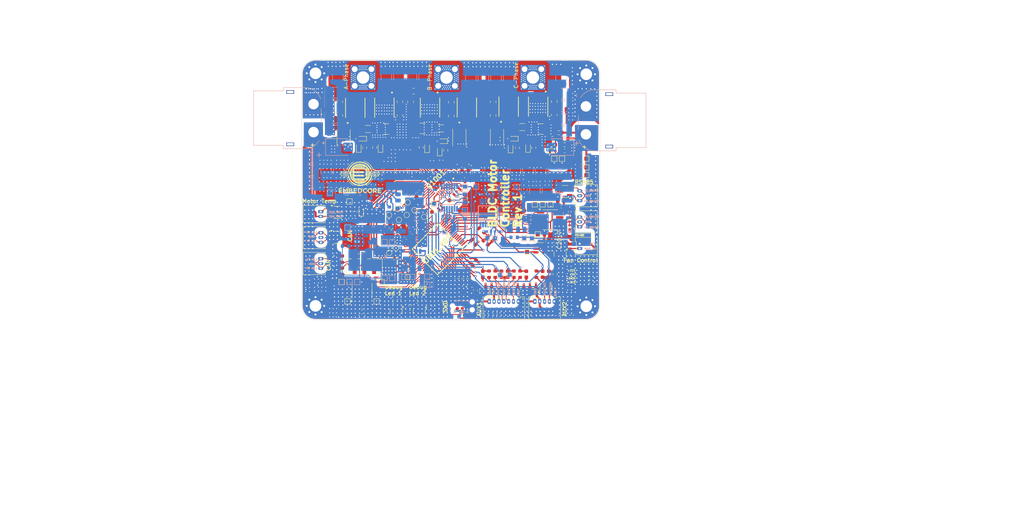
<source format=kicad_pcb>
(kicad_pcb (version 20240108) (generator "pcbnew") (generator_version "8.0")
  (title_block (title "${DOC_TYPE} Document") (date "2024-04-13") (rev "1.1") (company "${COMPANY}"))
  (layers (0 "F.Cu" signal "L1 (Sig, PWR)") (1 "In1.Cu" signal "L2 (GND)") (2 "In2.Cu" signal "L3 (PWR)") (3 "In3.Cu" signal "L4 (Sig)") (4 "In4.Cu" signal "L5 (GND)") (31 "B.Cu" signal "L6 (Sig, PWR)") (34 "B.Paste" user) (35 "F.Paste" user) (36 "B.SilkS" user "B.Silkscreen") (37 "F.SilkS" user "F.Silkscreen") (38 "B.Mask" user) (39 "F.Mask" user) (44 "Edge.Cuts" user))
  (property "BOARD_NAME" "BLDC motor controller")
  (property "COMPANY" "EmbedCore")
  (property "DESIGNER" "Nagy Richárd")
  (property "DOC_TYPE" "PCB")
  (property "PROJECT_NAME" "BLDC motor controller")
  (property "RELEASE_DATE" "Release Date")
  (property "REVIEWER" "Nagy Richárd")
  (property "REVISION" "1.0")
  (property "VARIANT" "CHECKED")
  (net 0 "")
  (net 1 "+VBAT_SAFE")
  (net 2 "GND")
  (net 3 "+VBAT_FILT_5V_IN")
  (net 4 "/Project Architecture/Power Generation - Buck Converter/BUCK_5V_VCC")
  (net 5 "/Project Architecture/Power Generation - Buck Converter/BUCK_5V_BOOT")
  (net 6 "/Project Architecture/Power Generation - Buck Converter/BUCK_5V_SW")
  (net 7 "+5V")
  (net 8 "+VBAT_FILT_12V_IN")
  (net 9 "/Project Architecture/Power Generation - Buck Converter/BUCK_12V_VCC")
  (net 10 "/Project Architecture/Power Generation - Buck Converter/BUCK_12V_SW")
  (net 11 "/Project Architecture/Power Generation - Buck Converter/BUCK_12V_BOOT")
  (net 12 "+12V")
  (net 13 "+VBAT_FILT_3V3_IN")
  (net 14 "/Project Architecture/Power Generation - Buck Converter/BUCK_3V3_SW")
  (net 15 "/Project Architecture/User - LED Indicators/PWR_ON_3V3")
  (net 16 "+3V3")
  (net 17 "/Project Architecture/Power Generation - LDO/LDO_BYPASS")
  (net 18 "+3V3A")
  (net 19 "+3V3A_FILT")
  (net 20 "/Project Architecture/Motor Control - Top Level/MOTOR_VCP")
  (net 21 "/Project Architecture/Motor Control - Top Level/MOTOR_CPL")
  (net 22 "/Project Architecture/Motor Control - Top Level/MOTOR_CPH")
  (net 23 "/Project Architecture/Motor Control - Top Level/DRIVER_DVDD")
  (net 24 "/Project Architecture/Motor Control - Top Level/DRIVER_VGLS")
  (net 25 "/Project Architecture/MCU - I_O/FILTERED_SOA")
  (net 26 "/Project Architecture/MCU - I_O/FILTERED_SOB")
  (net 27 "/Project Architecture/MCU - I_O/FILTERED_SOC")
  (net 28 "/Project Architecture/Motor Control - Inverter - Phase A/PHASE_A")
  (net 29 "Net-(C1101-Pad1)")
  (net 30 "/Project Architecture/Motor Control - Inverter - Phase A/PHASE_A_S")
  (net 31 "Net-(C1102-Pad1)")
  (net 32 "Net-(C1201-Pad1)")
  (net 33 "/Project Architecture/Motor Control - Inverter - Phase B/PHASE_B")
  (net 34 "/Project Architecture/Motor Control - Inverter - Phase B/PHASE_B_S")
  (net 35 "Net-(C1202-Pad1)")
  (net 36 "Net-(C1301-Pad1)")
  (net 37 "/Project Architecture/Motor Control - Inverter - Phase C/PHASE_C")
  (net 38 "/Project Architecture/Motor Control - Inverter - Phase C/PHASE_C_S")
  (net 39 "Net-(C1302-Pad1)")
  (net 40 "/Project Architecture/MCU - I_O/SENSE_TEMP_FET")
  (net 41 "/Project Architecture/MCU - I_O/SENSE_TEMP_MOT")
  (net 42 "/Project Architecture/MCU - I_O/BATTERY_VSENSE")
  (net 43 "/Project Architecture/Interface - FD-CAN/FDCAN_TERM_MID")
  (net 44 "/Project Architecture/Interface - Interconnects/AUX_1_SCK")
  (net 45 "/Project Architecture/Interface - Interconnects/AUX_1_MISO")
  (net 46 "/Project Architecture/Interface - Interconnects/AUX_1_MOSI")
  (net 47 "/Project Architecture/Interface - Interconnects/AUX_1_CS")
  (net 48 "/Project Architecture/Interface - Interconnects/AUX_2_SCL")
  (net 49 "/Project Architecture/Interface - Interconnects/AUX_2_SDA")
  (net 50 "/Project Architecture/MCU - I_O/BOARD_VERSION")
  (net 51 "/Project Architecture/Motor Control - Inverter - Phase A/DRIVER_GHA")
  (net 52 "/Project Architecture/Motor Control - Inverter - Phase A/FET_GHA")
  (net 53 "/Project Architecture/Motor Control - Inverter - Phase A/DRIVER_GLA")
  (net 54 "/Project Architecture/Motor Control - Inverter - Phase A/DRIVER_GHB")
  (net 55 "/Project Architecture/Motor Control - Inverter - Phase B/FET_GHB")
  (net 56 "/Project Architecture/Motor Control - Inverter - Phase A/DRIVER_GLB")
  (net 57 "/Project Architecture/Motor Control - Inverter - Phase C/FET_GHC")
  (net 58 "/Project Architecture/Motor Control - Inverter - Phase A/DRIVER_GHC")
  (net 59 "/Project Architecture/Motor Control - Inverter - Phase A/DRIVER_GLC")
  (net 60 "/Project Architecture/Motor Control - Inverter - Phase C/FET_GLC")
  (net 61 "/Project Architecture/Interface - Interconnects/AUXP_1_SCK")
  (net 62 "/Project Architecture/Interface - Interconnects/AUXP_1_CS")
  (net 63 "/Project Architecture/Interface - Interconnects/AUXP_1_MOSI")
  (net 64 "/Project Architecture/Interface - Interconnects/AUXP_1_MISO")
  (net 65 "/Project Architecture/Interface - Interconnects/AUXP_2_SCL")
  (net 66 "/Project Architecture/Interface - Interconnects/AUXP_2_SDA")
  (net 67 "/Project Architecture/Interface - FD-CAN/FDCAN_N")
  (net 68 "/Project Architecture/Interface - FD-CAN/FDCAN_P")
  (net 69 "/Project Architecture/Interface - Interconnects/nRESET")
  (net 70 "/Project Architecture/Interface - Interconnects/SWDIO")
  (net 71 "/Project Architecture/Interface - Interconnects/SWCLK")
  (net 72 "/Project Architecture/Interface - Interconnects/SWO")
  (net 73 "/Project Architecture/Interface - Interconnects/RS485_P")
  (net 74 "/Project Architecture/Interface - Interconnects/RS485_N")
  (net 75 "/Project Architecture/Interface - Interconnects/TEMP_MOT_L")
  (net 76 "/Project Architecture/Interface - Interconnects/TEMP_MOT_H")
  (net 77 "/Project Architecture/Interface - Fan Control/FAN_CONTROL_PWM")
  (net 78 "/Project Architecture/User - LED Indicators/LED_DBG_1_K")
  (net 79 "/Project Architecture/User - LED Indicators/LED_DBG_1_A")
  (net 80 "/Project Architecture/User - LED Indicators/LED_DBG_2_K")
  (net 81 "/Project Architecture/User - LED Indicators/LED_DBG_2_A")
  (net 82 "/Project Architecture/Power Generation - Buck Converter/BUCK_3V3_ENABLE")
  (net 83 "/Project Architecture/Power Generation - Buck Converter/BUCK_5V_FB")
  (net 84 "/Project Architecture/Power Generation - Buck Converter/BUCK_3V3_FB")
  (net 85 "/Project Architecture/Power Generation - LDO/LDO_EN")
  (net 86 "/Project Architecture/Motor Control - Inverter - Phase A/DRIVER_SHA")
  (net 87 "/Project Architecture/Motor Control - Inverter - Phase A/DRIVER_SHB")
  (net 88 "/Project Architecture/Motor Control - Inverter - Phase A/DRIVER_SHC")
  (net 89 "/Project Architecture/Interface - Fan Control/FAN_CONTROL_GATE")
  (net 90 "/Project Architecture/User - LED Indicators/LED_1_GATE")
  (net 91 "/Project Architecture/User - LED Indicators/LED_2_GATE")
  (net 92 "/Project Architecture/Power Generation - Buck Converter/BUCK_5V_ENABLE")
  (net 93 "/Project Architecture/Power Generation - Buck Converter/BUCK_5V_MODE")
  (net 94 "/Project Architecture/Power Generation - Buck Converter/BUCK_5V_PG")
  (net 95 "/Project Architecture/Power Generation - Buck Converter/BUCK_12V_ENABLE")
  (net 96 "/Project Architecture/Power Generation - Buck Converter/BUCK_12V_MODE")
  (net 97 "/Project Architecture/Power Generation - Buck Converter/BUCK_12V_PG")
  (net 98 "/Project Architecture/Power Generation - Buck Converter/BUCK_12V_FB")
  (net 99 "/Project Architecture/Power Generation - Buck Converter/BUCK_3V3_PG")
  (net 100 "/Project Architecture/Motor Control - Top Level/SOA")
  (net 101 "/Project Architecture/Motor Control - Top Level/SOB")
  (net 102 "/Project Architecture/Motor Control - Top Level/SOC")
  (net 103 "/Project Architecture/MCU - I_O/DRIVER_ENABLE")
  (net 104 "/Project Architecture/MCU - I_O/DRIVER_NFALUT")
  (net 105 "/Project Architecture/Interface - RS8485/RS485_UART_DE")
  (net 106 "/Project Architecture/Interface - RS8485/RS485_UART_nRE")
  (net 107 "/Project Architecture/Interface - FD-CAN/CAN_S")
  (net 108 "/Project Architecture/Interface - FD-CAN/CAN_SHDN")
  (net 109 "/Project Architecture/Interface - Fan Control/FAN_CONTROL_GATE_R")
  (net 110 "/Project Architecture/Interface - Interconnects/MCU_nRESET")
  (net 111 "/Project Architecture/Interface - Interconnects/MCU_SWCLK")
  (net 112 "/Project Architecture/Interface - Interconnects/MCU_SWO")
  (net 113 "/Project Architecture/MCU - I_O/LED_DBG_1")
  (net 114 "/Project Architecture/MCU - I_O/LED_DBG_2")
  (net 115 "/Project Architecture/Interface - Interconnects/MCU_SWDIO")
  (net 116 "/Project Architecture/Interface - Interconnects/AUX_1_W")
  (net 117 "/Project Architecture/Interface - Interconnects/AUX_1_V")
  (net 118 "/Project Architecture/Interface - Interconnects/AUX_1_U")
  (net 119 "/Project Architecture/Interface - Interconnects/AUX_1_I")
  (net 120 "/Project Architecture/Interface - Interconnects/AUX_1_B")
  (net 121 "/Project Architecture/Interface - Interconnects/AUX_1_A")
  (net 122 "/Project Architecture/Interface - Interconnects/AUX_2_PWM")
  (net 123 "/Project Architecture/MCU - I_O/PWM_PHASE_C")
  (net 124 "/Project Architecture/MCU - I_O/PWM_PHASE_B")
  (net 125 "/Project Architecture/MCU - I_O/PWM_PHASE_A")
  (net 126 "/Project Architecture/MCU - I_O/DRIVER_HIZ")
  (net 127 "/Project Architecture/MCU - I_O/DRIVER_MOSI")
  (net 128 "/Project Architecture/MCU - I_O/DRIVER_MISO")
  (net 129 "/Project Architecture/MCU - I_O/DRIVER_SCK")
  (net 130 "/Project Architecture/MCU - I_O/DRIVER_CS")
  (net 131 "/Project Architecture/Interface - Fan Control/FAN_CONTROL_IN")
  (net 146 "Net-(U603-VOS)")
  (net 147 "/Project Architecture/Motor Control - Inverter - Phase B/FET_GLB")
  (net 148 "/Project Architecture/Motor Control - Inverter - Phase A/FET_GLA")
  (net 154 "/Project Architecture/User - LED Indicators/PWR_ON_3V3A")
  (net 155 "/Project Architecture/User - LED Indicators/PWR_ON_5V")
  (net 156 "/Project Architecture/User - LED Indicators/PWR_ON_12V")
  (net 157 "/Project Architecture/Motor Control - Inverter - Phase A/DRIVER_SPA+")
  (net 158 "/Project Architecture/Motor Control - Inverter - Phase A/DRIVER_SPB+")
  (net 159 "/Project Architecture/Motor Control - Inverter - Phase A/DRIVER_SPC+")
  (net 160 "/Project Architecture/Motor Control - Inverter - Phase A/DRIVER_SPA-")
  (net 161 "/Project Architecture/Motor Control - Inverter - Phase A/DRIVER_SPB-")
  (net 162 "/Project Architecture/Motor Control - Inverter - Phase A/DRIVER_SPC-")
  (net 163 "/Project Architecture/Interface - RS8485/RS485_UART_P")
  (net 164 "/Project Architecture/Interface - RS8485/RS485_UART_N")
  (net 165 "/Project Architecture/Interface - FD-CAN/CAN_MCU_N")
  (net 166 "/Project Architecture/Interface - FD-CAN/CAN_MCU_P")
  (net 167 "/Project Architecture/Interface - FD-CAN/FDCAN_TP")
  (net 168 "/Project Architecture/Interface - FD-CAN/FDCAN_TN")
  (footprint "LED_SMD:LED_0402_1005Metric" (layer "F.Cu") (at 165.75 122.75)
    (property "Reference" "D2105" (hide yes))
    (property "Value" "BLUE" (hide yes))
  )
  (footprint "TestPoint:TestPoint_Pad_1.0x1.0mm" (layer "F.Cu") (at 113 129.75)
    (property "Reference" "TP931" (hide yes))
    (property "Value" "FD_CAN" (hide yes))
  )
  (footprint "NetTie:NetTie-2_SMD_Pad0.5mm" (layer "F.Cu") (at 133 88.5 180)
    (property "Reference" "NT1203" (hide yes))
    (property "Value" "DIFF_PAIR" (hide yes))
  )
  (footprint "Resistor_SMD:R_0402_1005Metric" (layer "F.Cu") (at 133.5 123.9 -90)
    (property "Reference" "R2008" (hide yes))
    (property "Value" "22R 1%" (hide yes))
  )
  (footprint "Diode_SMD:D_SOD-523" (layer "F.Cu") (at 114 90.1 90)
    (property "Reference" "D1301" (hide yes))
    (property "Value" "BAT41KFILM" (hide yes))
  )
  (footprint "Diode_SMD:D_SOD-523" (layer "F.Cu") (at 147.5 90.24 90)
    (property "Reference" "D1102" (hide yes))
    (property "Value" "BAT41KFILM" (hide yes))
  )
  (footprint "Resistor_SMD:R_0603_1608Metric" (layer "F.Cu") (at 158.25 87.8)
    (property "Reference" "R1402" (hide yes))
    (property "Value" "10k 1%" (hide yes))
  )
  (footprint "Capacitor_SMD:C_0603_1608Metric" (layer "F.Cu") (at 145.15 122.75 -90)
    (property "Reference" "C2006" (hide yes))
    (property "Value" "DNP" (hide yes))
  )
  (footprint "Resistor_SMD:R_0603_1608Metric" (layer "F.Cu") (at 141.95 122.75 -90)
    (property "Reference" "R2001" (hide yes))
    (property "Value" "100R 1%" (hide yes))
  )
  (footprint "Resistor_SMD:R_2512_6332Metric" (layer "F.Cu") (at 144 87.5625 -90)
    (property "Reference" "R1103" (hide yes))
    (property "Value" "0m5 1% 2W" (hide yes))
  )
  (footprint "Resistor_SMD:R_0402_1005Metric" (layer "F.Cu") (at 167.75 121.75)
    (property "Reference" "R2110" (hide yes))
    (property "Value" "10k 1%" (hide yes))
  )
  (footprint "MountingHole:MountingHole_3mm_Pad_Via" (layer "F.Cu") (at 167 71.25)
    (property "Reference" "H2303" (hide yes))
    (property "Value" "MountingHole_Pad" (hide yes))
  )
  (footprint "Resistor_SMD:R_0402_1005Metric" (layer "F.Cu") (at 135.8 123.9 -90)
    (property "Reference" "R2009" (hide yes))
    (property "Value" "22R 1%" (hide yes))
  )
  (footprint "Connector_Molex:Molex_PicoBlade_53048-0510_1x05_P1.25mm_Horizontal" (layer "F.Cu") (at 153.75 129.75)
    (property "Reference" "J2202" (hide yes))
    (property "Value" "Conn_01x05" (hide yes))
  )
  (footprint "ESDR0524SMUTAG:ESDR0524SMUTAG" (layer "F.Cu") (at 135.1 127.2 180)
    (property "Reference" "D2004" (hide yes))
    (property "Value" "ESDR0524SMUTAG" (hide yes))
  )
  (footprint "MountingHole:MountingHole_3mm_Pad_Via" (layer "F.Cu") (at 167 131)
    (property "Reference" "H2304" (hide yes))
    (property "Value" "MountingHole_Pad" (hide yes))
  )
  (footprint "TestPoint:TestPoint_Pad_1.0x1.0mm" (layer "F.Cu") (at 167 97.25)
    (property "Reference" "TP603" (hide yes))
    (property "Value" "+VBAT" (hide yes))
  )
  (footprint "Resistor_SMD:R_0603_1608Metric" (layer "F.Cu") (at 161.425 87.79)
    (property "Reference" "R1501" (hide yes))
    (property "Value" "100k 1%" (hide yes))
  )
  (footprint "Capacitor_SMD:C_0603_1608Metric" (layer "F.Cu") (at 118.751992 112.648008 -135)
    (property "Reference" "C810" (hide yes))
    (property "Value" "4u7 16V X7R" (hide yes))
  )
  (footprint "ESDR0524SMUTAG:ESDR0524SMUTAG" (layer "F.Cu") (at 145.85 126.75 180)
    (property "Reference" "D2001" (hide yes))
    (property "Value" "ESDR0524SMUTAG" (hide yes))
  )
  (footprint "LOGO" (layer "F.Cu") (at 108.68899 98.300412)
    (property "Reference" "G***" (hide yes))
    (property "Value" "LOGO" (hide yes))
  )
  (footprint "Connector_Molex:Molex_PicoBlade_53048-0310_1x03_P1.25mm_Horizontal" (layer "F.Cu") (at 98.6 118.75 -90)
    (property "Reference" "J2004" (hide yes))
    (property "Value" "Conn_01x03" (hide yes))
  )
  (footprint "Diode_SMD:D_SOD-523" (layer "F.Cu") (at 129.25 91 90)
    (property "Reference" "D1202" (hide yes))
    (property "Value" "BAT41KFILM" (hide yes))
  )
  (footprint "NetTie:NetTie-2_SMD_Pad0.5mm" (layer "F.Cu") (at 97.3 107.4 90)
    (property "Reference" "NT1401" (hide yes))
    (property "Value" "NTC_MOT_H" (hide yes))
  )
  (footprint "NetTie:NetTie-2_SMD_Pad0.5mm" (layer "F.Cu") (at 133 87.5 180)
    (property "Reference" "NT1202" (hide yes))
    (property "Value" "DIFF_PAIR" (hide yes))
  )
  (footprint "Resistor_SMD:R_0402_1005Metric" (layer "F.Cu") (at 117.2 118.8 -135)
    (property "Reference" "R1001" (hide yes))
    (property "Value" "22R 1%" (hide yes))
  )
  (footprint "Diode_SMD:D_SOD-523" (layer "F.Cu") (at 130 88.5 180)
    (property "Reference" "D1203" (hide yes))
    (property "Value" "BAT41KFILM" (hide yes))
  )
  (footprint "Resistor_SMD:R_0603_1608Metric" (layer "F.Cu") (at 149.25 90.175 90)
    (property "Reference" "R1102" (hide yes))
    (property "Value" "7R5 1%" (hide yes))
  )
  (footprint "Capacitor_SMD:C_0402_1005Metric" (layer "F.Cu") (at 109.25 131.25 180)
    (property "Reference" "C1802" (hide yes))
    (property "Value" "100n 16V X7R" (hide yes))
  )
  (footprint "Diode_SMD:D_SOD-523" (layer "F.Cu") (at 108.4 90.1 90)
    (property "Reference" "D1302" (hide yes))
    (property "Value" "BAT41KFILM" (hide yes))
  )
  (footprint "Resistor_SMD:R_0603_1608Metric" (layer "F.Cu") (at 148.35 122.75 -90)
    (property "Reference" "R2003" (hide yes))
    (property "Value" "100R 1%" (hide yes))
  )
  (footprint "Resistor_SMD:R_0402_1005Metric" (layer "F.Cu") (at 118.81 129.2825 90)
    (property "Reference" "R2104" (hide yes))
    (property "Value" "10k 1%" (hide yes))
  )
  (footprint "Package_TO_SOT_SMD:SOT-23-5" (layer "F.Cu") (at 155.1625 116.175)
    (property "Reference" "U1901" (hide yes))
    (property "Value" "DGD0216" (hide yes))
  )
  (footprint "Capacitor_SMD:C_0805_2012Metric" (layer "F.Cu") (at 122.5 75.6)
    (property "Reference" "C1201" (hide yes))
    (property "Value" "DNP" (hide yes))
  )
  (footprint "Resistor_SMD:R_0603_1608Metric" (layer "F.Cu") (at 104.15 122 90)
    (property "Reference" "R1804" (hide yes))
    (property "Value" "60R4 1% 1/4W" (hide yes))
  )
  (footprint "Capacitor_SMD:C_0402_1005Metric" (layer "F.Cu") (at 142.33 127.45 180)
    (property "Reference" "C2002" (hide yes))
    (property "Value" "100n 16V X7R" (hide yes))
  )
  (footprint "Resistor_SMD:R_0402_1005Metric" (layer "F.Cu") (at 105.85 125 -90)
    (property "Reference" "R1801" (hide yes))
    (property "Value" "10k 1%" (hide yes))
  )
  (footprint "TestPoint:TestPoint_Pad_1.0x1.0mm" (layer "F.Cu") (at 167 93)
    (property "Reference" "TP601" (hide yes))
    (property "Value" "+VBAT" (hide yes))
  )
  (footprint "TestPoint:TestPoint_Pad_1.0x1.0mm" (layer "F.Cu") (at 153.75 104.75)
    (property "Reference" "TP936" (hide yes))
    (property "Value" "RS485" (hide yes))
  )
  (footprint "Package_TO_SOT_SMD:SOT-23" (layer "F.Cu") (at 160.25 117.5625 -90)
    (property "Reference" "Q1901" (hide yes))
    (property "Value" "PMV90ENER" (hide yes))
  )
  (footprint "Resistor_SMD:R_0603_1608Metric" (layer "F.Cu") (at 130.82 90.845 90)
    (property "Reference" "R1202" (hide yes))
    (property "Value" "7R5 1%" (hide yes))
  )
  (footprint "TestPoint:TestPoint_Pad_D1.0mm" (layer "F.Cu") (at 116.2 107.5 180)
    (property "Reference" "TP914" (hide yes))
    (property "Value" "DRIVER" (hide yes))
  )
  (footprint "Capacitor_SMD:C_1210_3225Metric" (layer "F.Cu") (at 115.475 85.35)
    (property "Reference" "C1305" (hide yes))
    (property "Value" "4u7 100V X7R" (hide yes))
  )
  (footprint "Resistor_SMD:R_0402_1005Metric" (layer "F.Cu") (at 125.505025 105.726955 135)
    (property "Reference" "R1005" (hide yes))
    (property "Value" "10k 1%" (hide yes))
  )
  (footprint "NetTie:NetTie-2_SMD_Pad0.5mm" (layer "F.Cu") (at 104.25 87.25)
    (property "Reference" "NT1302" (hide yes))
    (property "Value" "DIFF_PAIR" (hide yes))
  )
  (footprint "TestPoint:TestPoint_Pad_D1.0mm" (layer "F.Cu") (at 120.75 107.5)
    (property "Reference" "TP919" (hide yes))
    (property "Value" "DRIVER" (hide yes))
  )
  (footprint "TestPoint:TestPoint_Pad_1.0x1.0mm" (layer "F.Cu") (at 154.5 112.5)
    (property "Reference" "TP937" (hide yes))
    (property "Value" "RS485" (hide yes))
  )
  (footprint "TestPoint:TestPoint_Pad_D1.0mm" (layer "F.Cu") (at 118 116)
    (property "Reference" "TP923" (hide yes))
    (property "Value" "DRIVER" (hide yes))
  )
  (footprint "Capacitor_SMD:C_0402_1005Metric" (layer "F.Cu") (at 133.951992 96 135)
    (property "Reference" "C1003" (hide yes))
    (property "Value" "100n 100V X7R" (hide yes))
  )
  (footprint "TestPoint:TestPoint_Pad_1.0x1.0mm" (layer "F.Cu") (at 151.75 117)
    (property "Reference" "TP938" (hide yes))
    (property "Value" "FAN" (hide yes))
  )
  (footprint "Package_SO:SOIC-8_3.9x4.9mm_P1.27mm" (layer "F.Cu") (at 157.7 108.725)
    (property "Reference" "U1701" (hide yes))
    (property "Value" "SP3494" (hide yes))
  )
  (footprint "Capacitor_SMD:C_0402_1005Metric" (layer "F.Cu") (at 131.2 108.4 135)
    (property "Reference" "C806" (hide yes))
    (property "Value" "100n 16V X7R" (hide yes))
  )
  (footprint "TestPoint:TestPoint_Pad_D1.0mm" (layer "F.Cu") (at 125.25 108)
    (property "Reference" "TP920" (hide yes))
    (property "Value" "DRIVER" (hide yes))
  )
  (footprint "NetTie:NetTie-2_SMD_Pad0.5mm" (layer "F.Cu") (at 130 78.35 -90)
    (property "Reference" "NT1201" (hide yes))
    (property "Value" "DIFF_PAIR" (hide yes))
  )
  (footprint "Package_TO_SOT_SMD:SOT-23-3" (layer "F.Cu") (at 156.65 126.3875 90)
    (property "Reference" "D2002" (hide yes))
    (property "Value" "DF3A5.6LFU,LF" (hide yes))
  )
  (footprint "Diode_SMD:D_SOD-523" (layer "F.Cu") (at 109.05 106.525 90)
    (property "Reference" "D1402" (hide yes))
    (property "Value" "BAT41KFILM" (hide yes))
  )
  (footprint "SOP_ADVANCE:SOP_ADVANCE" (layer "F.Cu") (at 147 79.6)
    (property "Reference" "Q1102" (hide yes))
    (property "Value" "TPW1R306PL,L1Q" (hide yes))
  )
  (footprint "LED_SMD:LED_0402_1005Metric" (layer "F.Cu") (at 120.51 130.765 90)
    (property "Reference" "D2102" (hide yes))
    (property "Value" "RED" (hide yes))
  )
  (footprint "Capacitor_SMD:C_0603_1608Metric" (layer "F.Cu") (at 115.9 110.5 45)
    (property "Reference" "C807" (hide yes))
    (property "Value" "4u7 16V X7R" (hide yes))
  )
  (footprint "TestPoint:TestPoint_Pad_D1.0mm" (layer "F.Cu") (at 121 123.5)
    (property "Reference" "TP924" (hide yes))
    (property "Value" "DRIVER" (hide yes))
  )
  (footprint "Resistor_SMD:R_0805_2012Metric" (layer "F.Cu") (at 132.25 78.4625 -90)
    (property "Reference" "R1205" (hide yes))
    (property "Value" "DNP" (hide yes))
  )
  (footprint "Resistor_SMD:R_0402_1005Metric" (layer "F.Cu") (at 162.7 110.66 90)
    (property "Reference" "R1703" (hide yes))
    (property "Value" "390R 1%" (hide yes))
  )
  (footprint "TestPoint:TestPoint_Pad_1.0x1.0mm" (layer "F.Cu") (at 157.75 104.75)
    (property "Reference" "TP934" (hide yes))
    (property "Value" "RS485" (hide yes))
  )
  (footprint "Capacitor_SMD:C_0805_2012Metric" (layer "F.Cu") (at 119 78.35 90)
    (property "Reference" "C1301" (hide yes))
    (property "Value" "DNP" (hide yes))
  )
  (footprint "Capacitor_SMD:C_0402_1005Metric" (layer "F.Cu") (at 118.739411 118.039411 -45)
    (property "Reference" "C1011" (hide yes))
    (property "Value" "1n 16V X7R" (hide yes))
  )
  (footprint "Capacitor_SMD:C_0805_2012Metric" (layer "F.Cu") (at 103.5 81.85 -90)
    (property "Reference" "C1302" (hide yes))
    (property "Value" "DNP" (hide yes))
  )
  (footprint "Motor_Pad:Pad_Square_Vias_6.5x6.5mm" (layer "F.Cu") (at 109.5 72.09)
    (property "Reference" "J1301" (hide yes))
    (property "Value" "PHASE_C" (hide yes))
  )
  (footprint "TestPoint:TestPoint_Pad_D1.0mm" (layer "F.Cu") (at 131.75 103.75)
    (property "Reference" "TP917" (hide yes))
    (property "Value" "DRIVER" (hide yes))
  )
  (footprint "Diode_SMD:D_SOD-523" (layer "F.Cu") (at 109.15 87.85 180)
    (property "Reference" "D1303" (hide yes))
    (property "Value" "BAT41KFILM" (hide yes))
  )
  (footprint "SOP_ADVANCE:SOP_ADVANCE" (layer "F.Cu") (at 115 79.85 180)
    (property "Reference" "Q1301" (hide yes))
    (property "Value" "TPW1R306PL,L1Q" (hide yes))
  )
  (footprint "Capacitor_SMD:C_0402_1005Metric" (layer "F.Cu") (at 134.605025 100.326955 -135)
    (property "Reference" "C1010" (hide yes))
    (property "Value" "1u 16V X5R" (hide yes))
  )
  (footprint "Capacitor_SMD:C_0603_1608Metric" (layer "F.Cu") (at 141.85 126.05 180)
    (property "Reference" "C2001" (hide yes))
    (property "Value" "4u7 16V X7R" (hide yes))
  )
  (footprint "Resistor_SMD:R_0402_1005Metric" (layer "F.Cu") (at 152.7 109.325)
    (property "Reference" "R1701" (hide yes))
    (property "Value" "10k 1%" (hide yes))
  )
  (footprint "Resistor_SMD:R_0603_1608Metric" (layer "F.Cu") (at 105.85 106.625 90)
    (property "Reference" "R1403" (hide yes))
    (property "Value" "10k 1%" (hide yes))
  )
  (footprint "Capacitor_SMD:C_0603_1608Metric" (layer "F.Cu") (at 158.25 89.4 180)
    (property "Reference" "C1401" (hide yes))
    (property "Value" "100n 100V X7R" (hide yes))
  )
  (footprint "LED_SMD:LED_0402_1005Metric" (layer "F.Cu") (at 126.47 130.91 90)
    (property "Reference" "D2101" (hide yes))
    (property "Value" "GREEN" (hide yes))
  )
  (footprint "SOP_ADVANCE:SOP_ADVANCE" (layer "F.Cu") (at 154.595 79.6 180)
    (property "Reference" "Q1101" (hide yes))
    (property "Value" "TPW1R306PL,L1Q" (hide yes))
  )
  (footprint "Diode_SMD:D_0402_1005Metric" (layer "F.Cu") (at 162.9 116.65 -90)
    (property "Reference" "D2007" (hide yes))
    (property "Value" "CG0402MLC-3.3LG")
  )
  (footprint "Connector_Molex:Molex_PicoBlade_53048-0310_1x03_P1.25mm_Horizontal" (layer "F.Cu") (at 165.3 110.525 90)
    (property "Reference" "J2008" (hide yes))
    (property "Value" "Conn_01x03" (hide yes))
  )
  (footprint "SOP_ADVANCE:SOP_ADVANCE" (layer "F.Cu") (at 107.5 79.9)
    (property "Reference" "Q1302" (hide yes))
    (property "Value" "TPW1R306PL,L1Q" (hide yes))
  )
  (footprint "TestPoint:TestPoint_Pad_1.0x1.0mm" (layer "F.Cu") (at 155.75 104.75)
    (property "Reference" "TP935" (hide yes))
    (property "Value" "RS485" (hide yes))
  )
  (footprint "TestPoint:TestPoint_Pad_D1.0mm" (layer "F.Cu") (at 121 104.25 180)
    (property "Reference" "TP916" (hide yes))
    (property "Value" "DRIVER" (hide yes))
  )
  (footprint "Capacitor_SMD:C_0402_1005Metric" (layer "F.Cu") (at 156.58 113.925)
    (property "Reference" "C1902" (hide yes))
    (property "Value" "100n 16V X7R" (hide yes))
  )
  (footprint "Resistor_SMD:R_0603_1608Metric" (layer "F.Cu") (at 124.5 90.1 90)
    (property "Reference" "R1201" (hide yes))
    (property "Value" "7R5 1%" (hide yes))
  )
  (footprint "Resistor_SMD:R_0603_1608Metric" (layer "F.Cu") (at 149.95 122.75 -90)
    (property "Reference" "R2004" (hide yes))
    (property "Value" "100R 1%" (hide yes))
  )
  (footprint "Motor_Pad:Pad_Square_Vias_6.5x6.5mm" (layer "F.Cu") (at 153.25 72.08)
    (property "Reference" "J1101" (hide yes))
    (property "Value" "PHASE_A" (hide yes))
  )
  (footprint "Capacitor_SMD:C_0402_1005Metric" (layer "F.Cu") (at 120.2 119.5 -45)
    (property "Reference" "C1012" (hide yes))
    (property "Value" "1n 16V X7R" (hide yes))
  )
  (footprint "Resistor_SMD:R_0805_2012Metric" (layer "F.Cu") (at 121.75 78.35 90)
    (property "Reference" "R1204" (hide yes))
    (property "Value" "DNP" (hide yes))
  )
  (footprint "Capacitor_SMD:C_0402_1005Metric" (layer "F.Cu") (at 163.2 114.425 90)
    (property "Reference" "C2018" (hide yes))
    (property "Value" "100n 100V X7R" (hide yes))
  )
  (footprint "NetTie:NetTie-2_SMD_Pad0.5mm" (layer "F.Cu") (at 143.25 88.5)
    (property "Reference" "NT1103" (hide yes))
    (property "Value" "DIFF_PAIR" (hide yes))
  )
  (footprint "TestPoint:TestPoint_Pad_D1.0mm" (layer "F.Cu") (at 118.75 108.75)
    (property "Reference" "TP918" (hide yes))
    (property "Value" "DRIVER" (hide yes))
  )
  (footprint "Capacitor_SMD:C_0603_1608Metric" (layer "F.Cu") (at 146.75 122.75 -90)
    (property "Reference" "C2007" (hide yes))
    (property "Value" "DNP" (hide yes))
  )
  (footprint "Capacitor_SMD:C_0402_1005Metric" (layer "F.Cu") (at 132.6 96 135)
    (property "Reference" "C1005" (hide yes))
    (property "Value" "1u 100V X7R" (hide yes))
  )
  (footprint "Capacitor_SMD:C_0402_1005Metric" (layer "F.Cu") (at 121.9 112.1 45)
    (property "Reference" "C809" (hide yes))
    (property "Value" "100n 16V X7R" (hide yes))
  )
  (footprint "Capacitor_SMD:C_0603_1608Metric" (layer "F.Cu") (at 135.25 98.25 -45)
    (property "Reference" "C1006" (hide yes))
    (property "Value" "100n 100V X7R" (hide yes))
  )
  (footprint "Resistor_SMD:R_2512_6332Metric" (layer "F.Cu") (at 134.3 87.5625 -90)
    (property "Reference" "R1203" (hide yes))
    (property "Value" "0m5 1% 2W" (hide yes))
  )
  (footprint "Resistor_SMD:R_0402_1005Metric" (layer "F.Cu") (at 127.57 130.91 -90)
    (property "Reference" "R2103" (hide yes))
    (property "Value" "10k 1%" (hide yes))
  )
  (footprint "Capacitor_SMD:C_0402_1005Metric" (layer "F.Cu") (at 160.5 105.325)
    (property "Reference" "C1702" (hide yes))
    (property "Value" "100n 16V X7R" (hide yes))
  )
  (footprint "TestPoint:TestPoint_Pad_D1.0mm" (layer "F.Cu") (at 118.4 105.9 180)
    (property "Reference" "TP915" (hide yes))
    (property "Value" "DRIVER" (hide yes))
  )
  (footprint "Capacitor_SMD:C_0402_1005Metric" (layer "F.Cu") (at 133.2 101.8 -135)
    (property "Reference" "C1009" (hide yes))
    (property "Value" "1u 16V X5R" (hide yes))
  )
  (footprint "NetTie:NetTie-2_SMD_Pad0.5mm" (layer "F.Cu") (at 143.25 87.5)
    (property "Reference" "NT1102" (hide yes))
    (property "Value" "DIFF_PAIR" (hide yes))
  )
  (footprint "Resistor_SMD:R_0603_1608Metric" (layer "F.Cu") (at 140.06625 111.383838 135)
    (property "Reference" "R2201" (hide yes))
    (property "Value" "100k 1%" (hide yes))
  )
  (footprint "Resistor_SMD:R_0402_1005Metric" (layer "F.Cu") (at 117.22 129.7725)
    (property "Reference" "R2105" (hide yes))
    (property "Value" "10k 1%" (hide yes))
  )
  (footprint "Resistor_SMD:R_0402_1005Metric" (layer "F.Cu") (at 121.61 130.765 -90)
    (property "Reference" "R2106" (hide yes))
    (property "Value" "10k 1%" (hide yes))
  )
  (footprint "Capacitor_SMD:C_0603_1608Metric" (layer "F.Cu") (at 157.35 122.75 -90)
    (property "Reference" "C2013" (hide yes))
    (property "Value" "DNP" (hide yes))
  )
  (footprint "Capacitor_SMD:C_0603_1608Metric" (layer "F.Cu") (at 107.45 106.625 -90)
    (property "Reference" "C1402" (hide yes))
    (property "Value" "100n 100V X7R" (hide yes))
  )
  (footprint "Resistor_SMD:R_0603_1608Metric" (layer "F.Cu") (at 161.425 89.4 180)
    (property "Reference" "R1502" (hide yes))
    (property "Value" "4k7 1%" (hide yes))
  )
  (footprint "Resistor_SMD:R_0603_1608Metric" (layer "F.Cu") (at 159.9 86.3 180)
    (property "Reference" "TH1401" (hide yes))
    (property "Value" "47k 1% NTC" (hide yes))
  )
  (footprint "TestPoint:TestPoint_Pad_1.0x1.0mm" (layer "F.Cu") (at 167 95.25)
    (property "Reference" "TP602" (hide yes))
    (property "Value" "+VBAT" (hide yes))
  )
  (footprint "Capacitor_SMD:C_0402_1005Metric" (layer "F.Cu") (at 126.2 124.3 135)
    (property "Reference" "C804" (hide yes))
    (property "Value" "100n 16V X7R" (hide yes))
  )
  (footprint "Resistor_SMD:R_0402_1005Metric" (layer "F.Cu") (at 120.1 121.8 -135)
    (property "Reference" "R1003" (hide yes))
    (property "Value" "22R 1%" (hide yes))
  )
  (footprint "Motor_Pad:Pad_Square_Vias_6.5x6.5mm" (layer "F.Cu") (at 131 72.1)
    (property "Reference" "J1201" (hide yes))
    (property "Value" "PHASE_B" (hide yes))
  )
  (footprint "Package_TO_SOT_SMD:SOT-23-3" (layer "F.Cu") (at 161.5375 101.45 180)
    (property "Reference" "D2005" (hide yes))
    (property "Value" "ESDA5V3L" (hide yes))
  )
  (footprint "TestPoint:TestPoint_Pad_1.0x1.0mm" (layer "F.Cu") (at 104 124.75)
    (property "Reference" "TP933" (hide yes))
    (property "Value" "FD_CAN" (hide yes))
  )
  (footprint "Connector_Molex:Molex_PicoBlade_53048-0210_1x02_P1.25mm_Horizontal" (layer "F.Cu") (at 165.3 116.125 90)
    (property "Reference" "J2012" (hide yes))
    (property "Value" "Conn_01x02" (hide yes))
  )
  (footprint "Resistor_SMD:R_0603_1608Metric" (layer "F.Cu") (at 109.9 90.175 90)
    (property "Reference" "R1302" (hide yes))
    (property "Value" "7R5 1%" (hide yes))
  )
  (footprint "TestPoint:TestPoint_Pad_1.0x1.0mm" (layer "F.Cu") (at 158.75 93)
    (property "Reference" "TP928" (hide yes))
    (property "Value" "TEMP" (hide yes))
  )
  (footprint "Resistor_SMD:R_0603_1608Metric" (layer "F.Cu") (at 154.15 122.75 -90)
    (property "Reference" "R2006" (hide yes))
    (property "Value" "100R 1%" (hide yes))
  )
  (footprint "Resistor_SMD:R_0603_1608Metric" (layer "F.Cu") (at 104.15 118.875 90)
    (property "Reference" "R1803" (hide yes))
    (property "Value" "60R4 1% 1/4W" (hide yes))
  )
  (footprint "Resistor_SMD:R_0603_1608Metric" (layer "F.Cu") (at 153.49 90.165 90)
    (property "Reference" "R1101" (hide yes))
    (property "Value" "7R5 1%" (hide yes))
  )
  (footprint "Resistor_SMD:R_0603_1608Metric" (layer "F.Cu") (at 143.55 122.75 -90)
    (property "Reference" "R2002" (hide yes))
    (property "Value" "100R 1%" (hide yes))
  )
  (footprint "Package_TO_SOT_SMD:SOT-23-3" (layer "F.Cu") (at 102.65 113.3)
    (property "Reference" "D2003" (hide yes))
    (property "Value" "DF3A5.6LFU,LF" (hide yes))
  )
  (footprint "Capacitor_SMD:C_0603_1608Metric" (layer "F.Cu") (at 151.55 122.75 -90)
    (property "Reference" "C2008" (hide yes))
    (property "Value" "DNP" (hide yes))
  )
  (footprint "Resistor_SMD:R_0402_1005Metric" (layer "F.Cu") (at 125.07 129.4 90)
    (property "Reference" "R2101" (hide yes))
    (property "Value" "10k 1%" (hide yes))
  )
  (footprint "Resistor_SMD:R_0402_1005Metric" (layer "F.Cu") (at 167.76 123.73)
    (property "Reference" "R2108" (hide yes))
    (property "Value" "10k 1%" (hide yes))
  )
  (footprint "LED_SMD:LED_0402_1005Metric" (layer "F.Cu") (at 165.765 123.75)
    (property "Reference" "D2104" (hide yes))
    (property "Value" "YELLOW" (hide yes))
  )
  (footprint "Capacitor_SMD:C_0402_1005Metric" (layer "F.Cu") (at 136.760589 118.939411 -135)
    (property "Reference" "C805" (hide yes))
    (property "Value" "100n 16V X7R" (hide yes))
  )
  (footprint "Capacitor_SMD:C_1206_3216Metric" (layer "F.Cu") (at 129.6 85.2)
    (property "Reference" "C1203" (hide yes))
    (property "Value" "100n 100V X7R" (hide yes))
  )
  (footprint "Resistor_SMD:R_0402_1005Metric" (layer "F.Cu") (at 123.46 129.81)
    (property "Reference" "R2102" (hide yes))
    (property "Value" "10k 1%" (hide yes))
  )
  (footprint "TestPoint:TestPoint_Pad_1.0x1.0mm" (layer "F.Cu") (at 105.5 129.75)
    (property "Reference" "TP930" (hide yes))
    (property "Value" "FD_CAN" (hide yes))
  )
  (footprint "Resistor_SMD:R_0402_1005Metric" (layer "F.Cu") (at 157.9 116.725 90)
    (property "Reference" "R1901" (hide yes))
    (property "Value" "10R 1%" (hide yes))
  )
  (footprint "Capacitor_SMD:C_0402_1005Metric" (layer "F.Cu") (at 119.3 114.6 135)
    (property "Reference" "C803" (hide yes))
    (property "Value" "100n 16V X7R" (hide yes))
  )
  (footprint "Diode_SMD:D_SOD-523" (layer "F.Cu") (at 148.2 87.85 180)
    (property "Reference" "D1103" (hide yes))
    (property "Value" "BAT41KFILM" (hide yes))
  )
  (footprint "Inductor_SMD:L_0805_2012Metric" (layer "F.Cu") (at 117.3 111.6 45)
    (property "Reference" "FB801" (hide yes))
    (property "Value" "1k @100MHz" (hide yes))
  )
  (footprint "Resistor_SMD:R_0603_1608Metric" (layer "F.Cu") (at 112.5 90.1 90)
    (property "Reference" "R1301" (hide yes))
    (property "Value" "7R5 1%" (hide yes))
  )
  (footprint "Capacitor_SMD:C_0402_1005Metric" (layer "F.Cu") (at 153.75 127.55 180)
    (property "Reference" "C2010" (hide yes))
    (property "Value" "100n 16V X7R" (hide yes))
  )
  (footprint "Resistor_SMD:R_0402_1005Metric" (layer "F.Cu") (at 167.75 122.75)
    (property "Reference" "R2109" (hide yes))
    (property "Value" "10k 1%" (hide yes))
  )
  (footprint "Capacitor_SMD:C_1210_3225Metric" (layer "F.Cu") (at 124.8 85.2 180)
    (property "Reference" "C1204" (hide yes))
    (property "Value" "4u7 100V X7R" (hide yes))
  )
  (footprint "Capacitor_SMD:C_0603_1608Metric" (layer "F.Cu") (at 102.05 123.85 -90)
    (property "Reference" "C1703" (hide yes))
    (property "Value" "4u7 16V X7R" (hide yes))
  )
  (footprint "QFP50P1200X1200X160-64N:QFP50P1200X1200X160-64N" (layer "F.Cu") (at 128.7 116.3 -135)
    (property "Reference" "U801_901")
    (property "Value" "STM32G474RET6" (hide yes))
  )
  (footprint "Connector:Tag-Connect_TC2030-IDC-NL_2x03_P1.27mm_Vertical" (layer "F.Cu") (at 135.08 130.915)
    (property "Reference" "J2007" (hide yes))
    (property "Value" "Conn_ARM_SWD_TagConnect_TC2030-NL" (hide yes))
  )
  (footprint "TestPoint:TestPoint_Pad_D1.0mm" (layer "F.Cu") (at 122.75 106.25)
    (property "Reference" "TP925" (hide yes))
    (property "Value" "DRIVER" (hide yes))
  )
  (footprint "Package_TO_SOT_SMD:SOT-23" (layer "F.Cu") (at 123.97 132.41 -90)
    (property "Reference" "Q2101" (hide yes))
    (property "Value" "PMV90ENER" (hide yes))
  )
  (footprint "Capacitor_SMD:C_0805_2012Metric" (layer "F.Cu") (at 143 81.85 -90)
    (property "Reference" "C1102" (hide yes))
    (property "Value" "DNP" (hide yes))
  )
  (footprint "MountingHole:MountingHole_3mm_Pad_Via" (layer "F.Cu") (at 97.25 71)
    (property "Reference" "H2301" (hide yes))
    (property "Value" "MountingHole_Pad" (hide yes))
  )
  (footprint "Connector_Molex:Molex_PicoBlade_53048-0210_1x02_P1.25mm_Horizontal" (layer "F.Cu") (at 98.6 106.625 -90)
    (property "Reference" "J2011" (hide yes))
    (property "Value" "Conn_01x02" (hide yes))
  )
  (footprint "Capacitor_SMD:C_0603_1608Metric" (layer "F.Cu") (at 160.425 103.925)
    (property "Reference" "C1701" (hide yes))
    (property "Value" "4u7 16V X7R" (hide yes))
  )
  (footprint "Resistor_SMD:R_0805_2012Metric" (layer "F.Cu") (at 103.5 78.35 -90)
    (property "Reference" "R1305" (hide yes))
    (property "Value" "DNP" (hide yes))
  )
  (footprint "Package_TO_SOT_SMD:SOT-23" (layer "F.Cu") (at 118.02 132.335 -90)
    (property "Reference" "Q2102" (hide yes))
    (property "Value" "PMV90ENER" (hide yes))
  )
  (footprint "Button_Switch_SMD:SW_DPDT_CK_JS202011JCQN" (layer "F.Cu") (at 109.85 120.7 180)
    (property "Reference" "SW2001" (hide yes))
    (property "Value" "CAS-220TA" (hide yes))
  )
  (footprint "NetTie:NetTie-2_SMD_Pad0.5mm" (layer "F.Cu") (at 150.25 78.35 -90)
    (property "Reference" "NT1101" (hide yes))
    (property "Value" "DIFF_PAIR" (hide yes))
  )
  (footprint "Resistor_SMD:R_0402_1005Metric" (layer "F.Cu") (at 162.7 108.675 90)
    (property "Reference" "R1704" (hide yes))
    (property "Value" "120R" (hide yes))
  )
  (footprint "Diode_SMD:D_SOD-523" (layer "F.Cu") (at 158.35 91)
    (property "Reference" "D1401" (hide yes))
    (property "Value" "BAT41KFILM" (hide yes))
  )
  (footprint "NetTie:NetTie-2_SMD_Pad0.5mm" (layer "F.Cu") (at 104.25 88.25)
    (property "Reference" "NT1303" (hide yes))
    (property "Value" "DIFF_PAIR" (hide yes))
  )
  (footprint "Resistor_SMD:R_0402_1005Metric" (layer "F.Cu") (at 162.75 106.65 90)
    (property "Reference" "R1705" (hide yes))
    (property "Value" "390R 1%" (hide yes))
  )
  (footprint "Resistor_SMD:R_0402_1005Metric" (layer "F.Cu") (at 167.75 124.75)
    (property "Reference" "R2107" (hide yes))
    (property "Value" "10k 1%" (hide yes))
  )
  (footprint "QFN50P600X600X80-41N-D:QFN50P600X600X80-41N-D" (layer "F.Cu") (at 128.25 98.35 -135)
    (property "Reference" "U1001")
    (property "Value" "DRV8353FS" (hide yes))
  )
  (footprint "Capacitor_SMD:C_0402_1005Metric" (layer "F.Cu") (at 134.651992 95.5 135)
    (property "Reference" "C1002" (hide yes))
    (property "Value" "100n 100V X7R" (hide yes))
  )
  (footprint "Capacitor_SMD:C_0603_1608Metric" (layer "F.Cu") (at 137.9 114.6 -45)
    (property "Reference" "C801" (hide yes))
    (property "Value" "1u 16V X7R" (hide yes))
  )
  (footprint "Capacitor_SMD:C_0402_1005Metric" (layer "F.Cu") (at 150.53 127.65 180)
    (property "Reference" "C2012" (hide yes))
    (property "Value" "100n 16V X7R" (hide yes))
  )
  (footprint "Resistor_SMD:R_0402_1005Metric" (layer "F.Cu") (at 129.244401 105.487579 45)
    (property "Reference" "R1004" (hide yes))
    (property "Value" "10k 1%" (hide yes))
  )
  (footprint "TestPoint:TestPoint_Pad_1.0x1.0mm" (layer "F.Cu") (at 106 104)
    (property "Reference" "TP927" (hide yes))
    (property "Value" "TEMP" (hide yes))
  )
  (footprint "Capacitor_SMD:C_0603_1608Metric" (layer "F.Cu") (at 153.25 126.15 180)
    (property "Reference" "C2009" (hide yes))
    (property "Value" "4u7 16V X7R" (hide yes))
  )
  (footprint "Resistor_SMD:R_0402_1005Metric" (layer "F.Cu") (at 152.7 108.2 180)
    (property "Reference" "R1702" (hide yes))
    (property "Value" "10k 1%" (hide yes))
  )
  (footprint "Connector_Molex:Molex_PicoBlade_53048-0310_1x03_P1.25mm_Horizontal" (layer "F.Cu") (at 165.3 103.775 90)
    (property "Reference" "J2009" (hide yes))
    (property "Value" "Conn_01x03" (hide yes))
  )
  (footprint "LED_SMD:LED_0402_1005Metric" (layer "F.Cu") (at 165.75 124.75)
    (property "Reference" "D2103" (hide yes))
    (property "Value" "GREEN" (hide yes))
  )
  (footprint "Capacitor_SMD:C_0402_1005Metric" (layer "F.Cu") (at 120.4 113.5 -135)
    (property "Reference" "C811" (hide yes))
    (property "Value" "100n 16V X7R" (hide yes))
  )
  (footprint "Capacitor_SMD:C_0603_1608Metric" (layer "F.Cu") (at 138.45 126.875 90)
    (property "Reference" "C2003" (hide yes))
    (property "Value" "4u7 16V X7R" (hide yes))
  )
  (footprint "Resistor_SMD:R_0603_1608Metric" (layer "F.Cu") (at 158.95 122.75 -90)
    (property "Reference" "R2007" (hide yes))
    (property "Value" "100R 1%" (hide yes))
  )
  (footprint "Capacitor_SMD:C_1206_3216Metric" (layer "F.Cu") (at 110.75 85.35 180)
    (property "Reference" "C1304" (hide yes))
    (property "Value" "100n 100V X7R" (hide yes))
  )
  (footprint "Capacitor_SMD:C_0805_2012Metric" (layer "F.Cu") (at 132.25 82 -90)
    (property "Reference" "C1202" (hide yes))
    (property "Value" "DNP" (hide yes))
  )
  (footprint "Resistor_SMD:R_0402_1005Metric" (layer "F.Cu") (at 134.6 123.9 -90)
    (property "Reference" "R20010" (hide yes))
    (property "Value" "22R 1%" (hide yes))
  )
  (footprint "Resistor_SMD:R_0603_1608Metric" (layer "F.Cu") (at 142.291681 113.541681 135)
    (property "Reference" "R2202" (hide yes))
    (property "Value" "DNP" (hide yes))
  )
  (footprint "Capacitor_SMD:C_1206_3216Metric" (layer "F.Cu") (at 150.5 84.85 180)
    (property "Reference" "C1103" (hide yes))
    (property "Value" "100n 100V X7R" (hide yes))
  )
  (footprint "LED_SMD:LED_0402_1005Metric" (layer "F.Cu") (at 165.75 121.75)
    (property "Reference" "D2106" (hide yes))
    (property "Value" "ORAGNGE" (hide yes))
  )
  (footprint "Diode_SMD:D_SOD-523" (layer "F.Cu") (at 126 90.17 90)
    (property "Reference" "D1201" (hide yes))
    (property "Value" "BAT41KFILM" (hide yes))
  )
  (footprint "Resistor_SMD:R_0402_1005Metric" (layer "F.Cu") (at 137 123.9 -90)
    (property "Reference" "R2011" (hide yes))
    (property "Value" "22R 1%" (hide yes))
  )
  (footprint "Resistor_SMD:R_0805_2012Metric" (layer "F.Cu") (at 158.75 81.7625 90)
    (property "Reference" "R1104" (hide yes))
    (property "Value" "DNP" (hide yes))
  )
  (footprint "Resistor_SMD:R_2512_6332Metric" (layer "F.Cu") (at 104.5 87.6625 -90)
    (property "Reference" "R1303" (hide yes))
    (property "Value" "0m5 1% 2W" (hide yes))
  )
  (footprint "Connector_Molex:Molex_PicoBlade_53048-0310_1x03_P1.25mm_Horizontal" (layer "F.Cu") (at 98.65 112.05 -90)
    (property "Reference" "J2005" (hide yes))
    (property "Value" "Conn_01x03" (hide yes))
  )
  (footprint "Connector_Molex:Molex_PicoBlade_53048-0710_1x07_P1.25mm_Horizontal" (layer "F.Cu") (at 142 129.75)
    (property "Reference" "J2001" (hide yes))
    (property "Value" "Conn_01x07" (hide yes))
  )
  (footprint "Capacitor_SMD:C_0805_2012Metric" (layer "F.Cu") (at 158.75 78.2625 90)
    (property "Reference" "C1101" (hide yes))
    (property "Value" "DNP" (hide yes))
  )
  (footprint "Resistor_SMD:R_0805_2012Metric" (layer "F.Cu") (at 143 78.35 -90)
    (property "Reference" "R1105" (hide yes))
    (property "Value" "DNP" (hide yes))
  )
  (footprint "Package_TO_SOT_SMD:SOT-23-3" (layer "F.Cu") (at 102.75 106.825)
    (property "Reference" "D2006" (hide yes))
    (property "Value" "DF3A5.6LFU,LF" (hide yes))
  )
  (footprint "Capacitor_SMD:C_0402_1005Metric" (layer "F.Cu") (at 123.7 101.4 -45)
    (property "Reference" "C1008" (hide yes))
    (property "Value" "100n 16V X7R" (hide yes))
  )
  (footprint "Capacitor_SMD:C_0805_2012Metric" (layer "F.Cu") (at 136.25 95 135)
    (property "Reference" "C1001" (hide yes))
    (property "Value" "4u7 100V X7R")
  )
  (footprint "Capacitor_SMD:C_0603_1608Metric" (layer "F.Cu") (at 140.35 122.75 -90)
    (property "Reference" "C2005" (hide yes))
    (property "Value" "DNP" (hide yes))
  )
  (footprint "Capacitor_SMD:C_0805_2012Metric" (layer "F.Cu") (at 161.8 113.925 90)
    (property "Reference" "C2017")
    (property "Value" "4u7 100V X7R")
  )
  (footprint "Resistor_SMD:R_0402_1005Metric" (layer "F.Cu") (at 118.7 120.3 -135)
    (property "Reference" "R1002" (hide yes))
    (property "Value" "22R 1%" (hide yes))
  )
  (footprint "Capacitor_SMD:C_0603_1608Metric" (layer "F.Cu") (at 150.125 126.15 180)
    (property "Reference" "C2011" (hide yes))
    (property "Value" "4u7 16V X7R" (hide yes))
  )
  (footprint "MountingHole:MountingHole_3mm_Pad_Via" (layer "F.Cu") (at 97.25 130.9)
    (property "Reference" "H2302" (hide yes))
    (property "Value" "MountingHole_Pad" (hide yes))
  )
  (footprint "TestPoint:TestPoint_Pad_D1.0mm" (layer "F.Cu") (at 127.8 104.5 45)
    (property "Reference" "TP926" (hide yes))
    (property "Value" "DRIVER" (hide yes))
  )
  (footprint "TestPoint:TestPoint_Pad_1.0x1.0mm" (layer "F.Cu") (at 114.3 124.75)
    (property "Reference" "TP932" (hide yes))
    (property "Value" "FD_CAN" (hide yes))
  )
  (footprint "SOP_ADVANCE:SOP_ADVANCE" (layer "F.Cu") (at 126.75 79.85 180)
    (property "Reference" "Q1201" (hide yes))
    (property "Value" "TPW1R306PL,L1Q" (hide yes))
  )
  (footprint "Diode_SMD:D_SOD-523" (layer "F.Cu") (at 152 90.1 90)
    (property "Reference" "D1101" (hide yes))
    (property "Value" "BAT41KFILM" (hide yes))
  )
  (footprint "Resistor_SMD:R_0402_1005Metric" (layer "F.Cu") (at 158.71 114.925)
    (property "Reference" "R1902" (hide yes))
    (property "Value" "10k 1%" (hide yes))
  )
  (footprint "NetTie:NetTie-2_SMD_Pad0.5mm" (layer "F.Cu") (at 110.75 78.35 -90)
    (property "Reference" "NT1301" (hide yes))
    (property "Value" "DIFF_PAIR" (hide yes))
  )
  (footprint "NetTie:NetTie-2_SMD_Pad0.5mm" (layer "F.Cu") (at 102.7 105.85)
    (property "Reference" "NT1402" (hide yes))
    (property "Value" "NTC_MOT_L" (hide yes))
  )
  (footprint "Capacitor_SMD:C_0402_1005Metric" (layer "F.Cu") (at 139.75 127.12 90)
    (property "Reference" "C2004" (hide yes))
    (property "Value" "100n 16V X7R" (hide yes))
  )
  (footprint "TestPoint:TestPoint_Pad_D1.0mm" (layer "F.Cu") (at 116.25 117.25)
    (property "Reference" "TP922" (hide yes))
    (property "Value" "DRIVER" (hide yes))
  )
  (footprint "Capacitor_SMD:C_0603_1608Metric" (layer "F.Cu") (at 109.25 132.5 180)
    (property "Reference" "C1801" (hide yes))
    (property "Value" "4u7 16V X7R" (hide yes))
  )
  (footprint "SOP_ADVANCE:SOP_ADVANCE" (layer "F.Cu") (at 136.25 79.8)
    (property "Reference" "Q1202" (hide yes))
    (property "Value" "TPW1R306PL,L1Q" (hide yes))
  )
  (footprint "TestPoint:TestPoint_Pad_D1.0mm" (layer "F.Cu") (at 127.25 106.75)
    (property "Reference" "TP921" (hide yes))
    (property "Value" "DRIVER" (hide yes))
  )
  (footprint "Resistor_SMD:R_0805_2012Metric" (layer "F.Cu") (at 119 81.85 90)
    (property "Reference" "R1304" (hide yes))
    (property "Value" "DNP" (hide yes))
  )
  (footprint "Capacitor_SMD:C_1210_3225Metric" (layer "F.Cu") (at 155.25 85.35)
    (property "Reference" "C1104" (hide yes))
    (property "Value" "4u7 100V X7R" (hide yes))
  )
  (footprint "TestPoint:TestPoint_Pad_1.0x1.0mm" (layer "F.Cu") (at 160.75 93)
    (property "Reference" "TP929" (hide yes))
    (property "Value" "BATEERY" (hide yes))
  )
  (footprint "Resistor_SMD:R_0402_1005Metric" (layer "F.Cu") (at 112.6 124.15 90)
    (property "Reference" "R1802" (hide yes))
    (property "Value" "10k 1%" (hide yes))
  )
  (footprint "Capacitor_SMD:C_0603_1608Metric" (layer "F.Cu") (at 161.425 91)
    (property "Reference" "C1501" (hide yes))
    (property "Value" "100n 100V X7R" (hide yes))
  )
  (footprint "Capacitor_SMD:C_0603_1608Metric" (layer "F.Cu") (at 155.75 122.75 -90)
    (property "Reference" "C2014" (hide yes))
    (property "Value" "DNP" (hide yes))
  )
  (footprint "Capacitor_SMD:C_0402_1005Metric" (layer "F.Cu") (at 121.6 121 -45)
    (property "Reference" "C1013" (hide yes))
    (property "Value" "1n 16V X7R" (hide yes))
  )
  (footprint "Capacitor_SMD:C_0603_1608Metric" (layer "F.Cu") (at 122.7 102.3 -45)
    (property "Reference" "C1007" (hide yes))
    (property "Value" "4u7 16V X7R" (hide yes))
  )
  (footprint "Capacitor_SMD:C_0603_1608Metric" (layer "F.Cu") (at 157 112.525)
    (property "Reference" "C1901" (hide yes))
    (property "Value" "4u7 16V X7R" (hide yes))
  )
  (footprint "Package_SO:SOIC-8_3.9x4.9mm_P1.27mm" (layer "F.Cu") (at 109.25 127 90)
    (property "Reference" "U1801" (hide yes))
    (property "Value" "TCAN330" (hide yes))
  )
  (footprint "Capacitor_SMD:C_0603_1608Metric" (layer "F.Cu") (at 138.1 119.7 -135)
    (property "Reference" "C802" (hide yes))
    (property "Value" "4u7 16V X7R" (hide yes))
  )
  (footprint "Capacitor_SMD:C_0603_1608Metric" (layer "F.Cu") (at 141.091681 114.641681 -45)
    (property "Reference" "C2201" (hide yes))
    (property "Value" "100n 100V X7R" (hide yes))
  )
  (footprint "Capacitor_SMD:C_0603_1608Metric" (layer "F.Cu") (at 121.048008 110.451992 45)
    (property "Reference" "C808" (hide yes))
    (property "Value" "4u7 16V X7R" (hide yes))
  )
  (footprint "Capacitor_SMD:C_1210_3225Metric" (layer "B.Cu") (at 100 96.225 -90)
    (property "Reference" "C503" (hide yes))
    (property "Value" "4u7 100V X7R" (hide yes))
  )
  (footprint "Capacitor_SMD:C_1210_3225Metric" (layer "B.Cu") (at 161.75 96.225 -90)
    (property "Reference" "C522" (hide yes))
    (property "Value" "4u7 100V X7R" (hide yes))
  )
  (footprint "TestPoint:TestPoint_Pad_1.0x1.0mm" (layer "B.Cu") (at 126.05 123.35 -90)
    (property "Reference" "TP703" (hide yes))
    (property "Value" "GND" (hide yes))
  )
  (footprint "Capacitor_SMD:C_1210_3225Metric" (layer "B.Cu") (at 102.25 85.75 180)
    (property "Reference" "C538" (hide yes))
    (property "Value" "4u7 100V X7R" (hide yes))
  )
  (footprint "TestPoint:TestPoint_Pad_1.0x1.0mm" (layer "B.Cu") (at 115 114.5 180)
    (property "Reference" "TP610" (hide yes))
    (property "Value" "+5V" (hide yes))
  )
  (footprint "Capacitor_SMD:C_1210_3225Metric" (layer "B.Cu") (at 96.075 92.75 180)
    (property "Reference" "C501" (hide yes))
    (property "Value" "4u7 100V X7R" (hide yes))
  )
  (footprint "TestPoint:TestPoint_Pad_1.0x1.0mm" (layer "B.Cu") (at 153 113.5 -90)
    (property "Reference" "TP608" (hide yes))
    (property "Value" "+12V" (hide yes))
  )
  (footprint "Resistor_SMD:R_0402_1005Metric" (layer "B.Cu") (at 143.93 111.75 180)
    (property "Reference" "R1602" (hide yes))
    (property "Value" "10k 1%" (hide yes))
  )
  (footprint "Capacitor_SMD:C_1210_3225Metric" (layer "B.Cu") (at 162 102.25 -90)
    (property "Reference" "C609" (hide yes))
    (property "Value" "2u2 100V X7R" (hide yes))
  )
  (footprint "Capacitor_SMD:C_0402_1005Metric" (layer "B.Cu") (at 140.7 102.25 180)
    (property "Reference" "C1606" (hide yes))
    (property "Value" "100n 16V X7R" (hide yes))
  )
  (footprint "Capacitor_SMD:C_0805_2012Metric" (layer "B.Cu") (at 107.75 110.25 90)
    (property "Reference" "C620" (hide yes))
    (property "Value" "100n 100V X7R" (hide yes))
  )
  (footprint "Capacitor_SMD:C_1210_3225Metric" (layer "B.Cu") (at 158.5 96.225 -90)
    (property "Reference" "C521" (hide yes))
    (property "Value" "4u7 100V X7R" (hide yes))
  )
  (footprint "Resistor_SMD:R_0402_1005Metric" (layer "B.Cu") (at 128.25 100.5 90)
    (property "Reference" "R1601" (hide yes))
    (property "Value" "10k 1%" (hide yes))
  )
  (footprint "Capacitor_SMD:C_0402_1005Metric" (layer "B.Cu") (at 142.68 102.25)
    (property "Reference" "C1605" (hide yes))
    (property "Value" "100n 16V X7R" (hide yes))
  )
  (footprint "Capacitor_SMD:C_1210_3225Metric" (layer "B.Cu") (at 166.25 93)
    (property "Reference" "C523" (hide yes))
    (property "Value" "4u7 100V X7R" (hide yes))
  )
  (footprint "NetTie:NetTie-2_SMD_Pad0.5mm" (layer "B.Cu") (at 116.75 103.75 -90)
    (property "Reference" "NT601" (hide yes))
    (property "Value" "FB_5V" (hide yes))
  )
  (footprint "SOP65P640X120-14N:SOP65P640X120-14N" (layer "B.Cu") (at 131.75 103 -90)
    (property "Reference" "U1601" (hide yes))
    (property "Value" "ASS5047P" (hide yes))
  )
  (footprint "Capacitor_SMD:C_1210_3225Metric" (layer "B.Cu") (at 161.225 79.5)
    (property "Reference" "C539" (hide yes))
    (property "Value" "4u7 100V X7R" (hide yes))
  )
  (footprint "TestPoint:TestPoint_Pad_1.0x1.0mm" (layer "B.Cu") (at 141.5 113.5 180)
    (property "Reference" "TP912" (hide yes))
    (property "Value" "AUX" (hide yes))
  )
  (footprint "Inductor_SMD:L_0805_2012Metric" (layer "B.Cu") (at 116.5 109.75 -90)
    (property "Reference" "F603" (hide yes))
    (property "Value" "1k @100MHz" (hide yes))
  )
  (footprint "Capacitor_SMD:C_1210_3225Metric" (layer "B.Cu") (at 102.225 76 180)
    (property "Reference" "C542" (hide yes))
    (property "Value" "4u7 100V X7R" (hide yes))
  )
  (footprint "inductor:L_Coilcraft_LPS4018" (layer "B.Cu") (at 155 106.975 90)
    (property "Reference" "L602" (hide yes))
    (property "Value" "22u" (hide yes))
  )
  (footprint "Resistor_SMD:R_0603_1608Metric" (layer "B.Cu") (at 111.5 101 -90)
    (property "Reference" "R601" (hide yes))
    (property "Value" "140k 1%" (hide yes))
  )
  (footprint "Capacitor_SMD:C_1210_3225Metric" (layer "B.Cu") (at 166.25 96.5)
    (property "Reference" "C524" (hide yes))
    (property "Value" "4u7 100V X7R" (hide yes))
  )
  (footprint "Capacitor_SMD:C_1210_3225Metric" (layer "B.Cu") (at 103 72 90)
    (property "Reference" "C537" (hide yes))
    (property "Value" "4u7 100V X7R" (hide yes))
  )
  (footprint "Capacitor_SMD:C_1210_3225Metric" (layer "B.Cu") (at 160.5 72.25 90)
    (property "Reference" "C534" (hide yes))
    (property "Value" "4u7 100V X7R" (hide yes))
  )
  (footprint "Capacitor_SMD:C_0805_2012Metric" (layer "B.Cu") (at 152.05 111.25)
    (property "Reference" "C614" (hide yes))
    (property "Value" "100n 100V X7R" (hide yes))
  )
  (footprint "TestPoint:TestPoint_Pad_1.0x1.0mm" (layer "B.Cu") (at 115 123.75 -90)
    (property "Reference" "TP611" (hide yes))
    (property "Value" "+3V3" (hide yes))
  )
  (footprint "TestPoint:TestPoint_Pad_1.0x1.0mm" (layer "B.Cu") (at 144.5 100.5 180)
    (property "Reference" "TP911" (hide yes))
    (property "Value" "AUX" (hide yes))
  )
  (footprint "Capacitor_SMD:C_1210_3225Metric" (layer "B.Cu") (at 159.75 107.525 -90)
    (property "Reference" "C615" (hide yes))
    (property "Value" "22u 25V X7R" (hide yes))
  )
  (footprint "Capacitor_SMD:C_1210_3225Metric" (layer "B.Cu") (at 148.75 96.225 -90)
    (property "Reference" "C518" (hide yes))
    (property "Value" "4u7 100V X7R" (hide yes))
  )
  (footprint "LMR36506MSC5RPERQ1:LMR36506MSC5RPERQ1" (layer "B.Cu") (at 149.762 107.325 -90)
    (property "Reference" "U602" (hide yes))
    (property "Value" "LMR36506-Q1" (hide yes))
  )
  (footprint "Connector_AMASS:AMASS_XT60PW-F_1x02_P7.20mm_Horizontal" (layer "B.Cu") (at 96.75 86.15 -90)
    (property "Reference" "J402" (hide yes))
    (property "Value" "XT60" (hide yes))
  )
  (footprint "Package_TO_SOT_SMD:SOT-23-5" (layer "B.Cu") (at 123.25 118 -90)
    (property "Reference" "U701" (hide yes))
    (property "Value" "LP2992" (hide yes))
  )
  (footprint "Capacitor_SMD:C_1210_3225Metric" (layer "B.Cu") (at 119.25 110.25 -90)
    (property "Reference" "C617" (hide yes))
    (property "Value" "2u2 100V X7R" (hide yes))
  )
  (footprint "Resistor_SMD:R_0603_1608Metric" (layer "B.Cu") (at 147.25 103.5 180)
    (property "Reference" "R606" (hide yes))
    (property "Value" "10k 1%" (hide yes))
  )
  (footprint "Resistor_SMD:R_0603_1608Metric" (layer "B.Cu") (at 113.925 105)
    (property "Reference" "R603" (hide yes))
    (property "Value" "0R" (hide yes))
  )
  (footprint "SOP65P640X120-14N:SOP65P640X120-14N" (layer "B.Cu") (at 141.7 107 90)
    (property "Reference" "U1602" (hide yes))
    (property "Value" "AS5048B" (hide yes))
  )
  (footprint "Capacitor_SMD:C_0805_2012Metric" (layer "B.Cu") (at 148.5 111.25 180)
    (property "Reference" "C613" (hide yes))
    (property "Value" "1u 100V X7R" (hide yes))
  )
  (footprint "Capacitor_SMD:C_0805_2012Metric" (layer "B.Cu") (at 125 121.25)
    (property "Reference" "C703" (hide yes))
    (property "Value" "100n 16V X7R" (hide yes))
  )
  (footprint "Capacitor_SMD:C_1210_3225Metric" (layer "B.Cu") (at 142.25 96.225 -90)
    (property "Reference" "C516" (hide yes))
    (property "Value" "4u7 100V X7R" (hide yes))
  )
  (footprint "Capacitor_SMD:C_1210_3225Metric" (layer "B.Cu") (at 132.5 96.225 -90)
    (property "Reference" "C513" (hide yes))
    (property "Value" "4u7 100V X7R" (hide yes))
  )
  (footprint "Capacitor_SMD:C_0805_2012Metric" (layer "B.Cu") (at 151 101 90)
    (property "Reference" "C612" (hide yes))
    (property "Value" "100n 100V X7R" (hide yes))
  )
  (footprint "TestPoint:TestPoint_Pad_1.0x1.0mm" (layer "B.Cu") (at 143.5 113.5 180)
    (property "Reference" "TP913" (hide yes))
    (property "Value" "AUX" (hide yes))
  )
  (footprint "Inductor_SMD:L_0805_2012Metric" (layer "B.Cu") (at 159.5 101.75 -90)
    (property "Reference" "FB602" (hide yes))
    (property "Value" "1k @100MHz" (hide yes))
  )
  (footprint "TestPoint:TestPoint_Pad_1.0x1.0mm" (layer "B.Cu") (at 104 124.75 -90)
    (property "Reference" "TP613" (hide yes))
    (property "Value" "GND" (hide yes))
  )
  (footprint "TestPoint:TestPoint_Pad_1.0x1.0mm" (layer "B.Cu") (at 138.6 100.2 180)
    (property "Reference" "TP904" (hide yes))
    (property "Value" "AUX" (hide yes))
  )
  (footprint "TestPoint:TestPoint_Pad_1.0x1.0mm" (layer "B.Cu") (at 144.75 122.95 180)
    (property "Reference" "TP908" (hide yes))
    (property "Value" "AUX" (hide yes))
  )
  (footprint "Capacitor_SMD:C_1210_3225Metric" (layer "B.Cu") (at 161.225 76.25)
    (property "Reference" "C535" (hide yes))
    (property "Value" "4u7 100V X7R" (hide yes))
  )
  (footprint "Capacitor_SMD:C_1210_3225Metric" (layer "B.Cu") (at 161.25 86)
    (property "Reference" "C541" (hide yes))
    (property "Value" "4u7 100V X7R" (hide yes))
  )
  (footprint "Capacitor_SMD:C_1210_3225Metric" (layer "B.Cu") (at 153.75 101.25 90)
    (property "Reference" "C611" (hide yes))
    (property "Value" "2u2 100V X7R" (hide yes))
  )
  (footprint "TestPoint:TestPoint_Pad_1.0x1.0mm" (layer "B.Cu") (at 122.15 123.45)
    (property "Reference" "TP701" (hide yes))
    (property "Value" "+3V3A" (hide yes))
  )
  (footprint "Capacitor_SMD:C_1210_3225Metric" (layer "B.Cu") (at 135.75 96.225 -90)
    (property "Reference" "C514" (hide yes))
    (property "Value" "4u7 100V X7R" (hide yes))
  )
  (footprint "Capacitor_SMD:C_1210_3225Metric" (layer "B.Cu") (at 102.275 82.5 180)
    (property "Reference" "C528" (hide yes))
    (property "Value" "4u7 100V X7R" (hide yes))
  )
  (footprint "Resistor_SMD:R_0402_1005Metric" (layer "B.Cu") (at 141.94 111.75)
    (property "Reference" "R1603" (hide yes))
    (property "Value" "10k 1%" (hide yes))
  )
  (footprint "Capacitor_SMD:C_1210_3225Metric" (layer "B.Cu") (at 96.075 96 180)
    (property "Reference" "C502" (hide yes))
    (property "Value" "4u7 100V X7R" (hide yes))
  )
  (footprint "TestPoint:TestPoint_Pad_1.0x1.0mm" (layer "B.Cu") (at 149 100.25 180)
    (property "Reference" "TP606" (hide yes))
    (property "Value" "VIN_12V" (hide yes))
  )
  (footprint "Capacitor_SMD:C_1210_3225Metric" (layer "B.Cu") (at 152 96.225 -90)
    (property "Reference" "C519" (hide yes))
    (property "Value" "4u7 100V X7R" (hide yes))
  )
  (footprint "Capacitor_SMD:C_1210_3225Metric" (layer "B.Cu") (at 119.5 96.225 -90)
    (property "Reference" "C509" (hide yes))
    (property "Value" "4u7 100V X7R" (hide yes))
  )
  (footprint "Resistor_SMD:R_0603_1608Metric" (layer "B.Cu") (at 146.5 105.75 -90)
    (property "Reference" "R609" (hide yes))
    (property "Value" "100k 1%" (hide yes))
  )
  (footprint "Capacitor_SMD:C_0805_2012Metric" (layer "B.Cu") (at 118.5 101.225 90)
    (property "Reference" "C606" (hide yes))
    (property "Value" "100n 100V X7R" (hide yes))
  )
  (footprint "Capacitor_SMD:C_1210_3225Metric" (layer "B.Cu") (at 116.25 96.225 -90)
    (property "Reference" "C508" (hide yes))
    (property "Value" "4u7 100V X7R" (hide yes))
  )
  (footprint "Capacitor_SMD:C_1210_3225Metric" (layer "B.Cu") (at 110.5 110 90)
    (property "Reference" "C619" (hide yes))
    (property "Value" "10u 50V X7R" (hide yes))
  )
  (footprint "Capacitor_SMD:C_0402_1005Metric" (layer "B.Cu") (at 134.995 132.215)
    (property "Reference" "C2016" (hide yes))
    (property "Value" "100n 16V X7R" (hide yes))
  )
  (footprint "Capacitor_SMD:C_1210_3225Metric" (layer "B.Cu") (at 145.5 96.225 -90)
    (property "Reference" "C517" (hide yes))
    (property "Value" "4u7 100V X7R" (hide yes))
  )
  (footprint "TestPoint:TestPoint_Pad_1.0x1.0mm" (layer "B.Cu") (at 130.55 111.8 180)
    (property "Reference" "TP907" (hide yes))
    (property "Value" "AUX" (hide yes))
  )
  (footprint "TestPoint:TestPoint_Pad_1.0x1.0mm" (layer "B.Cu") (at 117 114.5 180)
    (property "Reference" "TP609" (hide yes))
    (property "Value" "+5V" (hide yes))
  )
  (footprint "Resistor_SMD:R_0603_1608Metric" (layer "B.Cu") (at 150.425 103.5 180)
    (property "Reference" "R605" (hide yes))
    (property "Value" "140k 1%" (hide yes))
  )
  (footprint "TestPoint:TestPoint_Pad_1.0x1.0mm" (layer "B.Cu") (at 120.15 123.45)
    (property "Reference" "TP702" (hide yes))
    (property "Value" "+3V3A" (hide yes))
  )
  (footprint "inductor:L_Coilcraft_LPS4018" (layer "B.Cu") (at 122.75 102.5 -90)
    (property "Reference" "L601" (hide yes))
    (property "Value" "22u" (hide yes))
  )
  (footprint "LMR36506MSC5RPERQ1:LMR36506MSC5RPERQ1" (layer "B.Cu") (at 115.075 101.763)
    (property "Reference" "U601" (hide yes))
    (property "Value" "LMR36506-Q1" (hide yes))
  )
  (footprint "inductor:L_Coilcraft_LPS3314" (layer "B.Cu") (at 108.725 119.25)
    (property "Reference" "L603" (hide yes))
    (property "Value" "2u2" (hide yes))
  )
  (footprint "Resistor_SMD:R_0603_1608Metric" (layer "B.Cu") (at 116.25 106.25 90)
    (property "Reference" "R604" (hide yes))
    (property "Value" "10k 1%" (hide yes))
  )
  (footprint "NetTie:NetTie-2_SMD_Pad0.5mm" (layer "B.Cu") (at 109.6 114.5 -90)
    (property "Reference" "NT604" (hide yes))
    (property "Value" "FB_3V3" (hide yes))
  )
  (footprint "Capacitor_SMD:C_0805_2012Metric" (layer "B.Cu") (at 123.25 112.75)
    (property "Reference" "C701" (hide yes))
    (property "Value" "2u2 16V X7R" (hide yes))
  )
  (footprint "TestPoint:TestPoint_Pad_1.0x1.0mm" (layer "B.Cu") (at 135.75 104.25 180)
    (property "Reference" "TP902" (hide yes))
    (property "Value" "AUX" (hide yes))
  )
  (footprint "Capacitor_SMD:C_1210_3225Metric" (layer "B.Cu") (at 137.25 72.25 90)
    (property "Reference" "C533" (hide yes))
    (property "Value" "4u7 100V X7R" (hide yes))
  )
  (footprint "Resistor_SMD:R_0603_1608Metric" (layer "B.Cu") (at 111.5 104.075 -90)
    (property "Reference" "R602" (hide yes))
    (property "Value" "10k 1%" (hide yes))
  )
  (footprint "Capacitor_SMD:C_0603_1608Metric" (layer "B.Cu") (at 141.675 101)
    (property "Reference" "C1604" (hide yes))
    (property "Value" "4u7 16V X7R" (hide yes))
  )
  (footprint "NetTie:NetTie-2_SMD_Pad0.5mm" (layer "B.Cu") (at 110.2 116.6 180)
    (property "Reference" "NT603" (hide yes))
    (property "Value" "VOS_3V3" (hide yes))
  )
  (footprint "Capacitor_SMD:C_0402_1005Metric" (layer "B.Cu") (at 130.48 107.75 180)
    (property "Reference" "C1603" (hide yes))
    (property "Value" "100n 16V X7R" (hide yes))
  )
  (footprint "Capacitor_SMD:C_1210_3225Metric" (layer "B.Cu") (at 115.5 72 90)
    (property "Reference" "C527" (hide yes))
    (property "Value" "4u7 100V X7R" (hide yes))
  )
  (footprint "Capacitor_SMD:C_1210_3225Metric" (layer "B.Cu") (at 113.75 118.25 90)
    (property "Reference" "C622" (hide yes))
    (property "Value" "22u 16V X7R" (hide yes))
  )
  (footprint "Capacitor_SMD:C_1210_3225Metric" (layer "B.Cu") (at 143.75 72.25 90)
    (property "Reference" "C531" (hide yes))
    (property "Value" "4u7 100V X7R" (hide yes))
  )
  (footprint "TestPoint:TestPoint_Pad_1.0x1.0mm" (layer "B.Cu") (at 151 113.5 -90)
    (property "Reference" "TP607" (hide yes))
    (property "Value" "+12V" (hide yes))
  )
  (footprint "TestPoint:TestPoint_Pad_1.0x1.0mm" (layer "B.Cu") (at 127.8 104.65 180)
    (property "Reference" "TP910" (hide yes))
    (property "Value" "AUX" (hide yes))
  )
  (footprint "Inductor_SMD:L_0805_2012Metric" (layer "B.Cu") (at 100.25 99.75)
    (property "Reference" "FB601" (hide yes))
    (property "Value" "1k @100MHz" (hide yes))
  )
  (footprint "Capacitor_SMD:C_0805_2012Metric" (layer "B.Cu") (at 116.5 118.5 90)
    (property "Reference" "C623" (hide yes))
    (property "Value" "100n 16V X7R" (hide yes))
  )
  (footprint "Capacitor_SMD:C_1210_3225Metric" (layer "B.Cu") (at 102.25 79.25 180)
    (property "Reference" "C536" (hide yes))
    (property "Value" "4u7 100V X7R" (hide yes))
  )
  (footprint "TestPoint:TestPoint_Pad_1.0x1.0mm" (layer "B.Cu") (at 105.5 110.75 180)
    (property "Reference" "TP604" (hide yes))
    (property "Value" "VIN_3V3" (hide yes))
  )
  (footprint "Capacitor_SMD:C_1210_3225Metric" (layer "B.Cu") (at 122 72 90)
    (property "Reference" "C525" (hide yes))
    (property "Value" "4u7 100V X7R" (hide yes))
  )
  (footprint "Capacitor_SMD:C_1210_3225Metric" (layer "B.Cu") (at 103.75 101.25 -90)
    (property "Reference" "C602" (hide yes))
    (property "Value" "2u2 100V X7R" (hide yes))
  )
  (footprint "NetTie:NetTie-2_SMD_Pad0.5mm" (layer "B.Cu") (at 125 116.75 180)
    (property "Reference" "NT701" (hide yes))
    (property "Value" "LDO_EN" (hide yes))
  )
  (footprint "Resistor_SMD:R_0603_1608Metric" (layer "B.Cu") (at 147.25 102 180)
    (property "Reference" "R607" (hide yes))
    (property "Value" "0R" (hide yes))
  )
  (footprint "Capacitor_SMD:C_0603_1608Metric" (layer "B.Cu") (at 162.25 107.5 -90)
    (property "Reference" "C616" (hide yes))
    (property "Value" "100n 25V X7R" (hide yes))
  )
  (footprint "TestPoint:TestPoint_Pad_1.0x1.0mm" (layer "B.Cu") (at 117 123.75 180)
    (property "Reference" "TP612" (hide yes))
    (property "Value" "+3V3" (hide yes))
  )
  (footprint "TestPoint:TestPoint_Pad_1.0x1.0mm" (layer "B.Cu") (at 101 101.75 180)
    (property "Reference" "TP605" (hide yes))
    (property "Value" "VIN_5V" (hide yes))
  )
  (footprint "Capacitor_SMD:C_0805_2012Metric" (layer "B.Cu") (at 123.25 114.75)
    (property "Reference" "C702" (hide yes))
    (property "Value" "100n 16V X7R" (hide yes))
  )
  (footprint "Capacitor_SMD:C_0603_1608Metric" (layer "B.Cu") (at 134.99 133.715)
    (property "Reference" "C2015" (hide yes))
    (property "Value" "4u7 16V X7R" (hide yes))
  )
  (footprint "Capacitor_SMD:C_0402_1005Metric" (layer "B.Cu") (at 132.52 107.75)
    (property "Reference" "C1602" (hide yes))
    (property "Value" "100n 16V X7R" (hide yes))
  )
  (footprint "TestPoint:TestPoint_Pad_1.0x1.0mm" (layer "B.Cu") (at 106 124.75 -90)
    (property "Reference" "TP614" (hide yes))
    (property "Value" "GND" (hide yes))
  )
  (footprint "Diode_SMD:D_SMB" (layer "B.Cu") (at 160.1 90 180)
    (property "Reference" "D401" (hide yes))
    (property "Value" "SMBJ51CA-E3/52" (hide yes))
  )
  (footprint "Capacitor_SMD:C_1210_3225Metric" (layer "B.Cu") (at 107 101.275 -90)
    (property "Reference" "C603" (hide yes))
    (property "Value" "2u2 100V X7R" (hide yes))
  )
  (footprint "Capacitor_SMD:C_1210_3225Metric" (layer "B.Cu") (at 109.75 96.225 -90)
    (property "Reference" "C506" (hide yes))
    (property "Value" "4u7 100V X7R" (hide yes))
  )
  (footprint "Capacitor_SMD:C_1210_3225Metric" (layer "B.Cu") (at 118.75 72 90)
    (property "Reference" "C526" (hide yes))
    (property "Value" "4u7 100V X7R" (hide yes))
  )
  (footprint "Capacitor_SMD:C_1210_3225Metric" (layer "B.Cu") (at 106.5 96.225 -90)
    (property "Reference" "C505" (hide yes))
    (property "Value" "4u7 100V X7R" (hide yes))
  )
  (footprint "Capacitor_SMD:C_1210_3225Metric" (layer "B.Cu") (at 125.25 72 90)
    (property "Reference" "C529" (hide yes))
    (property "Value" "4u7 100V X7R" (hide yes))
  )
  (footprint "Resistor_SMD:R_0603_1608Metric" (layer "B.Cu") (at 146.5 108.75 -90)
    (property "Reference" "R610" (hide yes))
    (property "Value" "9k9 1%" (hide yes))
  )
  (footprint "Capacitor_SMD:C_0805_2012Metric" (layer "B.Cu") (at 121.25 121.25 180)
    (property "Reference" "C704" (hide yes))
    (property "Value" "4u7 16V X7R" (hide yes))
  )
  (footprint "Capacitor_SMD:C_1210_3225Metric" (layer "B.Cu") (at 96.1 99.25 180)
    (property "Reference" "C601" (hide yes))
    (property "Value" "2u2 100V X7R" (hide yes))
  )
  (footprint "NetTie:NetTie-2_SMD_Pad0.5mm" (layer "B.Cu") (at 110.1 112.95 180)
    (property "Reference" "NT602" (hide yes))
    (property "Value" "EN_3V3" (hide yes))
  )
  (footprint "Resistor_SMD:R_0603_1608Metric" (layer "B.Cu") (at 105 115.5)
    (property "Reference" "R611" (hide yes))
    (property "Value" "10k 1%" (hide yes))
  )
  (footprint "Capacitor_SMD:C_1210_3225Metric" (layer "B.Cu") (at 103.25 96.225 -90)
    (property "Reference" "C504" (hide yes))
    (property "Value" "4u7 100V X7R" (hide yes))
  )
  (footprint "Capacitor_SMD:C_0603_1608Metric" (layer "B.Cu") (at 131.75 109)
    (property "Reference" "C1601" (hide yes))
    (property "Value" "4u7 16V X7R" (hide yes))
  )
  (footprint "Capacitor_SMD:C_1210_3225Metric" (layer "B.Cu") (at 140.5 72.25 90)
    (property "Reference" "C532" (hide yes))
    (property "Value" "4u7 100V X7R" (hide yes))
  )
  (footprint "Capacitor_SMD:C_1210_3225Metric" (layer "B.Cu") (at 157 101.25 90)
    (property "Reference" "C610" (hide yes))
    (property "Value" "2u2 100V X7R" (hide yes))
  )
  (footprint "Capacitor_SMD:C_1210_3225Metric" (layer "B.Cu") (at 161.25 82.75)
    (property "Reference" "C540" (hide yes))
    (property "Value" "4u7 100V X7R" (hide yes))
  )
  (footprint "Resistor_SMD:R_0603_1608Metric" (layer "B.Cu") (at 148.425 113.25 180)
    (property "Reference" "R608" (hide yes))
    (property "Value" "10k 1%" (hide yes))
  )
  (footprint "TestPoint:TestPoint_Pad_1.0x1.0mm" (layer "B.Cu") (at 147.3 122.9 180)
    (property "Reference" "TP909" (hide yes))
    (property "Value" "AUX" (hide yes))
  )
  (footprint "Capacitor_SMD:C_1210_3225Metric" (layer "B.Cu") (at 113 96.225 -90)
    (property "Reference" "C507" (hide yes))
    (property "Value" "4u7 100V X7R" (hide yes))
  )
  (footprint "Capacitor_SMD:C_1210_3225Metric" (layer "B.Cu") (at 123.25 107.5)
    (property "Reference" "C607" (hide yes))
    (property "Value" "22u 25 X7R" (hide yes))
  )
  (footprint "Capacitor_SMD:C_1210_3225Metric" (layer "B.Cu") (at 147 72.25 90)
    (property "Reference" "C530" (hide yes))
    (property "Value" "4u7 100V X7R" (hide yes))
  )
  (footprint "Capacitor_SMD:C_0603_1608Metric" (layer "B.Cu") (at 123.275 110)
    (property "Reference" "C608" (hide yes))
    (property "Value" "100n 25 X7R" (hide yes))
  )
  (footprint "Capacitor_SMD:C_1210_3225Metric" (layer "B.Cu") (at 126 96.225 -90)
    (property "Reference" "C511" (hide yes))
    (property "Value" "4u7 100V X7R" (hide yes))
  )
  (footprint "Connector_AMASS:AMASS_XT60PW-F_1x02_P7.20mm_Horizontal" (layer "B.Cu") (at 166.905 79.525 90)
    (property "Reference" "J401" (hide yes))
    (property "Value" "XT60" (hide yes))
  )
  (footprint "Capacitor_SMD:C_1210_3225Metric" (layer "B.Cu") (at 113.75 110 90)
    (property "Reference" "C618" (hide yes))
    (property "Value" "2u2 100V X7R" (hide yes))
  )
  (footprint "SON50P200X200X80-9N:SON50P200X200X80-9N" (layer "B.Cu") (at 108 114.3 -90)
    (property "Reference" "U603" (hide yes))
    (property "Value" "TPS62172" (hide yes))
  )
  (footprint "Capacitor_SMD:C_1210_3225Metric" (layer "B.Cu") (at 129.25 96.225 -90)
    (property "Reference" "C512" (hide yes))
    (property "Value" "4u7 100V X7R" (hide yes))
  )
  (footprint "TestPoint:TestPoint_Pad_1.0x1.0mm" (layer "B.Cu") (at 135.7 102.2 180)
    (property "Reference" "TP905" (hide yes))
    (property "Value" "AUX" (hide yes))
  )
  (footprint "TestPoint:TestPoint_Pad_1.0x1.0mm" (layer "B.Cu") (at 135.75 106.25 180)
    (property "Reference" "TP901" (hide yes))
    (property "Value" "AUX" (hide yes))
  )
  (footprint "Capacitor_SMD:C_0805_2012Metric" (layer "B.Cu") (at 109.75 101.25 -90)
    (property "Reference" "C604" (hide yes))
    (property "Value" "100n 100V X7R" (hide yes))
  )
  (footprint "Capacitor_SMD:C_1210_3225Metric" (layer "B.Cu") (at 155.25 96.225 -90)
    (property "Reference" "C520" (hide yes))
    (property "Value" "4u7 100V X7R" (hide yes))
  )
  (footprint "TestPoint:TestPoint_Pad_1.0x1.0mm" (layer "B.Cu") (at 108 124.75 -90)
    (property "Reference" "TP615" (hide yes))
    (property "Value" "GND" (hide yes))
  )
  (footprint "Capacitor_SMD:C_0805_2012Metric" (layer "B.Cu") (at 118.5 104.725 -90)
    (property "Reference" "C605" (hide yes))
    (property "Value" "1u 100V X7R" (hide yes))
  )
  (footprint "TestPoint:TestPoint_Pad_1.0x1.0mm" (layer "B.Cu") (at 126.05 125.5 -90)
    (property "Reference" "TP704" (hide yes))
    (property "Value" "GND" (hide yes))
  )
  (footprint "Capacitor_SMD:C_1210_3225Metric" (layer "B.Cu") (at 122.75 96.225 -90)
    (property "Reference" "C510" (hide yes))
    (property "Value" "4u7 100V X7R" (hide yes))
  )
  (footprint "Diode_SMD:D_SMB" (layer "B.Cu") (at 103.5 90)
    (property "Reference" "D402" (hide yes))
    (property "Value" "SMBJ51CA-E3/52" (hide yes))
  )
  (footprint "TestPoint:TestPoint_Pad_1.0x1.0mm" (layer "B.Cu") (at 135.75 100.2 180)
    (property "Reference" "TP906" (hide yes))
    (property "Value" "AUX" (hide yes))
  )
  (footprint "TestPoint:TestPoint_Pad_1.0x1.0mm" (layer "B.Cu") (at 135.75 108.5 180)
    (property "Reference" "TP903" (hide yes))
    (property "Value" "AUX" (hide yes))
  )
  (footprint "Capacitor_SMD:C_1210_3225Metric" (layer "B.Cu") (at 139 96.225 -90)
    (property "Reference" "C515" (hide yes))
    (property "Value" "4u7 100V X7R" (hide yes))
  )
  (gr_line (start 97.25 67.5) (end 167 67.5) (stroke (width 0.1)) (layer "Edge.Cuts"))
  (gr_arc (start 93.75 71) (mid 94.775126 68.525126) (end 97.25 67.5) (stroke (width 0.1)) (layer "Edge.Cuts"))
  (gr_line (start 93.75 131) (end 93.75 87.5) (stroke (width 0.1)) (layer "Edge.Cuts"))
  (gr_arc (start 167 67.5) (mid 169.561521 68.614919) (end 170.491105 71.249365) (stroke (width 0.1)) (layer "Edge.Cuts"))
  (gr_line (start 97.25 134.5) (end 167 134.5) (stroke (width 0.1)) (layer "Edge.Cuts"))
  (gr_line (start 170.5 131) (end 170.5 71.25) (stroke (width 0.1)) (layer "Edge.Cuts"))
  (gr_arc (start 170.5 131) (mid 169.474874 133.474874) (end 167 134.5) (stroke (width 0.1)) (layer "Edge.Cuts"))
  (gr_arc (start 97.25 134.5) (mid 94.775126 133.474874) (end 93.75 131) (stroke (width 0.1)) (layer "Edge.Cuts"))
  (gr_line (start 93.75 87.5) (end 93.75 71) (stroke (width 0.1)) (layer "Edge.Cuts"))
  (gr_text "CAN TX" (at 97.75 119.25 0) (layer "B.SilkS") (effects (font (size 0.5 0.5) (thickness 0.125) (bold yes)) (justify left bottom mirror)))
  (gr_text "GND" (at 136.8 132.8 0) (layer "B.SilkS") (effects (font (size 0.25 0.25) (thickness 0.0625) (bold yes)) (justify left bottom mirror)))
  (gr_text "+5V" (at 142.75 128.25 270) (layer "B.SilkS") (effects (font (size 0.5 0.5) (thickness 0.125) (bold yes)) (justify left bottom mirror)))
  (gr_text "TEMP_MOT_L" (at 104.5 107.1 0) (layer "B.SilkS") (effects (font (size 0.5 0.5) (thickness 0.125) (bold yes)) (justify left bottom mirror)))
  (gr_text "+3V3" (at 141.75 128.5 270) (layer "B.SilkS") (effects (font (size 0.5 0.5) (thickness 0.125) (bold yes)) (justify left bottom mirror)))
  (gr_text "GND" (at 158.75 128.5 270) (layer "B.SilkS") (effects (font (size 0.5 0.5) (thickness 0.125) (bold yes)) (justify left bottom mirror)))
  (gr_text "GND" (at 149.25 128.5 270) (layer "B.SilkS") (effects (font (size 0.5 0.5) (thickness 0.125) (bold yes)) (justify left bottom mirror)))
  (gr_text "RS485_RX" (at 170.25 108.25 0) (layer "B.SilkS") (effects (font (size 0.5 0.5) (thickness 0.125) (bold yes)) (justify left bottom mirror)))
  (gr_text "SWO" (at 136.75 129.75 0) (layer "B.SilkS") (effects (font (size 0.25 0.25) (thickness 0.0625) (bold yes)) (justify left bottom mirror)))
  (gr_text "RS485 TX" (at 170.25 111 0) (layer "B.SilkS") (effects (font (size 0.5 0.5) (thickness 0.125) (bold yes)) (justify left bottom mirror)))
  (gr_text "SWCLK" (at 135.75 129.75 0) (layer "B.SilkS") (effects (font (size 0.25 0.25) (thickness 0.0625) (bold yes)) (justify left bottom mirror)))
  (gr_text "AUX1_MOSI" (at 148 128.5 270) (layer "B.SilkS") (effects (font (size 0.5 0.5) (thickness 0.125) (bold yes)) (justify left bottom mirror)))
  (gr_text "+5V" (at 154.5 128.25 270) (layer "B.SilkS") (effects (font (size 0.5 0.5) (thickness 0.125) (bold yes)) (justify left bottom mirror)))
  (gr_text "NRESET" (at 135.5 133 0) (layer "B.SilkS") (effects (font (size 0.25 0.25) (thickness 0.0625) (bold yes)) (justify left bottom mirror)))
  (gr_text "GND" (at 166.6 108.9 180) (layer "B.SilkS") (effects (font (size 0.5 0.5) (thickness 0.125) (bold yes)) (justify left bottom mirror)))
  (gr_text "AUX2_SDA" (at 157.5 128.5 270) (layer "B.SilkS") (effects (font (size 0.5 0.5) (thickness 0.125) (bold yes)) (justify left bottom mirror)))
  (gr_text "GND" (at 97.4 120.4 0) (layer "B.SilkS") (effects (font (size 0.5 0.5) (thickness 0.125) (bold yes)) (justify left bottom mirror)))
  (gr_text "AUX1_SCK" (at 145.5 128.5 270) (layer "B.SilkS") (effects (font (size 0.5 0.5) (thickness 0.125) (bold yes)) (justify left bottom mirror)))
  (gr_text "RS485_TX" (at 170.25 101.5 0) (layer "B.SilkS") (effects (font (size 0.5 0.5) (thickness 0.125) (bold yes)) (justify left bottom mirror)))
  (gr_text "AUX2_SCL" (at 156 128.5 270) (layer "B.SilkS") (effects (font (size 0.5 0.5) (thickness 0.125) (bold yes)) (justify left bottom mirror)))
  (gr_text "AUX1_CS\n" (at 144 128.5 270) (layer "B.SilkS") (effects (font (size 0.5 0.5) (thickness 0.125) (bold yes)) (justify left bottom mirror)))
  (gr_text "+12V" (at 170 115.25 0) (layer "B.SilkS") (effects (font (size 0.5 0.5) (thickness 0.125) (bold yes)) (justify left bottom mirror)))
  (gr_text "CAN TX" (at 97.75 114.5 0) (layer "B.SilkS") (effects (font (size 0.5 0.5) (thickness 0.125) (bold yes)) (justify left bottom mirror)))
  (gr_text "AUX1_MISO" (at 146.75 128.5 270) (layer "B.SilkS") (effects (font (size 0.5 0.5) (thickness 0.125) (bold yes)) (justify left bottom mirror)))
  (gr_text "+3V3" (at 153.5 128.5 270) (layer "B.SilkS") (effects (font (size 0.5 0.5) (thickness 0.125) (bold yes)) (justify left bottom mirror)))
  (gr_text "CAN RX" (at 97.75 121.5 0) (layer "B.SilkS") (effects (font (size 0.5 0.5) (thickness 0.125) (bold yes)) (justify left bottom mirror)))
  (gr_text "SWDIO" (at 134.25 129.75 0) (layer "B.SilkS") (effects (font (size 0.25 0.25) (thickness 0.0625) (bold yes)) (justify left bottom mirror)))
  (gr_text "TEMP_MOT_H" (at 104.5 108.2 0) (layer "B.SilkS") (effects (font (size 0.5 0.5) (thickness 0.125) (bold yes)) (justify left bottom mirror)))
  (gr_text "CAN RX" (at 97.75 112.25 0) (layer "B.SilkS") (effects (font (size 0.5 0.5) (thickness 0.125) (bold yes)) (justify left bottom mirror)))
  (gr_text "GND" (at 97.1 113.4 0) (layer "B.SilkS") (effects (font (size 0.5 0.5) (thickness 0.125) (bold yes)) (justify left bottom mirror)))
  (gr_text "FAN_PWM" (at 170 116.5 0) (layer "B.SilkS") (effects (font (size 0.5 0.5) (thickness 0.125) (bold yes)) (justify left bottom mirror)))
  (gr_text "+3V3" (at 133.7 132.8 0) (layer "B.SilkS") (effects (font (size 0.25 0.25) (thickness 0.0625) (bold yes)) (justify left bottom mirror)))
  (gr_text "NRESET" (at 134.25 132.5 0) (layer "B.SilkS") (effects (font (size 0.25 0.25) (thickness 0.0625) (bold yes)) (justify left bottom)))
  (gr_text "RS485_RX" (at 170.25 104.25 0) (layer "B.SilkS") (effects (font (size 0.5 0.5) (thickness 0.125) (bold yes)) (justify left bottom mirror)))
  (gr_text "GND" (at 166.6 102.2 180) (layer "B.SilkS") (effects (font (size 0.5 0.5) (thickness 0.125) (bold yes)) (justify left bottom mirror)))
  (gr_text "Debug \nLed 1" (at 115 128.25 0) (layer "F.SilkS") (effects (font (size 1 1) (thickness 0.2) (bold yes)) (justify left bottom)))
  (gr_text "SWD" (at 131.25 132.75 90) (layer "F.SilkS") (effects (font (size 1 1) (thickness 0.2) (bold yes)) (justify left bottom)))
  (gr_text "+12V" (at 162.1 122.1 0) (layer "F.SilkS") (effects (font (size 0.5 0.5) (thickness 0.125) (bold yes)) (justify left bottom)))
  (gr_text "B-Phase" (at 127.25 75.5 90) (layer "F.SilkS") (effects (font (size 1 1)) (justify left bottom)))
  (gr_text "+" (at 167 90.75 90) (layer "F.SilkS") (effects (font (size 1 1) (thickness 0.2) (bold yes)) (justify left bottom)))
  (gr_text "BLDC Motor \nController\nRev 1" (at 150.5 111 90) (layer "F.SilkS") (effects (font (size 2 2) (thickness 0.5) (bold yes)) (justify left bottom)))
  (gr_text "Debug \nLed 2" (at 121.25 128.25 0) (layer "F.SilkS") (effects (font (size 1 1) (thickness 0.2) (bold yes)) (justify left bottom)))
  (gr_text "C-Phase" (at 149.5 75 90) (layer "F.SilkS") (effects (font (size 1 1)) (justify left bottom)))
  (gr_text "RS485" (at 164 113 0) (layer "F.SilkS") (effects (font (size 0.5 0.5) (thickness 0.125) (bold yes)) (justify left bottom)))
  (gr_text "A-Phase" (at 105.75 75.25 90) (layer "F.SilkS") (effects (font (size 1 1)) (justify left bottom)))
  (gr_text "+3V3A" (at 161.7 124.1 0) (layer "F.SilkS") (effects (font (size 0.5 0.5) (thickness 0.125) (bold yes)) (justify left bottom)))
  (gr_text "AUX1" (at 140 133.75 90) (layer "F.SilkS") (effects (font (size 1 1) (thickness 0.2) (bold yes)) (justify left bottom)))
  (gr_text "Motor Temp" (at 93.75 104.5 0) (layer "F.SilkS") (effects (font (size 1 1) (thickness 0.2) (bold yes)) (justify left bottom)))
  (gr_text "+" (at 97 90.25 90) (layer "F.SilkS") (effects (font (size 1 1) (thickness 0.2) (bold yes)) (justify left bottom)))
  (gr_text "+3V3" (at 162.1 125.1 0) (layer "F.SilkS") (effects (font (size 0.5 0.5) (thickness 0.125) (bold yes)) (justify left bottom)))
  (gr_text "Fan Control" (at 161 119.75 0) (layer "F.SilkS") (effects (font (size 1 1) (thickness 0.2) (bold yes)) (justify left bottom)))
  (gr_text "AUX2" (at 162 133.75 90) (layer "F.SilkS") (effects (font (size 1 1) (thickness 0.2) (bold yes)) (justify left bottom)))
  (gr_text "CAN" (at 101.25 122 90) (layer "F.SilkS") (effects (font (size 1 1) (thickness 0.2) (bold yes)) (justify left bottom)))
  (gr_text "CAN" (at 106.75 114.5 90) (layer "F.SilkS") (effects (font (size 1 1) (thickness 0.2) (bold yes)) (justify left bottom)))
  (gr_text "RS485" (at 163.9 99.6 0) (layer "F.SilkS") (effects (font (size 1 1) (thickness 0.2) (bold yes)) (justify left bottom)))
  (gr_text "+5V" (at 162.6 123.1 0) (layer "F.SilkS") (effects (font (size 0.5 0.5) (thickness 0.125) (bold yes)) (justify left bottom)))
  (segment (start 96.75 106.35) (end 97.3 106.9) (width 0.5) (layer "F.Cu") (net 1))
  (segment (start 134.991403 95.839411) (end 135.401992 96.25) (width 0.5) (layer "F.Cu") (net 1))
  (segment (start 167 86.82) (end 166.905 86.725) (width 0.5) (layer "F.Cu") (net 1))
  (segment (start 166.48 86.3) (end 166.905 86.725) (width 0.5) (layer "F.Cu") (net 1))
  (segment (start 96.75 86.15) (end 96.75 106.35) (width 0.5) (layer "F.Cu") (net 1))
  (segment (start 132.939411 96.339411) (end 133.089411 96.339411) (width 0.3) (layer "F.Cu") (net 1))
  (segment (start 131.219848 97.147918) (end 131.867766 96.5) (width 0.3) (layer "F.Cu") (net 1))
  (segment (start 167 97.25) (end 167 86.82) (width 0.5) (layer "F.Cu") (net 1))
  (segment (start 160.725 86.3) (end 166.48 86.3) (width 0.5) (layer "F.Cu") (net 1))
  (segment (start 136.343502 96.25) (end 136.921751 95.671751) (width 0.5) (layer "F.Cu") (net 1))
  (segment (start 134.0722 96.558614) (end 134.291403 96.339411) (width 0.3) (layer "F.Cu") (net 1))
  (segment (start 134.291403 96.339411) (end 134.491403 96.339411) (width 0.5) (layer "F.Cu") (net 1))
  (segment (start 162.25 87.79) (end 165.84 87.79) (width 0.5) (layer "F.Cu") (net 1))
  (segment (start 131.867766 96.5) (end 132.778822 96.5) (width 0.3) (layer "F.Cu") (net 1))
  (segment (start 134.491403 96.339411) (end 134.991403 95.839411) (width 0.5) (layer "F.Cu") (net 1))
  (segment (start 137.4 95.193502) (end 136.921751 95.671751) (width 0.5) (layer "F.Cu") (net 1))
  (segment (start 132.778822 96.5) (end 132.939411 96.339411) (width 0.3) (layer "F.Cu") (net 1))
  (segment (start 133.089411 96.339411) (end 133.308614 96.558614) (width 0.3) (layer "F.Cu") (net 1))
  (segment (start 135.401992 96.25) (end 136.343502 96.25) (width 0.5) (layer "F.Cu") (net 1))
  (segment (start 165.84 87.79) (end 166.905 86.725) (width 0.5) (layer "F.Cu") (net 1))
  (segment (start 133.308614 96.558614) (end 134.0722 96.558614) (width 0.3) (layer "F.Cu") (net 1))
  (segment (start 137.4 94.75) (end 137.4 95.193502) (width 0.5) (layer "F.Cu") (net 1))
  (via (at 125.95 81.4) (size 0.55) (drill 0.25) (layers "F.Cu" "B.Cu") (net 1))
  (via (at 152.5 81.1) (size 0.55) (drill 0.25) (layers "F.Cu" "B.Cu") (net 1))
  (via (at 125.25 79.8) (size 0.55) (drill 0.25) (layers "F.Cu" "B.Cu") (net 1))
  (via (at 115.25 85.55) (size 0.55) (drill 0.25) (layers "F.Cu" "B.Cu") (net 1))
  (via (at 125.95 80.6) (size 0.55) (drill 0.25) (layers "F.Cu" "B.Cu") (net 1))
  (via (at 129.1 85.4) (size 0.55) (drill 0.25) (layers "F.Cu" "B.Cu") (net 1))
  (via (at 128.6 81.4) (size 0.55) (drill 0.25) (layers "F.Cu" "B.Cu") (net 1))
  (via (at 154.65 84.9) (size 0.55) (drill 0.25) (layers "F.Cu" "B.Cu") (net 1))
  (via (at 155.2 81.1) (size 0.55) (drill 0.25) (layers "F.Cu" "B.Cu") (net 1))
  (via (at 125.25 81.4) (size 0.55) (drill 0.25) (layers "F.Cu" "B.Cu") (net 1))
  (via (at 125.25 86.2) (size 0.55) (drill 0.25) (layers "F.Cu" "B.Cu") (net 1))
  (via (at 127.95 79.1) (size 0.55) (drill 0.25) (layers "F.Cu" "B.Cu") (net 1))
  (via (at 112.6 86.9) (size 0.55) (drill 0.25) (layers "F.Cu" "B.Cu") (net 1))
  (via (at 127.25 84.25) (size 0.55) (drill 0.25) (layers "F.Cu" "B.Cu") (net 1))
  (via (at 127.3 81.4) (size 0.55) (drill 0.25) (layers "F.Cu" "B.Cu") (net 1))
  (via (at 128.5 86.3) (size 0.55) (drill 0.25) (layers "F.Cu" "B.Cu") (net 1))
  (via (at 115.25 86.85) (size 0.55) (drill 0.25) (layers "F.Cu" "B.Cu") (net 1))
  (via (at 128.65 79.1) (size 0.55) (drill 0.25) (layers "F.Cu" "B.Cu") (net 1))
  (via (at 113.65 79.2) (size 0.55) (drill 0.25) (layers "F.Cu" "B.Cu") (net 1))
  (via (at 112 87.5) (size 0.55) (drill 0.25) (layers "F.Cu" "B.Cu") (net 1))
  (via (at 127.85 86.9) (size 0.55) (drill 0.25) (layers "F.Cu" "B.Cu") (net 1))
  (via (at 126.65 81.4) (size 0.55) (drill 0.25) (layers "F.Cu" "B.Cu") (net 1))
  (via (at 113.95 87.5) (size 0.55) (drill 0.25) (layers "F.Cu" "B.Cu") (net 1))
  (via (at 125.25 83.55) (size 0.55) (drill 0.25) (layers "F.Cu" "B.Cu") (net 1))
  (via (at 127.9 81.4) (size 0.55) (drill 0.25) (layers "F.Cu" "B.Cu") (net 1))
  (via (at 129.15 86.25) (size 0.55) (drill 0.25) (layers "F.Cu" "B.Cu") (net 1))
  (via (at 127.3 80.6) (size 0.55) (drill 0.25) (layers "F.Cu" "B.Cu") (net 1))
  (via (at 153.25 86.9) (size 0.55) (drill 0.25) (layers "F.Cu" "B.Cu") (net 1))
  (via (at 124.65 79.1) (size 0.55) (drill 0.25) (layers "F.Cu" "B.Cu") (net 1))
  (via (at 127.35 79.1) (size 0.55) (drill 0.25) (layers "F.Cu" "B.Cu") (net 1))
  (via (at 154.55 81.1) (size 0.55) (drill 0.25) (layers "F.Cu" "B.Cu") (net 1))
  (via (at 154.65 85.55) (size 0.55) (drill 0.25) (layers "F.Cu" "B.Cu") (net 1))
  (via (at 124.6 79.8) (size 0.55) (drill 0.25) (layers "F.Cu" "B.Cu") (net 1))
  (via (at 113.3 87.5) (size 0.55) (drill 0.25) (layers "F.Cu" "B.Cu") (net 1))
  (via (at 153.85 80.3) (size 0.55) (drill 0.25) (layers "F.Cu" "B.Cu") (net 1))
  (via (at 113.95 86.9) (size 0.55) (drill 0.25) (layers "F.Cu" "B.Cu") (net 1))
  (via (at 115.05 79.2) (size 0.55) (drill 0.25) (layers "F.Cu" "B.Cu") (net 1))
  (via (at 114.6 86.9) (size 0.55) (drill 0.25) (layers "F.Cu" "B.Cu") (net 1))
  (via (at 113 79.2) (size 0.55) (drill 0.25) (layers "F.Cu" "B.Cu") (net 1))
  (via (at 116.25 81.5) (size 0.55) (drill 0.25) (layers "F.Cu" "B.Cu") (net 1))
  (via (at 113.1 86.2) (size 0.55) (drill 0.25) (layers "F.Cu" "B.Cu") (net 1))
  (via (at 115.25 84.9) (size 0.55) (drill 0.25) (layers "F.Cu" "B.Cu") (net 1))
  (via (at 116.25 79.9) (size 0.55) (drill 0.25) (layers "F.Cu" "B.Cu") (net 1))
  (via (at 112.95 79.9) (size 0.55) (drill 0.25) (layers "F.Cu" "B.Cu") (net 1))
  (via (at 127.3 79.8) (size 0.55) (drill 0.25) (layers "F.Cu" "B.Cu") (net 1))
  (via (at 112.6 83.8) (size 0.55) (drill 0.25) (layers "F.Cu" "B.Cu") (net 1))
  (via (at 114.35 79.2) (size 0.55) (drill 0.25) (layers "F.Cu" "B.Cu") (net 1))
  (via (at 126.6 83.55) (size 0.55) (drill 0.25) (layers "F.Cu" "B.Cu") (net 1))
  (via (at 127.2 86.9) (size 0.55) (drill 0.25) (layers "F.Cu" "B.Cu") (net 1))
  (via (at 114 83.7) (size 0.55) (drill 0.25) (layers "F.Cu" "B.Cu") (net 1))
  (via (at 127.9 79.8) (size 0.55) (drill 0.25) (layers "F.Cu" "B.Cu") (net 1))
  (via (at 153.85 79.5) (size 0.55) (drill 0.25) (layers "F.Cu" "B.Cu") (net 1))
  (via (at 153.15 79.5) (size 0.55) (drill 0.25) (layers "F.Cu" "B.Cu") (net 1))
  (via (at 113.1 84.4) (size 0.55) (drill 0.25) (layers "F.Cu" "B.Cu") (net 1))
  (via (at 116.3 79.2) (size 0.55) (drill 0.25) (layers "F.Cu" "B.Cu") (net 1))
  (via (at 154.6 78.8) (size 0.55) (drill 0.25) (layers "F.Cu" "B.Cu") (net 1))
  (via (at 125.95 79.8) (size 0.55) (drill 0.25) (layers "F.Cu" "B.Cu") (net 1))
  (via (at 152.85 84.25) (size 0.55) (drill 0.25) (layers "F.Cu" "B.Cu") (net 1))
  (via (at 114.85 83.75) (size 0.55) (drill 0.25) (layers "F.Cu" "B.Cu") (net 1))
  (via (at 124.6 81.4) (size 0.55) (drill 0.25) (layers "F.Cu" "B.Cu") (net 1))
  (via (at 155.8 80.3) (size 0.55) (drill 0.25) (layers "F.Cu" "B.Cu") (net 1))
  (via (at 129.15 84.05) (size 0.55) (drill 0.25) (layers "F.Cu" "B.Cu") (net 1))
  (via (at 117.85 83) (size 0.55) (drill 0.25) (layers "F.Cu" "B.Cu") (net 1))
  (via (at 155.2 79.5) (size 0.55) (drill 0.25) (layers "F.Cu" "B.Cu") (net 1))
  (via (at 152.85 85.55) (size 0.55) (drill 0.25) (layers "F.Cu" "B.Cu") (net 1))
  (via (at 119.95 83) (size 0.55) (drill 0.25) (layers "F.Cu" "B.Cu") (net 1))
  (via (at 112.95 80.7) (size 0.55) (drill 0.25) (layers "F.Cu" "B.Cu") (net 1))
  (via (at 152.6 86.9) (size 0.55) (drill 0.25) (layers "F.Cu" "B.Cu") (net 1))
  (via (at 127.3 83.55) (size 0.55) (drill 0.25) (layers "F.Cu" "B.Cu") (net 1))
  (via (at 157.55 82.15) (size 0.55) (drill 0.25) (layers "F.Cu" "B.Cu") (net 1))
  (via (at 115.25 84.25) (size 0.55) (drill 0.25) (layers "F.Cu" "B.Cu") (net 1))
  (via (at 120.65 82.3) (size 0.55) (drill 0.25) (layers "F.Cu" "B.Cu") (net 1))
  (via (at 115 80.7) (size 0.55) (drill 0.25) (layers "F.Cu" "B.Cu") (net 1))
  (via (at 116.25 80.7) (size 0.55) (drill 0.25) (layers "F.Cu" "B.Cu") (net 1))
  (via (at 113.6 81.5) (size 0.55) (drill 0.25) (layers "F.Cu" "B.Cu") (net 1))
  (via (at 120 82.25) (size 0.55) (drill 0.25) (layers "F.Cu" "B.Cu") (net 1))
  (via (at 115 81.5) (size 0.55) (drill 0.25) (layers "F.Cu" "B.Cu") (net 1))
  (via (at 125.25 85.5) (size 0.55) (drill 0.25) (layers "F.Cu" "B.Cu") (net 1))
  (via (at 128.6 79.8) (size 0.55) (drill 0.25) (layers "F.Cu" "B.Cu") (net 1))
  (via (at 115.7 79.2) (size 0.55) (drill 0.25) (layers "F.Cu" "B.Cu") (net 1))
  (via (at 113.6 80.7) (size 0.55) (drill 0.25) (layers "F.Cu" "B.Cu") (net 1))
  (via (at 155.25 78.8) (size 0.55) (drill 0.25) (layers "F.Cu" "B.Cu") (net 1))
  (via (at 153.9 86.9) (size 0.55) (drill 0.25) (layers "F.Cu" "B.Cu") (net 1))
  (via (at 153.85 81.1) (size 0.55) (drill 0.25) (layers "F.Cu" "B.Cu") (net 1))
  (via (at 152.55 78.8) (size 0.55) (drill 0.25) (layers "F.Cu" "B.Cu") (net 1))
  (via (at 152.85 84.9) (size 0.55) (drill 0.25) (layers "F.Cu" "B.Cu") (net 1))
  (via (at 152.25 83.55) (size 0.55) (drill 0.25) (layers "F.Cu" "B.Cu") (net 1))
  (via (at 125.25 84.85) (size 0.55) (drill 0.25) (layers "F.Cu" "B.Cu") (net 1))
  (via (at 113.1 84.95) (size 0.55) (drill 0.25) (layers "F.Cu" "B.Cu") (net 1))
  (via (at 153.15 80.3) (size 0.55) (drill 0.25) (layers "F.Cu" "B.Cu") (net 1))
  (via (at 111.95 83.8) (size 0.55) (drill 0.25) (layers "F.Cu" "B.Cu") (net 1))
  (via (at 156.5 81.1) (size 0.55) (drill 0.25) (layers "F.Cu" "B.Cu") (net 1))
  (via (at 154.55 79.5) (size 0.55) (drill 0.25) (layers "F.Cu" "B.Cu") (net 1))
  (via (at 128.5 86.9) (size 0.55) (drill 0.25) (layers "F.Cu" "B.Cu") (net 1))
  (via (at 152.85 86.2) (size 0.55) (drill 0.25) (layers "F.Cu" "B.Cu") (net 1))
  (via (at 152.5 79.5) (size 0.55) (drill 0.25) (layers "F.Cu" "B.Cu") (net 1))
  (via (at 156.55 78.8) (size 0.55) (drill 0.25) (layers "F.Cu" "B.Cu") (net 1))
  (via (at 128.6 83.6) (size 0.55) (drill 0.25) (layers "F.Cu" "B.Cu") (net 1))
  (via (at 116.95 79.9) (size 0.55) (drill 0.25) (layers "F.Cu" "B.Cu") (net 1))
  (via (at 126.65 80.6) (size 0.55) (drill 0.25) (layers "F.Cu" "B.Cu") (net 1))
  (via (at 117.85 82.35) (size 0.55) (drill 0.25) (layers "F.Cu" "B.Cu") (net 1))
  (via (at 155.2 80.3) (size 0.55) (drill 0.25) (layers "F.Cu" "B.Cu") (net 1))
  (via (at 125.25 86.85) (size 0.55) (drill 0.25) (layers "F.Cu" "B.Cu") (net 1))
  (via (at 116.95 81.5) (size 0.55) (drill 0.25) (layers "F.Cu" "B.Cu") (net 1))
  (via (at 129.15 84.7) (size 0.55) (drill 0.25) (layers "F.Cu" "B.Cu") (net 1))
  (via (at 125.9 86.9) (size 0.55) (drill 0.25) (layers "F.Cu" "B.Cu") (net 1))
  (via (at 127.95 83.55) (size 0.55) (drill 0.25) (layers "F.Cu" "B.Cu") (net 1))
  (via (at 129.15 86.9) (size 0.55) (drill 0.25) (layers "F.Cu" "B.Cu") (net 1))
  (via (at 115 79.9) (size 0.55) (drill 0.25) (layers "F.Cu" "B.Cu") (net 1))
  (via (at 114.3 80.7) (size 0.55) (drill 0.25) (layers "F.Cu" "B.Cu") (net 1))
  (via (at 137.4 94.75) (size 0.55) (drill 0.25) (layers "F.Cu" "B.Cu") (net 1))
  (via (at 156.5 79.5) (size 0.55) (drill 0.25) (layers "F.Cu" "B.Cu") (net 1))
  (via (at 113.3 86.9) (size 0.55) (drill 0.25) (layers "F.Cu" "B.Cu") (net 1))
  (via (at 120.65 79.6) (size 0.55) (drill 0.25) (layers "F.Cu" "B.Cu") (net 1))
  (via (at 153.65 83.55) (size 0.55) (drill 0.25) (layers "F.Cu" "B.Cu") (net 1))
  (via (at 151.95 86.9) (size 0.55) (drill 0.25) (layers "F.Cu" "B.Cu") (net 1))
  (via (at 115.65 81.5) (size 0.55) (drill 0.25) (layers "F.Cu" "B.Cu") (net 1))
  (via (at 154.65 84.15) (size 0.55) (drill 0.25) (layers "F.Cu" "B.Cu") (net 1))
  (via (at 115.65 80.7) (size 0.55) (drill 0.25) (layers "F.Cu" "B.Cu") (net 1))
  (via (at 127.25 85.6) (size 0.55) (drill 0.25) (layers "F.Cu" "B.Cu") (net 1))
  (via (at 120.65 81.65) (size 0.55) (drill 0.25) (layers "F.Cu" "B.Cu") (net 1))
  (via (at 113.1 85.6) (size 0.55) (drill 0.25) (layers "F.Cu" "B.Cu") (net 1))
  (via (at 125.95 83.55) (size 0.55) (drill 0.25) (layers "F.Cu" "B.Cu") (net 1))
  (via (at 127.2 86.3) (size 0.55) (drill 0.25) (layers "F.Cu" "B.Cu") (net 1))
  (via (at 117 79.2) (size 0.55) (drill 0.25) (layers "F.Cu" "B.Cu") (net 1))
  (via (at 115.25 87.5) (size 0.55) (drill 0.25) (layers "F.Cu" "B.Cu") (net 1))
  (via (at 128.6 80.6) (size 0.55) (drill 0.25) (layers "F.Cu" "B.Cu") (net 1))
  (via (at 126.55 86.9) (size 0.55) (drill 0.25) (layers "F.Cu" "B.Cu") (net 1))
  (via (at 155.85 78.8) (size 0.55) (drill 0.25) (layers "F.Cu" "B.Cu") (net 1))
  (via (at 124.6 80.6) (size 0.55) (drill 0.25) (layers "F.Cu" "B.Cu") (net 1))
  (via (at 114.3 81.5) (size 0.55) (drill 0.25) (layers "F.Cu" "B.Cu") (net 1))
  (via (at 115.65 79.9) (size 0.55) (drill 0.25) (layers "F.Cu" "B.Cu") (net 1))
  (via (at 153.15 81.1) (size 0.55) (drill 0.25) (layers "F.Cu" "B.Cu") (net 1))
  (via (at 116.95 80.7) (size 0.55) (drill 0.25) (layers "F.Cu" "B.Cu") (net 1))
  (via (at 114.6 87.5) (size 0.55) (drill 0.25) (layers "F.Cu" "B.Cu") (net 1))
  (via (at 112.65 87.5) (size 0.55) (drill 0.25) (layers "F.Cu" "B.Cu") (net 1))
  (via (at 114.3 79.9) (size 0.55) (drill 0.25) (layers "F.Cu" "B.Cu") (net 1))
  (via (at 125.25 84.2) (size 0.55) (drill 0.25) (layers "F.Cu" "B.Cu") (net 1))
  (via (at 154.65 86.2) (size 0.55) (drill 0.25) (layers "F.Cu" "B.Cu") (net 1))
  (via (at 127.25 84.9) (size 0.55) (drill 0.25) (layers "F.Cu" "B.Cu") (net 1))
  (via (at 113.25 83.8) (size 0.55) (drill 0.25) (layers "F.Cu" "B.Cu") (net 1))
  (via (at 154.55 86.9) (size 0.55) (drill 0.25) (layers "F.Cu" "B.Cu") (net 1))
  (via (at 112.95 81.5) (size 0.55) (drill 0.25) (layers "F.Cu" "B.Cu") (net 1))
  (via (at 156.5 80.3) (size 0.55) (drill 0.25) (layers "F.Cu" "B.Cu") (net 1))
  (via (at 155.8 79.5) (size 0.55) (drill 0.25) (layers "F.Cu" "B.Cu") (net 1))
  (via (at 111.95 86.9) (size 0.55) (drill 0.25) (layers "F.Cu" "B.Cu") (net 1))
  (via (at 127.9 80.6) (size 0.55) (drill 0.25) (layers "F.Cu" "B.Cu") (net 1))
  (via (at 154.3 83.55) (size 0.55) (drill 0.25) (layers "F.Cu" "B.Cu") (net 1))
  (via (at 113.6 79.9) (size 0.55) (drill 0.25) (layers "F.Cu" "B.Cu") (net 1))
  (via (at 126.7 79.1) (size 0.55) (drill 0.25) (layers "F.Cu" "B.Cu") (net 1))
  (via (at 120.65 80.25) (size 0.55) (drill 0.25) (layers "F.Cu" "B.Cu") (net 1))
  (via (at 120.65 80.9) (size 0.55) (drill 0.25) (layers "F.Cu" "B.Cu") (net 1))
  (via (at 152.95 83.55) (size 0.55) (drill 0.25) (layers "F.Cu" "B.Cu") (net 1))
  (via (at 120.65 82.95) (size 0.55) (drill 0.25) (layers "F.Cu" "B.Cu") (net 1))
  (via (at 155.8 81.1) (size 0.55) (drill 0.25) (layers "F.Cu" "B.Cu") (net 1))
  (via (at 157.55 82.9) (size 0.55) (drill 0.25) (layers "F.Cu" "B.Cu") (net 1))
  (via (at 153.2 78.8) (size 0.55) (drill 0.25) (layers "F.Cu" "B.Cu") (net 1))
  (via (at 125.25 80.6) (size 0.55) (drill 0.25) (layers "F.Cu" "B.Cu") (net 1))
  (via (at 152.5 80.3) (size 0.55) (drill 0.25) (layers "F.Cu" "B.Cu") (net 1))
  (via (at 125.3 79.1) (size 0.55) (drill 0.25) (layers "F.Cu" "B.Cu") (net 1))
  (via (at 126 79.1) (size 0.55) (drill 0.25) (layers "F.Cu" "B.Cu") (net 1))
  (via (at 120.65 78.95) (size 0.55) (drill 0.25) (layers "F.Cu" "B.Cu") (net 1))
  (via (at 127.85 86.3) (size 0.55) (drill 0.25) (layers "F.Cu" "B.Cu") (net 1))
  (via (at 154.55 80.3) (size 0.55) (drill 0.25) (layers "F.Cu" "B.Cu") (net 1))
  (via (at 153.9 78.8) (size 0.55) (drill 0.25) (layers "F.Cu" "B.Cu") (net 1))
  (via (at 126.65 79.8) (size 0.55) (drill 0.25) (layers "F.Cu" "B.Cu") (net 1))
  (via (at 115.25 86.2) (size 0.55) (drill 0.25) (layers "F.Cu" "B.Cu") (net 1))
  (segment (start 152.475 127.225) (end 152.475 126.15) (width 0.5) (layer "F.Cu") (net 2))
  (segment (start 152.475 125.125) (end 152.475 126.15) (width 0.5) (layer "F.Cu") (net 2))
  (segment (start 125.126776 101.11967) (end 124.659152 101.11967) (width 0.2) (layer "F.Cu") (net 2))
  (segment (start 125.310589 124.510589) (end 125.860589 123.960589) (width 0.5) (layer "F.Cu") (net 2))
  (segment (start 143.633451 113.4) (end 142.934403 114.099048) (width 0.5) (layer "F.Cu") (net 2))
  (segment (start 141.075 127.275) (end 141.075 126.05) (width 0.5) (layer "F.Cu") (net 2))
  (segment (start 154.025 116.175) (end 155.175 116.175) (width 0.5) (layer "F.Cu") (net 2))
  (segment (start 121.5 121.778822) (end 121.5 121.8) (width 0.5) (layer "F.Cu") (net 2))
  (segment (start 137.390364 120.248008) (end 136.421178 119.278822) (width 0.5) (layer "F.Cu") (net 2))
  (segment (start 141.899048 114.863693) (end 142.069758 114.863693) (width 0.5) (layer "F.Cu") (net 2))
  (segment (start 141.075 126.05) (end 141.075 125.225) (width 0.5) (layer "F.Cu") (net 2))
  (segment (start 142.75 88.5) (end 142.75 89.35) (width 0.3) (layer "F.Cu") (net 2))
  (segment (start 139.75 126.45) (end 139.4 126.1) (width 0.5) (layer "F.Cu") (net 2))
  (segment (start 137.551992 120.248008) (end 137.390364 120.248008) (width 0.5) (layer "F.Cu") (net 2))
  (segment (start 102.05 124.625) (end 102.05 125.75) (width 0.5) (layer "F.Cu") (net 2))
  (segment (start 130.860589 108.060589) (end 131.4 107.521178) (width 0.5) (layer "F.Cu") (net 2))
  (segment (start 133.399248 99.8) (end 132.174874 99.8) (width 0.2) (layer "F.Cu") (net 2))
  (segment (start 165.28 123.75) (end 164.5 123.75) (width 0.5) (layer "F.Cu") (net 2))
  (segment (start 145.85 126.35) (end 145.85 125.5) (width 0.3) (layer "F.Cu") (net 2))
  (segment (start 145.95 123.525) (end 145.95 124.25) (width 0.5) (layer "F.Cu") (net 2))
  (segment (start 136.275016 119.278822) (end 136.421178 119.278822) (width 0.3) (layer "F.Cu") (net 2))
  (segment (start 124.659152 101.11967) (end 124.039411 101.739411) (width 0.2) (layer "F.Cu") (net 2))
  (segment (start 145.15 123.525) (end 145.95 123.525) (width 0.5) (layer "F.Cu") (net 2))
  (segment (start 133.321178 102.6) (end 132.860589 102.139411) (width 0.5) (layer "F.Cu") (net 2))
  (segment (start 152.8 127.55) (end 152.475 127.225) (width 0.5) (layer "F.Cu") (net 2))
  (segment (start 108.475 132.5) (end 108.475 133.375) (width 0.5) (layer "F.Cu") (net 2))
  (segment (start 134.265614 100.666366) (end 134.799248 101.2) (width 0.5) (layer "F.Cu") (net 2))
  (segment (start 116.71 129.7725) (end 116.71 128.91) (width 0.5) (layer "F.Cu") (net 2))
  (segment (start 135.1 126.8) (end 135.1 125.75) (width 0.3) (layer "F.Cu") (net 2))
  (segment (start 155.175 116.175) (end 155.2 116.2) (width 0.5) (layer "F.Cu") (net 2))
  (segment (start 125.987258 100.259188) (end 125.126776 101.11967) (width 0.2) (layer "F.Cu") (net 2))
  (segment (start 123.758738 113.126505) (end 122.392822 111.760589) (width 0.3) (layer "F.Cu") (net 2))
  (segment (start 120.121178 113.9) (end 120.060589 113.839411) (width 0.3) (layer "F.Cu") (net 2))
  (segment (start 112.6 123.64) (end 113.44 123.64) (width 0.5) (layer "F.Cu") (net 2))
  (segment (start 134.312581 95.160589) (end 133.75 94.598008) (width 0.5) (layer "F.Cu") (net 2))
  (segment (start 121.703806 113.9) (end 120.121178 113.9) (width 0.3) (layer "F.Cu") (net 2))
  (segment (start 152.19 108.2) (end 151.5 108.2) (width 0.5) (layer "F.Cu") (net 2))
  (segment (start 103.7875 113.3) (end 105.15 113.3) (width 0.5) (layer "F.Cu") (net 2))
  (segment (start 135.1 126.8) (end 135.1 127.6) (width 0.3) (layer "F.Cu") (net 2))
  (segment (start 146.75 87.85) (end 147.5 87.85) (width 0.5) (layer "F.Cu") (net 2))
  (segment (start 132.174874 99.8) (end 131.573402 99.198528) (width 0.2) (layer "F.Cu") (net 2))
  (segment (start 125.860589 123.735605) (end 125.860589 123.960589) (width 0.3) (layer "F.Cu") (net 2))
  (segment (start 142.75 89.35) (end 142.8 89.4) (width 0.3) (layer "F.Cu") (net 2))
  (segment (start 165.265 121.75) (end 164.5 121.75) (width 0.5) (layer "F.Cu") (net 2))
  (segment (start 126.940718 122.655476) (end 125.860589 123.735605) (width 0.3) (layer "F.Cu") (net 2))
  (segment (start 130.105728 109.590971) (end 130.105728 108.81545) (width 0.3) (layer "F.Cu") (net 2))
  (segment (start 141.869758 115.163693) (end 142.934403 114.099048) (width 0.5) (layer "F.Cu") (net 2))
  (segment (start 151.55 123.525) (end 151.55 124.25) (width 0.5) (layer "F.Cu") (net 2))
  (segment (start 137.551992 120.248008) (end 138.2 120.896016) (width 0.5) (layer "F.Cu") (net 2))
  (segment (start 165.265 122.75) (end 164.5 122.75) (width 0.5) (layer "F.Cu") (net 2))
  (segment (start 136.35 132.3) (end 136.35 131.55) (width 0.5) (layer "F.Cu") (net 2))
  (segment (start 107.65 87.85) (end 108.45 87.85) (width 0.5) (layer "F.Cu") (net 2))
  (segment (start 138.45 126.1) (end 137.55 126.1) (width 0.5) (layer "F.Cu") (net 2))
  (segment (start 103.75 89.875) (end 104.5 90.625) (width 0.3) (layer "F.Cu") (net 2))
  (segment (start 165.265 124.75) (end 164.5 124.75) (width 0.5) (layer "F.Cu") (net 2))
  (segment (start 123.248008 102.848008) (end 123.248008 102.530814) (width 0.5) (layer "F.Cu") (net 2))
  (segment (start 145.85 127.15) (end 145.85 126.35) (width 0.3) (layer "F.Cu") (net 2))
  (segment (start 161.2 102.8) (end 161.2 103.925) (width 0.5) (layer "F.Cu") (net 2))
  (segment (start 135.055476 118.059282) (end 136.275016 119.278822) (width 0.3) (layer "F.Cu") (net 2))
  (segment (start 108.475 133.375) (end 108.45 133.4) (width 0.5) (layer "F.Cu") (net 2))
  (segment (start 123.248008 102.530814) (end 124.039411 101.739411) (width 0.5) (layer "F.Cu") (net 2))
  (segment (start 118.9775 133.2725) (end 118.02 133.2725) (width 0.5) (layer "F.Cu") (net 2))
  (segment (start 108.615 132.36) (end 108.475 132.5) (width 0.5) (layer "F.Cu") (net 2))
  (segment (start 130.105728 108.81545) (end 130.860589 108.060589) (width 0.3) (layer "F.Cu") (net 2))
  (segment (start 149.35 126.15) (end 149.35 125.25) (width 0.5) (layer "F.Cu") (net 2))
  (segment (start 122.392822 111.760589) (end 122.239411 111.760589) (width 0.3) (layer "F.Cu") (net 2))
  (segment (start 150.05 127.65) (end 149.7 127.65) (width 0.5) (layer "F.Cu") (net 2))
  (segment (start 131.4 107.5) (end 131.4 107.521178) (width 0.3) (layer "F.Cu") (net 2))
  (segment (start 141.85 127.45) (end 141.25 127.45) (width 0.5) (layer "F.Cu") (net 2))
  (segment (start 156.65 123.575) (end 156.65 125.25) (width 0.5) (layer "F.Cu") (net 2))
  (segment (start 118.557644 118.9) (end 118.5 118.9) (width 0.5) (layer "F.Cu") (net 2))
  (segment (start 133.612581 95.660589) (end 134.944921 94.328249) (width 0.5) (layer "F.Cu") (net 2))
  (segment (start 120.539411 119.839411) (end 120.1 120.278822) (width 0.5) (layer "F.Cu") (net 2))
  (segment (start 162.75 106.14) (end 162.75 105.45) (width 0.5) (layer "F.Cu") (net 2))
  (segment (start 140.35 123.525) (end 140.35 124.35) (width 0.5) (layer "F.Cu") (net 2))
  (segment (start 108.615 129.475) (end 108.615 132.36) (width 0.5) (layer "F.Cu") (net 2))
  (segment (start 149.35 127.3) (end 149.35 126.15) (width 0.5) (layer "F.Cu") (net 2))
  (segment (start 123.97 133.3475) (end 123.2 133.3475) (width 0.5) (layer "F.Cu") (net 2))
  (segment (start 133.399248 99.8) (end 134.265614 100.666366) (width 0.2) (layer "F.Cu") (net 2))
  (segment (start 156.65 125.25) (end 156.65 126.6) (width 0.5) (layer "F.Cu") (net 2))
  (segment (start 162.9 117.135) (end 162.9 117.85) (width 0.5) (layer "F.Cu") (net 2))
  (segment (start 161.2 105.105) (end 160.98 105.325) (width 0.5) (layer "F.Cu") (net 2))
  (segment (start 161.2 103.925) (end 161.2 105.105) (width 0.5) (layer "F.Cu") (net 2))
  (segment (start 115.696016 109.2) (end 116.448008 109.951992) (width 0.5) (layer "F.Cu") (net 2))
  (segment (start 121.939411 121.339411) (end 121.5 121.778822) (width 0.5) (layer "F.Cu") (net 2))
  (segment (start 155.75 123.525) (end 156.6 123.525) (width 0.5) (layer "F.Cu") (net 2))
  (segment (start 105.85 125.51) (end 105.85 126.2) (width 0.5) (layer "F.Cu") (net 2))
  (segment (start 160.25 118.5) (end 161.15 118.5) (width 0.5) (layer "F.Cu") (net 2))
  (segment (start 122.95 129.81) (end 122.95 128.9) (width 0.5) (layer "F.Cu") (net 2))
  (segment (start 149.7 127.65) (end 149.35 127.3) (width 0.5) (layer "F.Cu") (net 2))
  (segment (start 138.448008 115.148008) (end 139.196016 114.4) (width 0.5) (layer "F.Cu") (net 2))
  (segment (start 145.95 123.525) (end 146.75 123.525) (width 0.5) (layer "F.Cu") (net 2))
  (segment (start 139.4 126.1) (end 138.45 126.1) (width 0.5) (layer "F.Cu") (net 2))
  (segment (start 123.248008 102.848008) (end 122.7 103.396016) (width 0.5) (layer "F.Cu") (net 2))
  (segment (start 134.944921 94.328249) (end 135.578249 94.328249) (width 0.5) (layer "F.Cu") (net 2))
  (segment (start 153.27 127.55) (end 152.8 127.55) (width 0.5) (layer "F.Cu") (net 2))
  (segment (start 160.4 101.45) (end 159.3 101.45) (width 0.5) (layer "F.Cu") (net 2))
  (segment (start 119.078822 118.378822) (end 118.557644 118.9) (width 0.5) (layer "F.Cu") (net 2))
  (segment (start 138.2 120.896016) (end 138.2 120.9) (width 0.5) (layer "F.Cu") (net 2))
  (segment (start 139.75 126.64) (end 139.75 126.45) (width 0.5) (layer "F.Cu") (net 2))
  (segment (start 133.75 94.598008) (end 133.75 94.5) (width 0.5) (layer "F.Cu") (net 2))
  (segment (start 122.344524 114.540718) (end 121.703806 113.9) (width 0.3) (layer "F.Cu") (net 2))
  (segment (start 103.75 88.25) (end 103.75 89.875) (width 0.3) (layer "F.Cu") (net 2))
  (segment (start 129.3 88.5) (end 128.6 88.5) (width 0.5) (layer "F.Cu") (net 2))
  (segment (start 156.6 123.525) (end 157.35 123.525) (width 0.5) (layer "F.Cu") (net 2))
  (segment (start 156.6 123.525) (end 156.65 123.575) (width 0.5) (layer "F.Cu") (net 2))
  (segment (start 141.25 127.45) (end 141.075 127.275) (width 0.5) (layer "F.Cu") (net 2))
  (via blind (at 145.95 124.25) (size 0.55) (drill 0.25) (layers "F.Cu" "In1.Cu") (net 2))
  (via blind (at 163.5 79.1) (size 0.55) (drill 0.25) (layers "F.Cu" "In4.Cu") (net 2))
  (via blind (at 101.2 95.6) (size 0.55) (drill 0.25) (layers "F.Cu" "In4.Cu") (net 2))
  (via blind (at 163.7 133.3) (size 0.55) (drill 0.25) (layers "F.Cu" "In1.Cu") (net 2))
  (via blind (at 95.7 126.2) (size 0.55) (drill 0.25) (layers "F.Cu" "In4.Cu") (net 2))
  (via blind (at 129.6 97.7) (size 0.55) (drill 0.25) (layers "F.Cu" "In1.Cu") (net 2))
  (via blind (at 145.8 132.7) (size 0.55) (drill 0.25) (layers "F.Cu" "In1.Cu") (net 2))
  (via blind (at 114.5 99.7) (size 0.55) (drill 0.25) (layers "F.Cu" "In1.Cu") (net 2))
  (via blind (at 106.5 111.5) (size 0.55) (drill 0.25) (layers "F.Cu" "In1.Cu") (net 2))
  (via blind (at 117.8 90.7) (size 0.55) (drill 0.25) (layers "F.Cu" "In4.Cu") (net 2))
  (via blind (at 145.4 104.5) (size 0.55) (drill 0.25) (layers "F.Cu" "In1.Cu") (net 2))
  (via blind (at 94.6 123) (size 0.55) (drill 0.25) (layers "F.Cu" "In4.Cu") (net 2))
  (via blind (at 97 124) (size 0.55) (drill 0.25) (layers "F.Cu" "In4.Cu") (net 2))
  (via blind (at 142.8 89.4) (size 0.55) (drill 0.25) (layers "F.Cu" "In1.Cu") (net 2))
  (via blind (at 107.5 111.5) (size 0.55) (drill 0.25) (layers "F.Cu" "In1.Cu") (net 2))
  (via blind (at 98.4 94.4) (size 0.55) (drill 0.25) (layers "F.Cu" "In4.Cu") (net 2))
  (via blind (at 141.1 100) (size 0.55) (drill 0.25) (layers "F.Cu" "In1.Cu") (net 2))
  (via blind (at 108.4 100.7) (size 0.55) (drill 0.25) (layers "F.Cu" "In1.Cu") (net 2))
  (via blind (at 156.4 87.3) (size 0.55) (drill 0.25) (layers "F.Cu" "In1.Cu") (net 2))
  (via blind (at 141.8 97.5) (size 0.55) (drill 0.25) (layers "F.Cu" "In1.Cu") (net 2))
  (via blind (at 95.5 76) (size 0.55) (drill 0.25) (layers "F.Cu" "In1.Cu") (net 2))
  (via blind (at 105.5 95.6) (size 0.55) (drill 0.25) (layers "F.Cu" "In4.Cu") (net 2))
  (via blind (at 133.321178 102.6) (size 0.55) (drill 0.25) (layers "F.Cu" "In1.Cu") (net 2))
  (via blind (at 106.5 113.5) (size 0.55) (drill 0.25) (layers "F.Cu" "In1.Cu") (net 2))
  (via blind (at 103.7 97.9) (size 0.55) (drill 0.25) (layers "F.Cu" "In4.Cu") (net 2))
  (via blind (at 109.4 114.5) (size 0.55) (drill 0.25) (layers "F.Cu" "In1.Cu") (net 2))
  (via blind (at 153 132.6) (size 0.55) (drill 0.25) (layers "F.Cu" "In1.Cu") (net 2))
  (via blind (at 105.6 94.4) (size 0.55) (drill 0.25) (layers "F.Cu" "In4.Cu") (net 2))
  (via blind (at 107.3 98.2) (size 0.55) (drill 0.25) (layers "F.Cu" "In1.Cu") (net 2))
  (via blind (at 142.9 100) (size 0.55) (drill 0.25) (layers "F.Cu" "In1.Cu") (net 2))
  (via blind (at 101.2 98.9) (size 0.55) (drill 0.25) (layers "F.Cu" "In4.Cu") (net 2))
  (via blind (at 127.6 99.5) (size 0.55) (drill 0.25) (layers "F.Cu" "In1.Cu") (net 2))
  (via blind (at 107.6 110.5) (size 0.55) (drill 0.25) (layers "F.Cu" "In1.Cu") (net 2))
  (via blind (at 116.8 93.7) (size 0.55) (drill 0.25) (layers "F.Cu" "In4.Cu") (net 2))
  (via blind (at 162.1 119.7) (size 0.55) (drill 0.25) (layers "F.Cu" "In4.Cu") (net 2))
  (via blind (at 125.310589 124.510589) (size 0.55) (drill 0.25) (layers "F.Cu" "In1.Cu") (net 2))
  (via blind (at 97.5 75) (size 0.55) (drill 0.25) (layers "F.Cu" "In1.Cu") (net 2))
  (via blind (at 108.4 115.5) (size 0.55) (drill 0.25) (layers "F.Cu" "In1.Cu") (net 2))
  (via blind (at 148 99.8) (size 0.55) (drill 0.25) (layers "F.Cu" "In1.Cu") (net 2))
  (via blind (at 150.8 98.3) (size 0.55) (drill 0.25) (layers "F.Cu" "In1.Cu") (net 2))
  (via blind (at 103.7 94.4) (size 0.55) (drill 0.25) (layers "F.Cu" "In4.Cu") (net 2))
  (via blind (at 149.35 125.25) (size 0.55) (drill 0.25) (layers "F.Cu" "In1.Cu") (net 2))
  (via blind (at 157.1 133.5) (size 0.55) (drill 0.25) (layers "F.Cu" "In1.Cu") (net 2))
  (via blind (at 136.35 132.3) (size 0.55) (drill 0.25) (layers "F.Cu" "In1.Cu") (net 2))
  (via blind (at 100.3 101.4) (size 0.55) (drill 0.25) (layers "F.Cu" "In4.Cu") (net 2))
  (via blind (at 102.7 101.4) (size 0.55) (drill 0.25) (layers "F.Cu" "In4.Cu") (net 2))
  (via blind (at 114.9 93.7) (size 0.55) (drill 0.25) (layers "F.Cu" "In4.Cu") (net 2))
  (via blind (at 123.2 133.3475) (size 0.55) (drill 0.25) (layers "F.Cu" "In1.Cu") (net 2))
  (via blind (at 163.1 121.6) (size 0.55) (drill 0.25) (layers "F.Cu" "In4.Cu") (net 2))
  (via blind (at 140.2 104.6) (size 0.55) (drill 0.25) (layers "F.Cu" "In1.Cu") (net 2))
  (via blind (at 121.5 121.8) (size 0.55) (drill 0.25) (layers "F.Cu" "In1.Cu") (net 2))
  (via blind (at 139.9 98.5) (size 0.55) (drill 0.25) (layers "F.Cu" "In1.Cu") (net 2))
  (via blind (at 100.9 133.7) (size 0.55) (drill 0.25) (layers "F.Cu" "In4.Cu") (net 2))
  (via blind (at 98.8 125) (size 0.55) (drill 0.25) (layers "F.Cu" "In4.Cu") (net 2))
  (via blind (at 120.1 120.3) (size 0.55) (drill 0.25) (layers "F.Cu" "In1.Cu") (net 2))
  (via blind (at 155.1 98.9) (size 0.55) (drill 0.25) (layers "F.Cu" "In4.Cu") (net 2))
  (via blind (at 116.8 91.7) (size 0.55) (drill 0.25) (layers "F.Cu" "In4.Cu") (net 2))
  (via blind (at 118.3 84.1) (size 0.55) (drill 0.25) (layers "F.Cu" "In1.Cu") (net 2))
  (via blind (at 149.1 99.8) (size 0.55) (drill 0.25) (layers "F.Cu" "In1.Cu") (net 2))
  (via blind (at 95.5 75) (size 0.55) (drill 0.25) (layers "F.Cu" "In1.Cu") (net 2))
  (via blind (at 141.9 101) (size 0.55) (drill 0.25) (layers "F.Cu" "In1.Cu") (net 2))
  (via blind (at 163.2 97.4) (size 0.55) (drill 0.25) (layers "F.Cu" "In4.Cu") (net 2))
  (via blind (at 120.6 84.1) (size 0.55) (drill 0.25) (layers "F.Cu" "In1.Cu") (net 2))
  (via blind (at 99.3 98.9) (size 0.55) (drill 0.25) (layers "F.Cu" "In4.Cu") (net 2))
  (via blind (at 146.9 97.4) (size 0.55) (drill 0.25) (layers "F.Cu" "In1.Cu") (net 2))
  (via blind (at 114.4 97.2) (size 0.55) (drill 0.25) (layers "F.Cu" "In1.Cu") (net 2))
  (via blind (at 120.6 84.8) (size 0.55) (drill 0.25) (layers "F.Cu" "In1.Cu") (net 2))
  (via blind (at 113.5 99.7) (size 0.55) (drill 0.25) (layers "F.Cu" "In1.Cu") (net 2))
  (via blind (at 142.1 104.6) (size 0.55) (drill 0.25) (layers "F.Cu" "In1.Cu") (net 2))
  (via blind (at 152.2 99.9) (size 0.55) (drill 0.25) (layers "F.Cu" "In4.Cu") (net 2))
  (via blind (at 164.2 96.4) (size 0.55) (drill 0.25) (layers "F.Cu" "In4.Cu") (net 2))
  (via blind (at 155.3 95.3) (size 0.55) (drill 0.25) (layers "F.Cu" "In4.Cu") (net 2))
  (via blind (at 161.15 111.45) (size 0.55) (drill 0.25) (layers "F.Cu" "In1.Cu") (net 2))
  (via blind (at 145 98.4) (size 0.55) (drill 0.25) (layers "F.Cu" "In1.Cu") (net 2))
  (via blind (at 155.6 88.8) (size 0.55) (drill 0.25) (layers "F.Cu" "In1.Cu") (net 2))
  (via blind (at 105.5 97.9) (size 0.55) (drill 0.25) (layers "F.Cu" "In4.Cu") (net 2))
  (via blind (at 128.2 96.3) (size 0.55) (drill 0.25) (layers "F.Cu" "In1.Cu") (net 2))
  (via blind (at 144.2 103) (size 0.55) (drill 0.25) (layers "F.Cu" "In1.Cu") (net 2))
  (via blind (at 94.7 124.3) (size 0.55) (drill 0.25) (layers "F.Cu" "In4.Cu") (net 2))
  (via blind (at 151 101.9) (size 0.55) (drill 0.25) (layers "F.Cu" "In1.Cu") (net 2))
  (via blind (at 97 127.1) (size 0.55) (drill 0.25) (layers "F.Cu" "In4.Cu") (net 2))
  (via blind (at 158.3 99.8) (size 0.55) (drill 0.25) (layers "F.Cu" "In4.Cu") (net 2))
  (via blind (at 163.5 81.2) (size 0.55) (drill 0.25) (layers "F.Cu" "In4.Cu") (net 2))
  (via blind (at 140 100) (size 0.55) (drill 0.25) (layers "F.Cu" "In1.Cu") (net 2))
  (via blind (at 134.6 89.2) (size 0.55) (drill 0.25) (layers "F.Cu" "In1.Cu") (net 2))
  (via blind (at 150.1 133.6) (size 0.55) (drill 0.25) (layers "F.Cu" "In1.Cu") (net 2))
  (via blind (at 153.3 98.9) (size 0.55) (drill 0.25) (layers "F.Cu" "In4.Cu") (net 2))
  (via blind (at 145.2 103) (size 0.55) (drill 0.25) (layers "F.Cu" "In1.Cu") (net 2))
  (via blind (at 135.4 89.2) (size 0.55) (drill 0.25) (layers "F.Cu" "In1.Cu") (net 2))
  (via blind (at 128.9 97) (size 0.55) (drill 0.25) (layers "F.Cu" "In1.Cu") (net 2))
  (via blind (at 144.3 89.4) (size 0.55) (drill 0.25) (layers "F.Cu" "In1.Cu") (net 2))
  (via blind (at 152 133.6) (size 0.55) (drill 0.25) (layers "F.Cu" "In1.Cu") (net 2))
  (via blind (at 150.9 100.8) (size 0.55) (drill 0.25) (layers "F.Cu" "In1.Cu") (net 2))
  (via blind (at 141.7 132.8) (size 0.55) (drill 0.25) (layers "F.Cu" "In1.Cu") (net 2))
  (via blind (at 94.6 76) (size 0.55) (drill 0.25) (layers "F.Cu" "In1.Cu") (net 2))
  (via blind (at 147.1 103) (size 0.55) (drill 0.25) (layers "F.Cu" "In1.Cu") (net 2))
  (via blind (at 162.1 121.5) (size 0.55) (drill 0.25) (layers "F.Cu" "In4.Cu") (net 2))
  (via blind (at 144.2 102) (size 0.55) (drill 0.25) (layers "F.Cu" "In1.Cu") (net 2))
  (via blind (at 139.9 132.8) (size 0.55) (drill 0.25) (layers "F.Cu" "In1.Cu") (net 2))
  (via blind (at 119 84.8) (size 0.55) (drill 0.25) (layers "F.Cu" "In1.Cu") (net 2))
  (via blind (at 119 87.6) (size 0.55) (drill 0.25) (layers "F.Cu" "In1.Cu") (net 2))
  (via blind (at 152.475 125.125) (size 0.55) (drill 0.25) (layers "F.Cu" "In1.Cu") (net 2))
  (via blind (at 162.9 117.85) (size 0.55) (drill 0.25) (layers "F.Cu" "In1.Cu") (net 2))
  (via blind (at 128.6 88.5) (size 0.55) (drill 0.25) (layers "F.Cu" "In1.Cu") (net 2))
  (via blind (at 106.5 115.5) (size 0.55) (drill 0.25) (layers "F.Cu" "In1.Cu") (net 2))
  (via blind (at 120.7 90.7) (size 0.55) (drill 0.25) (layers "F.Cu" "In4.Cu") (net 2))
  (via blind (at 143.1 104.6) (size 0.55) (drill 0.25) (layers "F.Cu" "In1.Cu") (net 2))
  (via blind (at 102.2 90.5) (size 0.55) (drill 0.25) (layers "F.Cu" "In1.Cu") (net 2))
  (via blind (at 118.9775 133.2725) (size 0.55) (drill 0.25) (layers "F.Cu" "In1.Cu") (net 2))
  (via blind (at 107.4 100.7) (size 0.55) (drill 0.25) (layers "F.Cu" "In1.Cu") (net 2))
  (via blind (at 145.9 97.4) (size 0.55) (drill 0.25) (layers "F.Cu" "In1.Cu") (net 2))
  (via blind (at 146.75 87.85) (size 0.55) (drill 0.25) (layers "F.Cu" "In1.Cu") (net 2))
  (via blind (at 107.6 114.5) (size 0.55) (drill 0.25) (layers "F.Cu" "In1.Cu") (net 2))
  (via blind (at 141 97.5) (size 0.55) (drill 0.25) (layers "F.Cu" "In1.Cu") (net 2))
  (via blind (at 133.9 89.2) (size 0.55) (drill 0.25) (layers "F.Cu" "In1.Cu") (net 2))
  (via blind (at 158.1 113.7) (size 0.55) (drill 0.25) (layers "F.Cu" "In1.Cu") (net 2))
  (via blind (at 100.2 97.9) (size 0.55) (drill 0.25) (layers "F.Cu" "In4.Cu") (net 2))
  (via blind (at 135.1 125.75) (size 0.55) (drill 0.25) (layers "F.Cu" "In1.Cu") (net 2))
  (via blind (at 122.8 111.2) (size 0.55) (drill 0.25) (layers "F.Cu" "In1.Cu") (net 2))
  (via blind (at 105.85 126.2) (size 0.55) (drill 0.25) (layers "F.Cu" "In1.Cu") (net 2))
  (via blind (at 108.4 110.5) (size 0.55) (drill 0.25) (layers "F.Cu" "In1.Cu") (net 2))
  (via blind (at 101.4 89.7) (size 0.55) (drill 0.25) (layers "F.Cu" "In1.Cu") (net 2))
  (via blind (at 148 100.8) (size 0.55) (drill 0.25) (layers "F.Cu" "In1.Cu") (net 2))
  (via blind (at 145.1 100.9) (size 0.55) (drill 0.25) (layers "F.Cu" "In1.Cu") (net 2))
  (via blind (at 159.3 99.8) (size 0.55) (drill 0.25) (layers "F.Cu" "In4.Cu") (net 2))
  (via blind (at 148.2 105.4) (size 0.55) (drill 0.25) (layers "F.Cu" "In1.Cu") (net 2))
  (via blind (at 141.2 105.6) (size 0.55) (drill 0.25) (layers "F.Cu" "In1.Cu") (net 2))
  (via blind (at 147.1 102) (size 0.55) (drill 0.25) (layers "F.Cu" "In1.Cu") (net 2))
  (via blind (at 152 132.6) (size 0.55) (drill 0.25) (layers "F.Cu" "In1.Cu") (net 2))
  (via blind (at 94.7 75) (size 0.55) (drill 0.25) (layers "F.Cu" "In1.Cu") (net 2))
  (via blind (at 163.5 77.3) (size 0.55) (drill 0.25) (layers "F.Cu" "In4.Cu") (net 2))
  (via blind (at 103.9 108.35) (size 0.55) (drill 0.25) (layers "F.Cu" "In1.Cu") (net 2))
  (via blind (at 155.175 116.175) (size 0.55) (drill 0.25) (layers "F.Cu" "In1.Cu") (net 2))
  (via blind (at 164.5 121.75) (size 0.55) (drill 0.25) (layers "F.Cu" "In1.Cu") (net 2))
  (via blind (at 149.9 100.8) (size 0.55) (drill 0.25) (layers "F.Cu" "In1.Cu") (net 2))
  (via blind (at 160.7 113.1) (size 0.55) (drill 0.25) (layers "F.Cu" "In1.Cu") (net 2))
  (via blind (at 148.7 132.6) (size 0.55) (drill 0.25) (layers "F.Cu" "In1.Cu") (net 2))
  (via blind (at 146 99.9) (size 0.55) (drill 0.25) (layers "F.Cu" "In1.Cu") (net 2))
  (via blind (at 149.3 104.4) (size 0.55) (drill 0.25) (layers "F.Cu" "In1.Cu") (net 2))
  (via blind (at 99.4 97.9) (size 0.55) (drill 0.25) (layers "F.Cu" "In4.Cu") (net 2))
  (via blind (at 108.4 113.5) (size 0.55) (drill 0.25) (layers "F.Cu" "In1.Cu") (net 2))
  (via blind (at 104.35 107.8) (size 0.55) (drill 0.25) (layers "F.Cu" "In1.Cu") (net 2))
  (via blind (at 104.6 94.4) (size 0.55) (drill 0.25) (layers "F.Cu" "In4.Cu") (net 2))
  (via blind (at 146.2 104.5) (size 0.55) (drill 0.25) (layers "F.Cu" "In1.Cu") (net 2))
  (via blind (at 140.7 133.8) (size 0.55) (drill 0.25) (layers "F.Cu" "In1.Cu") (net 2))
  (via blind (at 163.5 76.2) (size 0.55) (drill 0.25) (layers "F.Cu" "In4.Cu") (net 2))
  (via blind (at 113.45 123.65) (size 0.55) (drill 0.25) (layers "F.Cu" "In1.Cu") (net 2))
  (via blind (at 162.2 126.8) (size 0.55) (drill 0.25) (layers "F.Cu" "In4.Cu") (net 2))
  (via blind (at 122.3 87.6) (size 0.55) (drill 0.25) (layers "F.Cu" "In1.Cu") (net 2))
  (via blind (at 144.3 104.5) (size 0.55) (drill 0.25) (layers "F.Cu" "In1.Cu") (net 2))
  (via blind (at 141.7 133.8) (size 0.55) (drill 0.25) (layers "F.Cu" "In1.Cu") (net 2))
  (via blind (at 110.3 100.7) (size 0.55) (drill 0.25) (layers "F.Cu" "In1.Cu") (net 2))
  (via blind (at 147.9 97.3) (size 0.55) (drill 0.25) (layers "F.Cu" "In1.Cu") (net 2))
  (via blind (at 145.1 95.3) (size 0.55) (drill 0.25) (layers "F.Cu" "In4.Cu") (net 2))
  (via blind (at 155.1 99.9) (size 0.55) (drill 0.25) (layers "F.Cu" "In4.Cu") (net 2))
  (via blind (at 161.15 112.2) (size 0.55) (drill 0.25) (layers "F.Cu" "In1.Cu") (net 2))
  (via blind (at 104.5 95.6) (size 0.55) (drill 0.25) (layers "F.Cu" "In4.Cu") (net 2))
  (via blind (at 102.7 131.6) (size 0.55) (drill 0.25) (layers "F.Cu" "In4.Cu") (net 2))
  (via blind (at 150.1 132.6) (size 0.55) (drill 0.25) (layers "F.Cu" "In1.Cu") (net 2))
  (via blind (at 143.9 133.7) (size 0.55) (drill 0.25) (layers "F.Cu" "In1.Cu") (net 2))
  (via blind (at 119 86.9) (size 0.55) (drill 0.25) (layers "F.Cu" "In1.Cu") (net 2))
  (via blind (at 161.2 102.8) (size 0.55) (drill 0.25) (layers "F.Cu" "In1.Cu") (net 2))
  (via blind (at 102.7 100.4) (size 0.55) (drill 0.25) (layers "F.Cu" "In4.Cu") (net 2))
  (via blind (at 122.7 103.4) (size 0.55) (drill 0.25) (layers "F.Cu" "In1.Cu") (net 2))
  (via blind (at 100.2 98.9) (size 0.55) (drill 0.25) (layers "F.Cu" "In4.Cu") (net 2))
  (via blind (at 100.3 94.4) (size 0.55) (drill 0.25) (layers "F.Cu" "In4.Cu") (net 2))
  (via blind (at 155.6 89.6) (size 0.55) (drill 0.25) (layers "F.Cu" "In1.Cu") (net 2))
  (via blind (at 94.7 127.2) (size 0.55) (drill 0.25) (layers "F.Cu" "In4.Cu") (net 2))
  (via blind (at 149.1 102.9) (size 0.55) (drill 0.25) (layers "F.Cu" "In1.Cu") (net 2))
  (via blind (at 162.2 125.7) (size 0.55) (drill 0.25) (layers "F.Cu" "In4.Cu") (net 2))
  (via blind (at 145.2 99.9) (size 0.55) (drill 0.25) (layers "F.Cu" "In1.Cu") (net 2))
  (via blind (at 99.9 127.1) (size 0.55) (drill 0.25) (layers "F.Cu" "In4.Cu") (net 2))
  (via blind (at 163.5 78.1) (size 0.55) (drill 0.25) (layers "F.Cu" "In4.Cu") (net 2))
  (via blind (at 143 103.1) (size 0.55) (drill 0.25) (layers "F.Cu" "In1.Cu") (net 2))
  (via blind (at 109.2 98.2) (size 0.55) (drill 0.25) (layers "F.Cu" "In1.Cu") (net 2))
  (via blind (at 119.8 86.9) (size 0.55) (drill 0.25) (layers "F.Cu" "In1.Cu") (net 2))
  (via blind (at 96.5 75) (size 0.55) (drill 0.25) (layers "F.Cu" "In1.Cu") (net 2))
  (via blind (at 107.6 112.5) (size 0.55) (drill 0.25) (layers "F.Cu" "In1.Cu") (net 2))
  (via blind (at 151 102.9) (size 0.55) (drill 0.25) (layers "F.Cu" "In1.Cu") (net 2))
  (via blind (at 120.6 87.6) (size 0.55) (drill 0.25) (layers "F.Cu" "In1.Cu") (net 2))
  (via blind (at 144 132.7) (size 0.55) (drill 0.25) (layers "F.Cu" "In1.Cu") (net 2))
  (via blind (at 150.1 104.4) (size 0.55) (drill 0.25) (layers "F.Cu" "In1.Cu") (net 2))
  (via blind (at 145.9 90.2) (size 0.55) (drill 0.25) (layers "F.Cu" "In1.Cu") (net 2))
  (via blind (at 119.8 85.5) (size 0.55) (drill 0.25) (layers "F.Cu" "In1.Cu") (net 2))
  (via blind (at 151.5 108.2) (size 0.55) (drill 0.25) (layers "F.Cu" "In1.Cu") (net 2))
  (via blind (at 119 84.1) (size 0.55) (drill 0.25) (layers "F.Cu" "In1.Cu") (net 2))
  (via blind (at 139.9 96.3) (size 0.55) (drill 0.25) (layers "F.Cu" "In4.Cu") (net 2))
  (via blind (at 117.8 114.4) (size 0.55) (drill 0.25) (layers "F.Cu" "In1.Cu") (net 2))
  (via blind (at 102.6 97.9) (size 0.55) (drill 0.25) (layers "F.Cu" "In4.Cu") (net 2))
  (via blind (at 162.1 122.6) (size 0.55) (drill 0.25) (layers "F.Cu" "In4.Cu") (net 2))
  (via blind (at 155.2 133.5) (size 0.55) (drill 0.25) (layers "F.Cu" "In1.Cu") (net 2))
  (via blind (at 98 125) (size 0.55) (drill 0.25) (layers "F.Cu" "In4.Cu") (net 2))
  (via blind (at 112.6 100.7) (size 0.55) (drill 0.25) (layers "F.Cu" "In1.Cu") (net 2))
  (via blind (at 159.45 111.45) (size 0.55) (drill 0.25) (layers "F.Cu" "In1.Cu") (net 2))
  (via blind (at 164.05 90.95) (size 0.55) (drill 0.25) (layers "F.Cu" "In1.Cu") (net 2))
  (via blind (at 164.5 122.75) (size 0.55) (drill 0.25) (layers "F.Cu" "In1.Cu") (net 2))
  (via blind (at 102.05 125.75) (size 0.55) (drill 0.25) (layers "F.Cu" "In1.Cu") (net 2))
  (via blind (at 136.2 90) (size 0.55) (drill 0.25) (layers "F.Cu" "In1.Cu") (net 2))
  (via blind (at 160.3 112.2) (size 0.55) (drill 0.25) (layers "F.Cu" "In1.Cu") (net 2))
  (via blind (at 164.2 95.6) (size 0.55) (drill 0.25) (layers "F.Cu" "In4.Cu") (net 2))
  (via blind (at 131.4 107.5) (size 0.55) (drill 0.25) (layers "F.Cu" "In1.Cu") (net 2))
  (via blind (at 144.8 132.7) (size 0.55) (drill 0.25) (layers "F.Cu" "In1.Cu") (net 2))
  (via blind (at 116 92.7) (size 0.55) (drill 0.25) (layers "F.Cu" "In4.Cu") (net 2))
  (via blind (at 118.5 118.9) (size 0.55) (drill 0.25) (layers "F.Cu" "In1.Cu") (net 2))
  (via blind (at 103.7 101.4) (size 0.55) (drill 0.25) (layers "F.Cu" "In4.Cu") (net 2))
  (via blind (at 163.2 123.9) (size 0.55) (drill 0.25) (layers "F.Cu" "In4.Cu") (net 2))
  (via blind (at 98.9 124) (size 0.55) (drill 0.25) (layers "F.Cu" "In4.Cu") (net 2))
  (via blind (at 149.9 99.8) (size 0.55) (drill 0.25) (layers "F.Cu" "In1.Cu") (net 2))
  (via blind (at 156.4 88.8) (size 0.55) (drill 0.25) (layers "F.Cu" "In1.Cu") (net 2))
  (via blind (at 104.5 97.9) (size 0.55) (drill 0.25) (layers "F.Cu" "In4.Cu") (net 2))
  (via blind (at 104.3 89.5) (size 0.55) (drill 0.25) (layers "F.Cu" "In1.Cu") (net 2))
  (via blind (at 151.55 124.35) (size 0.55) (drill 0.25) (layers "F.Cu" "In1.Cu") (net 2))
  (via blind (at 104.6 100.4) (size 0.55) (drill 0.25) (layers "F.Cu" "In4.Cu") (net 2))
  (via blind (at 139.8 133.8) (size 0.55) (drill 0.25) (layers "F.Cu" "In1.Cu") (net 2))
  (via blind (at 116.8 92.7) (size 0.55) (drill 0.25) (layers "F.Cu" "In4.Cu") (net 2))
  (via blind (at 98.9 126.1) (size 0.55) (drill 0.25) (layers "F.Cu" "In4.Cu") (net 2))
  (via blind (at 108.4 111.5) (size 0.55) (drill 0.25) (layers "F.Cu" "In1.Cu") (net 2))
  (via blind (at 99.9 126.1) (size 0.55) (drill 0.25) (layers "F.Cu" "In4.Cu") (net 2))
  (via blind (at 164.05 90.15) (size 0.55) (drill 0.25) (layers "F.Cu" "In1.Cu") (net 2))
  (via blind (at 107.5 113.5) (size 0.55) (drill 0.25) (layers "F.Cu" "In1.Cu") (net 2))
  (via blind (at 103.5 95.6) (size 0.55) (drill 0.25) (layers "F.Cu" "In4.Cu") (net 2))
  (via blind (at 103.6 98.9) (size 0.55) (drill 0.25) (layers "F.Cu" "In4.Cu") (net 2))
  (via blind (at 95.6 123) (size 0.55) (drill 0.25) (layers "F.Cu" "In4.Cu") (net 2))
  (via blind (at 159.3 98.8) (size 0.55) (drill 0.25) (layers "F.Cu" "In4.Cu") (net 2))
  (via blind (at 95.6 121.1) (size 0.55) (drill 0.25) (layers "F.Cu" "In4.Cu") (net 2))
  (via blind (at 140.9 98.5) (size 0.55) (drill 0.25) (layers "F.Cu" "In1.Cu") (net 2))
  (via blind (at 102.7 132.7) (size 0.55) (drill 0.25) (layers "F.Cu" "In4.Cu") (net 2))
  (via blind (at 99.4 93.4) (size 0.55) (drill 0.25) (layers "F.Cu" "In4.Cu") (net 2))
  (via blind (at 95.7 125.3) (size 0.55) (drill 0.25) (layers "F.Cu" "In4.Cu") (net 2))
  (via blind (at 162.75 105.45) (size 0.55) (drill 0.25) (layers "F.Cu" "In1.Cu") (net 2))
  (via blind (at 109.3 99.7) (size 0.55) (drill 0.25) (layers "F.Cu" "In1.Cu") (net 2))
  (via blind (at 153.5 95.3) (size 0.55) (drill 0.25) (layers "F.Cu" "In4.Cu") (net 2))
  (via blind (at 120.6 86.2) (size 0.55) (drill 0.25) (layers "F.Cu" "In1.Cu") (net 2))
  (via blind (at 106.5 112.5) (size 0.55) (drill 0.25) (layers "F.Cu" "In1.Cu") (net 2))
  (via blind (at 147.2 104.5) (size 0.55) (drill 0.25) (layers "F.Cu" "In1.Cu") (net 2))
  (via blind (at 117.8 92.7) (size 0.55) (drill 0.25) (layers "F.Cu" "In4.Cu") (net 2))
  (via blind (at 100.3 100.4) (size 0.55) (drill 0.25) (layers "F.Cu" "In4.Cu") (net 2))
  (via blind (at 128.3 99) (size 0.55) (drill 0.25) (layers "F.Cu" "In1.Cu") (net 2))
  (via blind (at 146.2 105.5) (size 0.55) (drill 0.25) (layers "F.Cu" "In1.Cu") (net 2))
  (via blind (at 126.9 97.6) (size 0.55) (drill 0.25) (layers "F.Cu" "In1.Cu") (net 2))
  (via blind (at 102.6 98.9) (size 0.55) (drill 0.25) (layers "F.Cu" "In4.Cu") (net 2))
  (via blind (at 149 97.3) (size 0.55) (drill 0.25) (layers "F.Cu" "In1.Cu") (net 2))
  (via blind (at 102.2 91.3) (size 0.55) (drill 0.25) (layers "F.Cu" "In1.Cu") (net 2))
  (via blind (at 163.25 90.2) (size 0.55) (drill 0.25) (layers "F.Cu" "In1.Cu") (net 2))
  (via blind (at 139.9 97.5) (size 0.55) (drill 0.25) (layers "F.Cu" "In1.Cu") (net 2))
  (via blind (at 109.4 113.5) (size 0.55) (drill 0.25) (layers "F.Cu" "In1.Cu") (net 2))
  (via blind (at 162.2 124.9) (size 0.55) (drill 0.25) (layers "F.Cu" "In4.Cu") (net 2))
  (via blind (at 96.5 76) (size 0.55) (drill 0.25) (layers "F.Cu" "In1.Cu") (net 2))
  (via blind (at 104.6 101.4) (size 0.55) (drill 0.25) (layers "F.Cu" "In4.Cu") (net 2))
  (via blind (at 106.75 108.35) (size 0.55) (drill 0.25) (layers "F.Cu" "In1.Cu") (net 2))
  (via blind (at 100.2 95.6) (size 0.55) (drill 0.25) (layers "F.Cu" "In4.Cu") (net 2))
  (via blind (at 98.3 97.9) (size 0.55) (drill 0.25) (layers "F.Cu" "In4.Cu") (net 2))
  (via blind (at 140.1 103.1) (size 0.55) (drill 0.25) (layers "F.Cu" "In1.Cu") (net 2))
  (via blind (at 154.2 133.5) (size 0.55) (drill 0.25) (layers "F.Cu" "In1.Cu") (net 2))
  (via blind (at 112.6 97.2) (size 0.55) (drill 0.25) (layers "F.Cu" "In1.Cu") (net 2))
  (via blind (at 107.4 99.7) (size 0.55) (drill 0.25) (layers "F.Cu" "In1.Cu") (net 2))
  (via blind (at 115.9 93.7) (size 0.55) (drill 0.25) (layers "F.Cu" "In4.Cu") (net 2))
  (via blind (at 163.1 120.7) (size 0.55) (drill 0.25) (layers "F.Cu" "In4.Cu") (net 2))
  (via blind (at 101.2 97.9) (size 0.55) (drill 0.25) (layers "F.Cu" "In4.Cu") (net 2))
  (via blind (at 118.3 87.6) (size 0.55) (drill 0.25) (layers "F.Cu" "In1.Cu") (net 2))
  (via blind (at 101.3 101.4) (size 0.55) (drill 0.25) (layers "F.Cu" "In4.Cu") (net 2))
  (via blind (at 100.9 131.6) (size 0.55) (drill 0.25) (layers "F.Cu" "In4.Cu") (net 2))
  (via blind (at 159.85 113.1) (size 0.55) (drill 0.25) (layers "F.Cu" "In1.Cu") (net 2))
  (via blind (at 159.1 133.4) (size 0.55) (drill 0.25) (layers "F.Cu" "In1.Cu") (net 2))
  (via blind (at 162.5 82) (size 0.55) (drill 0.25) (layers "F.Cu" "In4.Cu") (net 2))
  (via blind (at 119.8 84.1) (size 0.55) (drill 0.25) (layers "F.Cu" "In1.Cu") (net 2))
  (via blind (at 144 97.4) (size 0.55) (drill 0.25) (layers "F.Cu" "In1.Cu") (net 2))
  (via blind (at 154.1 98.9) (size 0.55) (drill 0.25) (layers "F.Cu" "In4.Cu") (net 2))
  (via blind (at 143.2 95.3) (size 0.55) (drill 0.25) (layers "F.Cu" "In4.Cu") (net 2))
  (via blind (at 129.9 99) (size 0.55) (drill 0.25) (layers "F.Cu" "In1.Cu") (net 2))
  (via blind (at 123.1 87.6) (size 0.55) (drill 0.25) (layers "F.Cu" "In1.Cu") (net 2))
  (via blind (at 118.3 86.2) (size 0.55) (drill 0.25) (layers "F.Cu" "In1.Cu") (net 2))
  (via blind (at 148.2 104.4) (size 0.55) (drill 0.25) (layers "F.Cu" "In1.Cu") (net 2))
  (via blind (at 141.2 102.1) (size 0.55) (drill 0.25) (layers "F.Cu" "In1.Cu") (net 2))
  (via blind (at 141 101) (size 0.55) (drill 0.25) (layers "F.Cu" "In1.Cu") (net 2))
  (via blind (at 144.3 105.5) (size 0.55) (drill 0.25) (layers "F.Cu" "In1.Cu") (net 2))
  (via blind (at 138.3 121) (size 0.55) (drill 0.25) (layers "F.Cu" "In1.Cu") (net 2))
  (via blind (at 164.05 89.45) (size 0.55) (drill 0.25) (layers "F.Cu" "In1.Cu") (net 2))
  (via blind (at 157.9 86.6) (size 0.55) (drill 0.25) (layers "F.Cu" "In1.Cu") (net 2))
  (via blind (at 113.4 97.2) (size 0.55) (drill 0.25) (layers "F.Cu" "In1.Cu") (net 2))
  (via blind (at 103.8 100.4) (size 0.55) (drill 0.25) (layers "F.Cu" "In4.Cu") (net 2))
  (via blind (at 95.6 120.1) (size 0.55) (drill 0.25) (layers "F.Cu" "In4.Cu") (net 2))
  (via blind (at 163.5 82) (size 0.55) (drill 0.25) (layers "F.Cu" "In4.Cu") (net 2))
  (via blind (at 118.9 90.7) (size 0.55) (drill 0.25) (layers "F.Cu" "In4.Cu") (net 2))
  (via blind (at 138.8 132.8) (size 0.55) (drill 0.25) (layers "F.Cu" "In1.Cu") (net 2))
  (via blind (at 111.5 98.2) (size 0.55) (drill 0.25) (layers "F.Cu" "In1.Cu") (net 2))
  (via blind (at 163.25 91) (size 0.55) (drill 0.25) (layers "F.Cu" "In1.Cu") (net 2))
  (via blind (at 152.2 98.9) (size 0.55) (drill 0.25) (layers "F.Cu" "In4.Cu") (net 2))
  (via blind (at 146.1 103) (size 0.55) (drill 0.25) (layers "F.Cu" "In1.Cu") (net 2))
  (via blind (at 140.8 95.3) (size 0.55) (drill 0.25) (layers "F.Cu" "In4.Cu") (net 2))
  (via blind (at 146.9 98.4) (size 0.55) (drill 0.25) (layers "F.Cu" "In1.Cu") (net 2))
  (via blind (at 147 99.9) (size 0.55) (drill 0.25) (layers "F.Cu" "In1.Cu") (net 2))
  (via blind (at 148.1 101.9) (size 0.55) (drill 0.25) (layers "F.Cu" "In1.Cu") (net 2))
  (via blind (at 121.7 90.7) (size 0.55) (drill 0.25) (layers "F.Cu" "In4.Cu") (net 2))
  (via blind (at 144.1 99.9) (size 0.55) (drill 0.25) (layers "F.Cu" "In1.Cu") (net 2))
  (via blind (at 94.6 121.1) (size 0.55) (drill 0.25) (layers "F.Cu" "In4.Cu") (net 2))
  (via blind (at 98.4 101.4) (size 0.55) (drill 0.25) (layers "F.Cu" "In4.Cu") (net 2))
  (via blind (at 155.6 87.3) (size 0.55) (drill 0.25) (layers "F.Cu" "In1.Cu") (net 2))
  (via blind (at 145.3 105.5) (size 0.55) (drill 0.25) (layers "F.Cu" "In1.Cu") (net 2))
  (via blind (at 99.4 101.4) (size 0.55) (drill 0.25) (layers "F.Cu" "In4.Cu") (net 2))
  (via blind (at 103.7 93.4) (size 0.55) (drill 0.25) (layers "F.Cu" "In4.Cu") (net 2))
  (via blind (at 164.5 123.75) (size 0.55) (drill 0.25) (layers "F.Cu" "In1.Cu") (net 2))
  (via blind (at 143 102.1) (size 0.55) (drill 0.25) (layers "F.Cu" "In1.Cu") (net 2))
  (via blind (at 146 100.9) (size 0.55) (drill 0.25) (layers "F.Cu" "In1.Cu") (net 2))
  (via blind (at 149.8 97.3) (size 0.55) (drill 0.25) (layers "F.Cu" "In1.Cu") (net 2))
  (via blind (at 162.5 81.1) (size 0.55) (drill 0.25) (layers "F.Cu" "In4.Cu") (net 2))
  (via blind (at 113.4 98.2) (size 0.55) (drill 0.25) (layers "F.Cu" "In1.Cu") (net 2))
  (via blind (at 149.2 101.9) (size 0.55) (drill 0.25) (layers "F.Cu" "In1.Cu") (net 2))
  (via blind (at 105.9 89.5) (size 0.55) (drill 0.25) (layers "F.Cu" "In1.Cu") (net 2))
  (via blind (at 104.95 108.35) (size 0.55) (drill 0.25) (layers "F.Cu" "In1.Cu") (net 2))
  (via blind (at 105.6 93.4) (size 0.55) (drill 0.25) (layers "F.Cu" "In4.Cu") (net 2))
  (via blind (at 149 100.8) (size 0.55) (drill 0.25) (layers "F.Cu" "In1.Cu") (net 2))
  (via blind (at 101.3 93.4) (size 0.55) (drill 0.25) (layers "F.Cu" "In4.Cu") (net 2))
  (via blind (at 147.8 133.6) (size 0.55) (drill 0.25) (layers "F.Cu" "In1.Cu") (net 2))
  (via blind (at 94.7 126.1) (size 0.55) (drill 0.25) (layers "F.Cu" "In4.Cu") (net 2))
  (via blind (at 126.2 98.1) (size 0.55) (drill 0.25) (layers "F.Cu" "In1.Cu") (net 2))
  (via blind (at 119 85.5) (size 0.55) (drill 0.25) (layers "F.Cu" "In1.Cu") (net 2))
  (via blind (at 101.3 94.4) (size 0.55) (drill 0.25) (layers "F.Cu" "In4.Cu") (net 2))
  (via blind (at 97 125) (size 0.55) (drill 0.25) (layers "F.Cu" "In4.Cu") (net 2))
  (via blind (at 120.6 85.5) (size 0.55) (drill 0.25) (layers "F.Cu" "In1.Cu") (net 2))
  (via blind (at 150.8 97.3) (size 0.55) (drill 0.25) (layers "F.Cu" "In1.Cu") (net 2))
  (via blind (at 99.4 94.4) (size 0.55) (drill 0.25) (layers "F.Cu" "In4.Cu") (net 2))
  (via blind (at 140.2 105.6) (size 0.55) (drill 0.25) (layers "F.Cu" "In1.Cu") (net 2))
  (via blind (at 98.4 93.4) (size 0.55) (drill 0.25) (layers "F.Cu" "In4.Cu") (net 2))
  (via blind (at 142 103.1) (size 0.55) (drill 0.25) (layers "F.Cu" "In1.Cu") (net 2))
  (via blind (at 163.5 80.1) (size 0.55) (drill 0.25) (layers "F.Cu" "In4.Cu") (net 2))
  (via blind (at 114.4 98.2) (size 0.55) (drill 0.25) (layers "F.Cu" "In1.Cu") (net 2))
  (via blind (at 98.3 95.6) (size 0.55) (drill 0.25) (layers "F.Cu" "In4.Cu") (net 2))
  (via blind (at 101.3 100.4) (size 0.55) (drill 0.25) (layers "F.Cu" "In4.Cu") (net 2))
  (via blind (at 110.3 99.7) (size 0.55) (drill 0.25) (layers "F.Cu" "In1.Cu") (net 2))
  (via blind (at 150.9 99.8) (size 0.55) (drill 0.25) (layers "F.Cu" "In1.Cu") (net 2))
  (via blind (at 163.25 89.5) (size 0.55) (drill 0.25) (layers "F.Cu" "In1.Cu") (net 2))
  (via blind (at 104.6 93.4) (size 0.55) (drill 0.25) (layers "F.Cu" "In4.Cu") (net 2))
  (via blind (at 144.3 95.3) (size 0.55) (drill 0.25) (layers "F.Cu" "In4.Cu") (net 2))
  (via blind (at 142.8 97.5) (size 0.55) (drill 0.25) (layers "F.Cu" "In1.Cu") (net 2))
  (via blind (at 150 101.9) (size 0.55) (drill 0.25) (layers "F.Cu" "In1.Cu") (net 2))
  (via blind (at 145.1 97.4) (size 0.55) (drill 0.25) (layers "F.Cu" "In1.Cu") (net 2))
  (via blind (at 142.1 89.4) (size 0.55) (drill 0.25) (layers "F.Cu" "In1.Cu") (net 2))
  (via blind (at 111.6 100.7) (size 0.55) (drill 0.25) (layers "F.Cu" "In1.Cu") (net 2))
  (via blind (at 157.5 98.8) (size 0.55) (drill 0.25) (layers "F.Cu" "In4.Cu") (net 2))
  (via blind (at 157.9 84.3) (size 0.55) (drill 0.25) (layers "F.Cu" "In1.Cu") (net 2))
  (via blind (at 142.8 98.5) (size 0.55) (drill 0.25) (layers "F.Cu" "In1.Cu") (net 2))
  (via blind (at 142 102.1) (size 0.55) (drill 0.25) (layers "F.Cu" "In1.Cu") (net 2))
  (via blind (at 94.6 121.9) (size 0.55) (drill 0.25) (layers "F.Cu" "In4.Cu") (net 2))
  (via blind (at 141.075 125.225) (size 0.55) (drill 0.25) (layers "F.Cu" "In1.Cu") (net 2))
  (via blind (at 134.8 101.2) (size 0.55) (drill 0.25) (layers "F.Cu" "In1.Cu") (net 2))
  (via blind (at 148.1 102.9) (size 0.55) (drill 0.25) (layers "F.Cu" "In1.Cu") (net 2))
  (via blind (at 155.6 88.1) (size 0.55) (drill 0.25) (layers "F.Cu" "In1.Cu") (net 2))
  (via blind (at 162.8 133.3) (size 0.55) (drill 0.25) (layers "F.Cu" "In1.Cu") (net 2))
  (via blind (at 162.2 123.9) (size 0.55) (drill 0.25) (layers "F.Cu" "In4.Cu") (net 2))
  (via blind (at 145.85 125.5) (size 0.55) (drill 0.25) (layers "F.Cu" "In1.Cu") (net 2))
  (via blind (at 156.4 99.8) (size 0.55) (drill 0.25) (layers "F.Cu" "In4.Cu") (net 2))
  (via blind (at 163.1 119.7) (size 0.55) (drill 0.25) (layers "F.Cu" "In4.Cu") (net 2))
  (via blind (at 157.4 99.8) (size 0.55) (drill 0.25) (layers "F.Cu" "In4.Cu") (net 2))
  (via blind (at 119.8 84.8) (size 0.55) (drill 0.25) (layers "F.Cu" "In1.Cu") (net 2))
  (via blind (at 98.4 100.4) (size 0.55) (drill 0.25) (layers "F.Cu" "In4.Cu") (net 2))
  (via blind (at 102.7 93.4) (size 0.55) (drill 0.25) (layers "F.Cu" "In4.Cu") (net 2))
  (via blind (at 144.8 133.7) (size 0.55) (drill 0.25) (layers "F.Cu" "In1.Cu") (net 2))
  (via blind (at 105.8 108.35) (size 0.55) (drill 0.25) (layers "F.Cu" "In1.Cu") (net 2))
  (via blind (at 142.1 105.6) (size 0.55) (drill 0.25) (layers "F.Cu" "In1.Cu") (net 2))
  (via blind (at 120.6 86.9) (size 0.55) (drill 0.25) (layers "F.Cu" "In1.Cu") (net 2))
  (via blind (at 126.9 98.8) (size 0.55) (drill 0.25) (layers "F.Cu" "In1.Cu") (net 2))
  (via blind (at 117.8 91.7) (size 0.55) (drill 0.25) (layers "F.Cu" "In4.Cu") (net 2))
  (via blind (at 118.3 84.8) (size 0.55) (drill 0.25) (layers "F.Cu" "In1.Cu") (net 2))
  (via blind (at 109.3 100.7) (size 0.55) (drill 0.25) (layers "F.Cu" "In1.Cu") (net 2))
  (via blind (at 95.7 127.2) (size 0.55) (drill 0.25) (layers "F.Cu" "In4.Cu") (net 2))
  (via blind (at 109.4 112.5) (size 0.55) (drill 0.25) (layers "F.Cu" "In1.Cu") (net 2))
  (via blind (at 98.3 98.9) (size 0.55) (drill 0.25) (layers "F.Cu" "In4.Cu") (net 2))
  (via blind (at 161.8 133.3) (size 0.55) (drill 0.25) (layers "F.Cu" "In1.Cu") (net 2))
  (via blind (at 94.7 125.3) (size 0.55) (drill 0.25) (layers "F.Cu" "In4.Cu") (net 2))
  (via blind (at 163.2 124.9) (size 0.55) (drill 0.25) (layers "F.Cu" "In4.Cu") (net 2))
  (via blind (at 157.9 85.8) (size 0.55) (drill 0.25) (layers "F.Cu" "In1.Cu") (net 2))
  (via blind (at 141.1 103.1) (size 0.55) (drill 0.25) (layers "F.Cu" "In1.Cu") (net 2))
  (via blind (at 112.7 99.7) (size 0.55) (drill 0.25) (layers "F.Cu" "In1.Cu") (net 2))
  (via blind (at 156.4 98.8) (size 0.55) (drill 0.25) (layers "F.Cu" "In4.Cu") (net 2))
  (via blind (at 102.6 95.6) (size 0.55) (drill 0.25) (layers "F.Cu" "In4.Cu") (net 2))
  (via blind (at 99.5 100.4) (size 0.55) (drill 0.25) (layers "F.Cu" "In4.Cu") (net 2))
  (via blind (at 108.45 133.4) (size 0.55) (drill 0.25) (layers "F.Cu" "In1.Cu") (net 2))
  (via blind (at 105.6 100.4) (size 0.55) (drill 0.25) (layers "F.Cu" "In4.Cu") (net 2))
  (via blind (at 153 133.6) (size 0.55) (drill 0.25) (layers "F.Cu" "In1.Cu") (net 2))
  (via blind (at 98.8 127.1) (size 0.55) (drill 0.25) (layers "F.Cu" "In4.Cu") (net 2))
  (via blind (at 102.2 89.7) (size 0.55) (drill 0.25) (layers "F.Cu" "In1.Cu") (net 2))
  (via blind (at 123.8 87.6) (size 0.55) (drill 0.25) (layers "F.Cu" "In1.Cu") (net 2))
  (via blind (at 139.2 114.4) (size 0.55) (drill 0.25) (layers "F.Cu" "In1.Cu") (net 2))
  (via blind (at 141.8 95.3) (size 0.55) (drill 0.25) (layers "F.Cu" "In4.Cu") (net 2))
  (via blind (at 101.4 90.5) (size 0.55) (drill 0.25) (layers "F.Cu" "In1.Cu") (net 2))
  (via blind (at 146.8 133.6) (size 0.55) (drill 0.25) (layers "F.Cu" "In1.Cu") (net 2))
  (via blind (at 99.2 95.6) (size 0.55) (drill 0.25) (layers "F.Cu" "In4.Cu") (net 2))
  (via blind (at 97 126.1) (size 0.55) (drill 0.25) (layers "F.Cu" "In4.Cu") (net 2))
  (via blind (at 164.2 94.5) (size 0.55) (drill 0.25) (layers "F.Cu" "In4.Cu") (net 2))
  (via blind (at 160.3 111.45) (size 0.55) (drill 0.25) (layers "F.Cu" "In1.Cu") (net 2))
  (via blind (at 117.5 87.6) (size 0.55) (drill 0.25) (layers "F.Cu" "In1.Cu") (net 2))
  (via blind (at 117 114) (size 0.55) (drill 0.25) (layers "F.Cu" "In1.Cu") (net 2))
  (via blind (at 101.8 133.7) (size 0.55) (drill 0.25) (layers "F.Cu" "In4.Cu") (net 2))
  (via blind (at 154.1 99.9) (size 0.55) (drill 0.25) (layers "F.Cu" "In4.Cu") (net 2))
  (via blind (at 97.5 76) (size 0.55) (drill 0.25) (layers "F.Cu" "In1.Cu") (net 2))
  (via blind (at 115.696016 109.2) (size 0.55) (drill 0.25) (layers "F.Cu" "In1.Cu") (net 2))
  (via blind (at 147.2 105.5) (size 0.55) (drill 0.25) (layers "F.Cu" "In1.Cu") (net 2))
  (via blind (at 113.5 100.7) (size 0.55) (drill 0.25) (layers "F.Cu" "In1.Cu") (net 2))
  (via blind (at 107.5 115.5) (size 0.55) (drill 0.25) (layers "F.Cu" "In1.Cu") (net 2))
  (via blind (at 127.7 96.9) (size 0.55) (drill 0.25) (layers "F.Cu" "In1.Cu") (net 2))
  (via blind (at 110.2 98.2) (size 0.55) (drill 0.25) (layers "F.Cu" "In1.Cu") (net 2))
  (via blind (at 110.2 97.2) (size 0.55) (drill 0.25) (layers "F.Cu" "In1.Cu") (net 2))
  (via blind (at 101.8 132.7) (size 0.55) (drill 0.25) (layers "F.Cu" "In4.Cu") (net 2))
  (via blind (at 117.8 93.7) (size 0.55) (drill 0.25) (layers "F.Cu" "In4.Cu") (net 2))
  (via blind (at 103 89.5) (size 0.55) (drill 0.25) (layers "F.Cu" "In1.Cu") (net 2))
  (via blind (at 109.4 111.5) (size 0.55) (drill 0.25) (layers "F.Cu" "In1.Cu") (net 2))
  (via blind (at 146.1 95.3) (size 0.55) (drill 0.25) (layers "F.Cu" "In4.Cu") (net 2))
  (via blind (at 162.5 80.1) (size 0.55) (drill 0.25) (layers "F.Cu" "In4.Cu") (net 2))
  (via blind (at 159.1 113.1) (size 0.55) (drill 0.25) (layers "F.Cu" "In1.Cu") (net 2))
  (via blind (at 107.55 108.35) (size 0.55) (drill 0.25) (layers "F.Cu" "In1.Cu") (net 2))
  (via blind (at 119.8 87.6) (size 0.55) (drill 0.25) (layers "F.Cu" "In1.Cu") (net 2))
  (via blind (at 114.5 100.7) (size 0.55) (drill 0.25) (layers "F.Cu" "In1.Cu") (net 2))
  (via blind (at 146.1 102) (size 0.55) (drill 0.25) (layers "F.Cu" "In1.Cu") (net 2))
  (via blind (at 105.15 113.3) (size 0.55) (drill 0.25) (layers "F.Cu" "In1.Cu") (net 2))
  (via blind (at 147.9 98.3) (size 0.55) (drill 0.25) (layers "F.Cu" "In1.Cu") (net 2))
  (via blind (at 106.5 114.5) (size 0.55) (drill 0.25) (layers "F.Cu" "In1.Cu") (net 2))
  (via blind (at 102.7 94.4) (size 0.55) (drill 0.25) (layers "F.Cu" "In4.Cu") (net 2))
  (via blind (at 118.3 85.5) (size 0.55) (drill 0.25) (layers "F.Cu" "In1.Cu") (net 2))
  (via blind (at 156.65 126.6) (size 0.55) (drill 0.25) (layers "F.Cu" "In1.Cu") (net 2))
  (via blind (at 100.3 93.4) (size 0.55) (drill 0.25) (layers "F.Cu" "In4.Cu") (net 2))
  (via blind (at 145.8 133.7) (size 0.55) (drill 0.25) (layers "F.Cu" "In1.Cu") (net 2))
  (via blind (at 112.5 98.2) (size 0.55) (drill 0.25) (layers "F.Cu" "In1.Cu") (net 2))
  (via blind (at 127.6 98.3) (size 0.55) (drill 0.25) (layers "F.Cu" "In1.Cu") (net 2))
  (via blind (at 164.5 124.75) (size 0.55) (drill 0.25) (layers "F.Cu" "In1.Cu") (net 2))
  (via blind (at 151.2 132.6) (size 0.55) (drill 0.25) (layers "F.Cu" "In1.Cu") (net 2))
  (via blind (at 159.45 112.2) (size 0.55) (drill 0.25) (layers "F.Cu" "In1.Cu") (net 2))
  (via blind (at 111.5 97.2) (size 0.55) (drill 0.25) (layers "F.Cu" "In1.Cu") (net 2))
  (via blind (at 140.35 124.35) (size 0.55) (drill 0.25) (layers "F.Cu" "In1.Cu") (net 2))
  (via blind (at 109.4 115.5) (size 0.55) (drill 0.25) (layers "F.Cu" "In1.Cu") (net 2))
  (via blind (at 142.9 133.7) (size 0.55) (drill 0.25) (layers "F.Cu" "In1.Cu") (net 2))
  (via blind (at 105.5 98.9) (size 0.55) (drill 0.25) (layers "F.Cu" "In4.Cu") (net 2))
  (via blind (at 149.2 105.4) (size 0.55) (drill 0.25) (layers "F.Cu" "In1.Cu") (net 2))
  (via blind (at 136.2 89.2) (size 0.55) (drill 0.25) (layers "F.Cu" "In1.Cu") (net 2))
  (via blind (at 145.9 98.4) (size 0.55) (drill 0.25) (layers "F.Cu" "In1.Cu") (net 2))
  (via blind (at 101.4 91.3) (size 0.55) (drill 0.25) (layers "F.Cu" "In1.Cu") (net 2))
  (via blind (at 143.1 105.6) (size 0.55) (drill 0.25) (layers "F.Cu" "In1.Cu") (net 2))
  (via blind (at 140 101) (size 0.55) (drill 0.25) (layers "F.Cu" "In1.Cu") (net 2))
  (via blind (at 116.7 128.9) (size 0.55) (drill 0.25) (layers "F.Cu" "In1.Cu") (net 2))
  (via blind (at 162.5 83) (size 0.55) (drill 0.25) (layers "F.Cu" "In4.Cu") (net 2))
  (via blind (at 109.2 97.2) (size 0.55) (drill 0.25) (layers "F.Cu" "In1.Cu") (net 2))
  (via blind (at 161.15 118.5) (size 0.55) (drill 0.25) (layers "F.Cu" "In1.Cu") (net 2))
  (via blind (at 118.3 86.9) (size 0.55) (drill 0.25) (layers "F.Cu" "In1.Cu") (net 2))
  (via blind (at 152.4 95.3) (size 0.55) (drill 0.25) (layers "F.Cu" "In4.Cu") (net 2))
  (via blind (at 108.3 98.2) (size 0.55) (drill 0.25) (layers "F.Cu" "In1.Cu") (net 2))
  (via blind (at 109.4 110.5) (size 0.55) (drill 0.25) (layers "F.Cu" "In1.Cu") (net 2))
  (via blind (at 142.9 132.7) (size 0.55) (drill 0.25) (layers "F.Cu" "In1.Cu") (net 2))
  (via blind (at 94.6 120.1) (size 0.55) (drill 0.25) (layers "F.Cu" "In4.Cu") (net 2))
  (via blind (at 163.2 125.8) (size 0.55) (drill 0.25) (layers "F.Cu" "In4.Cu") (net 2))
  (via blind (at 140.1 102.1) (size 0.55) (drill 0.25) (layers "F.Cu" "In1.Cu") (net 2))
  (via blind (at 143.6 89.4) (size 0.55) (drill 0.25) (layers "F.Cu" "In1.Cu") (net 2))
  (via blind (at 156.4 89.6) (size 0.55) (drill 0.25) (layers "F.Cu" "In1.Cu") (net 2))
  (via blind (at 163.1 122.6) (size 0.55) (drill 0.25) (layers "F.Cu" "In4.Cu") (net 2))
  (via blind (at 129.1 99.7) (size 0.55) (drill 0.25) (layers "F.Cu" "In1.Cu") (net 2))
  (via blind (at 150 102.9) (size 0.55) (drill 0.25) (layers "F.Cu" "In1.Cu") (net 2))
  (via blind (at 128.4 100.2) (size 0.55) (drill 0.25) (layers "F.Cu" "In1.Cu") (net 2))
  (via blind (at 160 133.4) (size 0.55) (drill 0.25) (layers "F.Cu" "In1.Cu") (net 2))
  (via blind (at 142.9 101) (size 0.55) (drill 0.25) (layers "F.Cu" "In1.Cu") (net 2))
  (via blind (at 162.1 120.7) (size 0.55) (drill 0.25) (layers "F.Cu" "In4.Cu") (net 2))
  (via blind (at 163.2 95.5) (size 0.55) (drill 0.25) (layers "F.Cu" "In4.Cu") (net 2))
  (via blind (at 129.1 98.3) (size 0.55) (drill 0.25) (layers "F.Cu" "In1.Cu") (net 2))
  (via blind (at 138.8 133.8) (size 0.55) (drill 0.25) (layers "F.Cu" "In1.Cu") (net 2))
  (via blind (at 98 124) (size 0.55) (drill 0.25) (layers "F.Cu" "In4.Cu") (net 2))
  (via blind (at 95.6 122) (size 0.55) (drill 0.25) (layers "F.Cu" "In4.Cu") (net 2))
  (via blind (at 158.1 133.4) (size 0.55) (drill 0.25) (layers "F.Cu" "In1.Cu") (net 2))
  (via blind (at 141.8 98.5) (size 0.55) (drill 0.25) (layers "F.Cu" "In1.Cu") (net 2))
  (via blind (at 157.9 85.1) (size 0.55) (drill 0.25) (layers "F.Cu" "In1.Cu") (net 2))
  (via blind (at 122.95 128.9) (size 0.55) (drill 0.25) (layers "F.Cu" "In1.Cu") (net 2))
  (via blind (at 119 86.2) (size 0.55) (drill 0.25) (layers "F.Cu" "In1.Cu") (net 2))
  (via blind (at 101.8 131.6) (size 0.55) (drill 0.25) (layers "F.Cu" "In4.Cu") (net 2))
  (via blind (at 160.8 133.4) (size 0.55) (drill 0.25) (layers "F.Cu" "In1.Cu") (net 2))
  (via blind (at 108.4 97.2) (size 0.55) (drill 0.25) (layers "F.Cu" "In1.Cu") (net 2))
  (via blind (at 130.4 98.4) (size 0.55) (drill 0.25) (layers "F.Cu" "In1.Cu") (net 2))
  (via blind (at 140 95.3) (size 0.55) (drill 0.25) (layers "F.Cu" "In4.Cu") (net 2))
  (via blind (at 158.3 98.8) (size 0.55) (drill 0.25) (layers "F.Cu" "In4.Cu") (net 2))
  (via blind (at 108.4 112.5) (size 0.55) (drill 0.25) (layers "F.Cu" "In1.Cu") (net 2))
  (via blind (at 98 126.1) (size 0.55) (drill 0.25) (layers "F.Cu" "In4.Cu") (net 2))
  (via blind (at 154.3 95.3) (size 0.55) (drill 0.25) (layers "F.Cu" "In4.Cu") (net 2))
  (via blind (at 156.4 88.1) (size 0.55) (drill 0.25) (layers "F.Cu" "In1.Cu") (net 2))
  (via blind (at 147 100.9) (size 0.55) (drill 0.25) (layers "F.Cu" "In1.Cu") (net 2))
  (via blind (at 156.1 133.5) (size 0.55) (drill 0.25) (layers "F.Cu" "In1.Cu") (net 2))
  (via blind (at 98 127.1) (size 0.55) (drill 0.25) (layers "F.Cu" "In4.Cu") (net 2))
  (via blind (at 119.9 90.7) (size 0.55) (drill 0.25) (layers "F.Cu" "In4.Cu") (net 2))
  (via blind (at 145.1 89.4) (size 0.55) (drill 0.25) (layers "F.Cu" "In1.Cu") (net 2))
  (via blind (at 140.7 132.8) (size 0.55) (drill 0.25) (layers "F.Cu" "In1.Cu") (net 2))
  (via blind (at 106.5 110.5) (size 0.55) (drill 0.25) (layers "F.Cu" "In1.Cu") (net 2))
  (via blind (at 95.7 124.3) (size 0.55) (drill 0.25) (layers "F.Cu" "In4.Cu") (net 2))
  (via blind (at 104.5 98.9) (size 0.55) (drill 0.25) (layers "F.Cu" "In4.Cu") (net 2))
  (via blind (at 133.75 94.5) (size 0.55) (drill 0.25) (layers "F.Cu" "In1.Cu") (net 2))
  (via blind (at 149.8 98.3) (size 0.55) (drill 0.25) (layers "F.Cu" "In1.Cu") (net 2))
  (via blind (at 153.2 99.9) (size 0.55) (drill 0.25) (layers "F.Cu" "In4.Cu") (net 2))
  (via blind (at 145.3 102) (size 0.55) (drill 0.25) (layers "F.Cu" "In1.Cu") (net 2))
  (via blind (at 105.1 89.5) (size 0.55) (drill 0.25) (layers "F.Cu" "In1.Cu") (net 2))
  (via blind (at 159.3 101.45) (size 0.55) (drill 0.25) (layers "F.Cu" "In1.Cu") (net 2))
  (via blind (at 107.65 87.85) (size 0.55) (drill 0.25) (layers "F.Cu" "In1.Cu") (net 2))
  (via blind (at 163.5 83) (size 0.55) (drill 0.25) (layers "F.Cu" "In4.Cu") (net 2))
  (via blind (at 148.9 98.3) (size 0.55) (drill 0.25) (layers "F.Cu" "In1.Cu") (net 2))
  (via blind (at 145.9 89.4) (size 0.55) (drill 0.25) (layers "F.Cu" "In1.Cu") (net 2))
  (via blind (at 103.45 107.8) (size 0.55) (drill 0.25) (layers "F.Cu" "In1.Cu") (net 2))
  (via blind (at 102.6 133.7) (size 0.55) (drill 0.25) (layers "F.Cu" "In4.Cu") (net 2))
  (via blind (at 144 98.4) (size 0.55) (drill 0.25) (layers "F.Cu" "In1.Cu") (net 2))
  (via blind (at 128.4 97.6) (size 0.55) (drill 0.25) (layers "F.Cu" "In1.Cu") (net 2))
  (via blind (at 116.8 90.7) (size 0.55) (drill 0.25) (layers "F.Cu" "In4.Cu") (net 2))
  (via blind (at 141.9 100) (size 0.55) (drill 0.25) (layers "F.Cu" "In1.Cu") (net 2))
  (via blind (at 151.1 133.6) (size 0.55) (drill 0.25) (layers "F.Cu" "In1.Cu") (net 2))
  (via blind (at 111.6 99.7) (size 0.55) (drill 0.25) (layers "F.Cu" "In1.Cu") (net 2))
  (via blind (at 150.1 105.4) (size 0.55) (drill 0.25) (layers "F.Cu" "In1.Cu") (net 2))
  (via blind (at 143.633451 113.4) (size 0.55) (drill 0.25) (layers "F.Cu" "In1.Cu") (net 2))
  (via blind (at 107.3 97.2) (size 0.55) (drill 0.25) (layers "F.Cu" "In1.Cu") (net 2))
  (via blind (at 119.8 86.2) (size 0.55) (drill 0.25) (layers "F.Cu" "In1.Cu") (net 2))
  (via blind (at 163.2 126.8) (size 0.55) (drill 0.25) (layers "F.Cu" "In4.Cu") (net 2))
  (via blind (at 148.7 133.6) (size 0.55) (drill 0.25) (layers "F.Cu" "In1.Cu") (net 2))
  (via blind (at 137.55 126.1) (size 0.55) (drill 0.25) (layers "F.Cu" "In1.Cu") (net 2))
  (via blind (at 141.3 104.6) (size 0.55) (drill 0.25) (layers "F.Cu" "In1.Cu") (net 2))
  (via blind (at 144.1 100.9) (size 0.55) (drill 0.25) (layers "F.Cu" "In1.Cu") (net 2))
  (via blind (at 116.8 87.6) (size 0.55) (drill 0.25) (layers "F.Cu" "In1.Cu") (net 2))
  (via blind (at 164.2 97.4) (size 0.55) (drill 0.25) (layers "F.Cu" "In4.Cu") (net 2))
  (via blind (at 108.4 114.5) (size 0.55) (drill 0.25) (layers "F.Cu" "In1.Cu") (net 2))
  (via blind (at 100.9 132.7) (size 0.55) (drill 0.25) (layers "F.Cu" "In4.Cu") (net 2))
  (via blind (at 108.5 99.7) (size 0.55) (drill 0.25) (layers "F.Cu" "In1.Cu") (net 2))
  (via blind (at 122.4 110.6) (size 0.55) (drill 0.25) (layers "F.Cu" "In1.Cu") (net 2))
  (via blind (at 103.55 68.2) (size 0.6) (drill 0.3) (layers "In4.Cu" "B.Cu") (net 2))
  (via blind (at 110.7 129.7) (size 0.6) (drill 0.3) (layers "In4.Cu" "B.Cu") (net 2))
  (via blind (at 141.85 132.3) (size 0.6) (drill 0.3) (layers "In4.Cu" "B.Cu") (net 2))
  (via blind (at 157.35 133.3) (size 0.6) (drill 0.3) (layers "In4.Cu" "B.Cu") (net 2))
  (via blind (at 102.9 109.45) (size 0.6) (drill 0.3) (layers "In4.Cu" "B.Cu") (net 2))
  (via blind (at 124.65 128.6) (size 0.6) (drill 0.3) (layers "In4.Cu" "B.Cu") (net 2))
  (via blind (at 109.75 130.7) (size 0.6) (drill 0.3) (layers "In4.Cu" "B.Cu") (net 2))
  (via blind (at 116.05 116.75) (size 0.6) (drill 0.3) (layers "In4.Cu" "B.Cu") (net 2))
  (via blind (at 125.75 127.6) (size 0.6) (drill 0.3) (layers "In4.Cu" "B.Cu") (net 2))
  (via blind (at 160.9 122.3) (size 0.6) (drill 0.3) (layers "In4.Cu" "B.Cu") (net 2))
  (via blind (at 106.5 89.45) (size 0.6) (drill 0.3) (layers "In4.Cu" "B.Cu") (net 2))
  (via blind (at 162.2 131.8) (size 0.6) (drill 0.3) (layers "In4.Cu" "B.Cu") (net 2))
  (via blind (at 115.25 69.2) (size 0.6) (drill 0.3) (layers "In4.Cu" "B.Cu") (net 2))
  (via blind (at 169.15 75) (size 0.6) (drill 0.3) (layers "In4.Cu" "B.Cu") (net 2))
  (via blind (at 94.8 119.1) (size 0.6) (drill 0.3) (layers "In4.Cu" "B.Cu") (net 2))
  (via blind (at 157.2 114.7) (size 0.6) (drill 0.3) (layers "In4.Cu" "B.Cu") (net 2))
  (via blind (at 106.45 129.7) (size 0.6) (drill 0.3) (layers "In4.Cu" "B.Cu") (net 2))
  (via blind (at 114 131.6) (size 0.6) (drill 0.3) (layers "In4.Cu" "B.Cu") (net 2))
  (via blind (at 111.85 131.6) (size 0.6) (drill 0.3) (layers "In4.Cu" "B.Cu") (net 2))
  (via blind (at 158.2 114.7) (size 0.6) (drill 0.3) (layers "In4.Cu" "B.Cu") (net 2))
  (via blind (at 119.35 132.8) (size 0.6) (drill 0.3) (layers "In4.Cu" "B.Cu") (net 2))
  (via blind (at 127.2 121.65) (size 0.6) (drill 0.3) (layers "In4.Cu" "B.Cu") (net 2))
  (via blind (at 104.25 128.6) (size 0.6) (drill 0.3) (layers "In4.Cu" "B.Cu") (net 2))
  (via blind (at 169.7 75.9) (size 0.6) (drill 0.3) (layers "In4.Cu" "B.Cu") (net 2))
  (via blind (at 155.1 133.3) (size 0.6) (drill 0.3) (layers "In4.Cu" "B.Cu") (net 2))
  (via blind (at 105.1 104.25) (size 0.6) (drill 0.3) (layers "In4.Cu" "B.Cu") (net 2))
  (via blind (at 167.6 119.1) (size 0.6) (drill 0.3) (layers "In4.Cu" "B.Cu") (net 2))
  (via blind (at 95.7 92.2) (size 0.6) (drill 0.3) (layers "In4.Cu" "B.Cu") (net 2))
  (via blind (at 122.1 96.5) (size 0.6) (drill 0.3) (layers "In4.Cu" "B.Cu") (net 2))
  (via blind (at 163.4 73.85) (size 0.6) (drill 0.3) (layers "In4.Cu" "B.Cu") (net 2))
  (via blind (at 146.2 69.3) (size 0.6) (drill 0.3) (layers "In4.Cu" "B.Cu") (net 2))
  (via blind (at 127.9 127.6) (size 0.6) (drill 0.3) (layers "In4.Cu" "B.Cu") (net 2))
  (via blind (at 111.8 128.5) (size 0.6) (drill 0.3) (layers "In4.Cu" "B.Cu") (net 2))
  (via blind (at 123.7 131.7) (size 0.6) (drill 0.3) (layers "In4.Cu" "B.Cu") (net 2))
  (via blind (at 162 123.3) (size 0.6) (drill 0.3) (layers "In4.Cu" "B.Cu") (net 2))
  (via blind (at 117 116.05) (size 0.6) (drill 0.3) (layers "In4.Cu" "B.Cu") (net 2))
  (via blind (at 157.95 127.4) (size 0.6) (drill 0.3) (layers "In4.Cu" "B.Cu") (net 2))
  (via blind (at 117.3 69.2) (size 0.6) (drill 0.3) (layers "In4.Cu" "B.Cu") (net 2))
  (via blind (at 114 130.6) (size 0.6) (drill 0.3) (layers "In4.Cu" "B.Cu") (net 2))
  (via blind (at 148.5 133.3) (size 0.6) (drill 0.3) (layers "In4.Cu" "B.Cu") (net 2))
  (via blind (at 143.85 126.6) (size 0.6) (drill 0.3) (layers "In4.Cu" "B.Cu") (net 2))
  (via blind (at 116.4 69.2) (size 0.6) (drill 0.3) (layers "In4.Cu" "B.Cu") (net 2))
  (via blind (at 118.3 129.7) (size 0.6) (drill 0.3) (layers "In4.Cu" "B.Cu") (net 2))
  (via blind (at 119.675 105.675) (size 0.6) (drill 0.3) (layers "In4.Cu" "B.Cu") (net 2))
  (via blind (at 139.75 69.3) (size 0.6) (drill 0.3) (layers "In4.Cu" "B.Cu") (net 2))
  (via blind (at 113.6 96.5) (size 0.6) (drill 0.3) (layers "In4.Cu" "B.Cu") (net 2))
  (via blind (at 116.1 132.8) (size 0.6) (drill 0.3) (layers "In4.Cu" "B.Cu") (net 2))
  (via blind (at 108.55 107.7) (size 0.6) (drill 0.3) (layers "In4.Cu" "B.Cu") (net 2))
  (via blind (at 128.9 122.3) (size 0.6) (drill 0.3) (layers "In4.Cu" "B.Cu") (net 2))
  (via blind (at 145.75 96.55) (size 0.6) (drill 0.3) (layers "In4.Cu" "B.Cu") (net 2))
  (via blind (at 169.7 78) (size 0.6) (drill 0.3) (layers "In4.Cu" "B.Cu") (net 2))
  (via blind (at 135.4 124.4) (size 0.6) (drill 0.3) (layers "In4.Cu" "B.Cu") (net 2))
  (via blind (at 119.05 116.95) (size 0.6) (drill 0.3) (layers "In4.Cu" "B.Cu") (net 2))
  (via blind (at 147.9 96.55) (size 0.6) (drill 0.3) (layers "In4.Cu" "B.Cu") (net 2))
  (via blind (at 100.9 112.8) (size 0.6) (drill 0.3) (layers "In4.Cu" "B.Cu") (net 2))
  (via blind (at 107.5 131.7) (size 0.6) (drill 0.3) (layers "In4.Cu" "B.Cu") (net 2))
  (via blind (at 98 76) (size 0.6) (drill 0.3) (layers "In4.Cu" "B.Cu") (net 2))
  (via blind (at 105.45 133.8) (size 0.6) (drill 0.3) (layers "In4.Cu" "B.Cu") (net 2))
  (via blind (at 125.55 111.75) (size 0.6) (drill 0.3) (layers "In4.Cu" "B.Cu") (net 2))
  (via blind (at 151.7 130.2) (size 0.6) (drill 0.3) (layers "In4.Cu" "B.Cu") (net 2))
  (via blind (at 163.6 102.9) (size 0.6) (drill 0.3) (layers "In4.Cu" "B.Cu") (net 2))
  (via blind (at 101.6 69.2) (size 0.6) (drill 0.3) (layers "In4.Cu" "B.Cu") (net 2))
  (via blind (at 94.5 109.6) (size 0.6) (drill 0.3) (layers "In4.Cu" "B.Cu") (net 2))
  (via blind (at 161.1 112.4) (size 0.6) (drill 0.3) (layers "In4.Cu" "B.Cu") (net 2))
  (via blind (at 102.7 120.45) (size 0.6) (drill 0.3) (layers "In4.Cu" "B.Cu") (net 2))
  (via blind (at 135.4 126.4) (size 0.6) (drill 0.3) (layers "In4.Cu" "B.Cu") (net 2))
  (via blind (at 103.2 133.8) (size 0.6) (drill 0.3) (layers "In4.Cu" "B.Cu") (net 2))
  (via blind (at 133.85 96.55) (size 0.6) (drill 0.3) (layers "In4.Cu" "B.Cu") (net 2))
  (via blind (at 124.2 96.5) (size 0.6) (drill 0.3) (layers "In4.Cu" "B.Cu") (net 2))
  (via blind (at 157.1 90.5) (size 0.6) (drill 0.3) (layers "In4.Cu" "B.Cu") (net 2))
  (via blind (at 125.9 69.2) (size 0.6) (drill 0.3) (layers "In4.Cu" "B.Cu") (net 2))
  (via blind (at 119.45 68.2) (size 0.6) (drill 0.3) (layers "In4.Cu" "B.Cu") (net 2))
  (via blind (at 141.05 108.55) (size 0.6) (drill 0.3) (layers "In4.Cu" "B.Cu") (net 2))
  (via blind (at 164.1 77.8) (size 0.6) (drill 0.3) (layers "In4.Cu" "B.Cu") (net 2))
  (via blind (at 119.35 130.7) (size 0.6) (drill 0.3) (layers "In4.Cu" "B.Cu") (net 2))
  (via blind (at 120.4 127.5) (size 0.6) (drill 0.3) (layers "In4.Cu" "B.Cu") (net 2))
  (via blind (at 94.8 118.1) (size 0.6) (drill 0.3) (layers "In4.Cu" "B.Cu") (net 2))
  (via blind (at 138.9 130.5) (size 0.6) (drill 0.3) (layers "In4.Cu" "B.Cu") (net 2))
  (via blind (at 102.95 107.65) (size 0.6) (drill 0.3) (layers "In4.Cu" "B.Cu") (net 2))
  (via blind (at 160.75 96.6) (size 0.6) (drill 0.3) (layers "In4.Cu" "B.Cu") (net 2))
  (via blind (at 95.4 103.8) (size 0.6) (drill 0.3) (layers "In4.Cu" "B.Cu") (net 2))
  (via blind (at 115.05 129.7) (size 0.6) (drill 0.3) (layers "In4.Cu" "B.Cu") (net 2))
  (via blind (at 131.2 133.7) (size 0.6) (drill 0.3) (layers "In4.Cu" "B.Cu") (net 2))
  (via blind (at 167.6 120.2) (size 0.6) (drill 0.3) (layers "In4.Cu" "B.Cu") (net 2))
  (via blind (at 136.4 125.4) (size 0.6) (drill 0.3) (layers "In4.Cu" "B.Cu") (net 2))
  (via blind (at 116.35 68.2) (size 0.6) (drill 0.3) (layers "In4.Cu" "B.Cu") (net 2))
  (via blind (at 119.3 127.6) (size 0.6) (drill 0.3) (layers "In4.Cu" "B.Cu") (net 2))
  (via blind (at 119.05 120.7) (size 0.6) (drill 0.3) (layers "In4.Cu" "B.Cu") (net 2))
  (via blind (at 110.65 126.6) (size 0.6) (drill 0.3) (layers "In4.Cu" "B.Cu") (net 2))
  (via blind (at 103.15 127.6) (size 0.6) (drill 0.3) (layers "In4.Cu" "B.Cu") (net 2))
  (via blind (at 101.55 68.2) (size 0.6) (drill 0.3) (layers "In4.Cu" "B.Cu") (net 2))
  (via blind (at 97.8 125.6) (size 0.6) (drill 0.3) (layers "In4.Cu" "B.Cu") (net 2))
  (via blind (at 169.4 102.1) (size 0.6) (drill 0.3) (layers "In4.Cu" "B.Cu") (net 2))
  (via blind (at 160 111.4) (size 0.6) (drill 0.3) (layers "In4.Cu" "B.Cu") (net 2))
  (via blind (at 113.95 128.5) (size 0.6) (drill 0.3) (layers "In4.Cu" "B.Cu") (net 2))
  (via blind (at 149.35 127.7) (size 0.6) (drill 0.3) (layers "In4.Cu" "B.Cu") (net 2))
  (via blind (at 164.1 75.7) (size 0.6) (drill 0.3) (layers "In4.Cu" "B.Cu") (net 2))
  (via blind (at 165.5 121.2) (size 0.6) (drill 0.3) (layers "In4.Cu" "B.Cu") (net 2))
  (via blind (at 160.45 115.7) (size 0.6) (drill 0.3) (layers "In4.Cu" "B.Cu") (net 2))
  (via blind (at 163.2 132.8) (size 0.6) (drill 0.3) (layers "In4.Cu" "B.Cu") (net 2))
  (via blind (at 138.25 96.55) (size 0.6) (drill 0.3) (layers "In4.Cu" "B.Cu") (net 2))
  (via blind (at 102.2 130.7) (size 0.6) (drill 0.3) (layers "In4.Cu" "B.Cu") (net 2))
  (via blind (at 160.45 114.7) (size 0.6) (drill 0.3) (layers "In4.Cu" "B.Cu") (net 2))
  (via blind (at 169.7 79.15) (size 0.6) (drill 0.3) (layers "In4.Cu" "B.Cu") (net 2))
  (via blind (at 169.7 82.25) (size 0.6) (drill 0.3) (layers "In4.Cu" "B.Cu") (net 2))
  (via blind (at 148.35 126.7) (size 0.6) (drill 0.3) (layers "In4.Cu" "B.Cu") (net 2))
  (via blind (at 143.85 127.6) (size 0.6) (drill 0.3) (layers "In4.Cu" "B.Cu") (net 2))
  (via blind (at 106.5 90.45) (size 0.6) (drill 0.3) (layers "In4.Cu" "B.Cu") (net 2))
  (via blind (at 101.9 109.45) (size 0.6) (drill 0.3) (layers "In4.Cu" "B.Cu") (net 2))
  (via blind (at 121.6 132.7) (size 0.6) (drill 0.3) (layers "In4.Cu" "B.Cu") (net 2))
  (via blind (at 119.05 116.05) (size 0.6) (drill 0.3) (layers "In4.Cu" "B.Cu") (net 2))
  (via blind (at 102.8 96.5) (size 0.6) (drill 0.3) (layers "In4.Cu" "B.Cu") (net 2))
  (via blind (at 96.5 109.55) (size 0.6) (drill 0.3) (layers "In4.Cu" "B.Cu") (net 2))
  (via blind (at 149 96.55) (size 0.6) (drill 0.3) (layers "In4.Cu" "B.Cu") (net 2))
  (via blind (at 101.9 80) (size 0.6) (drill 0.3) (layers "In4.Cu" "B.Cu") (net 2))
  (via blind (at 169.7 113) (size 0.6) (drill 0.3) (layers "In4.Cu" "B.Cu") (net 2))
  (via blind (at 101.9 84.3) (size 0.6) (drill 0.3) (layers "In4.Cu" "B.Cu") (net 2))
  (via blind (at 108.55 128.6) (size 0.6) (drill 0.3) (layers "In4.Cu" "B.Cu") (net 2))
  (via blind (at 167.6 118.1) (size 0.6) (drill 0.3) (layers "In4.Cu" "B.Cu") (net 2))
  (via blind (at 111.8 106.05) (size 0.6) (drill 0.3) (layers "In4.Cu" "B.Cu") (net 2))
  (via blind (at 162 119.1) (size 0.6) (drill 0.3) (layers "In4.Cu" "B.Cu") (net 2))
  (via blind (at 168.2 107.3) (size 0.6) (drill 0.3) (layers "In4.Cu" "B.Cu") (net 2))
  (via blind (at 132.85 96.55) (size 0.6) (drill 0.3) (layers "In4.Cu" "B.Cu") (net 2))
  (via blind (at 161.1 128.55) (size 0.6) (drill 0.3) (layers "In4.Cu" "B.Cu") (net 2))
  (via blind (at 168.75 120.2) (size 0.6) (drill 0.3) (layers "In4.Cu" "B.Cu") (net 2))
  (via blind (at 115.1 133.8) (size 0.6) (drill 0.3) (layers "In4.Cu" "B.Cu") (net 2))
  (via blind (at 94.8 126.65) (size 0.6) (drill 0.3) (layers "In4.Cu" "B.Cu") (net 2))
  (via blind (at 128.45 96.5) (size 0.6) (drill 0.3) (layers "In4.Cu" "B.Cu") (net 2))
  (via blind (at 126.95 131.7) (size 0.6) (drill 0.3) (layers "In4.Cu" "B.Cu") (net 2))
  (via blind (at 112.95 127.5) (size 0.6) (drill 0.3) (layers "In4.Cu" "B.Cu") (net 2))
  (via blind (at 109.3 105.05) (size 0.6) (drill 0.3) (layers "In4.Cu" "B.Cu") (net 2))
  (via blind (at 137.75 68.3) (size 0.6) (drill 0.3) (layers "In4.Cu" "B.Cu") (net 2))
  (via blind (at 168.75 118.1) (size 0.6) (drill 0.3) (layers "In4.Cu" "B.Cu") (net 2))
  (via blind (at 130.2 132.7) (size 0.6) (drill 0.3) (layers "In4.Cu" "B.Cu") (net 2))
  (via blind (at 169.75 125.4) (size 0.6) (drill 0.3) (layers "In4.Cu" "B.Cu") (net 2))
  (via blind (at 102.7 122.7) (size 0.6) (drill 0.3) (layers "In4.Cu" "B.Cu") (net 2))
  (via blind (at 136.4 124.4) (size 0.6) (drill 0.3) (layers "In4.Cu" "B.Cu") (net 2))
  (via blind (at 118.35 131.7) (size 0.6) (drill 0.3) (layers "In4.Cu" "B.Cu") (net 2))
  (via blind (at 163.4 71.7) (size 0.6) (drill 0.3) (layers "In4.Cu" "B.Cu") (net 2))
  (via blind (at 125.55 113.85) (size 0.6) (drill 0.3) (layers "In4.Cu" "B.Cu") (net 2))
  (via blind (at 94.8 81.7) (size 0.6) (drill 0.3) (layers "In4.Cu" "B.Cu") (net 2))
  (via blind (at 136.4 123.3) (size 0.6) (drill 0.3) (layers "In4.Cu" "B.Cu") (net 2))
  (via blind (at 160.1 132.8) (size 0.6) (drill 0.3) (layers "In4.Cu" "B.Cu") (net 2))
  (via blind (at 108.45 114.3) (size 0.6) (drill 0.3) (layers "In4.Cu" "B.Cu") (net 2))
  (via blind (at 143 132.3) (size 0.6) (drill 0.3) (layers "In4.Cu" "B.Cu") (net 2))
  (via blind (at 104.05 107.65) (size 0.6) (drill 0.3) (layers "In4.Cu" "B.Cu") (net 2))
  (via blind (at 116.05 129.7) (size 0.6) (drill 0.3) (layers "In4.Cu" "B.Cu") (net 2))
  (via blind (at 108.6 133.8) (size 0.6) (drill 0.3) (layers "In4.Cu" "B.Cu") (net 2))
  (via blind (at 95.7 97.6) (size 0.6) (drill 0.3) (layers "In4.Cu" "B.Cu") (net 2))
  (via blind (at 164.15 125.4) (size 0.6) (drill 0.3) (layers "In4.Cu" "B.Cu") (net 2))
  (via blind (at 147.25 132.3) (size 0.6) (drill 0.3) (layers "In4.Cu" "B.Cu") (net 2))
  (via blind (at 108.45 104.3) (size 0.6) (drill 0.3) (layers "In4.Cu" "B.Cu") (net 2))
  (via blind (at 150.7 131.2) (size 0.6) (drill 0.3) (layers "In4.Cu" "B.Cu") (net 2))
  (via blind (at 145.35 103.3) (size 0.6) (drill 0.3) (layers "In4.Cu" "B.Cu") (net 2))
  (via blind (at 135.55 68.3) (size 0.6) (drill 0.3) (layers "In4.Cu" "B.Cu") (net 2))
  (via blind (at 107.45 114.25) (size 0.6) (drill 0.3) (layers "In4.Cu" "B.Cu") (net 2))
  (via blind (at 136.65 69.3) (size 0.6) (drill 0.3) (layers "In4.Cu" "B.Cu") (net 2))
  (via blind (at 166.5 125.4) (size 0.6) (drill 0.3) (layers "In4.Cu" "B.Cu") (net 2))
  (via blind (at 95.95 75) (size 0.6) (drill 0.3) (layers "In4.Cu" "B.Cu") (net 2))
  (via blind (at 141.7 127.6) (size 0.6) (drill 0.3) (layers "In4.Cu" "B.Cu") (net 2))
  (via blind (at 119.95 96.5) (size 0.6) (drill 0.3) (layers "In4.Cu" "B.Cu") (net 2))
  (via blind (at 157.95 126.4) (size 0.6) (drill 0.3) (layers "In4.Cu" "B.Cu") (net 2))
  (via blind (at 102.9 111.65) (size 0.6) (drill 0.3) (layers "In4.Cu" "B.Cu") (net 2))
  (via blind (at 95.5 116.15) (size 0.6) (drill 0.3) (layers "In4.Cu" "B.Cu") (net 2))
  (via blind (at 96.8 81.7) (size 0.6) (drill 0.3) (layers "In4.Cu" "B.Cu") (net 2))
  (via blind (at 113 133.7) (size 0.6) (drill 0.3) (layers "In4.Cu" "B.Cu") (net 2))
  (via blind (at 105.15 106.5) (size 0.6) (drill 0.3) (layers "In4.Cu" "B.Cu") (net 2))
  (via blind (at 105.15 105.4) (size 0.6) (drill 0.3) (layers "In4.Cu" "B.Cu") (net 2))
  (via blind (at 159.3 68.7) (size 0.6) (drill 0.3) (layers "In4.Cu" "B.Cu") (net 2))
  (via blind (at 124.7 132.8) (size 0.6) (drill 0.3) (layers "In4.Cu" "B.Cu") (net 2))
  (via blind (at 101.9 79) (size 0.6) (drill 0.3) (layers "In4.Cu" "B.Cu") (net 2))
  (via blind (at 94.5 112.95) (size 0.6) (drill 0.3) (layers "In4.Cu" "B.Cu") (net 2))
  (via blind (at 102.9 113.75) (size 0.6) (drill 0.3) (layers "In4.Cu" "B.Cu") (net 2))
  (via blind (at 163.15 119.1) (size 0.6) (drill 0.3) (layers "In4.Cu" "B.Cu") (net 2))
  (via blind (at 141.5 96.55) (size 0.6) (drill 0.3) (layers "In4.Cu" "B.Cu") (net 2))
  (via blind (at 96.5 106.25) (size 0.6) (drill 0.3) (layers "In4.Cu" "B.Cu") (net 2))
  (via blind (at 133.15 122.3) (size 0.6) (drill 0.3) (layers "In4.Cu" "B.Cu") (net 2))
  (via blind (at 113 131.6) (size 0.6) (drill 0.3) (layers "In4.Cu" "B.Cu") (net 2))
  (via blind (at 95.7 96.55) (size 0.6) (drill 0.3) (layers "In4.Cu" "B.Cu") (net 2))
  (via blind (at 159.9 122.3) (size 0.6) (drill 0.3) (layers "In4.Cu" "B.Cu") (net 2))
  (via blind (at 106.1 96.5) (size 0.6) (drill 0.3) (layers "In4.Cu" "B.Cu") (net 2))
  (via blind (at 104.2 126.6) (size 0.6) (drill 0.3) (layers "In4.Cu" "B.Cu") (net 2))
  (via blind (at 101.9 81.1) (size 0.6) (drill 0.3) (layers "In4.Cu" "B.Cu") (net 2))
  (via blind (at 164.15 123.3) (size 0.6) (drill 0.3) (layers "In4.Cu" "B.Cu") (net 2))
  (via blind (at 123.65 128.6) (size 0.6) (drill 0.3) (layers "In4.Cu" "B.Cu") (net 2))
  (via blind (at 106.5 131.7) (size 0.6) (drill 0.3) (layers "In4.Cu" "B.Cu") (net 2))
  (via blind (at 114.7 96.5) (size 0.6) (drill 0.3) (layers "In4.Cu" "B.Cu") (net 2))
  (via blind (at 105.65 89.95) (size 0.6) (drill 0.3) (layers "In4.Cu" "B.Cu") (net 2))
  (via blind (at 107.4 107.7) (size 0.6) (drill 0.3) (layers "In4.Cu" "B.Cu") (net 2))
  (via blind (at 160 110.4) (size 0.6) (drill 0.3) (layers "In4.Cu" "B.Cu") (net 2))
  (via blind (at 115.1 132.8) (size 0.6) (drill 0.3) (layers "In4.Cu" "B.Cu") (net 2))
  (via blind (at 104 106.5) (size 0.6) (drill 0.3) (layers "In4.Cu" "B.Cu") (net 2))
  (via blind (at 101.9 110.5) (size 0.6) (drill 0.3) (layers "In4.Cu" "B.Cu") (net 2))
  (via blind (at 169.4 106.3) (size 0.6) (drill 0.3) (layers "In4.Cu" "B.Cu") (net 2))
  (via blind (at 164.15 119.1) (size 0.6) (drill 0.3) (layers "In4.Cu" "B.Cu") (net 2))
  (via blind (at 119.5 69.2) (size 0.6) (drill 0.3) (layers "In4.Cu" "B.Cu") (net 2))
  (via blind (at 94.95 76) (size 0.6) (drill 0.3) (layers "In4.Cu" "B.Cu") (net 2))
  (via blind (at 159.9 121.2) (size 0.6) (drill 0.3) (layers "In4.Cu" "B.Cu") (net 2))
  (via blind (at 124.8 69.2) (size 0.6) (drill 0.3) (layers "In4.Cu" "B.Cu") (net 2))
  (via blind (at 165.9 75) (size 0.6) (drill 0.3) (layers "In4.Cu" "B.Cu") (net 2))
  (via blind (at 156.5 96.6) (size 0.6) (drill 0.3) (layers "In4.Cu" "B.Cu") (net 2))
  (via blind (at 123.65 69.2) (size 0.6) (drill 0.3) (layers "In4.Cu" "B.Cu") (net 2))
  (via blind (at 165.5 118.1) (size 0.6) (drill 0.3) (layers "In4.Cu" "B.Cu") (net 2))
  (via blind (at 157.6 96.6) (size 0.6) (drill 0.3) (layers "In4.Cu" "B.Cu") (net 2))
  (via blind (at 125.55 115) (size 0.6) (drill 0.3) (layers "In4.Cu" "B.Cu") (net 2))
  (via blind (at 127.95 131.7) (size 0.6) (drill 0.3) (layers "In4.Cu" "B.Cu") (net 2))
  (via blind (at 119.05 118.95) (size 0.6) (drill 0.3) (layers "In4.Cu" "B.Cu") (net 2))
  (via blind (at 129.9 123.3) (size 0.6) (drill 0.3) (layers "In4.Cu" "B.Cu") (net 2))
  (via blind (at 136.4 131.8) (size 0.6) (drill 0.3) (layers "In4.Cu" "B.Cu") (net 2))
  (via blind (at 140.05 130.5) (size 0.6) (drill 0.3) (layers "In4.Cu" "B.Cu") (net 2))
  (via blind (at 159.3 115.7) (size 0.6) (drill 0.3) (layers "In4.Cu" "B.Cu") (net 2))
  (via blind (at 149.35 126.7) (size 0.6) (drill 0.3) (layers "In4.Cu" "B.Cu") (net 2))
  (via blind (at 169.75 123.3) (size 0.6) (drill 0.3) (layers "In4.Cu" "B.Cu") (net 2))
  (via blind (at 159.9 127.4) (size 0.6) (drill 0.3) (layers "In4.Cu" "B.Cu") (net 2))
  (via blind (at 140.6 127.6) (size 0.6) (drill 0.3) (layers "In4.Cu" "B.Cu") (net 2))
  (via blind (at 162.2 128.55) (size 0.6) (drill 0.3) (layers "In4.Cu" "B.Cu") (net 2))
  (via blind (at 160.9 125.4) (size 0.6) (drill 0.3) (layers "In4.Cu" "B.Cu") (net 2))
  (via blind (at 164.15 124.4) (size 0.6) (drill 0.3) (layers "In4.Cu" "B.Cu") (net 2))
  (via blind (at 114.2 69.2) (size 0.6) (drill 0.3) (layers "In4.Cu" "B.Cu") (net 2))
  (via blind (at 157.35 132.3) (size 0.6) (drill 0.3) (layers "In4.Cu" "B.Cu") (net 2))
  (via blind (at 123.7 133.8) (size 0.6) (drill 0.3) (layers "In4.Cu" "B.Cu") (net 2))
  (via blind (at 162.4 102.8) (size 0.6) (drill 0.3) (layers "In4.Cu" "B.Cu") (net 2))
  (via blind (at 130.2 133.7) (size 0.6) (drill 0.3) (layers "In4.Cu" "B.Cu") (net 2))
  (via blind (at 132.15 129.6) (size 0.6) (drill 0.3) (layers "In4.Cu" "B.Cu") (net 2))
  (via blind (at 160.9 118.1) (size 0.6) (drill 0.3) (layers "In4.Cu" "B.Cu") (net 2))
  (via blind (at 131 129.6) (size 0.6) (drill 0.3) (layers "In4.Cu" "B.Cu") (net 2))
  (via blind (at 150.7 127.95) (size 0.6) (drill 0.3) (layers "In4.Cu" "B.Cu") (net 2))
  (via blind (at 120.45 133.7) (size 0.6) (drill 0.3) (layers "In4.Cu" "B.Cu") (net 2))
  (via blind (at 98.8 81.6) (size 0.6) (drill 0.3) (layers "In4.Cu" "B.Cu") (net 2))
  (via blind (at 101.9 86.5) (size 0.6) (drill 0.3) (layers "In4.Cu" "B.Cu") (net 2))
  (via blind (at 148.3 69.3) (size 0.6) (drill 0.3) (layers "In4.Cu" "B.Cu") (net 2))
  (via blind (at 129.9 125.4) (size 0.6) (drill 0.3) (layers "In4.Cu" "B.Cu") (net 2))
  (via blind (at 107.5 126.6) (size 0.6) (drill 0.3) (layers "In4.Cu" "B.Cu") (net 2))
  (via blind (at 97.85 81.7) (size 0.6) (drill 0.3) (layers "In4.Cu" "B.Cu") (net 2))
  (via blind (at 136.4 127.4) (size 0.6) (drill 0.3) (layers "In4.Cu" "B.Cu") (net 2))
  (via blind (at 168.2 109.45) (size 0.6) (drill 0.3) (layers "In4.Cu" "B.Cu") (net 2))
  (via blind (at 121.55 68.2) (size 0.6) (drill 0.3) (layers "In4.Cu" "B.Cu") (net 2))
  (via blind (at 122.6 131.6) (size 0.6) (drill 0.3) (layers "In4.Cu" "B.Cu") (net 2))
  (via blind (at 112.95 106.25) (size 0.6) (drill 0.3) (layers "In4.Cu" "B.Cu") (net 2))
  (via blind (at 100.55 96.5) (size 0.6) (drill 0.3) (layers "In4.Cu" "B.Cu") (net 2))
  (via blind (at 120.4 129.6) (size 0.6) (drill 0.3) (layers "In4.Cu" "B.Cu") (net 2))
  (via blind (at 95.8 119.05) (size 0.6) (drill 0.3) (layers "In4.Cu" "B.Cu") (net 2))
  (via blind (at 113.9 106.65) (size 0.6) (drill 0.3) (layers "In4.Cu" "B.Cu") (net 2))
  (via blind (at 143 69.3) (size 0.6) (drill 0.3) (layers "In4.Cu" "B.Cu") (net 2))
  (via blind (at 129.05 132.7) (size 0.6) (drill 0.3) (layers "In4.Cu" "B.Cu") (net 2))
  (via blind (at 94.5 116.2) (size 0.6) (drill 0.3) (layers "In4.Cu" "B.Cu") (net 2))
  (via blind (at 109.15 124.75) (size 0.6) (drill 0.3) (layers "In4.Cu" "B.Cu") (net 2))
  (via blind (at 115.2 68.2) (size 0.6) (drill 0.3) (layers "In4.Cu" "B.Cu") (net 2))
  (via blind (at 158.2 115.7) (size 0.6) (drill 0.3) (layers "In4.Cu" "B.Cu") (net 2))
  (via blind (at 101.9 111.65) (size 0.6) (drill 0.3) (layers "In4.Cu" "B.Cu") (net 2))
  (via blind (at 154.25 96.55) (size 0.6) (drill 0.3) (layers "In4.Cu" "B.Cu") (net 2))
  (via blind (at 162 124.4) (size 0.6) (drill 0.3) (layers "In4.Cu" "B.Cu") (net 2))
  (via blind (at 99.6 96.5) (size 0.6) (drill 0.3) (layers "In4.Cu" "B.Cu") (net 2))
  (via blind (at 96.6 104.8) (size 0.6) (drill 0.3) (layers "In4.Cu" "B.Cu") (net 2))
  (via blind (at 116.95 116.75) (size 0.6) (drill 0.3) (layers "In4.Cu" "B.Cu") (net 2))
  (via blind (at 168.2 101) (size 0.6) (drill 0.3) (layers "In4.Cu" "B.Cu") (net 2))
  (via blind (at 139.7 68.3) (size 0.6) (drill 0.3) (layers "In4.Cu" "B.Cu") (net 2))
  (via blind (at 163.15 118.1) (size 0.6) (drill 0.3) (layers "In4.Cu" "B.Cu") (net 2))
  (via blind (at 147.25 68.3) (size 0.6) (drill 0.3) (layers "In4.Cu" "B.Cu") (net 2))
  (via blind (at 124.65 127.6) (size 0.6) (drill 0.3) (layers "In4.Cu" "B.Cu") (net 2))
  (via blind (at 94.9 75) (size 0.6) (drill 0.3) (layers "In4.Cu" "B.Cu") (net 2))
  (via blind (at 130.2 131.6) (size 0.6) (drill 0.3) (layers "In4.Cu" "B.Cu") (net 2))
  (via blind (at 135.4 129.5) (size 0.6) (drill 0.3) (layers "In4.Cu" "B.Cu") (net 2))
  (via blind (at 163.15 127.4) (size 0.6) (drill 0.3) (layers "In4.Cu" "B.Cu") (net 2))
  (via blind (at 140.85 133.3) (size 0.6) (drill 0.3) (layers "In4.Cu" "B.Cu") (net 2))
  (via blind (at 159.3 114.7) (size 0.6) (drill 0.3) (layers "In4.Cu" "B.Cu") (net 2))
  (via blind (at 103.1 126.6) (size 0.6) (drill 0.3) (layers "In4.Cu" "B.Cu") (net 2))
  (via blind (at 134.25 123.3) (size 0.6) (drill 0.3) (layers "In4.Cu" "B.Cu") (net 2))
  (via blind (at 105.2 107.65) (size 0.6) (drill 0.3) (layers "In4.Cu" "B.Cu") (net 2))
  (via blind (at 145.05 69.3) (size 0.6) (drill 0.3) (layers "In4.Cu" "B.Cu") (net 2))
  (via blind (at 95.5 112.9) (size 0.6) (drill 0.3) (layers "In4.Cu" "B.Cu") (net 2))
  (via blind (at 95.8 118.05) (size 0.6) (drill 0.3) (layers "In4.Cu" "B.Cu") (net 2))
  (via blind (at 167.6 124.4) (size 0.6) (drill 0.3) (layers "In4.Cu" "B.Cu") (net 2))
  (via blind (at 109.75 132.8) (size 0.6) (drill 0.3) (layers "In4.Cu" "B.Cu") (net 2))
  (via blind (at 101.9 76.8) (size 0.6) (drill 0.3) (layers "In4.Cu" "B.Cu") (net 2))
  (via blind (at 106.3 107.7) (size 0.6) (drill 0.3) (layers "In4.Cu" "B.Cu") (net 2))
  (via blind (at 99.8 123.4) (size 0.6) (drill 0.3) (layers "In4.Cu" "B.Cu") (net 2))
  (via blind (at 165.5 123.3) (size 0.6) (drill 0.3) (layers "In4.Cu" "B.Cu") (net 2))
  (via blind (at 165.5 120.2) (size 0.6) (drill 0.3) (layers "In4.Cu" "B.Cu") (net 2))
  (via blind (at 159 111.4) (size 0.6) (drill 0.3) (layers "In4.Cu" "B.Cu") (net 2))
  (via blind (at 120.45 132.7) (size 0.6) (drill 0.3) (layers "In4.Cu" "B.Cu") (net 2))
  (via blind (at 127.95 133.8) (size 0.6) (drill 0.3) (layers "In4.Cu" "B.Cu") (net 2))
  (via blind (at 131 123.3) (size 0.6) (drill 0.3) (layers "In4.Cu" "B.Cu") (net 2))
  (via blind (at 108.5 126.6) (size 0.6) (drill 0.3) (layers "In4.Cu" "B.Cu") (net 2))
  (via blind (at 116.7 96.5) (size 0.6) (drill 0.3) (layers "In4.Cu" "B.Cu") (net 2))
  (via blind (at 112.95 107.2) (size 0.6) (drill 0.3) (layers "In4.Cu" "B.Cu") (net 2))
  (via blind (at 131 122.3) (size 0.6) (drill 0.3) (layers "In4.Cu" "B.Cu") (net 2))
  (via blind (at 160.9 123.3) (size 0.6) (drill 0.3) (layers "In4.Cu" "B.Cu") (net 2))
  (via blind (at 104.55 69.1) (size 0.6) (drill 0.3) (layers "In4.Cu" "B.Cu") (net 2))
  (via blind (at 151.7 131.2) (size 0.6) (drill 0.3) (layers "In4.Cu" "B.Cu") (net 2))
  (via blind (at 169.75 122.3) (size 0.6) (drill 0.3) (layers "In4.Cu" "B.Cu") (net 2))
  (via blind (at 98.95 75.9) (size 0.6) (drill 0.3) (layers "In4.Cu" "B.Cu") (net 2))
  (via blind (at 100.5 68.2) (size 0.6) (drill 0.3) (layers "In4.Cu" "B.Cu") (net 2))
  (via blind (at 166.5 118.1) (size 0.6) (drill 0.3) (layers "In4.Cu" "B.Cu") (net 2))
  (via blind (at 111.9 130.6) (size 0.6) (drill 0.3) (layers "In4.Cu" "B.Cu") (net 2))
  (via blind (at 102.7 119.4) (size 0.6) (drill 0.3) (layers "In4.Cu" "B.Cu") (net 2))
  (via blind (at 105.4 129.7) (size 0.6) (drill 0.3) (layers "In4.Cu" "B.Cu") (net 2))
  (via blind (at 125.2 96.5) (size 0.6) (drill 0.3) (layers "In4.Cu" "B.Cu") (net 2))
  (via blind (at 168.75 124.4) (size 0.6) (drill 0.3) (layers "In4.Cu" "B.Cu") (net 2))
  (via blind (at 159.9 123.3) (size 0.6) (drill 0.3) (layers "In4.Cu" "B.Cu") (net 2))
  (via blind (at 167.6 122.3) (size 0.6) (drill 0.3) (layers "In4.Cu" "B.Cu") (net 2))
  (via blind (at 125.55 109.5) (size 0.6) (drill 0.3) (layers "In4.Cu" "B.Cu") (net 2))
  (via blind (at 158.2 116.7) (size 0.6) (drill 0.3) (layers "In4.Cu" "B.Cu") (net 2))
  (via blind (at 142.45 100.1) (size 0.6) (drill 0.3) (layers "In4.Cu" "B.Cu") (net 2))
  (via blind (at 105.45 132.8) (size 0.6) (drill 0.3) (layers "In4.Cu" "B.Cu") (net 2))
  (via blind (at 155.1 132.3) (size 0.6) (drill 0.3) (layers "In4.Cu" "B.Cu") (net 2))
  (via blind (at 113 130.6) (size 0.6) (drill 0.3) (layers "In4.Cu" "B.Cu") (net 2))
  (via blind (at 169.7 111.9) (size 0.6) (drill 0.3) (layers "In4.Cu" "B.Cu") (net 2))
  (via blind (at 163.15 123.3) (size 0.6) (drill 0.3) (layers "In4.Cu" "B.Cu") (net 2))
  (via blind (at 107.5 133.8) (size 0.6) (drill 0.3) (layers "In4.Cu" "B.Cu") (net 2))
  (via blind (at 115.4 118.05) (size 0.6) (drill 0.3) (layers "In4.Cu" "B.Cu") (net 2))
  (via blind (at 164.1 76.7) (size 0.6) (drill 0.3) (layers "In4.Cu" "B.Cu") (net 2))
  (via blind (at 166.5 119.1) (size 0.6) (drill 0.3) (layers "In4.Cu" "B.Cu") (net 2))
  (via blind (at 148.35 127.7) (size 0.6) (drill 0.3) (layers "In4.Cu" "B.Cu") (net 2))
  (via blind (at 168.2 100) (size 0.6) (drill 0.3) (layers "In4.Cu" "B.Cu") (net 2))
  (via blind (at 169.4 98.85) (size 0.6) (drill 0.3) (layers "In4.Cu" "B.Cu") (net 2))
  (via blind (at 159.9 120.2) (size 0.6) (drill 0.3) (layers "In4.Cu" "B.Cu") (net 2))
  (via blind (at 122.55 68.2) (size 0.6) (drill 0.3) (layers "In4.Cu" "B.Cu") (net 2))
  (via blind (at 132.15 122.3) (size 0.6) (drill 0.3) (layers "In4.Cu" "B.Cu") (net 2))
  (via blind (at 94.5 107.35) (size 0.6) (drill 0.3) (layers "In4.Cu" "B.Cu") (net 2))
  (via blind (at 168.2 105.2) (size 0.6) (drill 0.3) (layers "In4.Cu" "B.Cu") (net 2))
  (via blind (at 160 112.4) (size 0.6) (drill 0.3) (layers "In4.Cu" "B.Cu") (net 2))
  (via blind (at 100.9 110.55) (size 0.6) (drill 0.3) (layers "In4.Cu" "B.Cu") (net 2))
  (via blind (at 133.15 126.5) (size 0.6) (drill 0.3) (layers "In4.Cu" "B.Cu") (net 2))
  (via blind (at 158.35 133.3) (size 0.6) (drill 0.3) (layers "In4.Cu" "B.Cu") (net 2))
  (via blind (at 95.7 93.25) (size 0.6) (drill 0.3) (layers "In4.Cu" "B.Cu") (net 2))
  (via blind (at 151.75 132.3) (size 0.6) (drill 0.3) (layers "In4.Cu" "B.Cu") (net 2))
  (via blind (at 126.9 128.6) (size 0.6) (drill 0.3) (layers "In4.Cu" "B.Cu") (net 2))
  (via blind (at 169.75 124.4) (size 0.6) (drill 0.3) (layers "In4.Cu" "B.Cu") (net 2))
  (via blind (at 102.9 105.4) (size 0.6) (drill 0.3) (layers "In4.Cu" "B.Cu") (net 2))
  (via blind (at 104.25 129.7) (size 0.6) (drill 0.3) (layers "In4.Cu" "B.Cu") (net 2))
  (via blind (at 169.4 104.25) (size 0.6) (drill 0.3) (layers "In4.Cu" "B.Cu") (net 2))
  (via blind (at 105.25 108.75) (size 0.6) (drill 0.3) (layers "In4.Cu" "B.Cu") (net 2))
  (via blind (at 110.4 105.05) (size 0.6) (drill 0.3) (layers "In4.Cu" "B.Cu") (net 2))
  (via blind (at 118.35 132.8) (size 0.6) (drill 0.3) (layers "In4.Cu" "B.Cu") (net 2))
  (via blind (at 123.65 129.7) (size 0.6) (drill 0.3) (layers "In4.Cu" "B.Cu") (net 2))
  (via blind (at 139.55 102.25) (size 0.6) (drill 0.3) (layers "In4.Cu" "B.Cu") (net 2))
  (via blind (at 166.5 123.3) (size 0.6) (drill 0.3) (layers "In4.Cu" "B.Cu") (net 2))
  (via blind (at 129.05 133.7) (size 0.6) (drill 0.3) (layers "In4.Cu" "B.Cu") (net 2))
  (via blind (at 94.4 104.8) (size 0.6) (drill 0.3) (layers "In4.Cu" "B.Cu") (net 2))
  (via blind (at 168.2 102.1) (size 0.6) (drill 0.3) (layers "In4.Cu" "B.Cu") (net 2))
  (via blind (at 96.55 103.8) (size 0.6) (drill 0.3) (layers "In4.Cu" "B.Cu") (net 2))
  (via blind (at 111.85 107.2) (size 0.6) (drill 0.3) (layers "In4.Cu" "B.Cu") (net 2))
  (via blind (at 94.5 114.1) (size 0.6) (drill 0.3) (layers "In4.Cu" "B.Cu") (net 2))
  (via blind (at 156.2 133.3) (size 0.6) (drill 0.3) (layers "In4.Cu" "B.Cu") (net 2))
  (via blind (at 135.4 128.5) (size 0.6) (drill 0.3) (layers "In4.Cu" "B.Cu") (net 2))
  (via blind (at 118.3 128.6) (size 0.6) (drill 0.3) (layers "In4.Cu" "B.Cu") (net 2))
  (via blind (at 138.65 68.3) (size 0.6) (drill 0.3) (layers "In4.Cu" "B.Cu") (net 2))
  (via blind (at 112.45 96.5) (size 0.6) (drill 0.3) (layers "In4.Cu" "B.Cu") (net 2))
  (via blind (at 156.8 126.4) (size 0.6) (drill 0.3) (layers "In4.Cu" "B.Cu") (net 2))
  (via blind (at 101.9 75.7) (size 0.6) (drill 0.3) (layers "In4.Cu" "B.Cu") (net 2))
  (via blind (at 131 124.4) (size 0.6) (drill 0.3) (layers "In4.Cu" "B.Cu") (net 2))
  (via blind (at 117.15 128.6) (size 0.6) (drill 0.3) (layers "In4.Cu" "B.Cu") (net 2))
  (via blind (at 125.55 110.6) (size 0.6) (drill 0.3) (layers "In4.Cu" "B.Cu") (net 2))
  (via blind (at 111.85 127.5) (size 0.6) (drill 0.3) (layers "In4.Cu" "B.Cu") (net 2))
  (via blind (at 128.9 126.5) (size 0.6) (drill 0.3) (layers "In4.Cu" "B.Cu") (net 2))
  (via blind (at 109.25 96.5) (size 0.6) (drill 0.3) (layers "In4.Cu" "B.Cu") (net 2))
  (via blind (at 120.55 68.2) (size 0.6) (drill 0.3) (layers "In4.Cu" "B.Cu") (net 2))
  (via blind (at 161.1 131.8) (size 0.6) (drill 0.3) (layers "In4.Cu" "B.Cu") (net 2))
  (via blind (at 155.35 96.6) (size 0.6) (drill 0.3) (layers "In4.Cu" "B.Cu") (net 2))
  (via blind (at 168.75 125.4) (size 0.6) (drill 0.3) (layers "In4.Cu" "B.Cu") (net 2))
  (via blind (at 117.95 116.9) (size 0.6) (drill 0.3) (layers "In4.Cu" "B.Cu") (net 2))
  (via blind (at 162.2 130.7) (size 0.6) (drill 0.3) (layers "In4.Cu" "B.Cu") (net 2))
  (via blind (at 135.4 122.3) (size 0.6) (drill 0.3) (layers "In4.Cu" "B.Cu") (net 2))
  (via blind (at 113.95 127.5) (size 0.6) (drill 0.3) (layers "In4.Cu" "B.Cu") (net 2))
  (via blind (at 104.3 132.8) (size 0.6) (drill 0.3) (layers "In4.Cu" "B.Cu") (net 2))
  (via blind (at 142.5 96.55) (size 0.6) (drill 0.3) (layers "In4.Cu" "B.Cu") (net 2))
  (via blind (at 114.7 107.25) (size 0.6) (drill 0.3) (layers "In4.Cu" "B.Cu") (net 2))
  (via blind (at 95.7 94.4) (size 0.6) (drill 0.3) (layers "In4.Cu" "B.Cu") (net 2))
  (via blind (at 128.9 127.5) (size 0.6) (drill 0.3) (layers "In4.Cu" "B.Cu") (net 2))
  (via blind (at 110.35 96.5) (size 0.6) (drill 0.3) (layers "In4.Cu" "B.Cu") (net 2))
  (via blind (at 113.95 129.6) (size 0.6) (drill 0.3) (layers "In4.Cu" "B.Cu") (net 2))
  (via blind (at 169.4 109.55) (size 0.6) (drill 0.3) (layers "In4.Cu" "B.Cu") (net 2))
  (via blind (at 144.75 96.55) (size 0.6) (drill 0.3) (layers "In4.Cu" "B.Cu") (net 2))
  (via blind (at 107.45 127.6) (size 0.6) (drill 0.3) (layers "In4.Cu" "B.Cu") (net 2))
  (via blind (at 107.3 104.3) (size 0.6) (drill 0.3) (layers "In4.Cu" "B.Cu") (net 2))
  (via blind (at 141.95 68.3) (size 0.6) (drill 0.3) (layers "In4.Cu" "B.Cu") (net 2))
  (via blind (at 143 133.3) (size 0.6) (drill 0.3) (layers "In4.Cu" "B.Cu") (net 2))
  (via blind (at 163.4 72.85) (size 0.6) (drill 0.3) (layers "In4.Cu" "B.Cu") (net 2))
  (via blind (at 94.5 106.3) (size 0.6) (drill 0.3) (layers "In4.Cu" "B.Cu") (net 2))
  (via blind (at 163.2 131.8) (size 0.6) (drill 0.3) (layers "In4.Cu" "B.Cu") (net 2))
  (via blind (at 125.8 130.7) (size 0.6) (drill 0.3) (layers "In4.Cu" "B.Cu") (net 2))
  (via blind (at 98.8 123.4) (size 0.6) (drill 0.3) (layers "In4.Cu" "B.Cu") (net 2))
  (via blind (at 108.6 132.8) (size 0.6) (drill 0.3) (layers "In4.Cu" "B.Cu") (net 2))
  (via blind (at 162.85 96.6) (size 0.6) (drill 0.3) (layers "In4.Cu" "B.Cu") (net 2))
  (via blind (at 164.15 126.4) (size 0.6) (drill 0.3) (layers "In4.Cu" "B.Cu") (net 2))
  (via blind (at 102.15 127.6) (size 0.6) (drill 0.3) (layers "In4.Cu" "B.Cu") (net 2))
  (via blind (at 167.6 121.2) (size 0.6) (drill 0.3) (layers "In4.Cu" "B.Cu") (net 2))
  (via blind (at 116.1 130.7) (size 0.6) (drill 0.3) (layers "In4.Cu" "B.Cu") (net 2))
  (via blind (at 125.8 132.8) (size 0.6) (drill 0.3) (layers "In4.Cu" "B.Cu") (net 2))
  (via blind (at 97.95 75) (size 0.6) (drill 0.3) (layers "In4.Cu" "B.Cu") (net 2))
  (via blind (at 102.1 126.6) (size 0.6) (drill 0.3) (layers "In4.Cu" "B.Cu") (net 2))
  (via blind (at 123.75 111.25) (size 0.6) (drill 0.3) (layers "In4.Cu" "B.Cu") (net 2))
  (via blind (at 111.8 129.6) (size 0.6) (drill 0.3) (layers "In4.Cu" "B.Cu") (net 2))
  (via blind (at 161.45 116.7) (size 0.6) (drill 0.3) (layers "In4.Cu" "B.Cu") (net 2))
  (via blind (at 141.85 133.3) (size 0.6) (drill 0.3) (layers "In4.Cu" "B.Cu") (net 2))
  (via blind (at 104.3 133.8) (size 0.6) (drill 0.3) (layers "In4.Cu" "B.Cu") (net 2))
  (via blind (at 95.5 114.05) (size 0.6) (drill 0.3) (layers "In4.Cu" "B.Cu") (net 2))
  (via blind (at 160.9 124.4) (size 0.6) (drill 0.3) (layers "In4.Cu" "B.Cu") (net 2))
  (via blind (at 105.45 131.7) (size 0.6) (drill 0.3) (layers "In4.Cu" "B.Cu") (net 2))
  (via blind (at 133.15 124.4) (size 0.6) (drill 0.3) (layers "In4.Cu" "B.Cu") (net 2))
  (via blind (at 108.55 129.7) (size 0.6) (drill 0.3) (layers "In4.Cu" "B.Cu") (net 2))
  (via blind (at 159 110.4) (size 0.6) (drill 0.3) (layers "In4.Cu" "B.Cu") (net 2))
  (via blind (at 161.1 111.4) (size 0.6) (drill 0.3) (layers "In4.Cu" "B.Cu") (net 2))
  (via blind (at 107.45 129.7) (size 0.6) (drill 0.3) (layers "In4.Cu" "B.Cu") (net 2))
  (via blind (at 109.55 106.05) (size 0.6) (drill 0.3) (layers "In4.Cu" "B.Cu") (net 2))
  (via blind (at 119.35 131.7) (size 0.6) (drill 0.3) (layers "In4.Cu" "B.Cu") (net 2))
  (via blind (at 168.2 108.45) (size 0.6) (drill 0.3) (layers "In4.Cu" "B.Cu") (net 2))
  (via blind (at 109.7 128.6) (size 0.6) (drill 0.3) (layers "In4.Cu" "B.Cu") (net 2))
  (via blind (at 121.55 127.5) (size 0.6) (drill 0.3) (layers "In4.Cu" "B.Cu") (net 2))
  (via blind (at 99.85 124.4) (size 0.6) (drill 0.3) (layers "In4.Cu" "B.Cu") (net 2))
  (via blind (at 106.5 133.8) (size 0.6) (drill 0.3) (layers "In4.Cu" "B.Cu") (net 2))
  (via blind (at 169.7 115.15) (size 0.6) (drill 0.3) (layers "In4.Cu" "B.Cu") (net 2))
  (via blind (at 157.2 115.7) (size 0.6) (drill 0.3) (layers "In4.Cu" "B.Cu") (net 2))
  (via blind (at 96.5 115.15) (size 0.6) (drill 0.3) (layers "In4.Cu" "B.Cu") (net 2))
  (via blind (at 96.5 107.3) (size 0.6) (drill 0.3) (layers "In4.Cu" "B.Cu") (net 2))
  (via blind (at 105 96.5) (size 0.6) (drill 0.3) (layers "In4.Cu" "B.Cu") (net 2))
  (via blind (at 104.3 131.7) (size 0.6) (drill 0.3) (layers "In4.Cu" "B.Cu") (net 2))
  (via blind (at 132.15 124.4) (size 0.6) (drill 0.3) (layers "In4.Cu" "B.Cu") (net 2))
  (via blind (at 114 133.7) (size 0.6) (drill 0.3) (layers "In4.Cu" "B.Cu") (net 2))
  (via blind (at 127.95 132.8) (size 0.6) (drill 0.3) (layers "In4.Cu" "B.Cu") (net 2))
  (via blind (at 169.4 92.5) (size 0.6) (drill 0.3) (layers "In4.Cu" "B.Cu") (net 2))
  (via blind (at 135.4 125.4) (size 0.6) (drill 0.3) (layers "In4.Cu" "B.Cu") (net 2))
  (via blind (at 123.6 68.2) (size 0.6) (drill 0.3) (layers "In4.Cu" "B.Cu") (net 2))
  (via blind (at 109.25 103.9) (size 0.6) (drill 0.3) (layers "In4.Cu" "B.Cu") (net 2))
  (via blind (at 152.75 133.3) (size 0.6) (drill 0.3) (layers "In4.Cu" "B.Cu") (net 2))
  (via blind (at 159.9 125.4) (size 0.6) (drill 0.3) (layers "In4.Cu" "B.Cu") (net 2))
  (via blind (at 136.4 129.5) (size 0.6) (drill 0.3) (layers "In4.Cu" "B.Cu") (net 2))
  (via blind (at 118.35 130.7) (size 0.6) (drill 0.3) (layers "In4.Cu" "B.Cu") (net 2))
  (via blind (at 107.45 128.6) (size 0.6) (drill 0.3) (layers "In4.Cu" "B.Cu") (net 2))
  (via blind (at 119.05 119.8) (size 0.6) (drill 0.3) (layers "In4.Cu" "B.Cu") (net 2))
  (via blind (at 123.65 106.85) (size 0.6) (drill 0.3) (layers "In4.Cu" "B.Cu") (net 2))
  (via blind (at 101.7 119.45) (size 0.6) (drill 0.3) (layers "In4.Cu" "B.Cu") (net 2))
  (via blind (at 133.15 125.4) (size 0.6) (drill 0.3) (layers "In4.Cu" "B.Cu") (net 2))
  (via blind (at 159.9 118.1) (size 0.6) (drill 0.3) (layers "In4.Cu" "B.Cu") (net 2))
  (via blind (at 123.7 130.7) (size 0.6) (drill 0.3) (layers "In4.Cu" "B.Cu") (net 2))
  (via blind (at 110.65 106.05) (size 0.6) (drill 0.3) (layers "In4.Cu" "B.Cu") (net 2))
  (via blind (at 113.6 118) (size 0.6) (drill 0.3) (layers "In4.Cu" "B.Cu") (net 2))
  (via blind (at 125.8 133.8) (size 0.6) (drill 0.3) (layers "In4.Cu" "B.Cu") (net 2))
  (via blind (at 136.4 122.3) (size 0.6) (drill 0.3) (layers "In4.Cu" "B.Cu") (net 2))
  (via blind (at 149.5 133.3) (size 0.6) (drill 0.3) (layers "In4.Cu" "B.Cu") (net 2))
  (via blind (at 108.1 96.5) (size 0.6) (drill 0.3) (layers "In4.Cu" "B.Cu") (net 2))
  (via blind (at 165.5 119.1) (size 0.6) (drill 0.3) (layers "In4.Cu" "B.Cu") (net 2))
  (via blind (at 96.5 110.55) (size 0.6) (drill 0.3) (layers "In4.Cu" "B.Cu") (net 2))
  (via blind (at 158.95 126.4) (size 0.6) (drill 0.3) (layers "In4.Cu" "B.Cu") (net 2))
  (via blind (at 108.6 131.7) (size 0.6) (drill 0.3) (layers "In4.Cu" "B.Cu") (net 2))
  (via blind (at 169.75 120.2) (size 0.6) (drill 0.3) (layers "In4.Cu" "B.Cu") (net 2))
  (via blind (at 109.65 126.6) (size 0.6) (drill 0.3) (layers "In4.Cu" "B.Cu") (net 2))
  (via blind (at 121.6 130.6) (size 0.6) (drill 0.3) (layers "In4.Cu" "B.Cu") (net 2))
  (via blind (at 130.75 96.55) (size 0.6) (drill 0.3) (layers "In4.Cu" "B.Cu") (net 2))
  (via blind (at 134.25 124.4) (size 0.6) (drill 0.3) (layers "In4.Cu" "B.Cu") (net 2))
  (via blind (at 132.525 109.975) (size 0.6) (drill 0.3) (layers "In4.Cu" "B.Cu") (net 2))
  (via blind (at 102.7 123.7) (size 0.6) (drill 0.3) (layers "In4.Cu" "B.Cu") (net 2))
  (via blind (at 128.9 125.4) (size 0.6) (drill 0.3) (layers "In4.Cu" "B.Cu") (net 2))
  (via blind (at 163.2 129.55) (size 0.6) (drill 0.3) (layers "In4.Cu" "B.Cu") (net 2))
  (via blind (at 129.05 131.6) (size 0.6) (drill 0.3) (layers "In4.Cu" "B.Cu") (net 2))
  (via blind (at 124.75 68.2) (size 0.6) (drill 0.3) (layers "In4.Cu" "B.Cu") (net 2))
  (via blind (at 146.25 133.3) (size 0.6) (drill 0.3) (layers "In4.Cu" "B.Cu") (net 2))
  (via blind (at 154.7 127.4) (size 0.6) (drill 0.3) (layers "In4.Cu" "B.Cu") (net 2))
  (via blind (at 103.85 96.5) (size 0.6) (drill 0.3) (layers "In4.Cu" "B.Cu") (net 2))
  (via blind (at 102.5 68.2) (size 0.6) (drill 0.3) (layers "In4.Cu" "B.Cu") (net 2))
  (via blind (at 101.7 122.75) (size 0.6) (drill 0.3) (layers "In4.Cu" "B.Cu") (net 2))
  (via blind (at 128.9 124.4) (size 0.6) (drill 0.3) (layers "In4.Cu" "B.Cu") (net 2))
  (via blind (at 132.15 126.5) (size 0.6) (drill 0.3) (layers "In4.Cu" "B.Cu") (net 2))
  (via blind (at 139.7 132.3) (size 0.6) (drill 0.3) (layers "In4.Cu" "B.Cu") (net 2))
  (via blind (at 161.1 132.8) (size 0.6) (drill 0.3) (layers "In4.Cu" "B.Cu") (net 2))
  (via blind (at 95.45 104.8) (size 0.6) (drill 0.3) (layers "In4.Cu" "B.Cu") (net 2))
  (via blind (at 128.9 129.6) (size 0.6) (drill 0.3) (layers "In4.Cu" "B.Cu") (net 2))
  (via blind (at 95.5 106.25) (size 0.6) (drill 0.3) (layers "In4.Cu" "B.Cu") (net 2))
  (via blind (at 118.3 127.6) (size 0.6) (drill 0.3) (layers "In4.Cu" "B.Cu") (net 2))
  (via blind (at 157.2 116.7) (size 0.6) (drill 0.3) (layers "In4.Cu" "B.Cu") (net 2))
  (via blind (at 160.1 131.8) (size 0.6) (drill 0.3) (layers "In4.Cu" "B.Cu") (net 2))
  (via blind (at 144 69.3) (size 0.6) (drill 0.3) (layers "In4.Cu" "B.Cu") (net 2))
  (via blind (at 120.45 130.6) (size 0.6) (drill 0.3) (layers "In4.Cu" "B.Cu") (net 2))
  (via blind (at 147.2 126.7) (size 0.6) (drill 0.3) (layers "In4.Cu" "B.Cu") (net 2))
  (via blind (at 169.4 107.4) (size 0.6) (drill 0.3) (layers "In4.Cu" "B.Cu") (net 2))
  (via blind (at 94.5 110.6) (size 0.6) (drill 0.3) (layers "In4.Cu" "B.Cu") (net 2))
  (via blind (at 160.4 68.7) (size 0.6) (drill 0.3) (layers "In4.Cu" "B.Cu") (net 2))
  (via blind (at 126.95 133.8) (size 0.6) (drill 0.3) (layers "In4.Cu" "B.Cu") (net 2))
  (via blind (at 95.5 110.55) (size 0.6) (drill 0.3) (layers "In4.Cu" "B.Cu") (net 2))
  (via blind (at 131 125.4) (size 0.6) (drill 0.3) (layers "In4.Cu" "B.Cu") (net 2))
  (via blind (at 98.7 104.8) (size 0.6) (drill 0.3) (layers "In4.Cu" "B.Cu") (net 2))
  (via blind (at 169.4 100) (size 0.6) (drill 0.3) (layers "In4.Cu" "B.Cu") (net 2))
  (via blind (at 114.65 106.1) (size 0.6) (drill 0.3) (layers "In4.Cu" "B.Cu") (net 2))
  (via blind (at 125.8 131.7) (size 0.6) (drill 0.3) (layers "In4.Cu" "B.Cu") (net 2))
  (via blind (at 131 128.6) (size 0.6) (drill 0.3) (layers "In4.Cu" "B.Cu") (net 2))
  (via blind (at 158.8 89.5) (size 0.6) (drill 0.3) (layers "In4.Cu" "B.Cu") (net 2))
  (via blind (at 160.9 120.2) (size 0.6) (drill 0.3) (layers "In4.Cu" "B.Cu") (net 2))
  (via blind (at 140.9 69.3) (size 0.6) (drill 0.3) (layers "In4.Cu" "B.Cu") (net 2))
  (via blind (at 101.9 85.45) (size 0.6) (drill 0.3) (layers "In4.Cu" "B.Cu") (net 2))
  (via blind (at 169.7 80.15) (size 0.6) (drill 0.3) (layers "In4.Cu" "B.Cu") (net 2))
  (via blind (at 128.9 128.6) (size 0.6) (drill 0.3) (layers "In4.Cu" "B.Cu") (net 2))
  (via blind (at 115.1 131.7) (size 0.6) (drill 0.3) (layers "In4.Cu" "B.Cu") (net 2))
  (via blind (at 111.85 132.7) (size 0.6) (drill 0.3) (layers "In4.Cu" "B.Cu") (net 2))
  (via blind (at 108.5 106.55) (size 0.6) (drill 0.3) (layers "In4.Cu" "B.Cu") (net 2))
  (via blind (at 102.55 69.2) (size 0.6) (drill 0.3) (layers "In4.Cu" "B.Cu") (net 2))
  (via blind (at 100.9 113.8) (size 0.6) (drill 0.3) (layers "In4.Cu" "B.Cu") (net 2))
  (via blind (at 114 132.7) (size 0.6) (drill 0.3) (layers "In4.Cu" "B.Cu") (net 2))
  (via blind (at 121.6 69.2) (size 0.6) (drill 0.3) (layers "In4.Cu" "B.Cu") (net 2))
  (via blind (at 160.9 126.4) (size 0.6) (drill 0.3) (layers "In4.Cu" "B.Cu") (net 2))
  (via blind (at 161.85 96.6) (size 0.6) (drill 0.3) (layers "In4.Cu" "B.Cu") (net 2))
  (via blind (at 112.95 129.6) (size 0.6) (drill 0.3) (layers "In4.Cu" "B.Cu") (net 2))
  (via blind (at 95.7 98.7) (size 0.6) (drill 0.3) (layers "In4.Cu" "B.Cu") (net 2))
  (via blind (at 125.75 129.7) (size 0.6) (drill 0.3) (layers "In4.Cu" "B.Cu") (net 2))
  (via blind (at 110.75 131.7) (size 0.6) (drill 0.3) (layers "In4.Cu" "B.Cu") (net 2))
  (via blind (at 104 105.4) (size 0.6) (drill 0.3) (layers "In4.Cu" "B.Cu") (net 2))
  (via blind (at 134.25 126.4) (size 0.6) (drill 0.3) (layers "In4.Cu" "B.Cu") (net 2))
  (via blind (at 162 118.1) (size 0.6) (drill 0.3) (layers "In4.Cu" "B.Cu") (net 2))
  (via blind (at 164.9 75) (size 0.6) (drill 0.3) (layers "In4.Cu" "B.Cu") (net 2))
  (via blind (at 127.2 122.8) (size 0.6) (drill 0.3) (layers "In4.Cu" "B.Cu") (net 2))
  (via blind (at 124.7 131.7) (size 0.6) (drill 0.3) (layers "In4.Cu" "B.Cu") (net 2))
  (via blind (at 131.2 132.7) (size 0.6) (drill 0.3) (layers "In4.Cu" "B.Cu") (net 2))
  (via blind (at 134.25 128.5) (size 0.6) (drill 0.3) (layers "In4.Cu" "B.Cu") (net 2))
  (via blind (at 118.3 68.2) (size 0.6) (drill 0.3) (layers "In4.Cu" "B.Cu") (net 2))
  (via blind (at 104.25 127.6) (size 0.6) (drill 0.3) (layers "In4.Cu" "B.Cu") (net 2))
  (via blind (at 132.15 127.5) (size 0.6) (drill 0.3) (layers "In4.Cu" "B.Cu") (net 2))
  (via blind (at 154.1 133.3) (size 0.6) (drill 0.3) (layers "In4.Cu" "B.Cu") (net 2))
  (via blind (at 159.6 96.6) (size 0.6) (drill 0.3) (layers "In4.Cu" "B.Cu") (net 2))
  (via blind (at 114.4 118) (size 0.6) (drill 0.3) (layers "In4.Cu" "B.Cu") (net 2))
  (via blind (at 160.1 129.55) (size 0.6) (drill 0.3) (layers "In4.Cu" "B.Cu") (net 2))
  (via blind (at 161.1 130.7) (size 0.6) (drill 0.3) (layers "In4.Cu" "B.Cu") (net 2))
  (via blind (at 106.45 127.6) (size 0.6) (drill 0.3) (layers "In4.Cu" "B.Cu") (net 2))
  (via blind (at 147.25 133.3) (size 0.6) (drill 0.3) (layers "In4.Cu" "B.Cu") (net 2))
  (via blind (at 103.15 128.6) (size 0.6) (drill 0.3) (layers "In4.Cu" "B.Cu") (net 2))
  (via blind (at 160.9 121.2) (size 0.6) (drill 0.3) (layers "In4.Cu" "B.Cu") (net 2))
  (via blind (at 103.15 129.7) (size 0.6) (drill 0.3) (layers "In4.Cu" "B.Cu") (net 2))
  (via blind (at 115.7 96.5) (size 0.6) (drill 0.3) (layers "In4.Cu" "B.Cu") (net 2))
  (via blind (at 94.5 108.5) (size 0.6) (drill 0.3) (layers "In4.Cu" "B.Cu") (net 2))
  (via blind (at 119 121.7) (size 0.6) (drill 0.3) (layers "In4.Cu" "B.Cu") (net 2))
  (via blind (at 167 75) (size 0.6) (drill 0.3) (layers "In4.Cu" "B.Cu") (net 2))
  (via blind (at 104.8 90.45) (size 0.6) (drill 0.3) (layers "In4.Cu" "B.Cu") (net 2))
  (via blind (at 164.15 121.2) (size 0.6) (drill 0.3) (layers "In4.Cu" "B.Cu") (net 2))
  (via blind (at 150.7 126.95) (size 0.6) (drill 0.3) (layers "In4.Cu" "B.Cu") (net 2))
  (via blind (at 147.8 107.325) (size 0.6) (drill 0.3) (layers "In4.Cu" "B.Cu") (net 2))
  (via blind (at 156.8 127.4) (size 0.6) (drill 0.3) (layers "In4.Cu" "B.Cu") (net 2))
  (via blind (at 103.2 130.7) (size 0.6) (drill 0.3) (layers "In4.Cu" "B.Cu") (net 2))
  (via blind (at 161.45 115.7) (size 0.6) (drill 0.3) (layers "In4.Cu" "B.Cu") (net 2))
  (via blind (at 102.85 104.25) (size 0.6) (drill 0.3) (layers "In4.Cu" "B.Cu") (net 2))
  (via blind (at 169.7 76.9) (size 0.6) (drill 0.3) (layers "In4.Cu" "B.Cu") (net 2))
  (via blind (at 164.15 127.4) (size 0.6) (drill 0.3) (layers "In4.Cu" "B.Cu") (net 2))
  (via blind (at 163.2 130.7) (size 0.6) (drill 0.3) (layers "In4.Cu" "B.Cu") (net 2))
  (via blind (at 94.5 111.9) (size 0.6) (drill 0.3) (layers "In4.Cu" "B.Cu") (net 2))
  (via blind (at 134.25 122.3) (size 0.6) (drill 0.3) (layers "In4.Cu" "B.Cu") (net 2))
  (via blind (at 143.95 68.3) (size 0.6) (drill 0.3) (layers "In4.Cu" "B.Cu") (net 2))
  (via blind (at 138.7 69.3) (size 0.6) (drill 0.3) (layers "In4.Cu" "B.Cu") (net 2))
  (via blind (at 101.9 77.85) (size 0.6) (drill 0.3) (layers "In4.Cu" "B.Cu") (net 2))
  (via blind (at 124.65 129.7) (size 0.6) (drill 0.3) (layers "In4.Cu" "B.Cu") (net 2))
  (via blind (at 169.7 110.9) (size 0.6) (drill 0.3) (layers "In4.Cu" "B.Cu") (net 2))
  (via blind (at 151.7 127.95) (size 0.6) (drill 0.3) (layers "In4.Cu" "B.Cu") (net 2))
  (via blind (at 122.55 128.5) (size 0.6) (drill 0.3) (layers "In4.Cu" "B.Cu") (net 2))
  (via blind (at 101.7 118.35) (size 0.6) (drill 0.3) (layers "In4.Cu" "B.Cu") (net 2))
  (via blind (at 129.9 126.5) (size 0.6) (drill 0.3) (layers "In4.Cu" "B.Cu") (net 2))
  (via blind (at 96.5 112.9) (size 0.6) (drill 0.3) (layers "In4.Cu" "B.Cu") (net 2))
  (via blind (at 120.6 69.2) (size 0.6) (drill 0.3) (layers "In4.Cu" "B.Cu") (net 2))
  (via blind (at 168.75 123.3) (size 0.6) (drill 0.3) (layers "In4.Cu" "B.Cu") (net 2))
  (via blind (at 130.2 130.6) (size 0.6) (drill 0.3) (layers "In4.Cu" "B.Cu") (net 2))
  (via blind (at 117.25 68.2) (size 0.6) (drill 0.3) (layers "In4.Cu" "B.Cu") (net 2))
  (via blind (at 101.7 117.35) (size 0.6) (drill 0.3) (layers "In4.Cu" "B.Cu") (net 2))
  (via blind (at 110.7 107.2) (size 0.6) (drill 0.3) (layers "In4.Cu" "B.Cu") (net 2))
  (via blind (at 111.35 96.5) (size 0.6) (drill 0.3) (layers "In4.Cu" "B.Cu") (net 2))
  (via blind (at 155.7 126.4) (size 0.6) (drill 0.3) (layers "In4.Cu" "B.Cu") (net 2))
  (via blind (at 145.1 126.7) (size 0.6) (drill 0.3) (layers "In4.Cu" "B.Cu") (net 2))
  (via blind (at 140.5 96.55) (size 0.6) (drill 0.3) (layers "In4.Cu" "B.Cu") (net 2))
  (via blind (at 113 132.7) (size 0.6) (drill 0.3) (layers "In4.Cu" "B.Cu") (net 2))
  (via blind (at 167.6 123.3) (size 0.6) (drill 0.3) (layers "In4.Cu" "B.Cu") (net 2))
  (via blind (at 146.45 99.45) (size 0.6) (drill 0.3) (layers "In4.Cu" "B.Cu") (net 2))
  (via blind (at 133.15 127.5) (size 0.6) (drill 0.3) (layers "In4.Cu" "B.Cu") (net 2))
  (via blind (at 117.2 130.7) (size 0.6) (drill 0.3) (layers "In4.Cu" "B.Cu") (net 2))
  (via blind (at 152.15 96.55) (size 0.6) (drill 0.3) (layers "In4.Cu" "B.Cu") (net 2))
  (via blind (at 145 68.3) (size 0.6) (drill 0.3) (layers "In4.Cu" "B.Cu") (net 2))
  (via blind (at 150.6 133.3) (size 0.6) (drill 0.3) (layers "In4.Cu" "B.Cu") (net 2))
  (via blind (at 110.7 127.6) (size 0.6) (drill 0.3) (layers "In4.Cu" "B.Cu") (net 2))
  (via blind (at 96.5 114.05) (size 0.6) (drill 0.3) (layers "In4.Cu" "B.Cu") (net 2))
  (via blind (at 167.6 125.4) (size 0.6) (drill 0.3) (layers "In4.Cu" "B.Cu") (net 2))
  (via blind (at 96.5 108.45) (size 0.6) (drill 0.3) (layers "In4.Cu" "B.Cu") (net 2))
  (via blind (at 96 76) (size 0.6) (drill 0.3) (layers "In4.Cu" "B.Cu") (net 2))
  (via blind (at 102.9 112.75) (size 0.6) (drill 0.3) (layers "In4.Cu" "B.Cu") (net 2))
  (via blind (at 118.35 133.8) (size 0.6) (drill 0.3) (layers "In4.Cu" "B.Cu") (net 2))
  (via blind (at 135 96.55) (size 0.6) (drill 0.3) (layers "In4.Cu" "B.Cu") (net 2))
  (via blind (at 101.7 121.65) (size 0.6) (drill 0.3) (layers "In4.Cu" "B.Cu") (net 2))
  (via blind (at 159.9 126.4) (size 0.6) (drill 0.3) (layers "In4.Cu" "B.Cu") (net 2))
  (via blind (at 140.85 132.3) (size 0.6) (drill 0.3) (layers "In4.Cu" "B.Cu") (net 2))
  (via blind (at 106.5 132.8) (size 0.6) (drill 0.3) (layers "In4.Cu" "B.Cu") (net 2))
  (via blind (at 95.5 108.45) (size 0.6) (drill 0.3) (layers "In4.Cu" "B.Cu") (net 2))
  (via blind (at 122.6 69.2) (size 0.6) (drill 0.3) (layers "In4.Cu" "B.Cu") (net 2))
  (via blind (at 116.05 128.6) (size 0.6) (drill 0.3) (layers "In4.Cu" "B.Cu") (net 2))
  (via blind (at 150.7 129.1) (size 0.6) (drill 0.3) (layers "In4.Cu" "B.Cu") (net 2))
  (via blind (at 140.05 129.5) (size 0.6) (drill 0.3) (layers "In4.Cu" "B.Cu") (net 2))
  (via blind (at 120.4 128.5) (size 0.6) (drill 0.3) (layers "In4.Cu" "B.Cu") (net 2))
  (via blind (at 101.9 83.3) (size 0.6) (drill 0.3) (layers "In4.Cu" "B.Cu") (net 2))
  (via blind (at 119.3 128.6) (size 0.6) (drill 0.3) (layers "In4.Cu" "B.Cu") (net 2))
  (via blind (at 152.75 132.3) (size 0.6) (drill 0.3) (layers "In4.Cu" "B.Cu") (net 2))
  (via blind (at 160.1 128.55) (size 0.6) (drill 0.3) (layers "In4.Cu" "B.Cu") (net 2))
  (via blind (at 101.7 120.5) (size 0.6) (drill 0.3) (layers "In4.Cu" "B.Cu") (net 2))
  (via blind (at 127.2 123.75) (size 0.6) (drill 0.3) (layers "In4.Cu" "B.Cu") (net 2))
  (via blind (at 105.4 127.6) (size 0.6) (drill 0.3) (layers "In4.Cu" "B.Cu") (net 2))
  (via blind (at 168.2 106.2) (size 0.6) (drill 0.3) (layers "In4.Cu" "B.Cu") (net 2))
  (via blind (at 101.7 115.2) (size 0.6) (drill 0.3) (layers "In4.Cu" "B.Cu") (net 2))
  (via blind (at 103.95 104.25) (size 0.6) (drill 0.3) (layers "In4.Cu" "B.Cu") (net 2))
  (via blind (at 121.55 129.6) (size 0.6) (drill 0.3) (layers "In4.Cu" "B.Cu") (net 2))
  (via blind (at 98.65 103.8) (size 0.6) (drill 0.3) (layers "In4.Cu" "B.Cu") (net 2))
  (via blind (at 125.75 128.6) (size 0.6) (drill 0.3) (layers "In4.Cu" "B.Cu") (net 2))
  (via blind (at 110.35 103.9) (size 0.6) (drill 0.3) (layers "In4.Cu" "B.Cu") (net 2))
  (via blind (at 106.25 106.55) (size 0.6) (drill 0.3) (layers "In4.Cu" "B.Cu") (net 2))
  (via blind (at 128.9 123.3) (size 0.6) (drill 0.3) (layers "In4.Cu" "B.Cu") (net 2))
  (via blind (at 169.4 96.75) (size 0.6) (drill 0.3) (layers "In4.Cu" "B.Cu") (net 2))
  (via blind (at 109.7 127.6) (size 0.6) (drill 0.3) (layers "In4.Cu" "B.Cu") (net 2))
  (via blind (at 102.15 129.7) (size 0.6) (drill 0.3) (layers "In4.Cu" "B.Cu") (net 2))
  (via blind (at 95.7 91.1) (size 0.6) (drill 0.3) (layers "In4.Cu" "B.Cu") (net 2))
  (via blind (at 148.5 132.3) (size 0.6) (drill 0.3) (layers "In4.Cu" "B.Cu") (net 2))
  (via blind (at 158.6 96.6) (size 0.6) (drill 0.3) (layers "In4.Cu" "B.Cu") (net 2))
  (via blind (at 163.2 128.55) (size 0.6) (drill 0.3) (layers "In4.Cu" "B.Cu") (net 2))
  (via blind (at 158.35 132.3) (size 0.6) (drill 0.3) (layers "In4.Cu" "B.Cu") (net 2))
  (via blind (at 101.7 123.75) (size 0.6) (drill 0.3) (layers "In4.Cu" "B.Cu") (net 2))
  (via blind (at 122.6 132.7) (size 0.6) (drill 0.3) (layers "In4.Cu" "B.Cu") (net 2))
  (via blind (at 95.7 95.4) (size 0.6) (drill 0.3) (layers "In4.Cu" "B.Cu") (net 2))
  (via blind (at 119.35 133.8) (size 0.6) (drill 0.3) (layers "In4.Cu" "B.Cu") (net 2))
  (via blind (at 102.7 121.6) (size 0.6) (drill 0.3) (layers "In4.Cu" "B.Cu") (net 2))
  (via blind (at 169.75 119.1) (size 0.6) (drill 0.3) (layers "In4.Cu" "B.Cu") (net 2))
  (via blind (at 118.95 96.5) (size 0.6) (drill 0.3) (layers "In4.Cu" "B.Cu") (net 2))
  (via blind (at 165.5 125.4) (size 0.6) (drill 0.3) (layers "In4.Cu" "B.Cu") (net 2))
  (via blind (at 129.9 128.6) (size 0.6) (drill 0.3) (layers "In4.Cu" "B.Cu") (net 2))
  (via blind (at 160.9 119.1) (size 0.6) (drill 0.3) (layers "In4.Cu" "B.Cu") (net 2))
  (via blind (at 127.2 120.55) (size 0.6) (drill 0.3) (layers "In4.Cu" "B.Cu") (net 2))
  (via blind (at 97.7 104.8) (size 0.6) (drill 0.3) (layers "In4.Cu" "B.Cu") (net 2))
  (via blind (at 126.9 129.7) (size 0.6) (drill 0.3) (layers "In4.Cu" "B.Cu") (net 2))
  (via blind (at 146.75 96.55) (size 0.6) (drill 0.3) (layers "In4.Cu" "B.Cu") (net 2))
  (via blind (at 122.55 129.6) (size 0.6) (drill 0.3) (layers "In4.Cu" "B.Cu") (net 2))
  (via blind (at 96.5 111.85) (size 0.6) (drill 0.3) (layers "In4.Cu" "B.Cu") (net 2))
  (via blind (at 145.35 101.9) (size 0.6) (drill 0.3) (layers "In4.Cu" "B.Cu") (net 2))
  (via blind (at 116 116) (size 0.6) (drill 0.3) (layers "In4.Cu" "B.Cu") (net 2))
  (via blind (at 142.85 127.6) (size 0.6) (drill 0.3) (layers "In4.Cu" "B.Cu") (net 2))
  (via blind (at 108.5 105.45) (size 0.6) (drill 0.3) (layers "In4.Cu" "B.Cu") (net 2))
  (via blind (at 110.75 132.8) (size 0.6) (drill 0.3) (layers "In4.Cu" "B.Cu") (net 2))
  (via blind (at 133.15 123.3) (size 0.6) (drill 0.3) (layers "In4.Cu" "B.Cu") (net 2))
  (via blind (at 95.7 100.8) (size 0.6) (drill 0.3) (layers "In4.Cu" "B.Cu") (net 2))
  (via blind (at 132.45 101.55) (size 0.6) (drill 0.3) (layers "In4.Cu" "B.Cu") (net 2))
  (via blind (at 106.2 104.3) (size 0.6) (drill 0.3) (layers "In4.Cu" "B.Cu") (net 2))
  (via blind (at 161.45 114.7) (size 0.6) (drill 0.3) (layers "In4.Cu" "B.Cu") (net 2))
  (via blind (at 127.2 126) (size 0.6) (drill 0.3) (layers "In4.Cu" "B.Cu") (net 2))
  (via blind (at 125.55 112.75) (size 0.6) (drill 0.3) (layers "In4.Cu" "B.Cu") (net 2))
  (via blind (at 132.15 125.4) (size 0.6) (drill 0.3) (layers "In4.Cu" "B.Cu") (net 2))
  (via blind (at 136.4 126.4) (size 0.6) (drill 0.3) (layers "In4.Cu" "B.Cu") (net 2))
  (via blind (at 102.9 106.5) (size 0.6) (drill 0.3) (layers "In4.Cu" "B.Cu") (net 2))
  (via blind (at 109.7 129.7) (size 0.6) (drill 0.3) (layers "In4.Cu" "B.Cu") (net 2))
  (via blind (at 111.85 133.7) (size 0.6) (drill 0.3) (layers "In4.Cu" "B.Cu") (net 2))
  (via blind (at 156.2 132.3) (size 0.6) (drill 0.3) (layers "In4.Cu" "B.Cu") (net 2))
  (via blind (at 115.05 127.6) (size 0.6) (drill 0.3) (layers "In4.Cu" "B.Cu") (net 2))
  (via blind (at 123.65 107.95) (size 0.6) (drill 0.3) (layers "In4.Cu" "B.Cu") (net 2))
  (via blind (at 169.75 118.1) (size 0.6) (drill 0.3) (layers "In4.Cu" "B.Cu") (net 2))
  (via blind (at 164.1 79.95) (size 0.6) (drill 0.3) (layers "In4.Cu" "B.Cu") (net 2))
  (via blind (at 110.75 130.7) (size 0.6) (drill 0.3) (layers "In4.Cu" "B.Cu") (net 2))
  (via blind (at 110.75 133.8) (size 0.6) (drill 0.3) (layers "In4.Cu" "B.Cu") (net 2))
  (via blind (at 100.9 111.7) (size 0.6) (drill 0.3) (layers "In4.Cu" "B.Cu") (net 2))
  (via blind (at 137.1 96.55) (size 0.6) (drill 0.3) (layers "In4.Cu" "B.Cu") (net 2))
  (via blind (at 146.15 68.3) (size 0.6) (drill 0.3) (layers "In4.Cu" "B.Cu") (net 2))
  (via blind (at 117.85 96.5) (size 0.6) (drill 0.3) (layers "In4.Cu" "B.Cu") (net 2))
  (via blind (at 129.9 124.4) (size 0.6) (drill 0.3) (layers "In4.Cu" "B.Cu") (net 2))
  (via blind (at 107.5 130.7) (size 0.6) (drill 0.3) (layers "In4.Cu" "B.Cu") (net 2))
  (via blind (at 124.7 133.8) (size 0.6) (drill 0.3) (layers "In4.Cu" "B.Cu") (net 2))
  (via blind (at 115.05 128.6) (size 0.6) (drill 0.3) (layers "In4.Cu" "B.Cu") (net 2))
  (via blind (at 162.2 129.55) (size 0.6) (drill 0.3) (layers "In4.Cu" "B.Cu") (net 2))
  (via blind (at 161.1 110.4) (size 0.6) (drill 0.3) (layers "In4.Cu" "B.Cu") (net 2))
  (via blind (at 109.75 131.7) (size 0.6) (drill 0.3) (layers "In4.Cu" "B.Cu") (net 2))
  (via blind (at 96.9 75) (size 0.6) (drill 0.3) (layers "In4.Cu" "B.Cu") (net 2))
  (via blind (at 164.1 80.95) (size 0.6) (drill 0.3) (layers "In4.Cu" "B.Cu") (net 2))
  (via blind (at 101.7 116.2) (size 0.6) (drill 0.3) (layers "In4.Cu" "B.Cu") (net 2))
  (via blind (at 126.35 96.5) (size 0.6) (drill 0.3) (layers "In4.Cu" "B.Cu") (net 2))
  (via blind (at 142.85 126.6) (size 0.6) (drill 0.3) (layers "In4.Cu" "B.Cu") (net 2))
  (via blind (at 169.7 114.15) (size 0.6) (drill 0.3) (layers "In4.Cu" "B.Cu") (net 2))
  (via blind (at 122.55 127.5) (size 0.6) (drill 0.3) (layers "In4.Cu" "B.Cu") (net 2))
  (via blind (at 142 69.3) (size 0.6) (drill 0.3) (layers "In4.Cu" "B.Cu") (net 2))
  (via blind (at 127.9 129.7) (size 0.6) (drill 0.3) (layers "In4.Cu" "B.Cu") (net 2))
  (via blind (at 147.2 127.7) (size 0.6) (drill 0.3) (layers "In4.Cu" "B.Cu") (net 2))
  (via blind (at 164.1 82.05) (size 0.6) (drill 0.3) (layers "In4.Cu" "B.Cu") (net 2))
  (via blind (at 105.45 130.7) (size 0.6) (drill 0.3) (layers "In4.Cu" "B.Cu") (net 2))
  (via blind (at 129.9 122.3) (size 0.6) (drill 0.3) (layers "In4.Cu" "B.Cu") (net 2))
  (via blind (at 107.35 105.45) (size 0.6) (drill 0.3) (layers "In4.Cu" "B.Cu") (net 2))
  (via blind (at 136.4 128.5) (size 0.6) (drill 0.3) (layers "In4.Cu" "B.Cu") (net 2))
  (via blind (at 164.15 122.3) (size 0.6) (drill 0.3) (layers "In4.Cu" "B.Cu") (net 2))
  (via blind (at 169.4 93.5) (size 0.6) (drill 0.3) (layers "In4.Cu" "B.Cu") (net 2))
  (via blind (at 150.7 130.2) (size 0.6) (drill 0.3) (layers "In4.Cu" "B.Cu") (net 2))
  (via blind (at 103 108.75) (size 0.6) (drill 0.3) (layers "In4.Cu" "B.Cu") (net 2))
  (via blind (at 117.15 129.7) (size 0.6) (drill 0.3) (layers "In4.Cu" "B.Cu") (net 2))
  (via blind (at 164.15 118.1) (size 0.6) (drill 0.3) (layers "In4.Cu" "B.Cu") (net 2))
  (via blind (at 135.4 123.3) (size 0.6) (drill 0.3) (layers "In4.Cu" "B.Cu") (net 2))
  (via blind (at 121.6 131.6) (size 0.6) (drill 0.3) (layers "In4.Cu" "B.Cu") (net 2))
  (via blind (at 118 116.05) (size 0.6) (drill 0.3) (layers "In4.Cu" "B.Cu") (net 2))
  (via blind (at 169.7 81.15) (size 0.6) (drill 0.3) (layers "In4.Cu" "B.Cu") (net 2))
  (via blind (at 107.1 96.5) (size 0.6) (drill 0.3) (layers "In4.Cu" "B.Cu") (net 2))
  (via blind (at 107.5 132.8) (size 0.6) (drill 0.3) (layers "In4.Cu" "B.Cu") (net 2))
  (via blind (at 162 127.4) (size 0.6) (drill 0.3) (layers "In4.Cu" "B.Cu") (net 2))
  (via blind (at 132.15 123.3) (size 0.6) (drill 0.3) (layers "In4.Cu" "B.Cu") (net 2))
  (via blind (at 110.7 128.6) (size 0.6) (drill 0.3) (layers "In4.Cu" "B.Cu") (net 2))
  (via blind (at 124.9 111.25) (size 0.6) (drill 0.3) (layers "In4.Cu" "B.Cu") (net 2))
  (via blind (at 102.9 110.5) (size 0.6) (drill 0.3) (layers "In4.Cu" "B.Cu") (net 2))
  (via blind (at 127.2 124.85) (size 0.6) (drill 0.3) (layers "In4.Cu" "B.Cu") (net 2))
  (via blind (at 163.4 69.6) (size 0.6) (drill 0.3) (layers "In4.Cu" "B.Cu") (net 2))
  (via blind (at 117.2 132.8) (size 0.6) (drill 0.3) (layers "In4.Cu" "B.Cu") (net 2))
  (via blind (at 121.55 128.5) (size 0.6) (drill 0.3) (layers "In4.Cu" "B.Cu") (net 2))
  (via blind (at 131 127.5) (size 0.6) (drill 0.3) (layers "In4.Cu" "B.Cu") (net 2))
  (via blind (at 150.6 132.3) (size 0.6) (drill 0.3) (layers "In4.Cu" "B.Cu") (net 2))
  (via blind (at 124.7 130.7) (size 0.6) (drill 0.3) (layers "In4.Cu" "B.Cu") (net 2))
  (via blind (at 100.9 109.5) (size 0.6) (drill 0.3) (layers "In4.Cu" "B.Cu") (net 2))
  (via blind (at 97.65 103.8) (size 0.6) (drill 0.3) (layers "In4.Cu" "B.Cu") (net 2))
  (via blind (at 145.1 127.7) (size 0.6) (drill 0.3) (layers "In4.Cu" "B.Cu") (net 2))
  (via blind (at 169.4 95.75) (size 0.6) (drill 0.3) (layers "In4.Cu" "B.Cu") (net 2))
  (via blind (at 164.15 120.2) (size 0.6) (drill 0.3) (layers "In4.Cu" "B.Cu") (net 2))
  (via blind (at 139.6 127.6) (size 0.6) (drill 0.3) (layers "In4.Cu" "B.Cu") (net 2))
  (via blind (at 131.2 130.6) (size 0.6) (drill 0.3) (layers "In4.Cu" "B.Cu") (net 2))
  (via blind (at 158.8 90.5) (size 0.6) (drill 0.3) (layers "In4.Cu" "B.Cu") (net 2))
  (via blind (at 122.6 130.6) (size 0.6) (drill 0.3) (layers "In4.Cu" "B.Cu") (net 2))
  (via blind (at 166.5 120.2) (size 0.6) (drill 0.3) (layers "In4.Cu" "B.Cu") (net 2))
  (via blind (at 123.65 127.6) (size 0.6) (drill 0.3) (layers "In4.Cu" "B.Cu") (net 2))
  (via blind (at 139.4 96.55) (size 0.6) (drill 0.3) (layers "In4.Cu" "B.Cu") (net 2))
  (via blind (at 104.5 68.1) (size 0.6) (drill 0.3) (layers "In4.Cu" "B.Cu") (net 2))
  (via blind (at 108.6 130.7) (size 0.6) (drill 0.3) (layers "In4.Cu" "B.Cu") (net 2))
  (via blind (at 138.9 129.5) (size 0.6) (drill 0.3) (layers "In4.Cu" "B.Cu") (net 2))
  (via blind (at 134.25 129.5) (size 0.6) (drill 0.3) (layers "In4.Cu" "B.Cu") (net 2))
  (via blind (at 117.2 133.8) (size 0.6) (drill 0.3) (layers "In4.Cu" "B.Cu") (net 2))
  (via blind (at 95.5 115.15) (size 0.6) (drill 0.3) (layers "In4.Cu" "B.Cu") (net 2))
  (via blind (at 126.95 130.7) (size 0.6) (drill 0.3) (layers "In4.Cu" "B.Cu") (net 2))
  (via blind (at 151.7 129.1) (size 0.6) (drill 0.3) (layers "In4.Cu" "B.Cu") (net 2))
  (via blind (at 120.45 131.6) (size 0.6) (drill 0.3) (layers "In4.Cu" "B.Cu") (net 2))
  (via blind (at 133.15 128.6) (size 0.6) (drill 0.3) (layers "In4.Cu" "B.Cu") (net 2))
  (via blind (at 131.2 131.6) (size 0.6) (drill 0.3) (layers "In4.Cu" "B.Cu") (net 2))
  (via blind (at 129.9 127.5) (size 0.6) (drill 0.3) (layers "In4.Cu" "B.Cu") (net 2))
  (via blind (at 137.8 69.3) (size 0.6) (drill 0.3) (layers "In4.Cu" "B.Cu") (net 2))
  (via blind (at 112.95 128.5) (size 0.6) (drill 0.3) (layers "In4.Cu" "B.Cu") (net 2))
  (via blind (at 133.15 129.6) (size 0.6) (drill 0.3) (layers "In4.Cu" "B.Cu") (net 2))
  (via blind (at 109.75 133.8) (size 0.6) (drill 0.3) (layers "In4.Cu" "B.Cu") (net 2))
  (via blind (at 116.1 133.8) (size 0.6) (drill 0.3) (layers "In4.Cu" "B.Cu") (net 2))
  (via blind (at 135.6 69.3) (size 0.6) (drill 0.3) (layers "In4.Cu" "B.Cu") (net 2))
  (via blind (at 158.3 68.7) (size 0.6) (drill 0.3) (layers "In4.Cu" "B.Cu") (net 2))
  (via blind (at 144 133.3) (size 0.6) (drill 0.3) (layers "In4.Cu" "B.Cu") (net 2))
  (via blind (at 109.6 107.2) (size 0.6) (drill 0.3) (layers "In4.Cu" "B.Cu") (net 2))
  (via blind (at 94.5 115.2) (size 0.6) (drill 0.3) (layers "In4.Cu" "B.Cu") (net 2))
  (via blind (at 114.15 68.2) (size 0.6) (drill 0.3) (layers "In4.Cu" "B.Cu") (net 2))
  (via blind (at 136.1 96.55) (size 0.6) (drill 0.3) (layers "In4.Cu" "B.Cu") (net 2))
  (via blind (at 160.1 130.7) (size 0.6) (drill 0.3) (layers "In4.Cu" "B.Cu") (net 2))
  (via blind (at 126.95 132.8) (size 0.6) (drill 0.3) (layers "In4.Cu" "B.Cu") (net 2))
  (via blind (at 107.35 106.55) (size 0.6) (drill 0.3) (layers "In4.Cu" "B.Cu") (net 2))
  (via blind (at 149.5 132.3) (size 0.6) (drill 0.3) (layers "In4.Cu" "B.Cu") (net 2))
  (via blind (at 169.4 105.3) (size 0.6) (drill 0.3) (layers "In4.Cu" "B.Cu") (net 2))
  (via blind (at 101.9 82.15) (size 0.6) (drill 0.3) (layers "In4.Cu" "B.Cu") (net 2))
  (via blind (at 158.95 127.4) (size 0.6) (drill 0.3) (layers "In4.Cu" "B.Cu") (net 2))
  (via blind (at 168.75 119.1) (size 0.6) (drill 0.3) (layers "In4.Cu" "B.Cu") (net 2))
  (via blind (at 95.7 99.85) (size 0.6) (drill 0.3) (layers "In4.Cu" "B.Cu") (net 2))
  (via blind (at 112.6 117.95) (size 0.6) (drill 0.3) (layers "In4.Cu" "B.Cu") (net 2))
  (via blind (at 151 96.55) (size 0.6) (drill 0.3) (layers "In4.Cu" "B.Cu") (net 2))
  (via blind (at 157.95 90) (size 0.6) (drill 0.3) (layers "In4.Cu" "B.Cu") (net 2))
  (via blind (at 157.1 89.5) (size 0.6) (drill 0.3) (layers "In4.Cu" "B.Cu") (net 2))
  (via blind (at 131.85 96.55) (size 0.6) (drill 0.3) (layers "In4.Cu" "B.Cu") (net 2))
  (via blind (at 120.95 96.5) (size 0.6) (drill 0.3) (layers "In4.Cu" "B.Cu") (net 2))
  (via blind (at 118.35 69.2) (size 0.6) (drill 0.3) (layers "In4.Cu" "B.Cu") (net 2))
  (via blind (at 145.1 133.3) (size 0.6) (drill 0.3) (layers "In4.Cu" "B.Cu") (net 2))
  (via blind (at 115.1 130.7) (size 0.6) (drill 0.3) (layers "In4.Cu" "B.Cu") (net 2))
  (via blind (at 168.2 104.25) (size 0.6) (drill 0.3) (layers "In4.Cu" "B.Cu") (net 2))
  (via blind (at 129.9 129.6) (size 0.6) (drill 0.3) (layers "In4.Cu" "B.Cu") (net 2))
  (via blind (at 139.6 126.6) (size 0.6) (drill 0.3) (layers "In4.Cu" "B.Cu") (net 2))
  (via blind (at 116.1 131.7) (size 0.6) (drill 0.3) (layers "In4.Cu" "B.Cu") (net 2))
  (via blind (at 146.45 100.45) (size 0.6) (drill 0.3) (layers "In4.Cu" "B.Cu") (net 2))
  (via blind (at 147.3 69.3) (size 0.6) (drill 0.3) (layers "In4.Cu" "B.Cu") (net 2))
  (via blind (at 106.25 105.45) (size 0.6) (drill 0.3) (layers "In4.Cu" "B.Cu") (net 2))
  (via blind (at 159.9 119.1) (size 0.6) (drill 0.3) (layers "In4.Cu" "B.Cu") (net 2))
  (via blind (at 165.5 122.3) (size 0.6) (drill 0.3) (layers "In4.Cu" "B.Cu") (net 2))
  (via blind (at 108.55 127.6) (size 0.6) (drill 0.3) (layers "In4.Cu" "B.Cu") (net 2))
  (via blind (at 129.05 130.6) (size 0.6) (drill 0.3) (layers "In4.Cu" "B.Cu") (net 2))
  (via blind (at 106.4 126.6) (size 0.6) (drill 0.3) (layers "In4.Cu" "B.Cu") (net 2))
  (via blind (at 161.1 129.55) (size 0.6) (drill 0.3) (layers "In4.Cu" "B.Cu") (net 2))
  (via blind (at 117.9 117.9) (size 0.6) (drill 0.3) (layers "In4.Cu" "B.Cu") (net 2))
  (via blind (at 102.15 128.6) (size 0.6) (drill 0.3) (layers "In4.Cu" "B.Cu") (net 2))
  (via blind (at 117.15 127.6) (size 0.6) (drill 0.3) (layers "In4.Cu" "B.Cu") (net 2))
  (via blind (at 101.7 96.5) (size 0.6) (drill 0.3) (layers "In4.Cu" "B.Cu") (net 2))
  (via blind (at 162.2 132.8) (size 0.6) (drill 0.3) (layers "In4.Cu" "B.Cu") (net 2))
  (via blind (at 169.4 108.55) (size 0.6) (drill 0.3) (layers "In4.Cu" "B.Cu") (net 2))
  (via blind (at 163.4 70.6) (size 0.6) (drill 0.3) (layers "In4.Cu" "B.Cu") (net 2))
  (via blind (at 131 126.5) (size 0.6) (drill 0.3) (layers "In4.Cu" "B.Cu") (net 2))
  (via blind (at 139.7 133.3) (size 0.6) (drill 0.3) (layers "In4.Cu" "B.Cu") (net 2))
  (via blind (at 134.25 127.4) (size 0.6) (drill 0.3) (layers "In4.Cu" "B.Cu") (net 2))
  (via blind (at 125.85 68.2) (size 0.6) (drill 0.3) (layers "In4.Cu" "B.Cu") (net 2))
  (via blind (at 146.25 132.3) (size 0.6) (drill 0.3) (layers "In4.Cu" "B.Cu") (net 2))
  (via blind (at 116.05 127.6) (size 0.6) (drill 0.3) (layers "In4.Cu" "B.Cu") (net 2))
  (via blind (at 145.1 132.3) (size 0.6) (drill 0.3) (layers "In4.Cu" "B.Cu") (net 2))
  (via blind (at 102.7 118.4) (size 0.6) (drill 0.3) (layers "In4.Cu" "B.Cu") (net 2))
  (via blind (at 101.9 113.75) (size 0.6) (drill 0.3) (layers "In4.Cu" "B.Cu") (net 2))
  (via blind (at 96.95 76) (size 0.6) (drill 0.3) (layers "In4.Cu" "B.Cu") (net 2))
  (via blind (at 127.95 130.7) (size 0.6) (drill 0.3) (layers "In4.Cu" "B.Cu") (net 2))
  (via blind (at 151.7 126.95) (size 0.6) (drill 0.3) (layers "In4.Cu" "B.Cu") (net 2))
  (via blind (at 96.5 116.15) (size 0.6) (drill 0.3) (layers "In4.Cu" "B.Cu") (net 2))
  (via blind (at 148.25 68.3) (size 0.6) (drill 0.3) (layers "In4.Cu" "B.Cu") (net 2))
  (via blind (at 106.45 128.6) (size 0.6) (drill 0.3) (layers "In4.Cu" "B.Cu") (net 2))
  (via blind (at 169.4 103.25) (size 0.6) (drill 0.3) (layers "In4.Cu" "B.Cu") (net 2))
  (via blind (at 97.7 123.4) (size 0.6) (drill 0.3) (layers "In4.Cu" "B.Cu") (net 2))
  (via blind (at 159 112.4) (size 0.6) (drill 0.3) (layers "In4.Cu" "B.Cu") (net 2))
  (via blind (at 160.45 116.7) (size 0.6) (drill 0.3) (layers "In4.Cu" "B.Cu") (net 2))
  (via blind (at 98.9 74.9) (size 0.6) (drill 0.3) (layers "In4.Cu" "B.Cu") (net 2))
  (via blind (at 105.35 126.6) (size 0.6) (drill 0.3) (layers "In4.Cu" "B.Cu") (net 2))
  (via blind (at 117.2 131.7) (size 0.6) (drill 0.3) (layers "In4.Cu" "B.Cu") (net 2))
  (via blind (at 95.5 107.3) (size 0.6) (drill 0.3) (layers "In4.Cu" "B.Cu") (net 2))
  (via blind (at 95.5 111.85) (size 0.6) (drill 0.3) (layers "In4.Cu" "B.Cu") (net 2))
  (via blind (at 105.4 128.6) (size 0.6) (drill 0.3) (layers "In4.Cu" "B.Cu") (net 2))
  (via blind (at 104.8 89.45) (size 0.6) (drill 0.3) (layers "In4.Cu" "B.Cu") (net 2))
  (via blind (at 100.55 69.2) (size 0.6) (drill 0.3) (layers "In4.Cu" "B.Cu") (net 2))
  (via blind (at 168.15 75) (size 0.6) (drill 0.3) (layers "In4.Cu" "B.Cu") (net 2))
  (via blind (at 147.6 109.7) (size 0.6) (drill 0.3) (layers "In4.Cu" "B.Cu") (net 2))
  (via blind (at 150 96.55) (size 0.6) (drill 0.3) (layers "In4.Cu" "B.Cu") (net 2))
  (via blind (at 143.65 96.55) (size 0.6) (drill 0.3) (layers "In4.Cu" "B.Cu") (net 2))
  (via blind (at 151.75 133.3) (size 0.6) (drill 0.3) (layers "In4.Cu" "B.Cu") (net 2))
  (via blind (at 160.9 127.4) (size 0.6) (drill 0.3) (layers "In4.Cu" "B.Cu") (net 2))
  (via blind (at 136.6 68.3) (size 0.6) (drill 0.3) (layers "In4.Cu" "B.Cu") (net 2))
  (via blind (at 101.9 112.75) (size 0.6) (drill 0.3) (layers "In4.Cu" "B.Cu") (net 2))
  (via blind (at 132.15 128.6) (size 0.6) (drill 0.3) (layers "In4.Cu" "B.Cu") (net 2))
  (via blind (at 168.2 103.25) (size 0.6) (drill 0.3) (layers "In4.Cu" "B.Cu") (net 2))
  (via blind (at 154.1 132.3) (size 0.6) (drill 0.3) (layers "In4.Cu" "B.Cu") (net 2))
  (via blind (at 103.6 69.2) (size 0.6) (drill 0.3) (layers "In4.Cu" "B.Cu") (net 2))
  (via blind (at 142.95 68.3) (size 0.6) (drill 0.3) (layers "In4.Cu" "B.Cu") (net 2))
  (via blind (at 123.2 96.5) (size 0.6) (drill 0.3) (layers "In4.Cu" "B.Cu") (net 2))
  (via blind (at 123.7 132.8) (size 0.6) (drill 0.3) (layers "In4.Cu" "B.Cu") (net 2))
  (via blind (at 119.3 129.7) (size 0.6) (drill 0.3) (layers "In4.Cu" "B.Cu") (net 2))
  (via blind (at 140.6 126.6) (size 0.6) (drill 0.3) (layers "In4.Cu" "B.Cu") (net 2))
  (via blind (at 104.3 130.7) (size 0.6) (drill 0.3) (layers "In4.Cu" "B.Cu") (net 2))
  (via blind (at 95.5 109.55) (size 0.6) (drill 0.3) (layers "In4.Cu" "B.Cu") (net 2))
  (via blind (at 126.9 127.6) (size 0.6) (drill 0.3) (layers "In4.Cu" "B.Cu") (net 2))
  (via blind (at 169.75 121.2) (size 0.6) (drill 0.3) (layers "In4.Cu" "B.Cu") (net 2))
  (via blind (at 141.7 126.6) (size 0.6) (drill 0.3) (layers "In4.Cu" "B.Cu") (net 2))
  (via blind (at 102.7 117.3) (size 0.6) (drill 0.3) (layers "In4.Cu" "B.Cu") (net 2))
  (via blind (at 121.6 133.7) (size 0.6) (drill 0.3) (layers "In4.Cu" "B.Cu") (net 2))
  (via blind (at 119.25 110.65) (size 0.6) (drill 0.3) (layers "In4.Cu" "B.Cu") (net 2))
  (via blind (at 164.1 78.95) (size 0.6) (drill 0.3) (layers "In4.Cu" "B.Cu") (net 2))
  (via blind (at 144 132.3) (size 0.6) (drill 0.3) (layers "In4.Cu" "B.Cu") (net 2))
  (via blind (at 130 108.5) (size 0.6) (drill 0.3) (layers "In4.Cu" "B.Cu") (net 2))
  (via blind (at 119 117.95) (size 0.6) (drill 0.3) (layers "In4.Cu" "B.Cu") (net 2))
  (via blind (at 169.4 101) (size 0.6) (drill 0.3) (layers "In4.Cu" "B.Cu") (net 2))
  (via blind (at 134.25 125.4) (size 0.6) (drill 0.3) (layers "In4.Cu" "B.Cu") (net 2))
  (via blind (at 159.3 116.7) (size 0.6) (drill 0.3) (layers "In4.Cu" "B.Cu") (net 2))
  (via blind (at 94.35 103.8) (size 0.6) (drill 0.3) (layers "In4.Cu" "B.Cu") (net 2))
  (via blind (at 166.5 121.2) (size 0.6) (drill 0.3) (layers "In4.Cu" "B.Cu") (net 2))
  (via blind (at 168.75 122.3) (size 0.6) (drill 0.3) (layers "In4.Cu" "B.Cu") (net 2))
  (via blind (at 165.5 124.4) (size 0.6) (drill 0.3) (layers "In4.Cu" "B.Cu") (net 2))
  (via blind (at 122.6 133.7) (size 0.6) (drill 0.3) (layers "In4.Cu" "B.Cu") (net 2))
  (via blind (at 168.75 121.2) (size 0.6) (drill 0.3) (layers "In4.Cu" "B.Cu") (net 2))
  (via blind (at 166.5 124.4) (size 0.6) (drill 0.3) (layers "In4.Cu" "B.Cu") (net 2))
  (via blind (at 155.7 127.4) (size 0.6) (drill 0.3) (layers "In4.Cu" "B.Cu") (net 2))
  (via blind (at 106.5 130.7) (size 0.6) (drill 0.3) (layers "In4.Cu" "B.Cu") (net 2))
  (via blind (at 140.85 68.3) (size 0.6) (drill 0.3) (layers "In4.Cu" "B.Cu") (net 2))
  (via blind (at 159.9 124.4) (size 0.6) (drill 0.3) (layers "In4.Cu" "B.Cu") (net 2))
  (via blind (at 129.6 96.55) (size 0.6) (drill 0.3) (layers "In4.Cu" "B.Cu") (net 2))
  (via blind (at 127.9 128.6) (size 0.6) (drill 0.3) (layers "In4.Cu" "B.Cu") (net 2))
  (via blind (at 169.4 97.75) (size 0.6) (drill 0.3) (layers "In4.Cu" "B.Cu") (net 2))
  (via blind (at 153.25 96.55) (size 0.6) (drill 0.3) (layers "In4.Cu" "B.Cu") (net 2))
  (via blind (at 104.1 108.75) (size 0.6) (drill 0.3) (layers "In4.Cu" "B.Cu") (net 2))
  (via blind (at 127.45 96.5) (size 0.6) (drill 0.3) (layers "In4.Cu" "B.Cu") (net 2))
  (via blind (at 95.85 81.7) (size 0.6) (drill 0.3) (layers "In4.Cu" "B.Cu") (net 2))
  (via blind (at 169.4 94.6) (size 0.6) (drill 0.3) (layers "In4.Cu" "B.Cu") (net 2))
  (via blind (at 166.5 122.3) (size 0.6) (drill 0.3) (layers "In4.Cu" "B.Cu") (net 2))
  (segment (start 132.4 100.062) (end 132.4 101.55) (width 0.3) (layer "B.Cu") (net 2))
  (segment (start 114.55 103.739) (end 114.55 104.8) (width 0.3) (layer "B.Cu") (net 2))
  (segment (start 133 108.525) (end 132.525 109) (width 0.5) (layer "B.Cu") (net 2))
  (segment (start 119.25 110.65) (end 119.25 111.725) (width 0.5) (layer "B.Cu") (net 2))
  (segment (start 132.4 101.55) (end 132.45 101.6) (width 0.3) (layer "B.Cu") (net 2))
  (segment (start 149.212 107.325) (end 147.8 107.325) (width 0.3) (layer "B.Cu") (net 2))
  (segment (start 109.15 124.75) (end 108 124.75) (width 0.5) (layer "B.Cu") (net 2))
  (segment (start 130 107.703154) (end 130 107.75) (width 0.3) (layer "B.Cu") (net 2))
  (segment (start 143.16 101.71) (end 142.45 101) (width 0.5) (layer "B.Cu") (net 2))
  (segment (start 135.475 133.425) (end 135.765 133.715) (width 0.5) (layer "B.Cu") (net 2))
  (segment (start 130.45 107.253154) (end 130 107.703154) (width 0.3) (layer "B.Cu") (net 2))
  (segment (start 135.475 132.215) (end 135.475 133.425) (width 0.5) (layer "B.Cu") (net 2))
  (segment (start 143.16 102.25) (end 143.16 101.71) (width 0.5) (layer "B.Cu") (net 2))
  (segment (start 130.45 105.938) (end 130.45 107.253154) (width 0.3) (layer "B.Cu") (net 2))
  (segment (start 108.75 113.25) (end 108.75 114) (width 0.2) (layer "B.Cu") (net 2))
  (segment (start 114.55 104.8) (end 114.75 105) (width 0.3) (layer "B.Cu") (net 2))
  (segment (start 119.675 105.675) (end 118.5 105.675) (width 0.5) (layer "B.Cu") (net 2))
  (segment (start 135.475 132.215) (end 135.985 132.215) (width 0.5) (layer "B.Cu") (net 2))
  (segment (start 108.75 114) (end 108.45 114.3) (width 0.2) (layer "B.Cu") (net 2))
  (segment (start 143 102.41) (end 143.16 102.25) (width 0.3) (layer "B.Cu") (net 2))
  (segment (start 123.25 115.7) (end 124.2 114.75) (width 0.3) (layer "B.Cu") (net 2))
  (segment (start 109.6 114) (end 109.5 114) (width 0.2) (layer "B.Cu") (net 2))
  (segment (start 104 124.75) (end 108 124.75) (width 0.5) (layer "B.Cu") (net 2))
  (segment (start 123.25 116.8625) (end 123.25 115.7) (width 0.3) (layer "B.Cu") (net 2))
  (segment (start 133 107.75) (end 133 108.525) (width 0.5) (layer "B.Cu") (net 2))
  (segment (start 115.075 103.214) (end 114.55 103.739) (width 0.3) (layer "B.Cu") (net 2))
  (segment (start 141.05 109.938) (end 141.05 108.55) (width 0.3) (layer "B.Cu") (net 2))
  (segment (start 107.25 114.05) (end 107.45 114.25) (width 0.2) (layer "B.Cu") (net 2))
  (segment (start 143 104.062) (end 143 102.41) (width 0.3) (layer "B.Cu") (net 2))
  (segment (start 142.45 101) (end 142.45 100.1) (width 0.5) (layer "B.Cu") (net 2))
  (segment (start 132.525 109.975) (end 132.525 109) (width 0.5) (layer "B.Cu") (net 2))
  (segment (start 135.985 132.215) (end 136.4 131.8) (width 0.5) (layer "B.Cu") (net 2))
  (segment (start 107.25 113.25) (end 107.25 114.05) (width 0.2) (layer "B.Cu") (net 2))
  (segment (start 115.075 102.313) (end 115.075 103.214) (width 0.3) (layer "B.Cu") (net 2))
  (segment (start 140.22 102.25) (end 139.55 102.25) (width 0.5) (layer "B.Cu") (net 2))
  (segment (start 130 107.75) (end 130 108.5) (width 0.5) (layer "B.Cu") (net 2))
  (segment (start 109.5 114) (end 108.75 113.25) (width 0.2) (layer "B.Cu") (net 2))
  (segment (start 118.375 103.775) (end 118.5 103.775) (width 0.3) (layer "B.Cu") (net 4))
  (segment (start 116.701472 102.3) (end 116.9 102.3) (width 0.3) (layer "B.Cu") (net 4))
  (segment (start 116.414472 102.013) (end 116.701472 102.3) (width 0.3) (layer "B.Cu") (net 4))
  (segment (start 115.975 102.013) (end 116.414472 102.013) (width 0.3) (layer "B.Cu") (net 4))
  (segment (start 116.9 102.3) (end 118.375 103.775) (width 0.3) (layer "B.Cu") (net 4))
  (segment (start 118.5 102.1) (end 118.1 101.7) (width 0.5) (layer "B.Cu") (net 5))
  (segment (start 116.763 101.513) (end 116.95 101.7) (width 0.3) (layer "B.Cu") (net 5))
  (segment (start 115.975 101.513) (end 116.763 101.513) (width 0.3) (layer "B.Cu") (net 5))
  (segment (start 118.1 101.7) (end 116.95 101.7) (width 0.5) (layer "B.Cu") (net 5))
  (segment (start 118.5 102.175) (end 118.5 102.1) (width 0.5) (layer "B.Cu") (net 5))
  (segment (start 142.625 126.05) (end 142.625 127.265) (width 0.5) (layer "F.Cu") (net 7))
  (segment (start 154.23 126.355) (end 154.025 126.15) (width 0.5) (layer "F.Cu") (net 7))
  (segment (start 127.57 132.13) (end 127.57 131.42) (width 0.5) (layer "F.Cu") (net 7))
  (segment (start 156 132) (end 155 131) (width 0.5) (layer "F.Cu") (net 7))
  (segment (start 143.25 129.75) (end 143.25 127.89) (width 0.5) (layer "F.Cu") (net 7))
  (segment (start 142.625 125.125) (end 142.625 126.05) (width 0.5) (layer "F.Cu") (net 7))
  (segment (start 121.61 131.99) (end 121.6 132) (width 0.5) (layer "F.Cu") (net 7))
  (segment (start 154.23 127.55) (end 154.23 126.355) (width 0.5) (layer "F.Cu") (net 7))
  (segment (start 121.61 131.275) (end 121.61 131.99) (width 0.5) (layer "F.Cu") (net 7))
  (segment (start 164.7 127.1) (end 159.8 132) (width 0.5) (layer "F.Cu") (net 7))
  (segment (start 155 131) (end 155 129.75) (width 0.5) (layer "F.Cu") (net 7))
  (segment (start 169.6 122.75) (end 169.95 123.1) (width 0.5) (layer "F.Cu") (net 7))
  (segment (start 168.26 122.75) (end 169.6 122.75) (width 0.5) (layer "F.Cu") (net 7))
  (segment (start 169.2 127.1) (end 164.7 127.1) (width 0.5) (layer "F.Cu") (net 7))
  (segment (start 169.95 126.35) (end 169.2 127.1) (width 0.5) (layer "F.Cu") (net 7))
  (segment (start 142.625 127.265) (end 142.81 127.45) (width 0.5) (layer "F.Cu") (net 7))
  (segment (start 159.8 132) (end 156 132) (width 0.5) (layer "F.Cu") (net 7))
  (segment (start 154.025 125.175) (end 154.025 126.15) (width 0.5) (layer "F.Cu") (net 7))
  (segment (start 143.25 127.89) (end 142.81 127.45) (width 0.5) (layer "F.Cu") (net 7))
  (segment (start 155 129.15) (end 154.23 128.38) (width 0.5) (layer "F.Cu") (net 7))
  (segment (start 154.23 128.38) (end 154.23 127.55) (width 0.5) (layer "F.Cu") (net 7))
  (segment (start 155 129.75) (end 155 129.15) (width 0.5) (layer "F.Cu") (net 7))
  (segment (start 154.05 125.15) (end 154.025 125.175) (width 0.5) (layer "F.Cu") (net 7))
  (segment (start 169.95 123.1) (end 169.95 126.35) (width 0.5) (layer "F.Cu") (net 7))
  (via blind (at 127.57 132.13) (size 0.55) (drill 0.25) (layers "F.Cu" "In2.Cu") (net 7))
  (via blind (at 154.05 125.15) (size 0.55) (drill 0.25) (layers "F.Cu" "In2.Cu") (net 7))
  (via blind (at 121.6 132) (size 0.55) (drill 0.25) (layers "F.Cu" "In2.Cu") (net 7))
  (via blind (at 142.625 125.125) (size 0.55) (drill 0.25) (layers "F.Cu" "In2.Cu") (net 7))
  (via blind (at 118.25 114.75) (size 0.6) (drill 0.3) (layers "In2.Cu" "B.Cu") (net 7))
  (via blind (at 117.65 113.25) (size 0.6) (drill 0.3) (layers "In2.Cu" "B.Cu") (net 7))
  (via blind (at 119.15 113.3) (size 0.6) (drill 0.3) (layers "In2.Cu" "B.Cu") (net 7))
  (via blind (at 118.3 114) (size 0.6) (drill 0.3) (layers "In2.Cu" "B.Cu") (net 7))
  (via blind (at 119.05 114.8) (size 0.6) (drill 0.3) (layers "In2.Cu" "B.Cu") (net 7))
  (via blind (at 119.1 114.05) (size 0.6) (drill 0.3) (layers "In2.Cu" "B.Cu") (net 7))
  (via blind (at 118.35 113.25) (size 0.6) (drill 0.3) (layers "In2.Cu" "B.Cu") (net 7))
  (segment (start 125.5 117.7) (end 125.25 117.95) (width 0.3) (layer "B.Cu") (net 7))
  (segment (start 116.75 104.25) (end 117.2 104.7) (width 0.3) (layer "B.Cu") (net 7))
  (segment (start 122.3 117.524999) (end 122.3 116.8625) (width 0.3) (layer "B.Cu") (net 7))
  (segment (start 117.2 106.125) (end 116.25 107.075) (width 0.3) (layer "B.Cu") (net 7))
  (segment (start 117.2 104.7) (end 117.2 106.125) (width 0.3) (layer "B.Cu") (net 7))
  (segment (start 122.725001 117.95) (end 122.3 117.524999) (width 0.3) (layer "B.Cu") (net 7))
  (segment (start 125.5 116.75) (end 125.5 117.7) (width 0.3) (layer "B.Cu") (net 7))
  (segment (start 125.25 117.95) (end 122.725001 117.95) (width 0.3) (layer "B.Cu") (net 7))
  (segment (start 150.25 101.95) (end 151 101.95) (width 0.3) (layer "B.Cu") (net 8))
  (segment (start 149 100.25) (end 149 100.7) (width 0.3) (layer "B.Cu") (net 8))
  (segment (start 149 100.7) (end 150.25 101.95) (width 0.3) (layer "B.Cu") (net 8))
  (segment (start 149.512 111.188) (end 149.45 111.25) (width 0.3) (layer "B.Cu") (net 9))
  (segment (start 149.512 108.225) (end 149.512 111.188) (width 0.3) (layer "B.Cu") (net 9))
  (segment (start 150.012 108.8495) (end 150.6 109.4375) (width 0.3) (layer "B.Cu") (net 11))
  (segment (start 150.6 110.75) (end 151.1 111.25) (width 0.3) (layer "B.Cu") (net 11))
  (segment (start 150.6 109.4375) (end 150.6 110.75) (width 0.3) (layer "B.Cu") (net 11))
  (segment (start 150.012 108.225) (end 150.012 108.8495) (width 0.3) (layer "B.Cu") (net 11))
  (segment (start 168.075 114.875) (end 165.3 114.875) (width 0.5) (layer "F.Cu") (net 12))
  (segment (start 168.26 121.75) (end 169.05 121.75) (width 0.5) (layer "F.Cu") (net 12))
  (segment (start 169.3 116.1) (end 168.075 114.875) (width 0.5) (layer "F.Cu") (net 12))
  (segment (start 169.05 121.75) (end 169.3 121.5) (width 0.5) (layer "F.Cu") (net 12))
  (segment (start 169.3 121.5) (end 169.3 116.1) (width 0.5) (layer "F.Cu") (net 12))
  (via blind (at 157.825 105.25) (size 0.6) (drill 0.3) (layers "In3.Cu" "B.Cu") (net 12))
  (via blind (at 147.775 104.65) (size 0.6) (drill 0.3) (layers "In3.Cu" "B.Cu") (net 12))
  (segment (start 152.75 113.25) (end 153 113.5) (width 0.3) (layer "B.Cu") (net 12))
  (segment (start 153 113.5) (end 163.925 113.5) (width 0.3) (layer "B.Cu") (net 12))
  (segment (start 146.5 104.925) (end 147.4 104.925) (width 0.3) (layer "B.Cu") (net 12))
  (segment (start 163.925 113.5) (end 165.3 114.875) (width 0.3) (layer "B.Cu") (net 12))
  (segment (start 149.25 113.25) (end 152.75 113.25) (width 0.3) (layer "B.Cu") (net 12))
  (segment (start 147.4 104.925) (end 147.675 104.65) (width 0.3) (layer "B.Cu") (net 12))
  (segment (start 107.75 113.25) (end 107.75 111.2) (width 0.3) (layer "B.Cu") (net 13))
  (segment (start 110.6 112.95) (end 110.6 111.575) (width 0.2) (layer "B.Cu") (net 13))
  (segment (start 110.6 111.575) (end 110.5 111.475) (width 0.2) (layer "B.Cu") (net 13))
  (segment (start 107.25 116.5) (end 107.25 119.25) (width 0.2) (layer "B.Cu") (net 14))
  (segment (start 107.75 115.35) (end 107.75 116) (width 0.2) (layer "B.Cu") (net 14))
  (segment (start 107.75 116) (end 107.25 116.5) (width 0.2) (layer "B.Cu") (net 14))
  (segment (start 167.24 124.75) (end 166.235 124.75) (width 0.5) (layer "F.Cu") (net 15))
  (segment (start 127.294272 123.88455) (end 126.539411 124.639411) (width 0.3) (layer "F.Cu") (net 16))
  (segment (start 120.5 115.5) (end 121.385243 115.5) (width 0.3) (layer "F.Cu") (net 16))
  (segment (start 135.409029 117.705728) (end 136.205728 117.705728) (width 0.3) (layer "F.Cu") (net 16))
  (segment (start 150.9 127.54) (end 151.01 127.65) (width 0.5) (layer "F.Cu") (net 16))
  (segment (start 156.225 112.525) (end 156.225 115.15) (width 0.5) (layer "F.Cu") (net 16))
  (segment (start 139.75 127.6) (end 138.5 127.6) (width 0.5) (layer "F.Cu") (net 16))
  (segment (start 138.648008 119.151992) (end 139.396016 119.9) (width 0.5) (layer "F.Cu") (net 16))
  (segment (start 139.75 129.25) (end 139.75 127.6) (width 0.5) (layer "F.Cu") (net 16))
  (segment (start 125.865649 107) (end 125.865649 106.087579) (width 0.3) (layer "F.Cu") (net 16))
  (segment (start 135.505728 114.894272) (end 136.348008 114.051992) (width 0.3) (layer "F.Cu") (net 16))
  (segment (start 139.4 119.9) (end 139.396016 119.9) (width 0.5) (layer "F.Cu") (net 16))
  (segment (start 120.2 115.5) (end 119.639411 114.939411) (width 0.3) (layer "F.Cu") (net 16))
  (segment (start 156.225 112.525) (end 156.225 111.625) (width 0.5) (layer "F.Cu") (net 16))
  (segment (start 109.885 132.36) (end 110.025 132.5) (width 0.5) (layer "F.Cu") (net 16))
  (segment (start 137.351992 114.051992) (end 138.2 113.203984) (width 0.5) (layer "F.Cu") (net 16))
  (segment (start 162.7 111.85) (end 162.7 111.17) (width 0.5) (layer "F.Cu") (net 16))
  (segment (start 136.348008 114.051992) (end 137.351992 114.051992) (width 0.3) (layer "F.Cu") (net 16))
  (segment (start 138.824479 111.52552) (end 139.57552 110.774479) (width 0.5) (layer "F.Cu") (net 16))
  (segment (start 110.025 133.475) (end 110.025 132.5) (width 0.5) (layer "F.Cu") (net 16))
  (segment (start 156.225 115.15) (end 156.3 115.225) (width 0.5) (layer "F.Cu") (net 16))
  (segment (start 138.648008 119.151992) (end 138.096016 118.6) (width 0.5) (layer "F.Cu") (net 16))
  (segment (start 140.25 129.75) (end 139.75 129.25) (width 0.5) (layer "F.Cu") (net 16))
  (segment (start 131.539411 108.739411) (end 132.178822 108.1) (width 0.5) (layer "F.Cu") (net 16))
  (segment (start 142 129.75) (end 140.25 129.75) (width 0.5) (layer "F.Cu") (net 16))
  (segment (start 126.539411 124.760589) (end 126 125.3) (width 0.5) (layer "F.Cu") (net 16))
  (segment (start 120.5 115.5) (end 120.2 115.5) (width 0.3) (layer "F.Cu") (net 16))
  (segment (start 159.65 103.925) (end 159.65 104.955) (width 0.5) (layer "F.Cu") (net 16))
  (segment (start 126.539411 124.639411) (end 126.539411 124.760589) (width 0.3) (layer "F.Cu") (net 16))
  (segment (start 136.205728 117.705728) (end 137.1 118.6) (width 0.3) (layer "F.Cu") (net 16))
  (segment (start 160.02 105.325) (end 160.02 106.665) (width 0.5) (layer "F.Cu") (net 16))
  (segment (start 133.3 132.06) (end 133.3 132.1) (width 0.5) (layer "F.Cu") (net 16))
  (segment (start 109.885 129.475) (end 109.885 132.36) (width 0.5) (layer "F.Cu") (net 16))
  (segment (start 151.55 109.325) (end 152.19 109.325) (width 0.5) (layer "F.Cu") (net 16))
  (segment (start 168.26 124.75) (end 169.1 124.75) (width 0.5) (layer "F.Cu") (net 16))
  (segment (start 138.45 127.65) (end 137.45 127.65) (width 0.5) (layer "F.Cu") (net 16))
  (segment (start 151.01 128.96) (end 151.01 127.65) (width 0.5) (layer "F.Cu") (net 16))
  (segment (start 156.225 111.625) (end 156.25 111.6) (width 0.5) (layer "F.Cu") (net 16))
  (segment (start 151.8 129.75) (end 151.01 128.96) (width 0.5) (layer "F.Cu") (net 16))
  (segment (start 131.539411 108.739411) (end 131.539411 108.864395) (width 0.3) (layer "F.Cu") (net 16))
  (segment (start 159.65 103.925) (end 159.65 102.85) (width 0.5) (layer "F.Cu") (net 16))
  (segment (start 131.539411 108.864395) (end 130.459282 109.944524) (width 0.3) (layer "F.Cu") (net 16))
  (segment (start 153.75 129.75) (end 151.8 129.75) (width 0.5) (layer "F.Cu") (net 16))
  (segment (start 135.409029 114.894272) (end 135.505728 114.894272) (width 0.3) (layer "F.Cu") (net 16))
  (segment (start 150.9 126.15) (end 150.9 127.54) (width 0.5) (layer "F.Cu") (net 16))
  (segment (start 138.5 127.6) (end 138.45 127.65) (width 0.5) (layer "F.Cu") (net 16))
  (segment (start 131.364395 108.739411) (end 131.539411 108.739411) (width 0.3) (layer "F.Cu") (net 16))
  (segment (start 127.294272 123.009029) (end 127.294272 123.88455) (width 0.3) (layer "F.Cu") (net 16))
  (segment (start 121.385243 115.5) (end 121.990971 114.894272) (width 0.3) (layer "F.Cu") (net 16))
  (segment (start 129.5 106.5) (end 129.5 106.464426) (width 0.5) (layer "F.Cu") (net 16))
  (segment (start 159.65 104.955) (end 160.02 105.325) (width 0.5) (layer "F.Cu") (net 16))
  (segment (start 160.02 106.665) (end 160.175 106.82) (width 0.5) (layer "F.Cu") (net 16))
  (segment (start 150.9 125.3) (end 150.9 126.15) (width 0.5) (layer "F.Cu") (net 16))
  (segment (start 128.883777 105.848203) (end 129.5 106.464426) (width 0.5) (layer "F.Cu") (net 16))
  (segment (start 138.096016 118.6) (end 137.1 118.6) (width 0.5) (layer "F.Cu") (net 16))
  (segment (start 133.81 131.55) (end 133.3 132.06) (width 0.5) (layer "F.Cu") (net 16))
  (via micro (at 156.25 111.6) (size 0.6) (drill 0.3) (layers "F.Cu" "In2.Cu") (net 16))
  (via micro (at 138.807932 111.52552) (size 0.6) (drill 0.3) (layers "F.Cu" "In2.Cu") (net 16))
  (via micro (at 125.865649 107) (size 0.6) (drill 0.3) (layers "F.Cu" "In2.Cu") (net 16))
  (via blind (at 150.9 125.3) (size 0.55) (drill 0.25) (layers "F.Cu" "In2.Cu") (net 16))
  (via micro (at 129.5 106.5) (size 0.6) (drill 0.3) (layers "F.Cu" "In2.Cu") (net 16))
  (via blind (at 110.025 133.475) (size 0.55) (drill 0.25) (layers "F.Cu" "In2.Cu") (net 16))
  (via micro (at 132.178822 108.1) (size 0.6) (drill 0.3) (layers "F.Cu" "In2.Cu") (net 16))
  (via (at 133.25 132.15) (size 0.55) (drill 0.25) (layers "F.Cu" "B.Cu") (net 16))
  (via micro (at 159.65 102.85) (size 0.6) (drill 0.3) (layers "F.Cu" "In2.Cu") (net 16))
  (via blind (at 169.1 124.75) (size 0.6) (drill 0.3) (layers "F.Cu" "In2.Cu") (net 16))
  (via micro (at 162.7 111.85) (size 0.6) (drill 0.3) (layers "F.Cu" "In2.Cu") (net 16))
  (via blind (at 139.396016 119.9) (size 0.6) (drill 0.3) (layers "F.Cu" "In2.Cu") (net 16))
  (via micro (at 151.55 109.325) (size 0.6) (drill 0.3) (layers "F.Cu" "In2.Cu") (net 16))
  (via blind (at 126 125.3) (size 0.55) (drill 0.25) (layers "F.Cu" "In2.Cu") (net 16))
  (via blind (at 137.45 127.65) (size 0.6) (drill 0.3) (layers "F.Cu" "In2.Cu") (net 16))
  (via blind (at 138.2 113.203984) (size 0.6) (drill 0.3) (layers "F.Cu" "In2.Cu") (net 16))
  (via blind (at 120.5 115.5) (size 0.55) (drill 0.25) (layers "F.Cu" "In2.Cu") (net 16))
  (via blind (at 145.3 111.75) (size 0.6) (drill 0.3) (layers "In2.Cu" "B.Cu") (net 16))
  (via blind (at 140.55 111.75) (size 0.6) (drill 0.3) (layers "In2.Cu" "B.Cu") (net 16))
  (via blind (at 116.95 121.05) (size 0.6) (drill 0.3) (layers "In2.Cu" "B.Cu") (net 16))
  (via blind (at 130.975 109.925) (size 0.6) (drill 0.3) (layers "In2.Cu" "B.Cu") (net 16))
  (via blind (at 140.9 99.9) (size 0.6) (drill 0.3) (layers "In2.Cu" "B.Cu") (net 16))
  (via blind (at 115.3 122.75) (size 0.6) (drill 0.3) (layers "In2.Cu" "B.Cu") (net 16))
  (via blind (at 117.7 121.05) (size 0.6) (drill 0.3) (layers "In2.Cu" "B.Cu") (net 16))
  (via blind (at 117.8 121.9) (size 0.6) (drill 0.3) (layers "In2.Cu" "B.Cu") (net 16))
  (via blind (at 115.35 121.05) (size 0.6) (drill 0.3) (layers "In2.Cu" "B.Cu") (net 16))
  (via blind (at 116.15 121.05) (size 0.6) (drill 0.3) (layers "In2.Cu" "B.Cu") (net 16))
  (via blind (at 115.35 121.9) (size 0.6) (drill 0.3) (layers "In2.Cu" "B.Cu") (net 16))
  (via blind (at 127.4 101) (size 0.6) (drill 0.3) (layers "In2.Cu" "B.Cu") (net 16))
  (via blind (at 117.75 122.75) (size 0.6) (drill 0.3) (layers "In2.Cu" "B.Cu") (net 16))
  (via blind (at 117 121.9) (size 0.6) (drill 0.3) (layers "In2.Cu" "B.Cu") (net 16))
  (via blind (at 116.95 122.75) (size 0.6) (drill 0.3) (layers "In2.Cu" "B.Cu") (net 16))
  (via blind (at 116.15 121.9) (size 0.6) (drill 0.3) (layers "In2.Cu" "B.Cu") (net 16))
  (via blind (at 114.5 122.75) (size 0.6) (drill 0.3) (layers "In2.Cu" "B.Cu") (net 16))
  (via blind (at 114.55 121.9) (size 0.6) (drill 0.3) (layers "In2.Cu" "B.Cu") (net 16))
  (via blind (at 116.1 122.75) (size 0.6) (drill 0.3) (layers "In2.Cu" "B.Cu") (net 16))
  (via blind (at 114.55 121.05) (size 0.6) (drill 0.3) (layers "In2.Cu" "B.Cu") (net 16))
  (segment (start 133.315 132.215) (end 133.25 132.15) (width 0.5) (layer "B.Cu") (net 16))
  (segment (start 130.975 108.815) (end 132.04 107.75) (width 0.5) (layer "B.Cu") (net 16))
  (segment (start 140.9 101) (end 141.18 101.28) (width 0.5) (layer "B.Cu") (net 16))
  (segment (start 141.7 102.77) (end 141.18 102.25) (width 0.3) (layer "B.Cu") (net 16))
  (segment (start 141.88 102.25) (end 142.2 102.25) (width 0.5) (layer "B.Cu") (net 16))
  (segment (start 131.1 107.61) (end 130.96 107.75) (width 0.3) (layer "B.Cu") (net 16))
  (segment (start 110.85 123) (end 111.6 123.75) (width 0.2) (layer "B.Cu") (net 16))
  (segment (start 104.175 115.5) (end 104.175 122.275) (width 0.2) (layer "B.Cu") (net 16))
  (segment (start 131.75 107.46) (end 132.04 107.75) (width 0.3) (layer "B.Cu") (net 16))
  (segment (start 141.18 101.55) (end 141.18 102.25) (width 0.5) (layer "B.Cu") (net 16))
  (segment (start 145.3 111.75) (end 144.44 111.75) (width 0.5) (layer "B.Cu") (net 16))
  (segment (start 104.9 123) (end 110.85 123) (width 0.2) (layer "B.Cu") (net 16))
  (segment (start 134.515 133.415) (end 134.215 133.715) (width 0.5) (layer "B.Cu") (net 16))
  (segment (start 140.9 101) (end 140.9 99.9) (width 0.5) (layer "B.Cu") (net 16))
  (segment (start 130.975 109) (end 130.975 107.765) (width 0.5) (layer "B.Cu") (net 16))
  (segment (start 130.975 107.765) (end 130.96 107.75) (width 0.5) (layer "B.Cu") (net 16))
  (segment (start 141.18 101.28) (end 141.18 101.55) (width 0.5) (layer "B.Cu") (net 16))
  (segment (start 141.43 111.75) (end 140.55 111.75) (width 0.5) (layer "B.Cu") (net 16))
  (segment (start 142.35 104.062) (end 142.35 102.4) (width 0.3) (layer "B.Cu") (net 16))
  (segment (start 134.515 132.215) (end 134.515 133.415) (width 0.5) (layer "B.Cu") (net 16))
  (segment (start 130.975 109.925) (end 130.975 109) (width 0.5) (layer "B.Cu") (net 16))
  (segment (start 130.975 109) (end 130.975 108.815) (width 0.5) (layer "B.Cu") (net 16))
  (segment (start 140.9 99.9) (end 140.87 99.87) (width 0.5) (layer "B.Cu") (net 16))
  (segment (start 141.7 104.062) (end 141.7 102.77) (width 0.3) (layer "B.Cu") (net 16))
  (segment (start 128.25 101.01) (end 127.41 101.01) (width 0.5) (layer "B.Cu") (net 16))
  (segment (start 131.75 105.938) (end 131.75 107.46) (width 0.3) (layer "B.Cu") (net 16))
  (segment (start 141.18 101.55) (end 141.88 102.25) (width 0.5) (layer "B.Cu") (net 16))
  (segment (start 111.6 123.75) (end 115 123.75) (width 0.2) (layer "B.Cu") (net 16))
  (segment (start 134.515 132.215) (end 133.315 132.215) (width 0.5) (layer "B.Cu") (net 16))
  (segment (start 131.1 105.938) (end 131.1 107.61) (width 0.3) (layer "B.Cu") (net 16))
  (segment (start 142.35 102.4) (end 142.2 102.25) (width 0.3) (layer "B.Cu") (net 16))
  (segment (start 104.175 122.275) (end 104.9 123) (width 0.2) (layer "B.Cu") (net 16))
  (segment (start 124.2 121.1) (end 124.05 121.25) (width 0.3) (layer "B.Cu") (net 17))
  (segment (start 124.2 119.1375) (end 124.2 121.1) (width 0.3) (layer "B.Cu") (net 17))
  (segment (start 157.65 91.85) (end 157.5 92) (width 0.5) (layer "F.Cu") (net 18))
  (segment (start 123.751508 100.66967) (end 123.360589 101.060589) (width 0.2) (layer "F.Cu") (net 18))
  (segment (start 121.5 102.4) (end 121.503984 102.4) (width 0.5) (layer "F.Cu") (net 18))
  (segment (start 122.669186 101.751992) (end 123.360589 101.060589) (width 0.5) (layer "F.Cu") (net 18))
  (segment (start 122.151992 101.751992) (end 122.669186 101.751992) (width 0.5) (layer "F.Cu") (net 18))
  (segment (start 125.633705 99.905635) (end 124.86967 100.66967) (width 0.2) (layer "F.Cu") (net 18))
  (segment (start 124.86967 100.66967) (end 123.751508 100.66967) (width 0.2) (layer "F.Cu") (net 18))
  (segment (start 121.503984 102.4) (end 122.151992 101.751992) (width 0.5) (layer "F.Cu") (net 18))
  (segment (start 157.65 91) (end 157.65 91.85) (width 0.5) (layer "F.Cu") (net 18))
  (segment (start 168.27 123.73) (end 169.07 123.73) (width 0.5) (layer "F.Cu") (net 18))
  (segment (start 109.05 107.225) (end 109.05 108.05) (width 0.5) (layer "F.Cu") (net 18))
  (via blind (at 109.05 108.05) (size 0.55) (drill 0.25) (layers "F.Cu" "In2.Cu") (net 18))
  (via micro (at 157.5 92) (size 0.6) (drill 0.3) (layers "F.Cu" "In2.Cu") (net 18))
  (via blind (at 115 112.3) (size 0.55) (drill 0.25) (layers "F.Cu" "In2.Cu") (net 18))
  (via blind (at 114.1 111.5) (size 0.55) (drill 0.25) (layers "F.Cu" "In2.Cu") (net 18))
  (via blind (at 121.5 102.4) (size 0.55) (drill 0.25) (layers "F.Cu" "In2.Cu") (net 18))
  (via blind (at 169.1 123.7) (size 0.6) (drill 0.3) (layers "F.Cu" "In2.Cu") (net 18))
  (via blind (at 122.45 124.7) (size 0.6) (drill 0.3) (layers "In2.Cu" "B.Cu") (net 18))
  (via blind (at 120.9 124.7) (size 0.6) (drill 0.3) (layers "In2.Cu" "B.Cu") (net 18))
  (via blind (at 120.1 124.7) (size 0.6) (drill 0.3) (layers "In2.Cu" "B.Cu") (net 18))
  (via blind (at 121.7 124.7) (size 0.6) (drill 0.3) (layers "In2.Cu" "B.Cu") (net 18))
  (via blind (at 119.3 124.7) (size 0.6) (drill 0.3) (layers "In2.Cu" "B.Cu") (net 18))
  (segment (start 123.405184 113.480058) (end 122.781181 112.856056) (width 0.3) (layer "F.Cu") (net 19))
  (segment (start 122.378608 113.160589) (end 120.739411 113.160589) (width 0.3) (layer "F.Cu") (net 19))
  (segment (start 122.781181 112.856056) (end 122.625125 112.7) (width 0.3) (layer "F.Cu") (net 19))
  (segment (start 121.821178 112.7) (end 121.560589 112.439411) (width 0.3) (layer "F.Cu") (net 19))
  (segment (start 123.051631 113.833612) (end 122.378608 113.160589) (width 0.3) (layer "F.Cu") (net 19))
  (segment (start 122.625125 112.7) (end 121.821178 112.7) (width 0.3) (layer "F.Cu") (net 19))
  (segment (start 131.292965 95.660589) (end 132.260589 95.660589) (width 0.3) (layer "F.Cu") (net 20))
  (segment (start 130.512742 96.440812) (end 131.292965 95.660589) (width 0.3) (layer "F.Cu") (net 20))
  (segment (start 133.601992 98.798008) (end 135.798008 98.798008) (width 0.3) (layer "F.Cu") (net 21))
  (segment (start 131.926955 97.855025) (end 132.87193 98.8) (width 0.3) (layer "F.Cu") (net 21))
  (segment (start 132.87193 98.8) (end 133.6 98.8) (width 0.3) (layer "F.Cu") (net 21))
  (segment (start 133.6 98.8) (end 133.601992 98.798008) (width 0.3) (layer "F.Cu") (net 21))
  (segment (start 132.4 97) (end 133.101992 97.701992) (width 0.3) (layer "F.Cu") (net 22))
  (segment (start 131.573402 97.501472) (end 132.074874 97) (width 0.3) (layer "F.Cu") (net 22))
  (segment (start 132.074874 97) (end 132.4 97) (width 0.3) (layer "F.Cu") (net 22))
  (segment (start 133.101992 97.701992) (end 134.701992 97.701992) (width 0.3) (layer "F.Cu") (net 22))
  (segment (start 131.219848 99.552082) (end 131.867766 100.2) (width 0.2) (layer "F.Cu") (net 23))
  (segment (start 131.867766 100.2) (end 132.278822 100.2) (width 0.2) (layer "F.Cu") (net 23))
  (segment (start 132.278822 100.2) (end 133.539411 101.460589) (width 0.2) (layer "F.Cu") (net 23))
  (segment (start 134.356892 99.4) (end 134.944436 99.987544) (width 0.2) (layer "F.Cu") (net 24))
  (segment (start 132.48198 99.4) (end 134.356892 99.4) (width 0.2) (layer "F.Cu") (net 24))
  (segment (start 131.926955 98.844975) (end 132.48198 99.4) (width 0.2) (layer "F.Cu") (net 24))
  (segment (start 121.990971 117.705728) (end 121.285243 117) (width 0.3) (layer "F.Cu") (net 25))
  (segment (start 116.25 117.25) (end 117.95 117.25) (width 0.3) (layer "F.Cu") (net 25))
  (segment (start 121.285243 117) (end 119.1 117) (width 0.3) (layer "F.Cu") (net 25))
  (segment (start 117.660624 118.439376) (end 118.4 117.7) (width 0.3) (layer "F.Cu") (net 25))
  (segment (start 117.560624 118.439376) (end 117.660624 118.439376) (width 0.3) (layer "F.Cu") (net 25))
  (segment (start 117.95 117.25) (end 118.4 117.7) (width 0.3) (layer "F.Cu") (net 25))
  (segment (start 119.1 117) (end 118.4 117.7) (width 0.3) (layer "F.Cu") (net 25))
  (segment (start 121.46242 118.941386) (end 122.344524 118.059282) (width 0.3) (layer "F.Cu") (net 26))
  (segment (start 119.860589 119.160589) (end 120.079792 118.941386) (width 0.3) (layer "F.Cu") (net 26))
  (segment (start 120.079792 118.941386) (end 121.46242 118.941386) (width 0.3) (layer "F.Cu") (net 26))
  (segment (start 118 116) (end 118.4 116.4) (width 0.2) (layer "F.Cu") (net 26))
  (segment (start 122.8 116.4) (end 123.2 116.8) (width 0.2) (layer "F.Cu") (net 26))
  (segment (start 123.2 116.8) (end 123.2 117.203806) (width 0.2) (layer "F.Cu") (net 26))
  (segment (start 119.081802 119.939376) (end 119.860589 119.160589) (width 0.3) (layer "F.Cu") (net 26))
  (segment (start 118.4 116.4) (end 122.8 116.4) (width 0.2) (layer "F.Cu") (net 26))
  (segment (start 119.060624 119.939376) (end 119.081802 119.939376) (width 0.3) (layer "F.Cu") (net 26))
  (segment (start 123.2 117.203806) (end 122.344524 118.059282) (width 0.2) (layer "F.Cu") (net 26))
  (segment (start 121.260589 120.660589) (end 121.239411 120.660589) (width 0.3) (layer "F.Cu") (net 27))
  (segment (start 120.460624 121.860624) (end 121 122.4) (width 0.3) (layer "F.Cu") (net 27))
  (segment (start 121.8 120.4) (end 121.8 119.310913) (width 0.3) (layer "F.Cu") (net 27))
  (segment (start 121.8 119.310913) (end 122.698078 118.412835) (width 0.3) (layer "F.Cu") (net 27))
  (segment (start 121.539411 120.660589) (end 121.8 120.4) (width 0.3) (layer "F.Cu") (net 27))
  (segment (start 121 122.4) (end 121 123.5) (width 0.3) (layer "F.Cu") (net 27))
  (segment (start 120.460624 121.439376) (end 120.460624 121.860624) (width 0.3) (layer "F.Cu") (net 27))
  (segment (start 121.260589 120.660589) (end 121.539411 120.660589) (width 0.3) (layer "F.Cu") (net 27))
  (segment (start 121.239411 120.660589) (end 120.460624 121.439376) (width 0.3) (layer "F.Cu") (net 27))
  (segment (start 150.25 77.85) (end 150.25 75.08) (width 0.3) (layer "F.Cu") (net 28))
  (segment (start 150.25 75.08) (end 153.25 72.08) (width 0.3) (layer "F.Cu") (net 28))
  (segment (start 158.75 79.2125) (end 158.75 80.85) (width 0.5) (layer "F.Cu") (net 29))
  (segment (start 142.75 85.85) (end 144 84.6) (width 0.3) (layer "F.Cu") (net 30))
  (segment (start 142.75 87.5) (end 142.75 85.85) (width 0.3) (layer "F.Cu") (net 30))
  (segment (start 143 79.2625) (end 143 80.9) (width 0.5) (layer "F.Cu") (net 31))
  (segment (start 121.55 77.2375) (end 121.75 77.4375) (width 0.5) (layer "F.Cu") (net 32))
  (segment (start 121.55 75.6) (end 121.55 77.2375) (width 0.5) (layer "F.Cu") (net 32))
  (segment (start 130 77.85) (end 130 73.1) (width 0.3) (layer "F.Cu") (net 33))
  (segment (start 130 73.1) (end 131 72.1) (width 0.3) (layer "F.Cu") (net 33))
  (segment (start 133.75 87.5) (end 133.5 87.5) (width 0.3) (layer "F.Cu") (net 34))
  (segment (start 134.3 86.95) (end 133.75 87.5) (width 0.3) (layer "F.Cu") (net 34))
  (segment (start 134.3 84.6) (end 134.3 86.95) (width 0.3) (layer "F.Cu") (net 34))
  (segment (start 132.25 79.375) (end 132.25 81.05) (width 0.5) (layer "F.Cu") (net 35))
  (segment (start 119 79.3) (end 119 80.9375) (width 0.5) (layer "F.Cu") (net 36))
  (segment (start 110.75 74.37) (end 110.52 74.14) (width 0.3) (layer "F.Cu") (net 37))
  (segment (start 110.75 77.85) (end 110.75 74.37) (width 0.3) (layer "F.Cu") (net 37))
  (segment (start 103.75 87.25) (end 103.75 85.45) (width 0.3) (layer "F.Cu") (net 38))
  (segment (start 103.75 85.45) (end 104.5 84.7) (width 0.3) (layer "F.Cu") (net 38))
  (segment (start 103.5 79.2625) (end 103.5 80.9) (width 0.5) (layer "F.Cu") (net 39))
  (segment (start 159.05 91) (end 159.05 92.7) (width 0.3) (layer "F.Cu") (net 40))
  (segment (start 159.075 90.975) (end 159.05 91) (width 0.3) (layer "F.Cu") (net 40))
  (segment (start 133.43934 110.5) (end 132.227049 111.712291) (width 0.3) (layer "F.Cu") (net 40))
  (segment (start 136.15 110.5) (end 133.43934 110.5) (width 0.3) (layer "F.Cu") (net 40))
  (segment (start 158.75 93) (end 158.75 94.1) (width 0.3) (layer "F.Cu") (net 40))
  (segment (start 159.05 92.7) (end 158.75 93) (width 0.3) (layer "F.Cu") (net 40))
  (segment (start 159.075 86.3) (end 159.075 90.975) (width 0.3) (layer "F.Cu") (net 40))
  (via blind (at 158.75 94.1) (size 0.6) (drill 0.3) (layers "F.Cu" "In3.Cu") (net 40))
  (via blind (at 136.15 110.5) (size 0.6) (drill 0.3) (layers "F.Cu" "In3.Cu") (net 40))
  (segment (start 135.6 111.7) (end 133.653553 111.7) (width 0.2) (layer "F.Cu") (net 41))
  (segment (start 135.8 111.9) (end 135.6 111.7) (width 0.2) (layer "F.Cu") (net 41))
  (segment (start 109.05 105.825) (end 110.175 105.825) (width 0.3) (layer "F.Cu") (net 41))
  (segment (start 106 105.65) (end 105.85 105.8) (width 0.3) (layer "F.Cu") (net 41))
  (segment (start 106 104) (end 106 105.65) (width 0.3) (layer "F.Cu") (net 41))
  (segment (start 105.8 105.85) (end 105.85 105.8) (width 0.3) (layer "F.Cu") (net 41))
  (segment (start 133.653553 111.7) (end 132.934155 112.419398) (width 0.2) (layer "F.Cu") (net 41))
  (segment (start 110.175 105.825) (end 110.2 105.8) (width 0.3) (layer "F.Cu") (net 41))
  (segment (start 103.2 105.85) (end 105.8 105.85) (width 0.3) (layer "F.Cu") (net 41))
  (segment (start 109.025 105.8) (end 109.05 105.825) (width 0.3) (layer "F.Cu") (net 41))
  (segment (start 105.85 105.8) (end 109.025 105.8) (width 0.3) (layer "F.Cu") (net 41))
  (via blind (at 110.2 105.8) (size 0.6) (drill 0.3) (layers "F.Cu" "In3.Cu") (net 41))
  (via blind (at 135.8 111.9) (size 0.6) (drill 0.3) (layers "F.Cu" "In3.Cu") (net 41))
  (segment (start 136.95 111.15) (end 133.496447 111.15) (width 0.2) (layer "F.Cu") (net 42))
  (segment (start 133.496447 111.15) (end 132.580602 112.065845) (width 0.2) (layer "F.Cu") (net 42))
  (segment (start 137.45 110.65) (end 136.95 111.15) (width 0.2) (layer "F.Cu") (net 42))
  (segment (start 160.6 87.79) (end 160.6 92.85) (width 0.3) (layer "F.Cu") (net 42))
  (segment (start 160.75 93) (end 160.75 94.1) (width 0.3) (layer "F.Cu") (net 42))
  (segment (start 160.6 92.85) (end 160.75 93) (width 0.3) (layer "F.Cu") (net 42))
  (via blind (at 160.75 94.1) (size 0.6) (drill 0.3) (layers "F.Cu" "In3.Cu") (net 42))
  (via blind (at 137.45 110.65) (size 0.6) (drill 0.3) (layers "F.Cu" "In3.Cu") (net 42))
  (segment (start 103.9 123.075) (end 104.15 122.825) (width 0.3) (layer "F.Cu") (net 43))
  (segment (start 102.05 123.075) (end 102.05 120.7) (width 0.3) (layer "F.Cu") (net 43))
  (segment (start 104.15 118.05) (end 102 118.05) (width 0.3) (layer "F.Cu") (net 43))
  (segment (start 102.05 123.075) (end 103.9 123.075) (width 0.3) (layer "F.Cu") (net 43))
  (via blind (at 102 118.05) (size 0.6) (drill 0.3) (layers "F.Cu" "In3.Cu") (net 43))
  (via blind (at 102.05 120.7) (size 0.6) (drill 0.3) (layers "F.Cu" "In3.Cu") (net 43))
  (segment (start 149.95 121.925) (end 151.5 121.925) (width 0.3) (layer "F.Cu") (net 44))
  (segment (start 130.85 118.25) (end 130.040065 117.440065) (width 0.3) (layer "F.Cu") (net 44))
  (segment (start 149.95 121.925) (end 149.95 121.05) (width 0.3) (layer "F.Cu") (net 44))
  (segment (start 130.85 120.217767) (end 130.85 118.25) (width 0.3) (layer "F.Cu") (net 44))
  (segment (start 151.5 121.925) (end 151.55 121.975) (width 0.3) (layer "F.Cu") (net 44))
  (segment (start 131.873495 121.241262) (end 130.85 120.217767) (width 0.3) (layer "F.Cu") (net 44))
  (segment (start 130.040065 117.440065) (end 129.8 117.440065) (width 0.3) (layer "F.Cu") (net 44))
  (via (at 129.8 117.440065) (size 0.6) (drill 0.3) (layers "F.Cu" "B.Cu") (net 44))
  (via (at 149.95 121.05) (size 0.6) (drill 0.3) (layers "F.Cu" "B.Cu") (net 44))
  (segment (start 130.55 111.8) (end 128.95 111.8) (width 0.3) (layer "B.Cu") (net 44))
  (segment (start 129.2 104.4) (end 128.95 104.65) (width 0.3) (layer "B.Cu") (net 44))
  (segment (start 147.35 118.45) (end 131.2 118.45) (width 0.3) (layer "B.Cu") (net 44))
  (segment (start 130.45 100.062) (end 130.45 101.2) (width 0.3) (layer "B.Cu") (net 44))
  (segment (start 130.190065 117.440065) (end 129.8 117.440065) (width 0.3) (layer "B.Cu") (net 44))
  (segment (start 128.95 104.65) (end 128.95 111.8) (width 0.3) (layer "B.Cu") (net 44))
  (segment (start 149.95 121.05) (end 147.35 118.45) (width 0.3) (layer "B.Cu") (net 44))
  (segment (start 128.95 117.15) (end 129.240065 117.440065) (width 0.3) (layer "B.Cu") (net 44))
  (segment (start 130.45 101.2) (end 129.2 102.45) (width 0.3) (layer "B.Cu") (net 44))
  (segment (start 129.2 102.45) (end 129.2 104.4) (width 0.3) (layer "B.Cu") (net 44))
  (segment (start 128.95 111.8) (end 128.95 117.15) (width 0.3) (layer "B.Cu") (net 44))
  (segment (start 131.2 118.45) (end 130.190065 117.440065) (width 0.3) (layer "B.Cu") (net 44))
  (segment (start 129.240065 117.440065) (end 129.8 117.440065) (width 0.3) (layer "B.Cu") (net 44))
  (segment (start 129.75 119.25) (end 129.65 119.15) (width 0.3) (layer "F.Cu") (net 45))
  (segment (start 143.55 121.925) (end 145.1 121.925) (width 0.3) (layer "F.Cu") (net 45))
  (segment (start 131.166388 121.948369) (end 129.75 120.531981) (width 0.3) (layer "F.Cu") (net 45))
  (segment (start 145.1 121.925) (end 145.15 121.975) (width 0.3) (layer "F.Cu") (net 45))
  (segment (start 129.75 120.531981) (end 129.75 119.25) (width 0.3) (layer "F.Cu") (net 45))
  (segment (start 143.55 121.925) (end 143.55 120.9) (width 0.3) (layer "F.Cu") (net 45))
  (via (at 129.65 119.15) (size 0.6) (drill 0.3) (layers "F.Cu" "B.Cu") (net 45))
  (via (at 143.55 120.9) (size 0.6) (drill 0.3) (layers "F.Cu" "B.Cu") (net 45))
  (via blind (at 130.35 102.9) (size 0.6) (drill 0.3) (layers "In3.Cu" "B.Cu") (net 45))
  (via blind (at 127.3 107.3) (size 0.6) (drill 0.3) (layers "In3.Cu" "B.Cu") (net 45))
  (segment (start 131.1 102.2) (end 130.45 102.85) (width 0.3) (layer "B.Cu") (net 45))
  (segment (start 142.9 120.25) (end 130.75 120.25) (width 0.3) (layer "B.Cu") (net 45))
  (segment (start 129.65 119.15) (end 129.05 119.15) (width 0.3) (layer "B.Cu") (net 45))
  (segment (start 144.75 122.95) (end 144.75 122.1) (width 0.3) (layer "B.Cu") (net 45))
  (segment (start 130.75 120.25) (end 129.65 119.15) (width 0.3) (layer "B.Cu") (net 45))
  (segment (start 143.55 120.9) (end 142.9 120.25) (width 0.3) (layer "B.Cu") (net 45))
  (segment (start 144.75 122.1) (end 143.55 120.9) (width 0.3) (layer "B.Cu") (net 45))
  (segment (start 131.1 100.062) (end 131.1 102.2) (width 0.3) (layer "B.Cu") (net 45))
  (segment (start 129.05 119.15) (end 127.3 117.4) (width 0.3) (layer "B.Cu") (net 45))
  (segment (start 127.3 117.4) (end 127.3 107.25) (width 0.3) (layer "B.Cu") (net 45))
  (segment (start 130.35 118.55) (end 130 118.2) (width 0.3) (layer "F.Cu") (net 46))
  (segment (start 130 118.2) (end 129.55 118.2) (width 0.3) (layer "F.Cu") (net 46))
  (segment (start 130.35 120.424874) (end 130.35 118.55) (width 0.3) (layer "F.Cu") (net 46))
  (segment (start 131.519942 121.594816) (end 130.35 120.424874) (width 0.3) (layer "F.Cu") (net 46))
  (segment (start 146.7 120.95) (end 146.75 121) (width 0.3) (layer "F.Cu") (net 46))
  (segment (start 146.8 121.925) (end 146.75 121.975) (width 0.3) (layer "F.Cu") (net 46))
  (segment (start 148.35 121.925) (end 146.8 121.925) (width 0.3) (layer "F.Cu") (net 46))
  (segment (start 146.75 121) (end 146.75 121.975) (width 0.3) (layer "F.Cu") (net 46))
  (via (at 146.7 120.95) (size 0.6) (drill 0.3) (layers "F.Cu" "B.Cu") (net 46))
  (via (at 129.55 118.2) (size 0.6) (drill 0.3) (layers "F.Cu" "B.Cu") (net 46))
  (via blind (at 128.2 107.2) (size 0.6) (drill 0.3) (layers "In3.Cu" "B.Cu") (net 46))
  (via blind (at 131.8 102.95) (size 0.6) (drill 0.3) (layers "In3.Cu" "B.Cu") (net 46))
  (segment (start 128.3 117.25) (end 129.25 118.2) (width 0.3) (layer "B.Cu") (net 46))
  (segment (start 129.85 118.2) (end 129.55 118.2) (width 0.3) (layer "B.Cu") (net 46))
  (segment (start 131.75 102.9) (end 131.8 102.95) (width 0.3) (layer "B.Cu") (net 46))
  (segment (start 131.1 119.45) (end 129.85 118.2) (width 0.3) (layer "B.Cu") (net 46))
  (segment (start 131.75 100.062) (end 131.75 102.9) (width 0.3) (layer "B.Cu") (net 46))
  (segment (start 147.3 121.55) (end 146.7 120.95) (width 0.3) (layer "B.Cu") (net 46))
  (segment (start 147.3 122.9) (end 147.3 121.55) (width 0.3) (layer "B.Cu") (net 46))
  (segment (start 129.25 118.2) (end 129.55 118.2) (width 0.3) (layer "B.Cu") (net 46))
  (segment (start 146.7 120.4) (end 145.75 119.45) (width 0.3) (layer "B.Cu") (net 46))
  (segment (start 146.7 120.95) (end 146.7 120.4) (width 0.3) (layer "B.Cu") (net 46))
  (segment (start 128.2 107.2) (end 128.3 107.3) (width 0.3) (layer "B.Cu") (net 46))
  (segment (start 128.3 107.3) (end 128.3 117.25) (width 0.3) (layer "B.Cu") (net 46))
  (segment (start 145.75 119.45) (end 131.1 119.45) (width 0.3) (layer "B.Cu") (net 46))
  (segment (start 129.05 120.4) (end 129.05 120.539087) (width 0.3) (layer "F.Cu") (net 47))
  (segment (start 140.4 121.925) (end 140.35 121.975) (width 0.3) (layer "F.Cu") (net 47))
  (segment (start 140.35 121.975) (end 140.35 120.95) (width 0.3) (layer "F.Cu") (net 47))
  (segment (start 141.95 121.925) (end 140.4 121.925) (width 0.3) (layer "F.Cu") (net 47))
  (segment (start 129.05 120.539087) (end 130.812835 122.301922) (width 0.3) (layer "F.Cu") (net 47))
  (via (at 140.35 120.95) (size 0.6) (drill 0.3) (layers "F.Cu" "B.Cu") (net 47))
  (via (at 129.05 120.4) (size 0.6) (drill 0.3) (layers "F.Cu" "B.Cu") (net 47))
  (segment (start 129.8 100.062) (end 128.322 100.062) (width 0.3) (layer "B.Cu") (net 47))
  (segment (start 127.8 104.65) (end 126.4 104.65) (width 0.3) (layer "B.Cu") (net 47))
  (segment (start 126.4 104.65) (end 126.35 104.7) (width 0.3) (layer "B.Cu") (net 47))
  (segment (start 128.25 99.99) (end 127.36 99.99) (width 0.3) (layer "B.Cu") (net 47))
  (segment (start 126.35 117.7) (end 129.05 120.4) (width 0.3) (layer "B.Cu") (net 47))
  (segment (start 127.36 99.99) (end 126.35 101) (width 0.3) (layer "B.Cu") (net 47))
  (segment (start 129.6 120.95) (end 129.05 120.4) (width 0.3) (layer "B.Cu") (net 47))
  (segment (start 126.35 101) (end 126.35 104.7) (width 0.3) (layer "B.Cu") (net 47))
  (segment (start 128.322 100.062) (end 128.25 99.99) (width 0.3) (layer "B.Cu") (net 47))
  (segment (start 126.35 104.7) (end 126.35 117.7) (width 0.3) (layer "B.Cu") (net 47))
  (segment (start 140.35 120.95) (end 129.6 120.95) (width 0.3) (layer "B.Cu") (net 47))
  (segment (start 155.75 121.975) (end 155.75 120.75) (width 0.3) (layer "F.Cu") (net 48))
  (segment (start 138.511357 122.252354) (end 137.834335 122.252354) (width 0.3) (layer "F.Cu") (net 48))
  (segment (start 154.15 121.925) (end 155.7 121.925) (width 0.3) (layer "F.Cu") (net 48))
  (segment (start 155.7 121.925) (end 155.75 121.975) (width 0.3) (layer "F.Cu") (net 48))
  (segment (start 137.834335 122.252354) (end 134.348369 118.766388) (width 0.3) (layer "F.Cu") (net 48))
  (via (at 138.511357 122.252354) (size 0.6) (drill 0.3) (layers "F.Cu" "B.Cu") (net 48))
  (via (at 155.75 120.75) (size 0.6) (drill 0.3) (layers "F.Cu" "B.Cu") (net 48))
  (segment (start 139.302354 122.252354) (end 141.65 124.6) (width 0.3) (layer "B.Cu") (net 48))
  (segment (start 142.45 112.55) (end 141.5 113.5) (width 0.3) (layer "B.Cu") (net 48))
  (segment (start 141.5 113.5) (end 141.5 116.6) (width 0.3) (layer "B.Cu") (net 48))
  (segment (start 155.75 120.25) (end 155.75 120.75) (width 0.3) (layer "B.Cu") (net 48))
  (segment (start 152.45 124.6) (end 155.75 121.3) (width 0.3) (layer "B.Cu") (net 48))
  (segment (start 141.5 116.6) (end 142.05 117.15) (width 0.3) (layer "B.Cu") (net 48))
  (segment (start 142.45 111.3255) (end 142.45 111.75) (width 0.3) (layer "B.Cu") (net 48))
  (segment (start 143 109.938) (end 143 110.7755) (width 0.3) (layer "B.Cu") (net 48))
  (segment (start 141.65 124.6) (end 152.45 124.6) (width 0.3) (layer "B.Cu") (net 48))
  (segment (start 142.05 117.15) (end 152.65 117.15) (width 0.3) (layer "B.Cu") (net 48))
  (segment (start 142.45 111.75) (end 142.45 112.55) (width 0.3) (layer "B.Cu") (net 48))
  (segment (start 155.75 121.3) (end 155.75 120.75) (width 0.3) (layer "B.Cu") (net 48))
  (segment (start 138.511357 122.252354) (end 139.302354 122.252354) (width 0.3) (layer "B.Cu") (net 48))
  (segment (start 143 110.7755) (end 142.45 111.3255) (width 0.3) (layer "B.Cu") (net 48))
  (segment (start 152.65 117.15) (end 155.75 120.25) (width 0.3) (layer "B.Cu") (net 48))
  (segment (start 157.35 121.975) (end 157.35 120.8) (width 0.3) (layer "F.Cu") (net 49))
  (segment (start 138.45 123.25) (end 138.124874 123.25) (width 0.3) (layer "F.Cu") (net 49))
  (segment (start 158.95 121.925) (end 157.4 121.925) (width 0.3) (layer "F.Cu") (net 49))
  (segment (start 138.124874 123.25) (end 133.994816 119.119942) (width 0.3) (layer "F.Cu") (net 49))
  (segment (start 157.4 121.925) (end 157.35 121.975) (width 0.3) (layer "F.Cu") (net 49))
  (via (at 157.35 120.8) (size 0.6) (drill 0.3) (layers "F.Cu" "B.Cu") (net 49))
  (via (at 138.45 123.25) (size 0.6) (drill 0.3) (layers "F.Cu" "B.Cu") (net 49))
  (segment (start 143.42 111.75) (end 143.42 113.42) (width 0.3) (layer "B.Cu") (net 49))
  (segment (start 143.42 113.42) (end 143.5 113.5) (width 0.3) (layer "B.Cu") (net 49))
  (segment (start 143.65 111.52) (end 143.42 111.75) (width 0.3) (layer "B.Cu") (net 49))
  (segment (start 138.45 123.25) (end 138.45 123.9) (width 0.3) (layer "B.Cu") (net 49))
  (segment (start 154.5 116.1) (end 145.1 116.1) (width 0.3) (layer "B.Cu") (net 49))
  (segment (start 145.1 116.1) (end 143.5 114.5) (width 0.3) (layer "B.Cu") (net 49))
  (segment (start 138.45 123.9) (end 140.5 125.95) (width 0.3) (layer "B.Cu") (net 49))
  (segment (start 143.5 114.5) (end 143.5 113.5) (width 0.3) (layer "B.Cu") (net 49))
  (segment (start 140.5 125.95) (end 154.25 125.95) (width 0.3) (layer "B.Cu") (net 49))
  (segment (start 143.65 109.938) (end 143.65 111.52) (width 0.3) (layer "B.Cu") (net 49))
  (segment (start 157.35 122.85) (end 157.35 120.8) (width 0.3) (layer "B.Cu") (net 49))
  (segment (start 157.35 118.95) (end 154.5 116.1) (width 0.3) (layer "B.Cu") (net 49))
  (segment (start 157.35 120.8) (end 157.35 118.95) (width 0.3) (layer "B.Cu") (net 49))
  (segment (start 154.25 125.95) (end 157.35 122.85) (width 0.3) (layer "B.Cu") (net 49))
  (segment (start 134.924874 112.55) (end 139 112.55) (width 0.3) (layer "F.Cu") (net 50))
  (segment (start 133.994816 113.480058) (end 134.924874 112.55) (width 0.3) (layer "F.Cu") (net 50))
  (segment (start 140.572963 114.093673) (end 141.708318 112.958318) (width 0.3) (layer "F.Cu") (net 50))
  (segment (start 139 112.55) (end 140.543673 114.093673) (width 0.3) (layer "F.Cu") (net 50))
  (segment (start 140.691681 111.941681) (end 141.708318 112.958318) (width 0.3) (layer "F.Cu") (net 50))
  (segment (start 153.3 90.8) (end 153.49 90.99) (width 0.3) (layer "F.Cu") (net 51))
  (segment (start 152.6 93) (end 153.49 92.11) (width 0.3) (layer "F.Cu") (net 51))
  (segment (start 130.159188 96.087258) (end 133.246446 93) (width 0.3) (layer "F.Cu") (net 51))
  (segment (start 133.246446 93) (end 152.6 93) (width 0.3) (layer "F.Cu") (net 51))
  (segment (start 153.49 92.11) (end 153.49 90.99) (width 0.3) (layer "F.Cu") (net 51))
  (segment (start 152 90.8) (end 153.3 90.8) (width 0.3) (layer "F.Cu") (net 51))
  (segment (start 151 86.85) (end 153.49 89.34) (width 0.3) (layer "F.Cu") (net 52))
  (segment (start 152.69 76.85) (end 152.35 76.85) (width 0.3) (layer "F.Cu") (net 52))
  (segment (start 153.43 89.4) (end 153.49 89.34) (width 0.3) (layer "F.Cu") (net 52))
  (segment (start 152 89.4) (end 153.43 89.4) (width 0.3) (layer "F.Cu") (net 52))
  (segment (start 152.35 76.85) (end 150.85 78.35) (width 0.3) (layer "F.Cu") (net 52))
  (segment (start 151 78.892893) (end 151 86.85) (width 0.3) (layer "F.Cu") (net 52))
  (segment (start 150.85 78.742893) (end 151 78.892893) (width 0.3) (layer "F.Cu") (net 52))
  (segment (start 150.85 78.35) (end 150.85 78.742893) (width 0.3) (layer "F.Cu") (net 52))
  (segment (start 147.56 91) (end 147.5 90.94) (width 0.3) (layer "F.Cu") (net 53))
  (segment (start 149.25 91) (end 147.56 91) (width 0.3) (layer "F.Cu") (net 53))
  (segment (start 148.25 92) (end 149.25 91) (width 0.3) (layer "F.Cu") (net 53))
  (segment (start 132.832234 92) (end 148.25 92) (width 0.3) (layer "F.Cu") (net 53))
  (segment (start 129.452082 95.380152) (end 132.832234 92) (width 0.3) (layer "F.Cu") (net 53))
  (segment (start 124.5 90.925) (end 125.945 90.925) (width 0.3) (layer "F.Cu") (net 54))
  (segment (start 125.945 90.925) (end 126 90.87) (width 0.3) (layer "F.Cu") (net 54))
  (segment (start 126.340812 96.087258) (end 125 94.746446) (width 0.3) (layer "F.Cu") (net 54))
  (segment (start 125 91.425) (end 124.5 90.925) (width 0.3) (layer "F.Cu") (net 54))
  (segment (start 125 94.746446) (end 125 91.425) (width 0.3) (layer "F.Cu") (net 54))
  (segment (start 124.695 89.47) (end 124.5 89.275) (width 0.3) (layer "F.Cu") (net 55))
  (segment (start 121.5 82.5) (end 123.5 80.5) (width 0.3) (layer "F.Cu") (net 55))
  (segment (start 126 89.47) (end 124.695 89.47) (width 0.3) (layer "F.Cu") (net 55))
  (segment (start 123.5 80.5) (end 123.5 77.5) (width 0.3) (layer "F.Cu") (net 55))
  (segment (start 124.845 77.1) (end 123.9 77.1) (width 0.3) (layer "F.Cu") (net 55))
  (segment (start 123.9 77.1) (end 123.5 77.5) (width 0.3) (layer "F.Cu") (net 55))
  (segment (start 121.5 88.5) (end 121.5 82.5) (width 0.3) (layer "F.Cu") (net 55))
  (segment (start 124.5 89.275) (end 122.275 89.275) (width 0.3) (layer "F.Cu") (net 55))
  (segment (start 122.275 89.275) (end 121.5 88.5) (width 0.3) (layer "F.Cu") (net 55))
  (segment (start 127.047918 95.380152) (end 126 94.332234) (width 0.3) (layer "F.Cu") (net 56))
  (segment (start 126 93.25) (end 126 93.207106) (width 0.3) (layer "F.Cu") (net 56))
  (segment (start 126.457106 92.75) (end 129.74 92.75) (width 0.3) (layer "F.Cu") (net 56))
  (segment (start 129.25 91.7) (end 130.79 91.7) (width 0.3) (layer "F.Cu") (net 56))
  (segment (start 129.74 92.75) (end 130.82 91.67) (width 0.3) (layer "F.Cu") (net 56))
  (segment (start 126 93.207106) (end 126.457106 92.75) (width 0.3) (layer "F.Cu") (net 56))
  (segment (start 130.79 91.7) (end 130.82 91.67) (width 0.3) (layer "F.Cu") (net 56))
  (segment (start 126 94.332234) (end 126 93.25) (width 0.3) (layer "F.Cu") (net 56))
  (segment (start 112.5 89.275) (end 111.3 88.075) (width 0.3) (layer "F.Cu") (net 57))
  (segment (start 111.9 79.6) (end 111.9 77.5) (width 0.3) (layer "F.Cu") (net 57))
  (segment (start 112.5 89.275) (end 113.875 89.275) (width 0.3) (layer "F.Cu") (net 57))
  (segment (start 111.3 80.2) (end 111.9 79.6) (width 0.3) (layer "F.Cu") (net 57))
  (segment (start 113.875 89.275) (end 114 89.4) (width 0.3) (layer "F.Cu") (net 57))
  (segment (start 112.3 77.1) (end 113.095 77.1) (width 0.3) (layer "F.Cu") (net 57))
  (segment (start 111.9 77.5) (end 112.3 77.1) (width 0.3) (layer "F.Cu") (net 57))
  (segment (start 111.3 88.075) (end 111.3 80.2) (width 0.3) (layer "F.Cu") (net 57))
  (segment (start 112.5 90.925) (end 113.875 90.925) (width 0.3) (layer "F.Cu") (net 58))
  (segment (start 125.914035 96.367588) (end 124.246447 94.7) (width 0.3) (layer "F.Cu") (net 58))
  (segment (start 113.5 94.7) (end 112.5 93.7) (width 0.3) (layer "F.Cu") (net 58))
  (segment (start 124.246447 94.7) (end 113.5 94.7) (width 0.3) (layer "F.Cu") (net 58))
  (segment (start 125.987258 96.440812) (end 125.914035 96.367588) (width 0.3) (layer "F.Cu") (net 58))
  (segment (start 113.875 90.925) (end 114 90.8) (width 0.3) (layer "F.Cu") (net 58))
  (segment (start 112.5 93.7) (end 112.5 90.925) (width 0.3) (layer "F.Cu") (net 58))
  (segment (start 112.6 95.8) (end 109.9 93.1) (width 0.3) (layer "F.Cu") (net 59))
  (segment (start 109.9 93.1) (end 109.9 92.8) (width 0.3) (layer "F.Cu") (net 59))
  (segment (start 109.9 91) (end 108.6 91) (width 0.3) (layer "F.Cu") (net 59))
  (segment (start 123.932234 95.8) (end 112.6 95.8) (width 0.3) (layer "F.Cu") (net 59))
  (segment (start 109.9 92.8) (end 109.9 91) (width 0.3) (layer "F.Cu") (net 59))
  (segment (start 125.280152 97.147918) (end 123.932234 95.8) (width 0.3) (layer "F.Cu") (net 59))
  (segment (start 108.6 91) (end 108.4 90.8) (width 0.3) (layer "F.Cu") (net 59))
  (segment (start 109.85 87.85) (end 110.3 87.4) (width 0.3) (layer "F.Cu") (net 60))
  (segment (start 110.3 83.545) (end 109.405 82.65) (width 0.3) (layer "F.Cu") (net 60))
  (segment (start 110.3 87.4) (end 110.3 83.545) (width 0.3) (layer "F.Cu") (net 60))
  (segment (start 109.85 87.85) (end 109.85 89.3) (width 0.3) (layer "F.Cu") (net 60))
  (segment (start 109.9 89.35) (end 108.45 89.35) (width 0.3) (layer "F.Cu") (net 60))
  (segment (start 109.85 89.3) (end 109.9 89.35) (width 0.3) (layer "F.Cu") (net 60))
  (segment (start 108.45 89.35) (end 108.4 89.4) (width 0.3) (layer "F.Cu") (net 60))
  (segment (start 146.85 126.35) (end 146.85 127.15) (width 0.2) (layer "F.Cu") (net 61))
  (segment (start 148.25 129.75) (end 148.25 128.55) (width 0.2) (layer "F.Cu") (net 61))
  (segment (start 147.3 126.35) (end 146.85 126.35) (width 0.2) (layer "F.Cu") (net 61))
  (segment (start 148.25 128.55) (end 146.85 127.15) (width 0.2) (layer "F.Cu") (net 61))
  (segment (start 149.95 123.575) (end 149.95 123.7) (width 0.2) (layer "F.Cu") (net 61))
  (segment (start 149.95 123.7) (end 147.3 126.35) (width 0.2) (layer "F.Cu") (net 61))
  (segment (start 142.35 124.55) (end 141.95 124.15) (width 0.2) (layer "F.Cu") (net 62))
  (segment (start 144.85 126.4) (end 144.85 127.2) (width 0.2) (layer "F.Cu") (net 62))
  (segment (start 144.85 126.35) (end 144.2 126.35) (width 0.2) (layer "F.Cu") (net 62))
  (segment (start 144.5 129.75) (end 144.5 127.5) (width 0.2) (layer "F.Cu") (net 62))
  (segment (start 143.8 125.95) (end 143.8 125) (width 0.2) (layer "F.Cu") (net 62))
  (segment (start 143.8 125) (end 143.35 124.55) (width 0.2) (layer "F.Cu") (net 62))
  (segment (start 141.95 124.15) (end 141.95 123.575) (width 0.2) (layer "F.Cu") (net 62))
  (segment (start 144.2 126.35) (end 143.8 125.95) (width 0.2) (layer "F.Cu") (net 62))
  (segment (start 143.35 124.55) (end 142.35 124.55) (width 0.2) (layer "F.Cu") (net 62))
  (segment (start 144.5 127.5) (end 144.85 127.15) (width 0.2) (layer "F.Cu") (net 62))
  (segment (start 147 129.75) (end 146.375 129.125) (width 0.2) (layer "F.Cu") (net 63))
  (segment (start 148.35 123.575) (end 148.35 124) (width 0.2) (layer "F.Cu") (net 63))
  (segment (start 146.35 126.35) (end 146.35 127.15) (width 0.2) (layer "F.Cu") (net 63))
  (segment (start 146.375 129.125) (end 146.375 127.175) (width 0.2) (layer "F.Cu") (net 63))
  (segment (start 148.35 124) (end 146.375 125.975) (width 0.2) (layer "F.Cu") (net 63))
  (segment (start 146.375 125.975) (end 146.375 126.35) (width 0.2) (layer "F.Cu") (net 63))
  (segment (start 145.35 126.4) (end 145.35 127.2) (width 0.2) (layer "F.Cu") (net 64))
  (segment (start 143.55 124.15) (end 145.325 125.925) (width 0.2) (layer "F.Cu") (net 64))
  (segment (start 145.325 125.925) (end 145.325 126.35) (width 0.2) (layer "F.Cu") (net 64))
  (segment (start 145.325 129.325) (end 145.325 127.15) (width 0.2) (layer "F.Cu") (net 64))
  (segment (start 143.55 123.575) (end 143.55 124.15) (width 0.2) (layer "F.Cu") (net 64))
  (segment (start 145.75 129.75) (end 145.325 129.325) (width 0.2) (layer "F.Cu") (net 64))
  (segment (start 155.7 125.125) (end 154.15 123.575) (width 0.3) (layer "F.Cu") (net 65))
  (segment (start 155.7 127.525) (end 155.7 125.125) (width 0.3) (layer "F.Cu") (net 65))
  (segment (start 156.25 129.75) (end 156.25 128.075) (width 0.3) (layer "F.Cu") (net 65))
  (segment (start 156.25 128.075) (end 155.7 127.525) (width 0.3) (layer "F.Cu") (net 65))
  (segment (start 158.95 126.175) (end 158.95 123.575) (width 0.3) (layer "F.Cu") (net 66))
  (segment (start 157.6 127.525) (end 158.95 126.175) (width 0.3) (layer "F.Cu") (net 66))
  (segment (start 157.5 129.75) (end 157.5 127.625) (width 0.3) (layer "F.Cu") (net 66))
  (segment (start 157.5 127.625) (end 157.6 127.525) (width 0.3) (layer "F.Cu") (net 66))
  (segment (start 98.65 112.05) (end 99.3 112.05) (width 0.2) (layer "F.Cu") (net 67))
  (segment (start 105.374999 119.950001) (end 104.15 121.175) (width 0.2) (layer "F.Cu") (net 67))
  (segment (start 96.975 113.075) (end 96.1568 113.075) (width 0.2) (layer "F.Cu") (net 67))
  (segment (start 96.1568 113.075) (end 95.625 113.6068) (width 0.2) (layer "F.Cu") (net 67))
  (segment (start 100.949999 119.200001) (end 98.9 121.25) (width 0.2) (layer "F.Cu") (net 67))
  (segment (start 107.35 121.9) (end 105.400001 119.950001) (width 0.2) (layer "F.Cu") (net 67))
  (segment (start 96.9568 120.225) (end 97.625 120.225) (width 0.2) (layer "F.Cu") (net 67))
  (segment (start 98.65 112.05) (end 98 112.05) (width 0.2) (layer "F.Cu") (net 67))
  (segment (start 95.625 113.6068) (end 95.625 118.8932) (width 0.2) (layer "F.Cu") (net 67))
  (segment (start 97.625 120.225) (end 98.65 121.25) (width 0.2) (layer "F.Cu") (net 67))
  (segment (start 101.5125 112.35) (end 101.15 112.35) (width 0.2) (layer "F.Cu") (net 67))
  (segment (start 99.3 112.05) (end 100.325 113.075) (width 0.2) (layer "F.Cu") (net 67))
  (segment (start 104.15 121.175) (end 102.175001 119.200001) (width 0.2) (layer "F.Cu") (net 67))
  (segment (start 100.325 113.075) (end 100.425 113.075) (width 0.2) (layer "F.Cu") (net 67))
  (segment (start 98 112.05) (end 96.975 113.075) (width 0.2) (layer "F.Cu") (net 67))
  (segment (start 100.425 113.075) (end 101.15 112.35) (width 0.2) (layer "F.Cu") (net 67))
  (segment (start 95.625 118.8932) (end 96.9568 120.225) (width 0.2) (layer "F.Cu") (net 67))
  (segment (start 102.175001 119.200001) (end 100.949999 119.200001) (width 0.2) (layer "F.Cu") (net 67))
  (segment (start 105.400001 119.950001) (end 105.374999 119.950001) (width 0.2) (layer "F.Cu") (net 67))
  (segment (start 98.65 121.25) (end 98.9 121.25) (width 0.2) (layer "F.Cu") (net 67))
  (segment (start 103.311397 119.7) (end 102.361397 118.75) (width 0.2) (layer "F.Cu") (net 68))
  (segment (start 97.1432 119.775) (end 97.625 119.775) (width 0.2) (layer "F.Cu") (net 68))
  (segment (start 97.625 119.775) (end 98.65 118.75) (width 0.2) (layer "F.Cu") (net 68))
  (segment (start 96.975 113.525) (end 96.375 113.525) (width 0.2) (layer "F.Cu") (net 68))
  (segment (start 104.988603 119.7) (end 104.15 119.7) (width 0.2) (layer "F.Cu") (net 68))
  (segment (start 99.3 114.55) (end 100.325 113.525) (width 0.2) (layer "F.Cu") (net 68))
  (segment (start 98.65 114.55) (end 98 114.55) (width 0.2) (layer "F.Cu") (net 68))
  (segment (start 99.3 114.55) (end 98.65 114.55) (width 0.2) (layer "F.Cu") (net 68))
  (segment (start 96.075 113.7932) (end 96.075 118.7068) (width 0.2) (layer "F.Cu") (net 68))
  (segment (start 104.15 119.7) (end 103.311397 119.7) (width 0.2) (layer "F.Cu") (net 68))
  (segment (start 107.35 119.5) (end 105.188603 119.5) (width 0.2) (layer "F.Cu") (net 68))
  (segment (start 96.375 113.525) (end 96.3591 113.5091) (width 0.2) (layer "F.Cu") (net 68))
  (segment (start 98 114.55) (end 96.975 113.525) (width 0.2) (layer "F.Cu") (net 68))
  (segment (start 96.3591 113.5091) (end 96.075 113.7932) (width 0.2) (layer "F.Cu") (net 68))
  (segment (start 100.425 113.525) (end 101.15 114.25) (width 0.2) (layer "F.Cu") (net 68))
  (segment (start 98.65 118.75) (end 98.9 118.75) (width 0.2) (layer "F.Cu") (net 68))
  (segment (start 102.361397 118.75) (end 98.9 118.75) (width 0.2) (layer "F.Cu") (net 68))
  (segment (start 100.325 113.525) (end 100.425 113.525) (width 0.2) (layer "F.Cu") (net 68))
  (segment (start 105.188603 119.5) (end 104.988603 119.7) (width 0.2) (layer "F.Cu") (net 68))
  (segment (start 96.075 118.7068) (end 97.1432 119.775) (width 0.2) (layer "F.Cu") (net 68))
  (segment (start 101.5125 114.25) (end 101.15 114.25) (width 0.2) (layer "F.Cu") (net 68))
  (segment (start 134.1 126.8) (end 133.8 126.8) (width 0.2) (layer "F.Cu") (net 69))
  (segment (start 134.1 126.8) (end 134.1 127.6) (width 0.2) (layer "F.Cu") (net 69))
  (segment (start 134.5 133.15) (end 131.15 133.15) (width 0.2) (layer "F.Cu") (net 69))
  (segment (start 131 133) (end 131 130.85) (width 0.2) (layer "F.Cu") (net 69))
  (segment (start 131.15 133.15) (end 131 133) (width 0.2) (layer "F.Cu") (net 69))
  (segment (start 133.5 126.5) (end 133.5 124.41) (width 0.2) (layer "F.Cu") (net 69))
  (segment (start 133.8 126.8) (end 133.5 126.5) (width 0.2) (layer "F.Cu") (net 69))
  (segment (start 135.08 132.57) (end 134.5 133.15) (width 0.2) (layer "F.Cu") (net 69))
  (segment (start 131 130.85) (end 134.1 127.75) (width 0.2) (layer "F.Cu") (net 69))
  (segment (start 135.08 131.55) (end 135.08 132.57) (width 0.2) (layer "F.Cu") (net 69))
  (segment (start 134.575 126.425) (end 134.575 126.8) (width 0.2) (layer "F.Cu") (net 70))
  (segment (start 134.4 124.61) (end 134.4 126.25) (width 0.2) (layer "F.Cu") (net 70))
  (segment (start 134.6 126.85) (end 134.6 127.65) (width 0.2) (layer "F.Cu") (net 70))
  (segment (start 134.575 129.515) (end 134.575 127.6) (width 0.2) (layer "F.Cu") (net 70))
  (segment (start 134.4 126.25) (end 134.575 126.425) (width 0.2) (layer "F.Cu") (net 70))
  (segment (start 134.6 124.41) (end 134.4 124.61) (width 0.2) (layer "F.Cu") (net 70))
  (segment (start 133.81 130.28) (end 134.575 129.515) (width 0.2) (layer "F.Cu") (net 70))
  (segment (start 135.8 124.41) (end 135.8 126.25) (width 0.2) (layer "F.Cu") (net 71))
  (segment (start 135.08 130.28) (end 135.625 129.735) (width 0.2) (layer "F.Cu") (net 71))
  (segment (start 135.6 126.8) (end 135.6 127.6) (width 0.2) (layer "F.Cu") (net 71))
  (segment (start 135.625 129.735) (end 135.625 127.6) (width 0.2) (layer "F.Cu") (net 71))
  (segment (start 135.8 126.25) (end 135.625 126.425) (width 0.2) (layer "F.Cu") (net 71))
  (segment (start 135.625 126.425) (end 135.625 126.775) (width 0.2) (layer "F.Cu") (net 71))
  (segment (start 136.1 127.6) (end 136.1 128.55) (width 0.2) (layer "F.Cu") (net 72))
  (segment (start 136.2 125.95) (end 137 125.15) (width 0.2) (layer "F.Cu") (net 72))
  (segment (start 136.1 126.8) (end 136.2 126.7) (width 0.2) (layer "F.Cu") (net 72))
  (segment (start 136.1 128.55) (end 136.35 128.8) (width 0.2) (layer "F.Cu") (net 72))
  (segment (start 136.35 128.8) (end 136.35 130.28) (width 0.2) (layer "F.Cu") (net 72))
  (segment (start 136.2 126.7) (end 136.2 125.95) (width 0.2) (layer "F.Cu") (net 72))
  (segment (start 136.1 126.8) (end 136.1 127.6) (width 0.2) (layer "F.Cu") (net 72))
  (segment (start 137 125.15) (end 137 124.41) (width 0.2) (layer "F.Cu") (net 72))
  (segment (start 165.3 101.275) (end 165.3 101.15) (width 0.2) (layer "F.Cu") (net 73))
  (segment (start 162.141397 109.36) (end 162.316397 109.185) (width 0.2) (layer "F.Cu") (net 73))
  (segment (start 162.316397 109.185) (end 162.7 109.185) (width 0.2) (layer "F.Cu") (net 73))
  (segment (start 167.4182 109.5) (end 168.775 108.1432) (width 0.2) (layer "F.Cu") (net 73))
  (segment (start 162.7 109.185) (end 162.7 110.15) (width 0.2) (layer "F.Cu") (net 73))
  (segment (start 163.398603 109.5) (end 163.083603 109.185) (width 0.2) (layer "F.Cu") (net 73))
  (segment (start 165.3 110.525) (end 165.05 110.525) (width 0.2) (layer "F.Cu") (net 73))
  (segment (start 165.55 101.275) (end 165.3 101.275) (width 0.2) (layer "F.Cu") (net 73))
  (segment (start 164.65 100.5) (end 162.675 100.5) (width 0.2) (layer "F.Cu") (net 73))
  (segment (start 165.55 110.525) (end 166.575 109.5) (width 0.2) (layer "F.Cu") (net 73))
  (segment (start 166.575 109.5) (end 167.4182 109.5) (width 0.2) (layer "F.Cu") (net 73))
  (segment (start 168.775 104.1068) (end 166.9682 102.3) (width 0.2) (layer "F.Cu") (net 73))
  (segment (start 165.05 110.525) (end 164.025 109.5) (width 0.2) (layer "F.Cu") (net 73))
  (segment (start 163.083603 109.185) (end 162.7 109.185) (width 0.2) (layer "F.Cu") (net 73))
  (segment (start 164.025 109.5) (end 163.398603 109.5) (width 0.2) (layer "F.Cu") (net 73))
  (segment (start 160.175 109.36) (end 162.141397 109.36) (width 0.2) (layer "F.Cu") (net 73))
  (segment (start 165.3 101.275) (end 165.05 101.275) (width 0.2) (layer "F.Cu") (net 73))
  (segment (start 165.3 110.525) (end 165.55 110.525) (width 0.2) (layer "F.Cu") (net 73))
  (segment (start 168.775 108.1432) (end 168.775 104.1068) (width 0.2) (layer "F.Cu") (net 73))
  (segment (start 166.9682 102.3) (end 166.575 102.3) (width 0.2) (layer "F.Cu") (net 73))
  (segment (start 165.3 101.15) (end 164.65 100.5) (width 0.2) (layer "F.Cu") (net 73))
  (segment (start 166.575 102.3) (end 165.55 101.275) (width 0.2) (layer "F.Cu") (net 73))
  (segment (start 160.845 108.76) (end 161.190552 108.76) (width 0.2) (layer "F.Cu") (net 74))
  (segment (start 163.585 109.05) (end 162.7 108.165) (width 0.2) (layer "F.Cu") (net 74))
  (segment (start 160.175 108.09) (end 160.845 108.76) (width 0.2) (layer "F.Cu") (net 74))
  (segment (start 162.7 107.21) (end 162.75 107.16) (width 0.2) (layer "F.Cu") (net 74))
  (segment (start 164.25 103.05) (end 163.6 102.4) (width 0.2) (layer "F.Cu") (net 74))
  (segment (start 165.3 108.025) (end 165.55 108.025) (width 0.2) (layer "F.Cu") (net 74))
  (segment (start 166.7818 102.75) (end 166.575 102.75) (width 0.2) (layer "F.Cu") (net 74))
  (segment (start 167.2318 109.05) (end 168.325 107.9568) (width 0.2) (layer "F.Cu") (net 74))
  (segment (start 166.575 109.05) (end 167.2318 109.05) (width 0.2) (layer "F.Cu") (net 74))
  (segment (start 164.575 103.775) (end 164.25 103.45) (width 0.2) (layer "F.Cu") (net 74))
  (segment (start 161.340551 108.909999) (end 161.955001 108.909999) (width 0.2) (layer "F.Cu") (net 74))
  (segment (start 165.55 108.025) (end 166.575 109.05) (width 0.2) (layer "F.Cu") (net 74))
  (segment (start 164.25 103.45) (end 164.25 103.05) (width 0.2) (layer "F.Cu") (net 74))
  (segment (start 168.325 107.9568) (end 168.325 104.2932) (width 0.2) (layer "F.Cu") (net 74))
  (segment (start 168.325 104.2932) (end 166.7818 102.75) (width 0.2) (layer "F.Cu") (net 74))
  (segment (start 165.05 108.025) (end 164.025 109.05) (width 0.2) (layer "F.Cu") (net 74))
  (segment (start 165.3 103.775) (end 164.575 103.775) (width 0.2) (layer "F.Cu") (net 74))
  (segment (start 165.3 108.025) (end 165.05 108.025) (width 0.2) (layer "F.Cu") (net 74))
  (segment (start 165.3 103.775) (end 165.05 103.775) (width 0.2) (layer "F.Cu") (net 74))
  (segment (start 164.025 109.05) (end 163.585 109.05) (width 0.2) (layer "F.Cu") (net 74))
  (segment (start 166.575 102.75) (end 165.55 103.775) (width 0.2) (layer "F.Cu") (net 74))
  (segment (start 161.955001 108.909999) (end 162.7 108.165) (width 0.2) (layer "F.Cu") (net 74))
  (segment (start 162.7 108.165) (end 162.7 107.21) (width 0.2) (layer "F.Cu") (net 74))
  (segment (start 163.6 102.4) (end 162.675 102.4) (width 0.2) (layer "F.Cu") (net 74))
  (segment (start 161.190552 108.76) (end 161.340551 108.909999) (width 0.2) (layer "F.Cu") (net 74))
  (segment (start 165.55 103.775) (end 165.3 103.775) (width 0.2) (layer "F.Cu") (net 74))
  (segment (start 99.7 105.875) (end 101.6125 105.875) (width 0.3) (layer "F.Cu") (net 75))
  (segment (start 98.95 106.625) (end 99.7 105.875) (width 0.3) (layer "F.Cu") (net 75))
  (segment (start 97.325 107.875) (end 101.5125 107.875) (width 0.3) (layer "F.Cu") (net 76))
  (segment (start 97.3 107.9) (end 97.325 107.875) (width 0.3) (layer "F.Cu") (net 76))
  (segment (start 101.5125 107.875) (end 101.6125 107.775) (width 0.3) (layer "F.Cu") (net 76))
  (segment (start 161.7 116.125) (end 161.2 116.625) (width 0.3) (layer "F.Cu") (net 77))
  (segment (start 162.9 116.125) (end 161.7 116.125) (width 0.3) (layer "F.Cu") (net 77))
  (segment (start 165.3 116.125) (end 162.9 116.125) (width 0.3) (layer "F.Cu") (net 77))
  (segment (start 124.92 131.4725) (end 126.3925 131.4725) (width 0.3) (layer "F.Cu") (net 78))
  (segment (start 126.3925 131.4725) (end 126.47 131.395) (width 0.3) (layer "F.Cu") (net 78))
  (segment (start 126.47 130.425) (end 127.545 130.425) (width 0.3) (layer "F.Cu") (net 79))
  (segment (start 127.545 130.425) (end 127.57 130.4) (width 0.3) (layer "F.Cu") (net 79))
  (segment (start 118.97 131.3975) (end 120.3625 131.3975) (width 0.3) (layer "F.Cu") (net 80))
  (segment (start 120.3625 131.3975) (end 120.51 131.25) (width 0.3) (layer "F.Cu") (net 80))
  (segment (start 120.51 130.28) (end 121.585 130.28) (width 0.3) (layer "F.Cu") (net 81))
  (segment (start 121.585 130.28) (end 121.61 130.255) (width 0.3) (layer "F.Cu") (net 81))
  (segment (start 108.25 113.25) (end 108.25 112.65) (width 0.2) (layer "B.Cu") (net 82))
  (segment (start 109.05 112.4) (end 109.6 112.95) (width 0.2) (layer "B.Cu") (net 82))
  (segment (start 108.5 112.4) (end 109.05 112.4) (width 0.2) (layer "B.Cu") (net 82))
  (segment (start 108.25 112.65) (end 108.5 112.4) (width 0.2) (layer "B.Cu") (net 82))
  (segment (start 115.725 102.925) (end 115.725 102.789) (width 0.3) (layer "B.Cu") (net 83))
  (segment (start 115.9 102.501) (end 115.9 102.614) (width 0.2) (layer "B.Cu") (net 83))
  (segment (start 116.05 103.25) (end 115.725 102.925) (width 0.3) (layer "B.Cu") (net 83))
  (segment (start 115.9 102.614) (end 115.725 102.789) (width 0.2) (layer "B.Cu") (net 83))
  (segment (start 116.75 103.25) (end 116.05 103.25) (width 0.3) (layer "B.Cu") (net 83))
  (segment (start 109.25 115.35) (end 109.6 115) (width 0.2) (layer "B.Cu") (net 84))
  (segment (start 108.75 115.35) (end 109.25 115.35) (width 0.2) (layer "B.Cu") (net 84))
  (segment (start 129.805635 95.733705) (end 133.03934 92.5) (width 0.3) (layer "F.Cu") (net 86))
  (segment (start 150.5 91.775) (end 150.5 79.1) (width 0.3) (layer "F.Cu") (net 86))
  (segment (start 150.5 79.1) (end 150.25 78.85) (width 0.3) (layer "F.Cu") (net 86))
  (segment (start 149.775 92.5) (end 150.5 91.775) (width 0.3) (layer "F.Cu") (net 86))
  (segment (start 133.03934 92.5) (end 149.775 92.5) (width 0.3) (layer "F.Cu") (net 86))
  (segment (start 129.8 87.6) (end 129.9 87.5) (width 0.3) (layer "F.Cu") (net 87))
  (segment (start 127.5 88.516116) (end 128.416116 87.6) (width 0.3) (layer "F.Cu") (net 87))
  (segment (start 127.5 91) (end 127.5 88.516116) (width 0.3) (layer "F.Cu") (net 87))
  (segment (start 125.5 93) (end 127.5 91) (width 0.3) (layer "F.Cu") (net 87))
  (segment (start 129.9 87.5) (end 129.9 78.95) (width 0.3) (layer "F.Cu") (net 87))
  (segment (start 128.416116 87.6) (end 129.8 87.6) (width 0.3) (layer "F.Cu") (net 87))
  (segment (start 125.5 94.53934) (end 125.5 93) (width 0.3) (layer "F.Cu") (net 87))
  (segment (start 126.694365 95.733705) (end 125.5 94.53934) (width 0.3) (layer "F.Cu") (net 87))
  (segment (start 129.9 78.95) (end 130 78.85) (width 0.3) (layer "F.Cu") (net 87))
  (segment (start 110.8 78.9) (end 110.75 78.85) (width 0.3) (layer "F.Cu") (net 88))
  (segment (start 110.9 92.992894) (end 110.9 88.991642) (width 0.3) (layer "F.Cu") (net 88))
  (segment (start 110.8 88.891642) (end 110.8 78.9) (width 0.3) (layer "F.Cu") (net 88))
  (segment (start 124.139341 95.3) (end 113.207106 95.3) (width 0.3) (layer "F.Cu") (net 88))
  (segment (start 113.207106 95.3) (end 110.9 92.992894) (width 0.3) (layer "F.Cu") (net 88))
  (segment (start 110.9 88.991642) (end 110.8 88.891642) (width 0.3) (layer "F.Cu") (net 88))
  (segment (start 125.633705 96.794364) (end 124.139341 95.3) (width 0.3) (layer "F.Cu") (net 88))
  (segment (start 125.633705 96.794365) (end 125.633705 96.794364) (width 0.3) (layer "F.Cu") (net 88))
  (segment (start 159.22 114.925) (end 159.22 116.545) (width 0.3) (layer "F.Cu") (net 89))
  (segment (start 157.9 116.215) (end 158.89 116.215) (width 0.3) (layer "F.Cu") (net 89))
  (segment (start 158.89 116.215) (end 159.3 116.625) (width 0.3) (layer "F.Cu") (net 89))
  (segment (start 159.22 116.545) (end 159.3 116.625) (width 0.3) (layer "F.Cu") (net 89))
  (segment (start 123.02 131.4725) (end 123.1775 131.4725) (width 0.3) (layer "F.Cu") (net 90))
  (segment (start 123.1775 131.4725) (end 123.97 130.68) (width 0.3) (layer "F.Cu") (net 90))
  (segment (start 124.07 129.91) (end 123.97 129.81) (width 0.3) (layer "F.Cu") (net 90))
  (segment (start 125.07 129.91) (end 124.07 129.91) (width 0.3) (layer "F.Cu") (net 90))
  (segment (start 123.97 130.68) (end 123.97 129.81) (width 0.3) (layer "F.Cu") (net 90))
  (segment (start 117.75 129.7925) (end 117.73 129.7725) (width 0.3) (layer "F.Cu") (net 91))
  (segment (start 118.81 129.7925) (end 117.75 129.7925) (width 0.3) (layer "F.Cu") (net 91))
  (segment (start 117.73 130.52) (end 117.73 129.7725) (width 0.3) (layer "F.Cu") (net 91))
  (segment (start 117.07 131.3975) (end 117.07 131.18) (width 0.3) (layer "F.Cu") (net 91))
  (segment (start 117.07 131.18) (end 117.73 130.52) (width 0.3) (layer "F.Cu") (net 91))
  (segment (start 111.812 101.513) (end 111.5 101.825) (width 0.3) (layer "B.Cu") (net 92))
  (segment (start 114.175 101.513) (end 111.812 101.513) (width 0.3) (layer "B.Cu") (net 92))
  (segment (start 111.5 103.25) (end 111.5 101.825) (width 0.3) (layer "B.Cu") (net 92))
  (segment (start 114.25 102.614) (end 114.425 102.789) (width 0.2) (layer "B.Cu") (net 93))
  (segment (start 113.1 104.114) (end 114.425 102.789) (width 0.3) (layer "B.Cu") (net 93))
  (segment (start 114.25 102.501) (end 114.25 102.614) (width 0.2) (layer "B.Cu") (net 93))
  (segment (start 113.1 105) (end 113.1 104.114) (width 0.3) (layer "B.Cu") (net 93))
  (via blind (at 115.675 103.9) (size 0.6) (drill 0.3) (layers "In3.Cu" "B.Cu") (net 94))
  (via blind (at 112.925 102.525) (size 0.6) (drill 0.3) (layers "In3.Cu" "B.Cu") (net 94))
  (segment (start 113.437 102.013) (end 112.925 102.525) (width 0.3) (layer "B.Cu") (net 94))
  (segment (start 114.175 102.013) (end 113.437 102.013) (width 0.3) (layer "B.Cu") (net 94))
  (segment (start 115.675 104.85) (end 115.675 103.9) (width 0.3) (layer "B.Cu") (net 94))
  (segment (start 116.25 105.425) (end 115.675 104.85) (width 0.3) (layer "B.Cu") (net 94))
  (segment (start 150.012 106.425) (end 150.012 104.837) (width 0.2) (layer "B.Cu") (net 95))
  (segment (start 148.675 103.5) (end 148.075 103.5) (width 0.2) (layer "B.Cu") (net 95))
  (segment (start 148.075 103.5) (end 149.6 103.5) (width 0.2) (layer "B.Cu") (net 95))
  (segment (start 149.512 103.588) (end 149.6 103.5) (width 0.2) (layer "B.Cu") (net 95))
  (segment (start 150.012 104.837) (end 148.675 103.5) (width 0.2) (layer "B.Cu") (net 95))
  (via blind (at 149.1 102.25) (size 0.6) (drill 0.3) (layers "In3.Cu" "B.Cu") (net 96))
  (via blind (at 147.65 106.425) (size 0.6) (drill 0.3) (layers "In3.Cu" "B.Cu") (net 96))
  (segment (start 148.075 102) (end 148.925 102) (width 0.2) (layer "B.Cu") (net 96))
  (segment (start 148.925 102) (end 149.1 102.175) (width 0.2) (layer "B.Cu") (net 96))
  (segment (start 147.9 106.675) (end 147.65 106.425) (width 0.2) (layer "B.Cu") (net 96))
  (segment (start 148.736 106.675) (end 147.9 106.675) (width 0.2) (layer "B.Cu") (net 96))
  (segment (start 148.911 106.5) (end 148.736 106.675) (width 0.2) (layer "B.Cu") (net 96))
  (segment (start 149.024 106.5) (end 148.911 106.5) (width 0.2) (layer "B.Cu") (net 96))
  (segment (start 147.925 105.75) (end 145.375 105.75) (width 0.2) (layer "B.Cu") (net 97))
  (segment (start 147.6 113.25) (end 146.375 113.25) (width 0.2) (layer "B.Cu") (net 97))
  (segment (start 149.512 106.425) (end 149.512 105.212) (width 0.2) (layer "B.Cu") (net 97))
  (segment (start 146.225 111.375) (end 146.225 113.1) (width 0.2) (layer "B.Cu") (net 97))
  (segment (start 148.8 104.875) (end 147.925 105.75) (width 0.2) (layer "B.Cu") (net 97))
  (segment (start 149.175 104.875) (end 148.8 104.875) (width 0.2) (layer "B.Cu") (net 97))
  (segment (start 145.375 105.75) (end 144.675 106.45) (width 0.2) (layer "B.Cu") (net 97))
  (segment (start 144.675 106.45) (end 144.675 109.825) (width 0.2) (layer "B.Cu") (net 97))
  (segment (start 144.675 109.825) (end 146.225 111.375) (width 0.2) (layer "B.Cu") (net 97))
  (segment (start 146.375 113.25) (end 146.225 113.1) (width 0.2) (layer "B.Cu") (net 97))
  (segment (start 149.512 105.212) (end 149.175 104.875) (width 0.2) (layer "B.Cu") (net 97))
  (segment (start 146.5 106.575) (end 146.5 107.925) (width 0.3) (layer "B.Cu") (net 98))
  (segment (start 149.024 108.15) (end 148.911 108.15) (width 0.2) (layer "B.Cu") (net 98))
  (segment (start 148.686 107.925) (end 148.736 107.975) (width 0.2) (layer "B.Cu") (net 98))
  (segment (start 148.911 108.15) (end 148.736 107.975) (width 0.2) (layer "B.Cu") (net 98))
  (segment (start 146.5 107.925) (end 148.686 107.925) (width 0.2) (layer "B.Cu") (net 98))
  (segment (start 105.975 115.35) (end 105.825 115.5) (width 0.2) (layer "B.Cu") (net 99))
  (segment (start 107.25 115.35) (end 105.975 115.35) (width 0.2) (layer "B.Cu") (net 99))
  (segment (start 115.1 118.5) (end 115.760624 119.160624) (width 0.3) (layer "F.Cu") (net 100))
  (segment (start 124.612564 100.21967) (end 119.08033 100.21967) (width 0.2) (layer "F.Cu") (net 100))
  (segment (start 113 106.3) (end 113 115.2) (width 0.3) (layer "F.Cu") (net 100))
  (segment (start 125.280152 99.552082) (end 124.612564 100.21967) (width 0.2) (layer "F.Cu") (net 100))
  (segment (start 115.1 117.3) (end 115.1 118.5) (width 0.3) (layer "F.Cu") (net 100))
  (segment (start 119.08033 100.21967) (end 113 106.3) (width 0.3) (layer "F.Cu") (net 100))
  (segment (start 115.760624 119.160624) (end 116.839376 119.160624) (width 0.3) (layer "F.Cu") (net 100))
  (segment (start 113 115.2) (end 115.1 117.3) (width 0.3) (layer "F.Cu") (net 100))
  (segment (start 124.2 99.6) (end 118.5 99.6) (width 0.2) (layer "F.Cu") (net 101))
  (segment (start 115.1 120.7) (end 118.3 120.7) (width 0.3) (layer "F.Cu") (net 101))
  (segment (start 118.5 99.6) (end 112.3 105.8) (width 0.3) (layer "F.Cu") (net 101))
  (segment (start 124.525126 99.6) (end 124.2 99.6) (width 0.2) (layer "F.Cu") (net 101))
  (segment (start 114.5 120.1) (end 115.1 120.7) (width 0.3) (layer "F.Cu") (net 101))
  (segment (start 124.926598 99.198528) (end 124.525126 99.6) (width 0.2) (layer "F.Cu") (net 101))
  (segment (start 112.3 115.6) (end 114.5 117.8) (width 0.3) (layer "F.Cu") (net 101))
  (segment (start 112.3 105.8) (end 112.3 115.6) (width 0.3) (layer "F.Cu") (net 101))
  (segment (start 114.5 117.8) (end 114.5 120.1) (width 0.3) (layer "F.Cu") (net 101))
  (segment (start 118.3 120.7) (end 118.339376 120.660624) (width 0.3) (layer "F.Cu") (net 101))
  (segment (start 111.6 105.3) (end 111.6 116) (width 0.3) (layer "F.Cu") (net 102))
  (segment (start 113.8 121.2) (end 114.760624 122.160624) (width 0.3) (layer "F.Cu") (net 102))
  (segment (start 111.6 116) (end 113.8 118.2) (width 0.3) (layer "F.Cu") (net 102))
  (segment (start 124 98.844975) (end 118.055025 98.844975) (width 0.2) (layer "F.Cu") (net 102))
  (segment (start 113.8 118.2) (end 113.8 121.2) (width 0.3) (layer "F.Cu") (net 102))
  (segment (start 114.760624 122.160624) (end 119.739376 122.160624) (width 0.3) (layer "F.Cu") (net 102))
  (segment (start 118.055025 98.844975) (end 111.6 105.3) (width 0.3) (layer "F.Cu") (net 102))
  (segment (start 124.573045 98.844975) (end 124 98.844975) (width 0.2) (layer "F.Cu") (net 102))
  (segment (start 129.605025 105.126955) (end 129.605025 104.605025) (width 0.3) (layer "F.Cu") (net 103))
  (segment (start 129.605025 104.605025) (end 129 104) (width 0.3) (layer "F.Cu") (net 103))
  (segment (start 128.5 111.5) (end 128.5 110.9) (width 0.3) (layer "F.Cu") (net 103))
  (segment (start 128.3 104) (end 127.8 104.5) (width 0.3) (layer "F.Cu") (net 103))
  (segment (start 130.2 106) (end 130.2 105.72193) (width 0.3) (layer "F.Cu") (net 103))
  (segment (start 128.2 111.8) (end 128.5 111.5) (width 0.3) (layer "F.Cu") (net 103))
  (segment (start 127.8 104.5) (end 127.8 102.97193) (width 0.3) (layer "F.Cu") (net 103))
  (segment (start 126.150507 111.982741) (end 128.017259 111.982741) (width 0.3) (layer "F.Cu") (net 103))
  (segment (start 128.017259 111.982741) (end 128.2 111.8) (width 0.3) (layer "F.Cu") (net 103))
  (segment (start 130.2 105.72193) (end 129.605025 105.126955) (width 0.3) (layer "F.Cu") (net 103))
  (segment (start 125.526505 111.358738) (end 126.150507 111.982741) (width 0.3) (layer "F.Cu") (net 103))
  (segment (start 127.8 102.97193) (end 128.744975 102.026955) (width 0.3) (layer "F.Cu") (net 103))
  (segment (start 129 104) (end 128.3 104) (width 0.3) (layer "F.Cu") (net 103))
  (via blind (at 130.2 106) (size 0.6) (drill 0.3) (layers "F.Cu" "In3.Cu") (net 103))
  (via blind (at 128.5 110.9) (size 0.6) (drill 0.3) (layers "F.Cu" "In3.Cu") (net 103))
  (segment (start 124 106.25) (end 124 106.9) (width 0.2) (layer "F.Cu") (net 104))
  (segment (start 124.9 101.8) (end 125.153554 101.8) (width 0.2) (layer "F.Cu") (net 104))
  (segment (start 122.698078 114.187165) (end 124 115.489087) (width 0.3) (layer "F.Cu") (net 104))
  (segment (start 124 106.25) (end 122.75 106.25) (width 0.2) (layer "F.Cu") (net 104))
  (segment (start 124.110913 115.6) (end 124 115.489087) (width 0.3) (layer "F.Cu") (net 104))
  (segment (start 124.6 115.6) (end 124.110913 115.6) (width 0.3) (layer "F.Cu") (net 104))
  (segment (start 125.144401 105.366331) (end 124.260732 106.25) (width 0.2) (layer "F.Cu") (net 104))
  (segment (start 124.260732 106.25) (end 124 106.25) (width 0.2) (layer "F.Cu") (net 104))
  (segment (start 125.153554 101.8) (end 126.340812 100.612742) (width 0.2) (layer "F.Cu") (net 104))
  (via blind (at 124.9 101.8) (size 0.6) (drill 0.3) (layers "F.Cu" "In3.Cu") (net 104))
  (via blind (at 124 106.9) (size 0.6) (drill 0.3) (layers "F.Cu" "In3.Cu") (net 104))
  (via blind (at 124.6 115.6) (size 0.6) (drill 0.3) (layers "F.Cu" "In3.Cu") (net 104))
  (segment (start 158.2 105.2) (end 158.2 108.8) (width 0.3) (layer "F.Cu") (net 105))
  (segment (start 146.6 111.2) (end 152 111.2) (width 0.3) (layer "F.Cu") (net 105))
  (segment (start 131.166388 110.651631) (end 131.166388 110.65163) (width 0.3) (layer "F.Cu") (net 105))
  (segment (start 143.6 108.2) (end 146.6 111.2) (width 0.3) (layer "F.Cu") (net 105))
  (segment (start 157.8 109.2) (end 157.64 109.36) (width 0.3) (layer "F.Cu") (net 105))
  (segment (start 155.19 109.325) (end 155.225 109.36) (width 0.3) (layer "F.Cu") (net 105))
  (segment (start 158.2 108.8) (end 157.8 109.2) (width 0.3) (layer "F.Cu") (net 105))
  (segment (start 131.166388 110.65163) (end 133.618018 108.2) (width 0.3) (layer "F.Cu") (net 105))
  (segment (start 153.21 109.325) (end 155.19 109.325) (width 0.3) (layer "F.Cu") (net 105))
  (segment (start 157.75 104.75) (end 158.2 105.2) (width 0.3) (layer "F.Cu") (net 105))
  (segment (start 157.64 109.36) (end 155.225 109.36) (width 0.3) (layer "F.Cu") (net 105))
  (segment (start 157.8 109.2) (end 157.8 111.2) (width 0.3) (layer "F.Cu") (net 105))
  (segment (start 133.618018 108.2) (end 143.6 108.2) (width 0.3) (layer "F.Cu") (net 105))
  (via blind (at 157.8 111.2) (size 0.6) (drill 0.3) (layers "F.Cu" "In3.Cu") (net 105))
  (via blind (at 152 111.2) (size 0.6) (drill 0.3) (layers "F.Cu" "In3.Cu") (net 105))
  (segment (start 132.143945 110.381179) (end 132.143945 110.381182) (width 0.3) (layer "F.Cu") (net 106))
  (segment (start 146.2 112) (end 143 108.8) (width 0.3) (layer "F.Cu") (net 106))
  (segment (start 157 106) (end 155.75 104.75) (width 0.3) (layer "F.Cu") (net 106))
  (segment (start 152 112) (end 146.2 112) (width 0.3) (layer "F.Cu") (net 106))
  (segment (start 143 108.8) (end 133.725124 108.8) (width 0.3) (layer "F.Cu") (net 106))
  (segment (start 157 107.6) (end 157 108.6) (width 0.3) (layer "F.Cu") (net 106))
  (segment (start 133.725124 108.8) (end 132.143945 110.381179) (width 0.3) (layer "F.Cu") (net 106))
  (segment (start 155.115 108.2) (end 155.225 108.09) (width 0.3) (layer "F.Cu") (net 106))
  (segment (start 131.519942 111.005184) (end 132.093945 110.431181) (width 0.2) (layer "F.Cu") (net 106))
  (segment (start 132.093945 110.431181) (end 132.168819 110.431181) (width 0.2) (layer "F.Cu") (net 106))
  (segment (start 157 107.6) (end 157 106) (width 0.3) (layer "F.Cu") (net 106))
  (segment (start 153.385 108.2) (end 155.115 108.2) (width 0.3) (layer "F.Cu") (net 106))
  (segment (start 156.51 108.09) (end 157 107.6) (width 0.3) (layer "F.Cu") (net 106))
  (segment (start 132.143945 110.381182) (end 131.519942 111.005184) (width 0.3) (layer "F.Cu") (net 106))
  (segment (start 155.225 108.09) (end 156.51 108.09) (width 0.3) (layer "F.Cu") (net 106))
  (via blind (at 152 112) (size 0.6) (drill 0.3) (layers "F.Cu" "In3.Cu") (net 106))
  (via blind (at 157 108.6) (size 0.6) (drill 0.3) (layers "F.Cu" "In3.Cu") (net 106))
  (segment (start 107.345 124.525) (end 107.345 125.499999) (width 0.2) (layer "F.Cu") (net 107))
  (segment (start 105.85 124.49) (end 107.31 124.49) (width 0.3) (layer "F.Cu") (net 107))
  (segment (start 123.15 123.465686) (end 123.15 122.203553) (width 0.2) (layer "F.Cu") (net 107))
  (segment (start 105.85 124.49) (end 104.26 124.49) (width 0.3) (layer "F.Cu") (net 107))
  (segment (start 107.345 125.499999) (end 107.845001 126) (width 0.2) (layer "F.Cu") (net 107))
  (segment (start 104.26 124.49) (end 104 124.75) (width 0.3) (layer "F.Cu") (net 107))
  (segment (start 123.15 122.203553) (end 124.819398 120.534155) (width 0.2) (layer "F.Cu") (net 107))
  (segment (start 107.31 124.49) (end 107.345 124.525) (width 0.3) (layer "F.Cu") (net 107))
  (segment (start 120.615686 126) (end 123.15 123.465686) (width 0.2) (layer "F.Cu") (net 107))
  (segment (start 107.845001 126) (end 120.615686 126) (width 0.2) (layer "F.Cu") (net 107))
  (segment (start 121.3 124.75) (end 114.3 124.75) (width 0.2) (layer "F.Cu") (net 108))
  (segment (start 114.14 124.91) (end 114.3 124.75) (width 0.3) (layer "F.Cu") (net 108))
  (segment (start 111.155 124.525) (end 112.465 124.525) (width 0.3) (layer "F.Cu") (net 108))
  (segment (start 124.465845 120.180602) (end 122.25 122.396447) (width 0.2) (layer "F.Cu") (net 108))
  (segment (start 112.69 124.75) (end 112.6 124.66) (width 0.3) (layer "F.Cu") (net 108))
  (segment (start 112.465 124.525) (end 112.6 124.66) (width 0.3) (layer "F.Cu") (net 108))
  (segment (start 122.25 123.8) (end 121.3 124.75) (width 0.2) (layer "F.Cu") (net 108))
  (segment (start 122.25 122.396447) (end 122.25 123.8) (width 0.2) (layer "F.Cu") (net 108))
  (segment (start 114.3 124.75) (end 112.69 124.75) (width 0.3) (layer "F.Cu") (net 108))
  (segment (start 157.9 117.235) (end 156.41 117.235) (width 0.3) (layer "F.Cu") (net 109))
  (segment (start 156.41 117.235) (end 156.3 117.125) (width 0.3) (layer "F.Cu") (net 109))
  (segment (start 133.287709 112.772951) (end 132.2 113.86066) (width 0.2) (layer "F.Cu") (net 110))
  (segment (start 133.06 123.39) (end 132.6 123.85) (width 0.2) (layer "F.Cu") (net 110))
  (segment (start 133.5 123.39) (end 133.06 123.39) (width 0.2) (layer "F.Cu") (net 110))
  (segment (start 132.6 123.85) (end 132 124.45) (width 0.2) (layer "F.Cu") (net 110))
  (segment (start 132 124.45) (end 130.5 124.45) (width 0.2) (layer "F.Cu") (net 110))
  (segment (start 132.2 113.86066) (end 132.2 114) (width 0.2) (layer "F.Cu") (net 110))
  (via blind (at 132.2 114) (size 0.6) (drill 0.3) (layers "F.Cu" "In3.Cu") (net 110))
  (via blind (at 130.45 124.4) (size 0.6) (drill 0.3) (layers "F.Cu" "In3.Cu") (net 110))
  (segment (start 131.645521 123.279479) (end 131.083284 123.279479) (width 0.2) (layer "F.Cu") (net 111))
  (segment (start 135.8 122.45) (end 135.55 122.2) (width 0.2) (layer "F.Cu") (net 111))
  (segment (start 135.55 122.2) (end 132.725 122.2) (width 0.2) (layer "F.Cu") (net 111))
  (segment (start 132.725 122.2) (end 131.645521 123.279479) (width 0.2) (layer "F.Cu") (net 111))
  (segment (start 135.8 123.39) (end 135.8 122.45) (width 0.2) (layer "F.Cu") (net 111))
  (segment (start 131.083284 123.279479) (end 130.459282 122.655476) (width 0.2) (layer "F.Cu") (net 111))
  (segment (start 137 122.85) (end 137 123.39) (width 0.2) (layer "F.Cu") (net 112))
  (segment (start 135.75 121.6) (end 137 122.85) (width 0.2) (layer "F.Cu") (net 112))
  (segment (start 132.580602 120.534155) (end 133.646447 121.6) (width 0.2) (layer "F.Cu") (net 112))
  (segment (start 133.646447 121.6) (end 135.75 121.6) (width 0.2) (layer "F.Cu") (net 112))
  (segment (start 129.05 121.4) (end 129.05 126.05) (width 0.2) (layer "F.Cu") (net 113))
  (segment (start 126.697058 120) (end 127.65 120) (width 0.2) (layer "F.Cu") (net 113))
  (segment (start 129.05 126.05) (end 126.21 128.89) (width 0.2) (layer "F.Cu") (net 113))
  (segment (start 125.526505 121.241262) (end 124.952501 121.815266) (width 0.2) (layer "F.Cu") (net 113))
  (segment (start 127.65 120) (end 129.05 121.4) (width 0.2) (layer "F.Cu") (net 113))
  (segment (start 125.526505 121.241262) (end 125.526505 121.170553) (width 0.2) (layer "F.Cu") (net 113))
  (segment (start 126.21 128.89) (end 125.07 128.89) (width 0.2) (layer "F.Cu") (net 113))
  (segment (start 125.526505 121.170553) (end 126.697058 120) (width 0.2) (layer "F.Cu") (net 113))
  (segment (start 119.4275 128.7725) (end 118.81 128.7725) (width 0.2) (layer "F.Cu") (net 114))
  (segment (start 127.3 120.65) (end 128.5 121.85) (width 0.2) (layer "F.Cu") (net 114))
  (segment (start 126.454062 121.020812) (end 126.454062 120.995938) (width 0.2) (layer "F.Cu") (net 114))
  (segment (start 126.45 127.7) (end 120.5 127.7) (width 0.2) (layer "F.Cu") (net 114))
  (segment (start 126.8 120.65) (end 127.3 120.65) (width 0.2) (layer "F.Cu") (net 114))
  (segment (start 125.880058 121.594816) (end 126.454062 121.020812) (width 0.2) (layer "F.Cu") (net 114))
  (segment (start 128.5 121.85) (end 128.5 125.65) (width 0.2) (layer "F.Cu") (net 114))
  (segment (start 126.454062 120.995938) (end 126.8 120.65) (width 0.2) (layer "F.Cu") (net 114))
  (segment (start 120.5 127.7) (end 119.4275 128.7725) (width 0.2) (layer "F.Cu") (net 114))
  (segment (start 128.5 125.65) (end 126.45 127.7) (width 0.2) (layer "F.Cu") (net 114))
  (segment (start 130.776178 123.679479) (end 130.105728 123.009029) (width 0.2) (layer "F.Cu") (net 115))
  (segment (start 134.6 123.39) (end 134.6 123.1) (width 0.2) (layer "F.Cu") (net 115))
  (segment (start 134.25 122.75) (end 132.85 122.75) (width 0.2) (layer "F.Cu") (net 115))
  (segment (start 132.85 122.75) (end 131.920521 123.679479) (width 0.2) (layer "F.Cu") (net 115))
  (segment (start 134.6 123.1) (end 134.25 122.75) (width 0.2) (layer "F.Cu") (net 115))
  (segment (start 131.920521 123.679479) (end 130.776178 123.679479) (width 0.2) (layer "F.Cu") (net 115))
  (segment (start 135.438 105.938) (end 135.75 106.25) (width 0.3) (layer "B.Cu") (net 116))
  (segment (start 133.7 105.938) (end 135.438 105.938) (width 0.3) (layer "B.Cu") (net 116))
  (segment (start 132.227049 120.887709) (end 131.35 120.01066) (width 0.3) (layer "F.Cu") (net 117))
  (segment (start 131.35 117.9) (end 129.8 116.35) (width 0.3) (layer "F.Cu") (net 117))
  (segment (start 131.35 120.01066) (end 131.35 117.9) (width 0.3) (layer "F.Cu") (net 117))
  (via (at 129.8 116.35) (size 0.6) (drill 0.3) (layers "F.Cu" "B.Cu") (net 117))
  (via blind (at 136.7 104.2) (size 0.6) (drill 0.3) (layers "In3.Cu" "B.Cu") (net 117))
  (via blind (at 138.4 103.95) (size 0.6) (drill 0.3) (layers "In3.Cu" "B.Cu") (net 117))
  (segment (start 129.8 116.35) (end 130.390065 116.940065) (width 0.3) (layer "B.Cu") (net 117))
  (segment (start 130.657107 117.2) (end 137.3 117.2) (width 0.3) (layer "B.Cu") (net 117))
  (segment (start 138.1 116.4) (end 138.1 104.3) (width 0.3) (layer "B.Cu") (net 117))
  (segment (start 136.65 104.25) (end 136.7 104.2) (width 0.3) (layer "B.Cu") (net 117))
  (segment (start 137.3 117.2) (end 138.1 116.4) (width 0.3) (layer "B.Cu") (net 117))
  (segment (start 133.05 105.938) (end 133.05 104.9005) (width 0.3) (layer "B.Cu") (net 117))
  (segment (start 130.390065 116.940065) (end 130.397172 116.940065) (width 0.3) (layer "B.Cu") (net 117))
  (segment (start 133.05 104.9005) (end 133.7005 104.25) (width 0.3) (layer "B.Cu") (net 117))
  (segment (start 135.75 104.25) (end 136.65 104.25) (width 0.3) (layer "B.Cu") (net 117))
  (segment (start 133.7005 104.25) (end 135.75 104.25) (width 0.3) (layer "B.Cu") (net 117))
  (segment (start 138.1 104.3) (end 138.4 104) (width 0.3) (layer "B.Cu") (net 117))
  (segment (start 130.397172 116.940065) (end 130.657107 117.2) (width 0.3) (layer "B.Cu") (net 117))
  (segment (start 133.641262 119.473495) (end 133.05 118.882233) (width 0.3) (layer "F.Cu") (net 118))
  (segment (start 132.85 118.682234) (end 132.85 115.95) (width 0.3) (layer "F.Cu") (net 118))
  (segment (start 132.85 115.45) (end 132.8 115.4) (width 0.3) (layer "F.Cu") (net 118))
  (segment (start 133.017259 118.849493) (end 132.85 118.682234) (width 0.3) (layer "F.Cu") (net 118))
  (segment (start 132.85 115.95) (end 132.85 115.45) (width 0.3) (layer "F.Cu") (net 118))
  (segment (start 133.05 118.882233) (end 133.017259 118.849493) (width 0.3) (layer "F.Cu") (net 118))
  (via (at 132.8 115.4) (size 0.6) (drill 0.3) (layers "F.Cu" "B.Cu") (net 118))
  (segment (start 133.65 115.4) (end 135.75 113.3) (width 0.3) (layer "B.Cu") (net 118))
  (segment (start 134.34 107.09) (end 135.75 108.5) (width 0.3) (layer "B.Cu") (net 118))
  (segment (start 135.75 113.3) (end 135.75 108.5) (width 0.3) (layer "B.Cu") (net 118))
  (segment (start 132.4 105.938) (end 132.4 106.9755) (width 0.3) (layer "B.Cu") (net 118))
  (segment (start 132.8 115.4) (end 133.65 115.4) (width 0.3) (layer "B.Cu") (net 118))
  (segment (start 132.4 106.9755) (end 132.5145 107.09) (width 0.3) (layer "B.Cu") (net 118))
  (segment (start 132.5145 107.09) (end 134.34 107.09) (width 0.3) (layer "B.Cu") (net 118))
  (via blind (at 138.1 102.9) (size 0.6) (drill 0.3) (layers "In3.Cu" "B.Cu") (net 119))
  (via blind (at 136.4 103.2) (size 0.6) (drill 0.3) (layers "In3.Cu" "B.Cu") (net 119))
  (segment (start 130.1 104.3) (end 130.7 103.7) (width 0.25) (layer "B.Cu") (net 119))
  (segment (start 133.4 103.7) (end 134.3 103.7) (width 0.25) (layer "B.Cu") (net 119))
  (segment (start 129.8 104.6) (end 130.1 104.3) (width 0.25) (layer "B.Cu") (net 119))
  (segment (start 130.7 103.7) (end 133.4 103.7) (width 0.25) (layer "B.Cu") (net 119))
  (segment (start 138.6 100.2) (end 138.6 102.4) (width 0.3) (layer "B.Cu") (net 119))
  (segment (start 138.6 102.4) (end 138.1 102.9) (width 0.3) (layer "B.Cu") (net 119))
  (segment (start 129.8 105.938) (end 129.8 104.6) (width 0.25) (layer "B.Cu") (net 119))
  (segment (start 134.6 103.4) (end 134.8 103.2) (width 0.25) (layer "B.Cu") (net 119))
  (segment (start 134.8 103.2) (end 136.4 103.2) (width 0.25) (layer "B.Cu") (net 119))
  (segment (start 134.3 103.7) (end 134.6 103.4) (width 0.25) (layer "B.Cu") (net 119))
  (segment (start 132.35 118.88934) (end 132.35 115.9) (width 0.3) (layer "F.Cu") (net 120))
  (segment (start 132.35 115.9) (end 131.8 115.35) (width 0.3) (layer "F.Cu") (net 120))
  (segment (start 133.287709 119.827049) (end 132.35 118.88934) (width 0.3) (layer "F.Cu") (net 120))
  (via (at 131.8 115.35) (size 0.6) (drill 0.3) (layers "F.Cu" "B.Cu") (net 120))
  (via blind (at 133.9 108.55) (size 0.6) (drill 0.3) (layers "In3.Cu" "B.Cu") (net 120))
  (via blind (at 133.7 102.8) (size 0.6) (drill 0.3) (layers "In3.Cu" "B.Cu") (net 120))
  (segment (start 131.8 113.65) (end 131.8 115.35) (width 0.3) (layer "B.Cu") (net 120))
  (segment (start 133.9 111.55) (end 131.8 113.65) (width 0.3) (layer "B.Cu") (net 120))
  (segment (start 133.9 108.55) (end 133.9 111.55) (width 0.3) (layer "B.Cu") (net 120))
  (segment (start 133.05 101.0995) (end 134.1505 102.2) (width 0.3) (layer "B.Cu") (net 120))
  (segment (start 134.1505 102.2) (end 135.7 102.2) (width 0.3) (layer "B.Cu") (net 120))
  (segment (start 133.05 100.062) (end 133.05 101.0995) (width 0.3) (layer "B.Cu") (net 120))
  (segment (start 133.7 102.6505) (end 133.7 102.8) (width 0.3) (layer "B.Cu") (net 120))
  (segment (start 134.1505 102.2) (end 133.7 102.6505) (width 0.3) (layer "B.Cu") (net 120))
  (segment (start 132.934155 120.180602) (end 131.85 119.096447) (width 0.3) (layer "F.Cu") (net 121))
  (segment (start 131.85 119.096447) (end 131.85 116.8) (width 0.3) (layer "F.Cu") (net 121))
  (segment (start 131.85 116.8) (end 130.16538 115.11538) (width 0.3) (layer "F.Cu") (net 121))
  (via (at 130.16538 115.11538) (size 0.6) (drill 0.3) (layers "F.Cu" "B.Cu") (net 121))
  (segment (start 135.612 100.062) (end 135.75 100.2) (width 0.3) (layer "B.Cu") (net 121))
  (segment (start 137.4 114.05) (end 137.4 100.35) (width 0.3) (layer "B.Cu") (net 121))
  (segment (start 137.25 100.2) (end 135.75 100.2) (width 0.3) (layer "B.Cu") (net 121))
  (segment (start 135.25 116.2) (end 137.4 114.05) (width 0.3) (layer "B.Cu") (net 121))
  (segment (start 131.25 116.2) (end 135.25 116.2) (width 0.3) (layer "B.Cu") (net 121))
  (segment (start 137.4 100.35) (end 137.25 100.2) (width 0.3) (layer "B.Cu") (net 121))
  (segment (start 133.7 100.062) (end 135.612 100.062) (width 0.3) (layer "B.Cu") (net 121))
  (segment (start 130.16538 115.11538) (end 131.25 116.2) (width 0.3) (layer "B.Cu") (net 121))
  (segment (start 140.35 116.5) (end 140.45 116.6) (width 0.3) (layer "F.Cu") (net 122))
  (segment (start 133.8 116.9) (end 134.2 116.5) (width 0.3) (layer "F.Cu") (net 122))
  (segment (start 133.8 117.510913) (end 133.8 116.9) (width 0.3) (layer "F.Cu") (net 122))
  (segment (start 134.701922 118.412835) (end 133.8 117.510913) (width 0.3) (layer "F.Cu") (net 122))
  (segment (start 134.2 116.5) (end 140.35 116.5) (width 0.3) (layer "F.Cu") (net 122))
  (via (at 140.45 116.6) (size 0.6) (drill 0.3) (layers "F.Cu" "B.Cu") (net 122))
  (segment (start 138.85 114.95) (end 138.85 107.7) (width 0.3) (layer "B.Cu") (net 122))
  (segment (start 144.5 103.212) (end 144.5 100.5) (width 0.3) (layer "B.Cu") (net 122))
  (segment (start 140.45 116.55) (end 138.85 114.95) (width 0.3) (layer "B.Cu") (net 122))
  (segment (start 143.65 104.062) (end 144.5 103.212) (width 0.3) (layer "B.Cu") (net 122))
  (segment (start 138.85 107.7) (end 139.55 107) (width 0.3) (layer "B.Cu") (net 122))
  (segment (start 143.65 106.65) (end 143.65 104.062) (width 0.3) (layer "B.Cu") (net 122))
  (segment (start 139.55 107) (end 143.3 107) (width 0.3) (layer "B.Cu") (net 122))
  (segment (start 140.45 116.6) (end 140.45 116.55) (width 0.3) (layer "B.Cu") (net 122))
  (segment (start 143.3 107) (end 143.65 106.65) (width 0.3) (layer "B.Cu") (net 122))
  (segment (start 124.112291 112.772951) (end 125.3 113.96066) (width 0.2) (layer "F.Cu") (net 123))
  (segment (start 116.2 108.5) (end 116.2 107.5) (width 0.3) (layer "F.Cu") (net 123))
  (segment (start 131.7 101.2) (end 131.453554 101.2) (width 0.2) (layer "F.Cu") (net 123))
  (segment (start 125.3 114.4) (end 124.9 114.8) (width 0.2) (layer "F.Cu") (net 123))
  (segment (start 131.453554 101.2) (end 130.512742 100.259188) (width 0.2) (layer "F.Cu") (net 123))
  (segment (start 125.3 113.96066) (end 125.3 114.4) (width 0.2) (layer "F.Cu") (net 123))
  (via blind (at 116.2 108.5) (size 0.6) (drill 0.3) (layers "F.Cu" "In3.Cu") (net 123))
  (via blind (at 124.9 114.8) (size 0.6) (drill 0.3) (layers "F.Cu" "In3.Cu") (net 123))
  (via blind (at 131.7 101.2) (size 0.6) (drill 0.3) (layers "F.Cu" "In3.Cu") (net 123))
  (segment (start 117.7 106.6) (end 117.7 107.2) (width 0.3) (layer "F.Cu") (net 124))
  (segment (start 118.4 105.9) (end 117.7 106.6) (width 0.3) (layer "F.Cu") (net 124))
  (segment (start 131.024265 102.275735) (end 129.805635 101.057105) (width 0.2) (layer "F.Cu") (net 124))
  (segment (start 123.5 111.453553) (end 124.465845 112.419398) (width 0.2) (layer "F.Cu") (net 124))
  (segment (start 123.5 110.8) (end 123.5 111.453553) (width 0.2) (layer "F.Cu") (net 124))
  (segment (start 129.805635 101.057105) (end 129.805635 100.966295) (width 0.2) (layer "F.Cu") (net 124))
  (via blind (at 117.7 107.2) (size 0.6) (drill 0.3) (layers "F.Cu" "In3.Cu") (net 124))
  (via blind (at 131 102.3) (size 0.6) (drill 0.3) (layers "F.Cu" "In3.Cu") (net 124))
  (via blind (at 123.5 110.8) (size 0.6) (drill 0.3) (layers "F.Cu" "In3.Cu") (net 124))
  (segment (start 120.65 104.25) (end 120.4 104.5) (width 0.3) (layer "F.Cu") (net 125))
  (segment (start 129.098528 101.673402) (end 129.8 102.374874) (width 0.2) (layer "F.Cu") (net 125))
  (segment (start 124.245394 111.491841) (end 124.245394 110.145394) (width 0.2) (layer "F.Cu") (net 125))
  (segment (start 129.8 103) (end 129.5 103.3) (width 0.2) (layer "F.Cu") (net 125))
  (segment (start 129.8 102.374874) (end 129.8 103) (width 0.2) (layer "F.Cu") (net 125))
  (segment (start 119.9 105) (end 119.9 105.2) (width 0.3) (layer "F.Cu") (net 125))
  (segment (start 123.7 109.6) (end 123.5 109.6) (width 0.2) (layer "F.Cu") (net 125))
  (segment (start 124.245394 110.145394) (end 123.7 109.6) (width 0.2) (layer "F.Cu") (net 125))
  (segment (start 124.819398 112.065845) (end 124.245394 111.491841) (width 0.2) (layer "F.Cu") (net 125))
  (segment (start 121 104.25) (end 120.65 104.25) (width 0.3) (layer "F.Cu") (net 125))
  (segment (start 120.4 104.5) (end 119.9 105) (width 0.3) (layer "F.Cu") (net 125))
  (via blind (at 129.5 103.3) (size 0.6) (drill 0.3) (layers "F.Cu" "In3.Cu") (net 125))
  (via blind (at 119.9 105.2) (size 0.6) (drill 0.3) (layers "F.Cu" "In3.Cu") (net 125))
  (via blind (at 123.5 109.6) (size 0.6) (drill 0.3) (layers "F.Cu" "In3.Cu") (net 125))
  (segment (start 132 100.6) (end 131.56066 100.6) (width 0.2) (layer "F.Cu") (net 126))
  (segment (start 131.56066 100.6) (end 130.866295 99.905635) (width 0.2) (layer "F.Cu") (net 126))
  (segment (start 131.767839 102.201471) (end 132.3 101.66931) (width 0.2) (layer "F.Cu") (net 126))
  (segment (start 132.3 101.66931) (end 132.3 100.9) (width 0.2) (layer "F.Cu") (net 126))
  (segment (start 132.3 100.9) (end 132 100.6) (width 0.2) (layer "F.Cu") (net 126))
  (segment (start 132.95 103.75) (end 131.75 103.75) (width 0.2) (layer "F.Cu") (net 126))
  (segment (start 130.2 102.067766) (end 130.2 102.5) (width 0.2) (layer "F.Cu") (net 126))
  (segment (start 128.5 112.6) (end 128.6 112.6) (width 0.3) (layer "F.Cu") (net 126))
  (segment (start 130.161271 100.612742) (end 131.75 102.201471) (width 0.2) (layer "F.Cu") (net 126))
  (segment (start 130.159188 100.612742) (end 130.161271 100.612742) (width 0.2) (layer "F.Cu") (net 126))
  (segment (start 128.6 112.6) (end 129.2 112) (width 0.3) (layer "F.Cu") (net 126))
  (segment (start 125.172951 111.712291) (end 126.06066 112.6) (width 0.3) (layer "F.Cu") (net 126))
  (segment (start 126.06066 112.6) (end 128.5 112.6) (width 0.3) (layer "F.Cu") (net 126))
  (segment (start 131.75 102.201471) (end 131.767839 102.201471) (width 0.2) (layer "F.Cu") (net 126))
  (segment (start 131.45 103.75) (end 131.75 103.75) (width 0.2) (layer "F.Cu") (net 126))
  (segment (start 130.2 102.5) (end 131.45 103.75) (width 0.2) (layer "F.Cu") (net 126))
  (segment (start 129.452082 101.319848) (end 130.2 102.067766) (width 0.2) (layer "F.Cu") (net 126))
  (segment (start 131.75 102.201471) (end 131.75 103.75) (width 0.2) (layer "F.Cu") (net 126))
  (via blind (at 132.95 103.75) (size 0.6) (drill 0.3) (layers "F.Cu" "In3.Cu") (net 126))
  (via blind (at 129.2 112) (size 0.6) (drill 0.3) (layers "F.Cu" "In3.Cu") (net 126))
  (segment (start 118.75 107.55) (end 119.6 106.7) (width 0.2) (layer "F.Cu") (net 127))
  (segment (start 118.9 108.6) (end 118.75 108.75) (width 0.2) (layer "F.Cu") (net 127))
  (segment (start 123.6 104.767766) (end 123.6 104.8) (width 0.2) (layer "F.Cu") (net 127))
  (segment (start 127.047918 101.319848) (end 126.980152 101.319848) (width 0.2) (layer "F.Cu") (net 127))
  (segment (start 125.880058 111.005184) (end 123.474874 108.6) (width 0.2) (layer "F.Cu") (net 127))
  (segment (start 118.75 108.75) (end 118.75 107.55) (width 0.2) (layer "F.Cu") (net 127))
  (segment (start 123.474874 108.6) (end 118.9 108.6) (width 0.2) (layer "F.Cu") (net 127))
  (segment (start 127.047918 101.319848) (end 123.6 104.767766) (width 0.2) (layer "F.Cu") (net 127))
  (via blind (at 123.6 104.8) (size 0.6) (drill 0.3) (layers "F.Cu" "In3.Cu") (net 127))
  (via blind (at 119.6 106.7) (size 0.6) (drill 0.3) (layers "F.Cu" "In3.Cu") (net 127))
  (segment (start 120.75 106.45) (end 123.486708 103.713292) (width 0.2) (layer "F.Cu") (net 128))
  (segment (start 123.947368 103.713292) (end 126.694365 100.966295) (width 0.2) (layer "F.Cu") (net 128))
  (segment (start 123.081981 107.5) (end 120.75 107.5) (width 0.2) (layer "F.Cu") (net 128))
  (segment (start 120.75 107.5) (end 120.75 106.45) (width 0.2) (layer "F.Cu") (net 128))
  (segment (start 123.486708 103.713292) (end 123.947368 103.713292) (width 0.2) (layer "F.Cu") (net 128))
  (segment (start 126.233612 110.651631) (end 123.081981 107.5) (width 0.2) (layer "F.Cu") (net 128))
  (segment (start 125.8 104.7) (end 125.9 104.8) (width 0.2) (layer "F.Cu") (net 129))
  (segment (start 125.25 108) (end 125.25 107.25) (width 0.2) (layer "F.Cu") (net 129))
  (segment (start 125.25 108.960913) (end 126.587165 110.298078) (width 0.2) (layer "F.Cu") (net 129))
  (segment (start 125.8 103.274874) (end 125.8 104.4) (width 0.2) (layer "F.Cu") (net 129))
  (segment (start 125.8 104.4) (end 125.8 104.7) (width 0.2) (layer "F.Cu") (net 129))
  (segment (start 125.25 108) (end 125.25 108.960913) (width 0.2) (layer "F.Cu") (net 129))
  (segment (start 127.401472 101.673402) (end 125.8 103.274874) (width 0.2) (layer "F.Cu") (net 129))
  (segment (start 125.25 107.25) (end 124.8 106.8) (width 0.2) (layer "F.Cu") (net 129))
  (via blind (at 124.9 106.8) (size 0.6) (drill 0.3) (layers "F.Cu" "In3.Cu") (net 129))
  (via blind (at 125.9 104.9) (size 0.6) (drill 0.3) (layers "F.Cu" "In3.Cu") (net 129))
  (segment (start 127.25 106.25) (end 126.5 105.5) (width 0.2) (layer "F.Cu") (net 130))
  (segment (start 127.25 107.75) (end 127.25 106.75) (width 0.2) (layer "F.Cu") (net 130))
  (segment (start 126.940718 109.944524) (end 126.316715 109.320522) (width 0.2) (layer "F.Cu") (net 130))
  (segment (start 126.5 103.28198) (end 127.755025 102.026955) (width 0.2) (layer "F.Cu") (net 130))
  (segment (start 126.316715 108.683285) (end 127.25 107.75) (width 0.2) (layer "F.Cu") (net 130))
  (segment (start 127.25 106.75) (end 127.25 106.25) (width 0.2) (layer "F.Cu") (net 130))
  (segment (start 126.316715 109.320522) (end 126.316715 108.683285) (width 0.2) (layer "F.Cu") (net 130))
  (segment (start 126.5 105.5) (end 126.5 103.28198) (width 0.2) (layer "F.Cu") (net 130))
  (segment (start 131.873495 111.358738) (end 133.582233 109.65) (width 0.2) (layer "F.Cu") (net 131))
  (segment (start 151.75 117) (end 153.9 117) (width 0.3) (layer "F.Cu") (net 131))
  (segment (start 133.621552 109.610681) (end 142.260681 109.610681) (width 0.3) (layer "F.Cu") (net 131))
  (segment (start 142.260681 109.610681) (end 149.65 117) (width 0.3) (layer "F.Cu") (net 131))
  (segment (start 149.65 117) (end 151.75 117) (width 0.3) (layer "F.Cu") (net 131))
  (segment (start 133.582233 109.65) (end 133.621552 109.610681) (width 0.3) (layer "F.Cu") (net 131))
  (segment (start 153.9 117) (end 154.025 117.125) (width 0.3) (layer "F.Cu") (net 131))
  (segment (start 108.25 115.95) (end 108.9 116.6) (width 0.2) (layer "B.Cu") (net 146))
  (segment (start 108.9 116.6) (end 109.7 116.6) (width 0.2) (layer "B.Cu") (net 146))
  (segment (start 108.25 115.35) (end 108.25 115.95) (width 0.2) (layer "B.Cu") (net 146))
  (segment (start 130.7 88.5) (end 130.7 89.9) (width 0.3) (layer "F.Cu") (net 147))
  (segment (start 130.7 89.9) (end 130.82 90.02) (width 0.3) (layer "F.Cu") (net 147))
  (segment (start 130.54 90.3) (end 130.82 90.02) (width 0.3) (layer "F.Cu") (net 147))
  (segment (start 130.82 90.02) (end 132.3 91.5) (width 0.3) (layer "F.Cu") (net 147))
  (segment (start 136.5 91.5) (end 138.155 89.845) (width 0.3) (layer "F.Cu") (net 147))
  (segment (start 138.155 89.845) (end 138.155 82.55) (width 0.3) (layer "F.Cu") (net 147))
  (segment (start 129.25 90.3) (end 130.54 90.3) (width 0.3) (layer "F.Cu") (net 147))
  (segment (start 132.3 91.5) (end 136.5 91.5) (width 0.3) (layer "F.Cu") (net 147))
  (segment (start 147.69 89.35) (end 147.5 89.54) (width 0.3) (layer "F.Cu") (net 148))
  (segment (start 149 87.95) (end 148.9 87.85) (width 0.3) (layer "F.Cu") (net 148))
  (segment (start 149.25 89.35) (end 147.69 89.35) (width 0.3) (layer "F.Cu") (net 148))
  (segment (start 150 86.75) (end 150 82.6) (width 0.3) (layer "F.Cu") (net 148))
  (segment (start 149.25 89.35) (end 149 89.1) (width 0.3) (layer "F.Cu") (net 148))
  (segment (start 149.75 82.35) (end 148.905 82.35) (width 0.3) (layer "F.Cu") (net 148))
  (segment (start 149 89.1) (end 149 87.95) (width 0.3) (layer "F.Cu") (net 148))
  (segment (start 150 82.6) (end 149.75 82.35) (width 0.3) (layer "F.Cu") (net 148))
  (segment (start 148.9 87.85) (end 150 86.75) (width 0.3) (layer "F.Cu") (net 148))
  (segment (start 167.25 123.73) (end 166.27 123.73) (width 0.5) (layer "F.Cu") (net 154))
  (segment (start 166.27 123.73) (end 166.25 123.75) (width 0.5) (layer "F.Cu") (net 154))
  (segment (start 167.24 122.75) (end 166.235 122.75) (width 0.5) (layer "F.Cu") (net 155))
  (segment (start 167.24 121.75) (end 166.235 121.75) (width 0.5) (layer "F.Cu") (net 156))
  (segment (start 143.75 87.5) (end 144 87.75) (width 0.172) (layer "F.Cu") (net 157))
  (segment (start 129.511029 94.614097) (end 129.511029 94.525849) (width 0.172) (layer "F.Cu") (net 157))
  (segment (start 144.549599 87.75) (end 144.782012 87.517587) (width 0.172) (layer "F.Cu") (net 157))
  (segment (start 144 87.75) (end 144.549599 87.75) (width 0.172) (layer "F.Cu") (net 157))
  (segment (start 129.834301 93.634101) (end 130.071701 93.396701) (width 0.172) (layer "F.Cu") (net 157))
  (segment (start 129.511029 94.525849) (end 129.834301 94.202577) (width 0.172) (layer "F.Cu") (net 157))
  (segment (start 129.834301 94.202577) (end 129.834301 93.634101) (width 0.172) (layer "F.Cu") (net 157))
  (segment (start 129.098528 95.026598) (end 129.511029 94.614097) (width 0.172) (layer "F.Cu") (net 157))
  (via blind (at 130.071701 93.396701) (size 0.55) (drill 0.25) (layers "F.Cu" "In3.Cu") (net 157))
  (via blind (at 144.782012 87.517587) (size 0.55) (drill 0.25) (layers "F.Cu" "In3.Cu") (net 157))
  (segment (start 127.073914 94.610794) (end 127.073914 93.748914) (width 0.172) (layer "F.Cu") (net 158))
  (segment (start 132.5 87.5) (end 132.1876 87.8124) (width 0.172) (layer "F.Cu") (net 158))
  (segment (start 127.401472 94.938352) (end 127.073914 94.610794) (width 0.172) (layer "F.Cu") (net 158))
  (segment (start 132.1876 87.8124) (end 131.7374 87.8124) (width 0.172) (layer "F.Cu") (net 158))
  (segment (start 131.7374 87.8124) (end 131.5 87.575) (width 0.172) (layer "F.Cu") (net 158))
  (segment (start 127.401472 95.026598) (end 127.401472 94.938352) (width 0.172) (layer "F.Cu") (net 158))
  (segment (start 127.073914 93.748914) (end 126.836514 93.511514) (width 0.172) (layer "F.Cu") (net 158))
  (via blind (at 126.836514 93.511514) (size 0.55) (drill 0.25) (layers "F.Cu" "In3.Cu") (net 158))
  (via blind (at 131.5 87.575) (size 0.55) (drill 0.25) (layers "F.Cu" "In3.Cu") (net 158))
  (segment (start 105.0624 87.5624) (end 105.7626 87.5624) (width 0.172) (layer "F.Cu") (net 159))
  (segment (start 124.39928 97.0624) (end 124.838352 97.501472) (width 0.172) (layer "F.Cu") (net 159))
  (segment (start 105.7626 87.5624) (end 106 87.325) (width 0.172) (layer "F.Cu") (net 159))
  (segment (start 124.838352 97.501472) (end 124.926598 97.501472) (width 0.172) (layer "F.Cu") (net 159))
  (segment (start 122.3124 97.0624) (end 124.39928 97.0624) (width 0.172) (layer "F.Cu") (net 159))
  (segment (start 104.75 87.25) (end 105.0624 87.5624) (width 0.172) (layer "F.Cu") (net 159))
  (segment (start 122.125 96.875) (end 122.3124 97.0624) (width 0.172) (layer "F.Cu") (net 159))
  (via blind (at 122.125 96.875) (size 0.55) (drill 0.25) (layers "F.Cu" "In3.Cu") (net 159))
  (via blind (at 106 87.325) (size 0.55) (drill 0.25) (layers "F.Cu" "In3.Cu") (net 159))
  (segment (start 129.459101 93.634101) (end 129.221701 93.396701) (width 0.172) (layer "F.Cu") (net 160))
  (segment (start 144.0656 88.1844) (end 144.598825 88.1844) (width 0.172) (layer "F.Cu") (net 160))
  (segment (start 128.744975 94.673045) (end 129.157476 94.260544) (width 0.172) (layer "F.Cu") (net 160))
  (segment (start 129.459101 94.047167) (end 129.459101 93.634101) (width 0.172) (layer "F.Cu") (net 160))
  (segment (start 129.157476 94.260544) (end 129.245724 94.260544) (width 0.172) (layer "F.Cu") (net 160))
  (segment (start 144.598825 88.1844) (end 144.782012 88.367587) (width 0.172) (layer "F.Cu") (net 160))
  (segment (start 129.245724 94.260544) (end 129.459101 94.047167) (width 0.172) (layer "F.Cu") (net 160))
  (segment (start 143.75 88.5) (end 144.0656 88.1844) (width 0.172) (layer "F.Cu") (net 160))
  (via blind (at 144.782012 88.367587) (size 0.55) (drill 0.25) (layers "F.Cu" "In3.Cu") (net 160))
  (via blind (at 129.221701 93.396701) (size 0.55) (drill 0.25) (layers "F.Cu" "In3.Cu") (net 160))
  (segment (start 127.666779 94.673045) (end 127.449114 94.45538) (width 0.172) (layer "F.Cu") (net 161))
  (segment (start 127.449114 94.45538) (end 127.449114 93.748914) (width 0.172) (layer "F.Cu") (net 161))
  (segment (start 132.1876 88.1876) (end 131.7374 88.1876) (width 0.172) (layer "F.Cu") (net 161))
  (segment (start 127.449114 93.748914) (end 127.686514 93.511514) (width 0.172) (layer "F.Cu") (net 161))
  (segment (start 127.755025 94.673045) (end 127.666779 94.673045) (width 0.172) (layer "F.Cu") (net 161))
  (segment (start 131.7374 88.1876) (end 131.5 88.425) (width 0.172) (layer "F.Cu") (net 161))
  (segment (start 132.5 88.5) (end 132.1876 88.1876) (width 0.172) (layer "F.Cu") (net 161))
  (via blind (at 127.686514 93.511514) (size 0.55) (drill 0.25) (layers "F.Cu" "In3.Cu") (net 161))
  (via blind (at 131.5 88.425) (size 0.55) (drill 0.25) (layers "F.Cu" "In3.Cu") (net 161))
  (segment (start 124.243866 97.4376) (end 124.573045 97.766779) (width 0.172) (layer "F.Cu") (net 162))
  (segment (start 104.75 88.25) (end 105.0624 87.9376) (width 0.172) (layer "F.Cu") (net 162))
  (segment (start 122.125 97.625) (end 122.3124 97.4376) (width 0.172) (layer "F.Cu") (net 162))
  (segment (start 105.7626 87.9376) (end 106 88.175) (width 0.172) (layer "F.Cu") (net 162))
  (segment (start 124.573045 97.766779) (end 124.573045 97.855025) (width 0.172) (layer "F.Cu") (net 162))
  (segment (start 122.3124 97.4376) (end 124.243866 97.4376) (width 0.172) (layer "F.Cu") (net 162))
  (segment (start 105.0624 87.9376) (end 105.7626 87.9376) (width 0.172) (layer "F.Cu") (net 162))
  (via blind (at 122.125 97.625) (size 0.55) (drill 0.25) (layers "F.Cu" "In3.Cu") (net 162))
  (via blind (at 106 88.175) (size 0.55) (drill 0.25) (layers "F.Cu" "In3.Cu") (net 162))
  (segment (start 130.812835 110.207569) (end 130.812835 110.298078) (width 0.172) (layer "F.Cu") (net 163))
  (segment (start 147.047292 108.9126) (end 145.722292 107.5876) (width 0.172) (layer "F.Cu") (net 163))
  (segment (start 131.720194 109.387358) (end 131.633046 109.387358) (width 0.172) (layer "F.Cu") (net 163))
  (segment (start 155.225 110.63) (end 153.762499 110.63) (width 0.172) (layer "F.Cu") (net 163))
  (segment (start 150.6 108.9126) (end 147.047292 108.9126) (width 0.172) (layer "F.Cu") (net 163))
  (segment (start 145.722292 107.5876) (end 133.081513 107.5876) (width 0.172) (layer "F.Cu") (net 163))
  (segment (start 154.5 112.5) (end 154.5 111.355) (width 0.3) (layer "F.Cu") (net 163))
  (segment (start 133.081513 107.5876) (end 132.764822 107.904291) (width 0.172) (layer "F.Cu") (net 163))
  (segment (start 150.739 109.0516) (end 150.6 108.9126) (width 0.172) (layer "F.Cu") (net 163))
  (segment (start 132.764822 107.904291) (end 132.764822 108.34273) (width 0.172) (layer "F.Cu") (net 163))
  (segment (start 151.10227 109.931) (end 150.739 109.56773) (width 0.172) (layer "F.Cu") (net 163))
  (segment (start 131.633046 109.387358) (end 130.812835 110.207569) (width 0.172) (layer "F.Cu") (net 163))
  (segment (start 132.764822 108.34273) (end 131.720194 109.387358) (width 0.172) (layer "F.Cu") (net 163))
  (segment (start 153.762499 110.63) (end 153.063499 109.931) (width 0.172) (layer "F.Cu") (net 163))
  (segment (start 154.5 111.355) (end 155.225 110.63) (width 0.3) (layer "F.Cu") (net 163))
  (segment (start 153.063499 109.931) (end 151.10227 109.931) (width 0.172) (layer "F.Cu") (net 163))
  (segment (start 150.739 109.56773) (end 150.739 109.0516) (width 0.172) (layer "F.Cu") (net 163))
  (segment (start 155.225 106.82) (end 153.762499 106.82) (width 0.172) (layer "F.Cu") (net 164))
  (segment (start 150.639 107.78227) (end 150.639 108.4984) (width 0.172) (layer "F.Cu") (net 164))
  (segment (start 129.669728 108.42272) (end 129.669728 109.410373) (width 0.172) (layer "F.Cu") (net 164))
  (segment (start 131.25727 106.835178) (end 129.669728 108.42272) (width 0.172) (layer "F.Cu") (net 164))
  (segment (start 129.669728 109.410373) (end 129.48913 109.590971) (width 0.172) (layer "F.Cu") (net 164))
  (segment (start 150.639 108.4984) (end 150.6 108.5374) (width 0.172) (layer "F.Cu") (net 164))
  (segment (start 145.877708 107.2124) (end 132.926099 107.2124) (width 0.172) (layer "F.Cu") (net 164))
  (segment (start 150.6 108.5374) (end 147.202708 108.5374) (width 0.172) (layer "F.Cu") (net 164))
  (segment (start 132.548877 106.835178) (end 131.25727 106.835178) (width 0.172) (layer "F.Cu") (net 164))
  (segment (start 153.163499 107.419) (end 151.00227 107.419) (width 0.172) (layer "F.Cu") (net 164))
  (segment (start 129.48913 109.590971) (end 127.294272 109.590971) (width 0.172) (layer "F.Cu") (net 164))
  (segment (start 151.00227 107.419) (end 150.639 107.78227) (width 0.172) (layer "F.Cu") (net 164))
  (segment (start 132.926099 107.2124) (end 132.548877 106.835178) (width 0.172) (layer "F.Cu") (net 164))
  (segment (start 153.762499 106.82) (end 153.163499 107.419) (width 0.172) (layer "F.Cu") (net 164))
  (segment (start 147.202708 108.5374) (end 145.877708 107.2124) (width 0.172) (layer "F.Cu") (net 164))
  (segment (start 153.75 105.345) (end 155.225 106.82) (width 0.3) (layer "F.Cu") (net 164))
  (segment (start 153.75 104.75) (end 153.75 105.345) (width 0.3) (layer "F.Cu") (net 164))
  (segment (start 120.9932 127.025) (end 123.0591 124.9591) (width 0.2) (layer "F.Cu") (net 165))
  (segment (start 111.155 129.129448) (end 109.65 127.624448) (width 0.2) (layer "F.Cu") (net 165))
  (segment (start 111.155 129.475) (end 111.155 129.129448) (width 0.2) (layer "F.Cu") (net 165))
  (segment (start 124.799999 122.824999) (end 124.8 122.825) (width 0.2) (layer "F.Cu") (net 165))
  (segment (start 109.65 127.624448) (end 109.65 127.4) (width 0.2) (layer "F.Cu") (net 165))
  (segment (start 124.248978 122.824999) (end 124.799999 122.824999) (width 0.2) (layer "F.Cu") (net 165))
  (segment (start 125.392337 122.825) (end 125.567986 122.649351) (width 0.2) (layer "F.Cu") (net 165))
  (segment (start 123.0591 124.9591) (end 123.0591 124.959099) (width 0.2) (layer "F.Cu") (net 165))
  (segment (start 125.567986 122.613995) (end 126.233612 121.948369) (width 0.2) (layer "F.Cu") (net 165))
  (segment (start 123.639486 124.378713) (end 123.922329 124.378713) (width 0.2) (layer "F.Cu") (net 165))
  (segment (start 110.025 127.025) (end 120.9932 127.025) (width 0.2) (layer "F.Cu") (net 165))
  (segment (start 125.567986 122.649351) (end 125.567986 122.613995) (width 0.2) (layer "F.Cu") (net 165))
  (segment (start 111.155 129.475) (end 112.725 129.475) (width 0.2) (layer "F.Cu") (net 165))
  (segment (start 123.0591 124.959099) (end 123.639486 124.378713) (width 0.2) (layer "F.Cu") (net 165))
  (segment (start 124.099029 122.67505) (end 124.248978 122.824999) (width 0.2) (layer "F.Cu") (net 165))
  (segment (start 109.65 127.4) (end 110.025 127.025) (width 0.2) (layer "F.Cu") (net 165))
  (segment (start 124.8 122.825) (end 125.392337 122.825) (width 0.2) (layer "F.Cu") (net 165))
  (segment (start 112.725 129.475) (end 113 129.75) (width 0.2) (layer "F.Cu") (net 165))
  (via blind (at 124.099029 122.67505) (size 0.6) (drill 0.3) (layers "F.Cu" "In3.Cu") (net 165))
  (via blind (at 123.922329 124.378713) (size 0.6) (drill 0.3) (layers "F.Cu" "In3.Cu") (net 165))
  (segment (start 126.587165 122.301922) (end 125.921539 122.967548) (width 0.2) (layer "F.Cu") (net 166))
  (segment (start 125.578731 123.275) (end 124.1068 123.275) (width 0.2) (layer "F.Cu") (net 166))
  (segment (start 105.775 129.475) (end 105.5 129.75) (width 0.2) (layer "F.Cu") (net 166))
  (segment (start 108.62 128.2) (end 108.274448 128.2) (width 0.2) (layer "F.Cu") (net 166))
  (segment (start 109.8568 126.575) (end 109.024999 127.406801) (width 0.2) (layer "F.Cu") (net 166))
  (segment (start 109.024999 127.406801) (end 109.024999 127.795001) (width 0.2) (layer "F.Cu") (net 166))
  (segment (start 125.886183 122.967548) (end 125.578731 123.275) (width 0.2) (layer "F.Cu") (net 166))
  (segment (start 108.015 128.459448) (end 108.015 128.805) (width 0.2) (layer "F.Cu") (net 166))
  (segment (start 124.1068 123.275) (end 120.8068 126.575) (width 0.2) (layer "F.Cu") (net 166))
  (segment (start 107.345 129.475) (end 105.775 129.475) (width 0.2) (layer "F.Cu") (net 166))
  (segment (start 109.024999 127.795001) (end 108.62 128.2) (width 0.2) (layer "F.Cu") (net 166))
  (segment (start 125.921539 122.967548) (end 125.886183 122.967548) (width 0.2) (layer "F.Cu") (net 166))
  (segment (start 120.8068 126.575) (end 109.8568 126.575) (width 0.2) (layer "F.Cu") (net 166))
  (segment (start 108.274448 128.2) (end 108.015 128.459448) (width 0.2) (layer "F.Cu") (net 166))
  (segment (start 108.015 128.805) (end 107.345 129.475) (width 0.2) (layer "F.Cu") (net 166))
  (segment (start 108.615 124.525) (end 108.615 120.735) (width 0.2) (layer "F.Cu") (net 167))
  (segment (start 108.615 120.735) (end 109.85 119.5) (width 0.2) (layer "F.Cu") (net 167))
  (segment (start 109.885 124.525) (end 109.885 121.935) (width 0.2) (layer "F.Cu") (net 168))
  (segment (start 109.885 121.935) (end 109.85 121.9) (width 0.2) (layer "F.Cu") (net 168))
  (zone (net 2) (net_name "GND") (layer "F.Cu") (priority 13) (connect_pads yes (clearance 0.5)) (min_thickness 0.25) (fill yes (thermal_gap 0.5) (thermal_bridge_width 0.5))
    (polygon (pts (xy 141.8 91.4) (xy 141.8 89) (xy 146.2 89) (xy 146.2 91.4)))
  )
  (zone (net 28) (net_name "/Project Architecture/Motor Control - Inverter - Phase A/PHASE_A") (layer "F.Cu") (priority 7) (connect_pads yes (clearance 0.5)) (min_thickness 0.25) (fill yes (thermal_gap 0.5) (thermal_bridge_width 0.5) (island_removal_mode 1) (island_area_min 10))
    (polygon (pts (xy 149.5 81.1) (xy 144.1 81.1) (xy 144.1 78.2) (xy 141.1 78.2) (xy 141 67.8) (xy 160.5 67.7) (xy 160.6 78) (xy 160.6 78.1) (xy 157.4 78.1) (xy 157.4 78) (xy 153.3 78) (xy 153.3 75.9) (xy 149.6 75.9)))
  )
  (zone (net 34) (net_name "/Project Architecture/Motor Control - Inverter - Phase B/PHASE_B_S") (layer "F.Cu") (priority 11) (connect_pads yes (clearance 0.5)) (min_thickness 0.25) (fill yes (thermal_gap 0.5) (thermal_bridge_width 0.5))
    (polygon (pts (xy 137.5 81.5) (xy 130.25 81.5) (xy 130.25 86.5) (xy 132 86.5) (xy 132 85.75) (xy 137.5 85.75)))
  )
  (zone (net 1) (net_name "+VBAT_SAFE") (layer "F.Cu") (priority 4) (connect_pads yes (clearance 0.3)) (min_thickness 0.25) (fill yes (thermal_gap 0.5) (thermal_bridge_width 0.5))
    (polygon (pts (xy 112.4 78.2) (xy 112.4 83.4) (xy 111.6 83.4) (xy 111.6 87.8) (xy 115.5 87.8) (xy 115.5 83.7) (xy 120.6 83.7) (xy 120.6 81.9) (xy 117.7 81.9) (xy 117.7 78.2)))
  )
  (zone (net 2) (net_name "GND") (layer "F.Cu") (priority 5) (connect_pads yes (clearance 2)) (min_thickness 0.25) (fill yes (thermal_gap 0.5) (thermal_bridge_width 0.5))
    (polygon (pts (xy 79.7 64) (xy 80.5 137.3) (xy 177.7 137.9) (xy 176.2 62.5)))
  )
  (zone (net 38) (net_name "/Project Architecture/Motor Control - Inverter - Phase C/PHASE_C_S") (layer "F.Cu") (priority 10) (connect_pads yes (clearance 0.5)) (min_thickness 0.25) (fill yes (thermal_gap 0.5) (thermal_bridge_width 0.5))
    (polygon (pts (xy 108.5 82) (xy 108.5 84.25) (xy 110 84.25) (xy 110 87) (xy 106.75 87) (xy 106.75 85.75) (xy 101.25 85.75) (xy 101.25 82)))
  )
  (zone (net 2) (net_name "GND") (layer "F.Cu") (priority 19) (connect_pads yes (clearance 0.5)) (min_thickness 0.25) (fill yes (thermal_gap 0.5) (thermal_bridge_width 0.5))
    (polygon (pts (xy 159.05 111.85) (xy 156.95 111.95) (xy 156.95 113.35) (xy 156.6 113.35) (xy 156.6 114.45) (xy 157.7 114.45) (xy 157.7 115.4) (xy 158.7 115.4) (xy 158.7 113.55) (xy 162.6 113.6) (xy 162.6 114.2) (xy 163.8 114.2) (xy 163.8 112.2) (xy 161.55 112.2) (xy 161.55 110.1) (xy 159.05 110.05)))
  )
  (zone (net 1) (net_name "+VBAT_SAFE") (layer "F.Cu") (priority 8) (connect_pads yes (clearance 0.5)) (min_thickness 0.25) (fill yes (thermal_gap 0.5) (thermal_bridge_width 0.5) (island_removal_mode 1) (island_area_min 10))
    (polygon (pts (xy 124.1 78.4) (xy 124.2 83.6) (xy 124.9 83.6) (xy 124.9 87.2) (xy 129.4 87.2) (xy 129.4 78.4)))
  )
  (zone (net 2) (net_name "GND") (layer "F.Cu") (priority 21) (connect_pads yes (clearance 0.5)) (min_thickness 0.25) (fill yes (thermal_gap 0.5) (thermal_bridge_width 0.5))
    (polygon (pts (xy 103 106.5) (xy 103 108.65) (xy 108.1 108.65) (xy 108.1 106.65)))
  )
  (zone (net 1) (net_name "+VBAT_SAFE") (layer "F.Cu") (priority 9) (connect_pads yes (clearance 0.5)) (min_thickness 0.25) (fill yes (thermal_gap 0.5) (thermal_bridge_width 0.5) (island_removal_mode 1) (island_area_min 10))
    (polygon (pts (xy 152.1 78.1) (xy 152.1 83.1) (xy 151.3 83.1) (xy 151.3 87.2) (xy 155.1 87.2) (xy 155.1 83.6) (xy 159.7 83.6) (xy 159.7 81.8) (xy 157.5 81.8) (xy 157.5 78.2)))
  )
  (zone (net 37) (net_name "/Project Architecture/Motor Control - Inverter - Phase C/PHASE_C") (layer "F.Cu") (priority 5) (connect_pads yes (clearance 0.5)) (min_thickness 0.25) (fill yes (thermal_gap 0.5) (thermal_bridge_width 0.5))
    (polygon (pts (xy 109.9 81.5) (xy 104.9 81.5) (xy 104.9 78.2) (xy 100.7 78.2) (xy 100.5 67.8) (xy 120 67.8) (xy 120 78) (xy 112.2 78) (xy 112.2 76.3) (xy 110 76.3)))
  )
  (zone (net 1) (net_name "+VBAT_SAFE") (layer "F.Cu") (priority 17) (connect_pads yes (clearance 0.5)) (min_thickness 0.25) (fill yes (thermal_gap 0.5) (thermal_bridge_width 0.5))
    (polygon (pts (xy 122.7 78.7) (xy 122.7 80.2) (xy 121 80.2) (xy 121 83.3) (xy 120.15 83.3) (xy 120.15 78.65)))
  )
  (zone (net 2) (net_name "GND") (layer "F.Cu") (priority 16) (connect_pads yes (clearance 0.5)) (min_thickness 0.25) (fill yes (thermal_gap 0.5) (thermal_bridge_width 0.5))
    (polygon (pts (xy 155.2 83.8) (xy 155.2 90.2) (xy 158.2 90.2) (xy 158.2 83.8)))
  )
  (zone (net 33) (net_name "/Project Architecture/Motor Control - Inverter - Phase B/PHASE_B") (layer "F.Cu") (priority 6) (connect_pads yes (clearance 0.5)) (min_thickness 0.25) (fill yes (thermal_gap 0.5) (thermal_bridge_width 0.5) (island_removal_mode 1) (island_area_min 10))
    (polygon (pts (xy 129.2 78.2) (xy 120.9 78.4) (xy 120.9 67.7) (xy 140 67.7) (xy 140.1 81.3) (xy 133.5 81.3) (xy 133.4 78.3) (xy 131 78.3) (xy 131 77) (xy 129.2 77)))
  )
  (zone (net 2) (net_name "GND") (layer "F.Cu") (priority 10) (connect_pads yes (clearance 0)) (min_thickness 0.25) (fill yes (thermal_gap 0.5) (thermal_bridge_width 0.5))
    (polygon (pts (xy 120.5 113.9) (xy 118.2 112.2) (xy 116.2 114) (xy 117.5 115) (xy 118.3 114.5) (xy 118.8 115)))
  )
  (zone (net 2) (net_name "GND") (layer "F.Cu") (priority 13) (connect_pads yes (clearance 0.8)) (min_thickness 0.25) (fill yes (thermal_gap 0.5) (thermal_bridge_width 0.5))
    (polygon (pts (xy 132.2 91.2) (xy 132.2 88.8) (xy 136.6 88.8) (xy 136.6 91.2)))
  )
  (zone (net 2) (net_name "GND") (layer "F.Cu") (priority 14) (connect_pads yes (clearance 0.5)) (min_thickness 0.25) (fill yes (thermal_gap 0.5) (thermal_bridge_width 0.5))
    (polygon (pts (xy 116 83.8) (xy 116 88) (xy 121 88) (xy 121 83.8)))
  )
  (zone (net 2) (net_name "GND") (layer "F.Cu") (priority 15) (connect_pads yes (clearance 0.5)) (min_thickness 0.25) (fill yes (thermal_gap 0.5) (thermal_bridge_width 0.5))
    (polygon (pts (xy 122 88) (xy 124.2 88) (xy 124.2 83.6) (xy 122 83.6)))
  )
  (zone (net 12) (net_name "+12V") (layer "F.Cu") (priority 18) (connect_pads yes (clearance 0.5)) (min_thickness 0.25) (fill yes (thermal_gap 0.5) (thermal_bridge_width 0.5))
    (polygon (pts (xy 165.55 115.4) (xy 160 115.45) (xy 160 113.7) (xy 162.55 113.75) (xy 162.55 114.45) (xy 164 114.45) (xy 164 113.2) (xy 166.9 113.2) (xy 166.9 115.4)))
  )
  (zone (net 19) (net_name "+3V3A_FILT") (layer "F.Cu") (connect_pads yes (clearance 0)) (min_thickness 0.25) (fill yes (thermal_gap 0.5) (thermal_bridge_width 0.5))
    (polygon (pts (xy 120.8 113.9) (xy 122.4 112.5) (xy 121.1 111.5) (xy 121.5 111.1) (xy 120 109.4) (xy 118.7 110.5) (xy 117.8 109.6) (xy 116.5 111.1)))
  )
  (zone (net 2) (net_name "GND") (layer "F.Cu") (priority 20) (connect_pads yes (clearance 0.5)) (min_thickness 0.25) (fill yes (thermal_gap 0.5) (thermal_bridge_width 0.5))
    (polygon (pts (xy 161.55 88.8) (xy 161.5 91.65) (xy 164.55 91.7) (xy 164.5 88.75)))
  )
  (zone (net 2) (net_name "GND") (layer "F.Cu") (priority 10) (connect_pads yes (clearance 0)) (min_thickness 0.25) (fill yes (thermal_gap 0.5) (thermal_bridge_width 0.5))
    (polygon (pts (xy 122.5 112.5) (xy 121.2 111.5) (xy 121.8 111) (xy 121 110.3) (xy 120.3 109.6) (xy 121.6 108.7) (xy 122.7 109.8) (xy 123.2 111.8)))
  )
  (zone (net 18) (net_name "+3V3A") (layer "F.Cu") (priority 10) (connect_pads yes (clearance 0.3)) (min_thickness 0.25) (fill yes (thermal_gap 0.5) (thermal_bridge_width 0.5))
    (polygon (pts (xy 115.4 110.1) (xy 117.9 112.3) (xy 116.1 114) (xy 113.2 111.2) (xy 115 109.7)))
  )
  (zone (net 2) (net_name "GND") (layer "F.Cu") (priority 13) (connect_pads yes (clearance 0.5)) (min_thickness 0.25) (fill yes (thermal_gap 0.5) (thermal_bridge_width 0.5))
    (polygon (pts (xy 106.8 89.2) (xy 106.8 91.8) (xy 100.8 91.8) (xy 100.8 89.2)))
  )
  (zone (net 30) (net_name "/Project Architecture/Motor Control - Inverter - Phase A/PHASE_A_S") (layer "F.Cu") (priority 12) (connect_pads yes (clearance 0.5)) (min_thickness 0.25) (fill yes (thermal_gap 0.5) (thermal_bridge_width 0.5))
    (polygon (pts (xy 148.25 81.5) (xy 141.75 81.5) (xy 141.75 86) (xy 149.75 86) (xy 149.75 83.25) (xy 148.25 83.25)))
  )
  (zone (net 2) (net_name "GND") (layer "B.Cu") (priority 35) (connect_pads yes (clearance 0.25)) (min_thickness 0.25) (fill yes (thermal_gap 0.5) (thermal_bridge_width 0.5))
    (polygon (pts (xy 121.05 120.4) (xy 121 122.15) (xy 118.45 122.15) (xy 118.45 118.35) (xy 112.1 118.35) (xy 112.1 115.6) (xy 119.5 115.6) (xy 119.5 120.15) (xy 121.05 120.2)))
  )
  (zone (net 2) (net_name "GND") (layer "B.Cu") (priority 30) (connect_pads yes (clearance 0.25)) (min_thickness 0.25) (fill yes (thermal_gap 0.5) (thermal_bridge_width 0.5))
    (polygon (pts (xy 125.2 120.2) (xy 125.15 126.55) (xy 127.6 126.55) (xy 127.55 120.25)))
  )
  (zone (net 16) (net_name "+3V3") (layer "B.Cu") (priority 34) (connect_pads yes (clearance 0.25)) (min_thickness 0.25) (fill yes (thermal_gap 0.5) (thermal_bridge_width 0.5))
    (polygon (pts (xy 109.05 117.1) (xy 108.95 121.85) (xy 114.05 122) (xy 114 125.3) (xy 118.35 125.3) (xy 118.25 118.6) (xy 111.95 118.6) (xy 111.95 116.05) (xy 110.2 116.05) (xy 110.2 116.95) (xy 109.05 116.95)))
  )
  (zone (net 6) (net_name "/Project Architecture/Power Generation - Buck Converter/BUCK_5V_SW") (layer "B.Cu") (priority 26) (connect_pads yes (clearance 0.25)) (min_thickness 0.25) (fill yes (thermal_gap 0.5) (thermal_bridge_width 0.5))
    (polygon (pts (xy 115.35 101.15) (xy 115.35 98.95) (xy 125.3 99.05) (xy 125.25 102.5) (xy 119.6 102.45) (xy 119.55 101.15)))
  )
  (zone (net 12) (net_name "+12V") (layer "B.Cu") (priority 38) (connect_pads yes (clearance 0.5)) (min_thickness 0.25) (fill yes (thermal_gap 0.5) (thermal_bridge_width 0.5))
    (polygon (pts (xy 151.7 104.4) (xy 151.7 106.7) (xy 158.35 106.8) (xy 158.3 107.6) (xy 163.4 107.6) (xy 163.35 104.55) (xy 160.15 104.6) (xy 160.15 104.35)))
  )
  (zone (net 2) (net_name "GND") (layer "B.Cu") (priority 58) (connect_pads yes (clearance 0.5)) (min_thickness 0.25) (fill yes (thermal_gap 0.5) (thermal_bridge_width 0.5))
    (polygon (pts (xy 93.9 90.5) (xy 93.9 101.3) (xy 96.1 101.3) (xy 96.1 90.5)))
  )
  (zone (net 8) (net_name "+VBAT_FILT_12V_IN") (layer "B.Cu") (priority 36) (connect_pads yes (clearance 0.25)) (min_thickness 0.25) (fill yes (thermal_gap 0.5) (thermal_bridge_width 0.5))
    (polygon (pts (xy 160.35 101.9) (xy 160.3 104.15) (xy 151.6 104.25) (xy 151.6 106.85) (xy 150.35 106.85) (xy 150.35 102.7) (xy 149.85 102.7) (xy 149.85 101.2) (xy 158.45 101.25) (xy 158.45 101.85) (xy 160.35 101.85)))
  )
  (zone (net 14) (net_name "/Project Architecture/Power Generation - Buck Converter/BUCK_3V3_SW") (layer "B.Cu") (priority 33) (connect_pads yes (clearance 0.25)) (min_thickness 0.25) (fill yes (thermal_gap 0.5) (thermal_bridge_width 0.5))
    (polygon (pts (xy 107.55 115) (xy 107.55 116.3) (xy 105.75 116.3) (xy 105.75 121.85) (xy 108.75 121.85) (xy 108.7 116.3) (xy 107.95 116.3) (xy 107.95 115)))
  )
  (zone (net 10) (net_name "/Project Architecture/Power Generation - Buck Converter/BUCK_12V_SW") (layer "B.Cu") (priority 60) (connect_pads yes (clearance 0.25)) (min_thickness 0.25) (fill yes (thermal_gap 0.5) (thermal_bridge_width 0.5))
    (polygon (pts (xy 152.1 110.2) (xy 152.1 112.4) (xy 157.3 112.6) (xy 157.3 107.3) (xy 152.1 107.2)))
  )
  (zone (net 1) (net_name "+VBAT_SAFE") (layer "B.Cu") (priority 22) (connect_pads yes (clearance 0.5)) (min_thickness 0.25) (fill yes (thermal_gap 0.5) (thermal_bridge_width 0.5))
    (polygon (pts (xy 94.25 84.05) (xy 94.2 90.15) (xy 96.35 90.2) (xy 96.35 101.2) (xy 99.9 101.25) (xy 99.9 98.7) (xy 98.35 98.75) (xy 98.4 95.9) (xy 163.7 96) (xy 163.65 98.25) (xy 166 98.25) (xy 165.95 91) (xy 170.05 91.05) (xy 170.15 84.35) (xy 164.05 84.3) (xy 164.15 88.25) (xy 160.85 88.25) (xy 160.95 74.75) (xy 161.75 74.75) (xy 161.75 72.65) (xy 156.95 72.55) (xy 156.85 75.75) (xy 149.2 75.7) (xy 149.2 72.65) (xy 134.65 72.65) (xy 134.55 75.65) (xy 126.8 75.6) (xy 126.8 72.3) (xy 113.1 72.3) (xy 113.05 75.65) (xy 105.55 75.75) (xy 105.55 72.55) (xy 101.05 72.55) (xy 101.05 74.4) (xy 102.7 74.4) (xy 102.7 87.3) (xy 99.5 87.3) (xy 99.5 83.6) (xy 94.25 83.65)))
  )
  (zone (net 2) (net_name "GND") (layer "B.Cu") (priority 28) (connect_pads yes (clearance 0.25)) (min_thickness 0.25) (fill yes (thermal_gap 0.5) (thermal_bridge_width 0.5))
    (polygon (pts (xy 123.3 105.95) (xy 123.55 115.75) (xy 126 115.75) (xy 126.05 105.95)))
  )
  (zone (net 2) (net_name "GND") (layer "B.Cu") (priority 59) (connect_pads yes (clearance 0.5)) (min_thickness 0.25) (fill yes (thermal_gap 0.5) (thermal_bridge_width 0.5))
    (polygon (pts (xy 99.6 74.3) (xy 99.7 86.9) (xy 102.3 86.9) (xy 102.1 74.3)))
  )
  (zone (net 10) (net_name "/Project Architecture/Power Generation - Buck Converter/BUCK_12V_SW") (layer "B.Cu") (priority 37) (connect_pads yes (clearance 0.25)) (min_thickness 0.25) (fill yes (thermal_gap 0.5) (thermal_bridge_width 0.5))
    (polygon (pts (xy 150.35 107.7) (xy 150.35 109.45) (xy 157.3 109.45) (xy 157.35 106.8) (xy 151.75 106.9) (xy 151.7 107.7)))
  )
  (zone (net 2) (net_name "GND") (layer "B.Cu") (priority 20) (connect_pads yes (clearance 1)) (min_thickness 0.25) (fill yes (thermal_gap 0.5) (thermal_bridge_width 0.5))
    (polygon (pts (xy 87.5 64.8) (xy 87.4 138.3) (xy 179.1 140.9) (xy 176.9 65.5)))
  )
  (zone (net 3) (net_name "+VBAT_FILT_5V_IN") (layer "B.Cu") (priority 25) (connect_pads yes (clearance 0.25)) (min_thickness 0.25) (fill yes (thermal_gap 0.5) (thermal_bridge_width 0.5))
    (polygon (pts (xy 100.55 98.95) (xy 110.6 99.1) (xy 110.55 99.1) (xy 113 99.1) (xy 113.05 100.25) (xy 114.75 100.3) (xy 114.75 101.2) (xy 113.25 101.15) (xy 110.8 101.15) (xy 110.8 101.6) (xy 101.8 101.6) (xy 101.8 102.85) (xy 100.1 102.85) (xy 100.2 98.95) (xy 100.65 98.95)))
  )
  (zone (net 7) (net_name "+5V") (layer "B.Cu") (priority 27) (connect_pads yes (clearance 0.25)) (min_thickness 0.25) (fill yes (thermal_gap 0.5) (thermal_bridge_width 0.5))
    (polygon (pts (xy 125.15 102.95) (xy 125.05 105.7) (xy 123.15 105.7) (xy 123.3 115.7) (xy 122.7 115.7) (xy 122.7 117.65) (xy 121.3 117.65) (xy 121.3 115.4) (xy 114.1 115.35) (xy 114.1 112.7) (xy 121 112.7) (xy 121 109.9) (xy 115.5 109.9) (xy 115.45 106.4) (xy 120.35 106.4) (xy 120.35 103)))
  )
  (zone (net 12) (net_name "+12V") (layer "B.Cu") (priority 39) (connect_pads yes (clearance 0.25)) (min_thickness 0.25) (fill yes (thermal_gap 0.5) (thermal_bridge_width 0.5))
    (polygon (pts (xy 162.925 104.8) (xy 163.25 115.4) (xy 163.25 115.5) (xy 168.2 115.45) (xy 168.2 112) (xy 164.25 112) (xy 164.25 104.8)))
  )
  (zone (net 18) (net_name "+3V3A") (layer "B.Cu") (priority 29) (connect_pads yes (clearance 0.25)) (min_thickness 0.25) (fill yes (thermal_gap 0.5) (thermal_bridge_width 0.5))
    (polygon (pts (xy 121.65 118.2) (xy 123.1 118.25) (xy 123.1 125.25) (xy 118.6 125.3) (xy 118.65 122.45) (xy 121.2 122.45) (xy 121.2 120.1) (xy 119.8 120.1) (xy 119.75 118.2)))
  )
  (zone (net 2) (net_name "GND") (layer "B.Cu") (priority 31) (connect_pads yes (clearance 0.25)) (min_thickness 0.25) (fill yes (thermal_gap 0.5) (thermal_bridge_width 0.5))
    (polygon (pts (xy 102.15 102.05) (xy 102.2 109.55) (xy 115.2 109.6) (xy 115.15 104.4) (xy 113.75 104.4) (xy 113.7 105.8) (xy 112.1 105.75) (xy 112.05 104.2) (xy 112.05 104.05) (xy 110.65 104.05) (xy 110.65 101.85) (xy 102.15 102)))
  )
  (zone (net 13) (net_name "+VBAT_FILT_3V3_IN") (layer "B.Cu") (priority 32) (connect_pads yes (clearance 0.25)) (min_thickness 0.25) (fill yes (thermal_gap 0.5) (thermal_bridge_width 0.5))
    (polygon (pts (xy 117.45 110.1) (xy 117.5 112.3) (xy 107.9 112.35) (xy 107.9 113.55) (xy 107.5 113.55) (xy 107.5 112.35) (xy 104.65 112.35) (xy 104.6 109.65) (xy 106.75 109.7) (xy 106.75 110.05)))
  )
  (zone (net 2) (net_name "GND") (layer "B.Cu") (priority 24) (connect_pads yes (clearance 0.5)) (min_thickness 0.25) (fill yes (thermal_gap 0.5) (thermal_bridge_width 0.5))
    (polygon (pts (xy 163.35 98.45) (xy 158.35 98.45) (xy 158.35 100.9) (xy 150.05 100.9) (xy 150 99) (xy 146.85 99) (xy 146.9 104.05) (xy 145.05 104.1) (xy 145.1 99.05) (xy 98.65 98.65) (xy 98.55 96.1) (xy 163.35 96.3)))
  )
  (zone (net 1) (net_name "+VBAT_SAFE") (layer "B.Cu") (priority 23) (connect_pads yes (clearance 0.5)) (min_thickness 0.25) (fill yes (thermal_gap 0.5) (thermal_bridge_width 0.5))
    (polygon (pts (xy 158.7 100) (xy 158.65 101.55) (xy 163.8 101.5) (xy 163.8 99.9) (xy 166 99.9) (xy 166 98.25) (xy 163.65 98.25) (xy 163.65 98.9) (xy 158.7 98.85)))
  )
)
</source>
